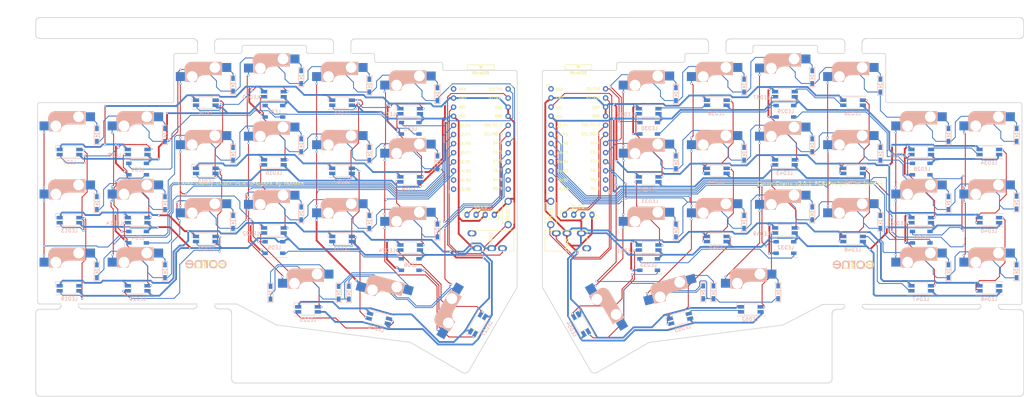
<source format=kicad_pcb>
(kicad_pcb (version 20211014) (generator pcbnew)
  (title_block (title "Corne Cherry") (date "2020-09-28") (rev "3.0.1") (company "foostan"))
  (layers (0 "F.Cu" signal) (31 "B.Cu" signal) (34 "B.Paste" user) (35 "F.Paste" user) (36 "B.SilkS" user "B.Silkscreen") (37 "F.SilkS" user "F.Silkscreen") (38 "B.Mask" user) (39 "F.Mask" user) (44 "Edge.Cuts" user))
  (net 0 "")
  (net 1 "row0")
  (net 2 "Net-(D1-Pad2)")
  (net 3 "row1")
  (net 4 "Net-(D2-Pad2)")
  (net 5 "row2")
  (net 6 "Net-(D3-Pad2)")
  (net 7 "row3")
  (net 8 "Net-(D4-Pad2)")
  (net 9 "Net-(D5-Pad2)")
  (net 10 "Net-(D6-Pad2)")
  (net 11 "Net-(D7-Pad2)")
  (net 12 "Net-(D8-Pad2)")
  (net 13 "Net-(D9-Pad2)")
  (net 14 "Net-(D10-Pad2)")
  (net 15 "Net-(D11-Pad2)")
  (net 16 "Net-(D12-Pad2)")
  (net 17 "Net-(D13-Pad2)")
  (net 18 "Net-(D14-Pad2)")
  (net 19 "Net-(D15-Pad2)")
  (net 20 "Net-(D16-Pad2)")
  (net 21 "Net-(D17-Pad2)")
  (net 22 "Net-(D18-Pad2)")
  (net 23 "Net-(D19-Pad2)")
  (net 24 "Net-(D20-Pad2)")
  (net 25 "Net-(D21-Pad2)")
  (net 26 "GND")
  (net 27 "VCC")
  (net 28 "col0")
  (net 29 "col1")
  (net 30 "col2")
  (net 31 "col3")
  (net 32 "col4")
  (net 33 "col5")
  (net 34 "LED")
  (net 35 "data")
  (net 36 "reset")
  (net 37 "SCL")
  (net 38 "SDA")
  (net 39 "Net-(U1-Pad14)")
  (net 40 "Net-(U1-Pad13)")
  (net 41 "Net-(U1-Pad12)")
  (net 42 "Net-(U1-Pad11)")
  (net 43 "Net-(U1-Pad24)")
  (net 44 "Net-(D22-Pad2)")
  (net 45 "row0_r")
  (net 46 "Net-(D23-Pad2)")
  (net 47 "Net-(D24-Pad2)")
  (net 48 "Net-(D25-Pad2)")
  (net 49 "Net-(D26-Pad2)")
  (net 50 "Net-(D27-Pad2)")
  (net 51 "row1_r")
  (net 52 "Net-(D28-Pad2)")
  (net 53 "Net-(D29-Pad2)")
  (net 54 "Net-(D30-Pad2)")
  (net 55 "Net-(D31-Pad2)")
  (net 56 "Net-(D32-Pad2)")
  (net 57 "Net-(D33-Pad2)")
  (net 58 "row2_r")
  (net 59 "Net-(D34-Pad2)")
  (net 60 "Net-(D35-Pad2)")
  (net 61 "Net-(D36-Pad2)")
  (net 62 "Net-(D37-Pad2)")
  (net 63 "Net-(D38-Pad2)")
  (net 64 "Net-(D39-Pad2)")
  (net 65 "Net-(D40-Pad2)")
  (net 66 "row3_r")
  (net 67 "Net-(D41-Pad2)")
  (net 68 "Net-(D42-Pad2)")
  (net 69 "data_r")
  (net 70 "SDA_r")
  (net 71 "SCL_r")
  (net 72 "LED_r")
  (net 73 "reset_r")
  (net 74 "col0_r")
  (net 75 "col1_r")
  (net 76 "col2_r")
  (net 77 "col3_r")
  (net 78 "col4_r")
  (net 79 "col5_r")
  (net 80 "VDD")
  (net 81 "GNDA")
  (net 82 "Net-(LED1-Pad2)")
  (net 83 "Net-(LED1-Pad4)")
  (net 84 "Net-(LED2-Pad4)")
  (net 85 "Net-(LED10-Pad2)")
  (net 86 "Net-(LED11-Pad4)")
  (net 87 "Net-(LED13-Pad4)")
  (net 88 "Net-(LED14-Pad2)")
  (net 89 "Net-(LED15-Pad4)")
  (net 90 "Net-(LED10-Pad4)")
  (net 91 "Net-(LED11-Pad2)")
  (net 92 "Net-(LED12-Pad4)")
  (net 93 "Net-(LED13-Pad2)")
  (net 94 "Net-(LED14-Pad4)")
  (net 95 "Net-(LED16-Pad4)")
  (net 96 "Net-(LED17-Pad2)")
  (net 97 "Net-(LED18-Pad4)")
  (net 98 "Net-(LED22-Pad4)")
  (net 99 "Net-(LED24-Pad4)")
  (net 100 "Net-(LED25-Pad4)")
  (net 101 "Net-(LED27-Pad4)")
  (net 102 "Net-(LED28-Pad2)")
  (net 103 "Net-(LED29-Pad4)")
  (net 104 "Net-(LED32-Pad2)")
  (net 105 "Net-(LED34-Pad2)")
  (net 106 "Net-(LED35-Pad4)")
  (net 107 "Net-(LED37-Pad4)")
  (net 108 "Net-(LED38-Pad2)")
  (net 109 "Net-(LED39-Pad4)")
  (net 110 "Net-(LED4-Pad2)")
  (net 111 "Net-(LED5-Pad2)")
  (net 112 "Net-(LED7-Pad4)")
  (net 113 "Net-(LED15-Pad2)")
  (net 114 "Net-(LED20-Pad4)")
  (net 115 "Net-(LED23-Pad2)")
  (net 116 "Net-(LED28-Pad4)")
  (net 117 "Net-(LED31-Pad2)")
  (net 118 "Net-(LED33-Pad2)")
  (net 119 "Net-(LED40-Pad2)")
  (net 120 "Net-(LED41-Pad4)")
  (net 121 "Net-(LED42-Pad2)")
  (net 122 "Net-(LED43-Pad4)")
  (net 123 "Net-(LED44-Pad2)")
  (net 124 "Net-(LED45-Pad4)")
  (net 125 "Net-(LED47-Pad4)")
  (net 126 "Net-(LED49-Pad4)")
  (net 127 "Net-(LED50-Pad2)")
  (net 128 "Net-(LED51-Pad4)")
  (net 129 "Net-(LED52-Pad4)")
  (net 130 "Net-(LED34-Pad4)")
  (net 131 "Net-(LED36-Pad4)")
  (net 132 "Net-(LED36-Pad2)")
  (net 133 "Net-(LED38-Pad4)")
  (net 134 "Net-(U2-Pad11)")
  (net 135 "Net-(U2-Pad12)")
  (net 136 "Net-(U2-Pad13)")
  (net 137 "Net-(U2-Pad14)")
  (net 138 "Net-(U2-Pad24)")
  (net 139 "Net-(J1-PadA)")
  (net 140 "Net-(J3-PadA)")
  (net 141 "Net-(LED19-Pad2)")
  (net 142 "Net-(LED46-Pad2)")
  (footprint "kbd:MJ-4PP-9_1side" (layer "F.Cu") (at 144.1345 74.292 -90)
    (fp_text reference "J1")
    (fp_text value "MJ-4PP-9" hide)
  )
  (footprint "kbd:OLED_1side" (layer "F.Cu") (at 130.9485 67.028)
    (fp_text reference "J2")
    (fp_text value "OLED" hide)
  )
  (footprint "kbd:ResetSW_1side" (layer "F.Cu") (at 142.4245 66.531 -90)
    (fp_text reference "RSW1" hide)
    (fp_text value "SW_PUSH")
  )
  (footprint "kbd:CherryMX_Hotswap" (layer "F.Cu") (at 39.1075 44.78)
    (fp_text reference "SW2" hide)
    (fp_text value "SW_PUSH" hide)
  )
  (footprint "kbd:CherryMX_Hotswap" (layer "F.Cu") (at 58.1075 31.03)
    (fp_text reference "SW3" hide)
    (fp_text value "SW_PUSH" hide)
  )
  (footprint "kbd:CherryMX_Hotswap" (layer "F.Cu") (at 77.1075 28.655)
    (fp_text reference "SW4" hide)
    (fp_text value "SW_PUSH" hide)
  )
  (footprint "kbd:CherryMX_Hotswap" (layer "F.Cu") (at 96.1075 31.03)
    (fp_text reference "SW5" hide)
    (fp_text value "SW_PUSH" hide)
  )
  (footprint "kbd:CherryMX_Hotswap" (layer "F.Cu") (at 20.1075 63.78)
    (fp_text reference "SW7" hide)
    (fp_text value "SW_PUSH" hide)
  )
  (footprint "kbd:CherryMX_Hotswap" (layer "F.Cu") (at 39.1075 63.78)
    (fp_text reference "SW8" hide)
    (fp_text value "SW_PUSH" hide)
  )
  (footprint "kbd:CherryMX_Hotswap" (layer "F.Cu") (at 58.1075 50.03)
    (fp_text reference "SW9" hide)
    (fp_text value "SW_PUSH" hide)
  )
  (footprint "kbd:CherryMX_Hotswap" (layer "F.Cu") (at 77.1075 47.655)
    (fp_text reference "SW10" hide)
    (fp_text value "SW_PUSH" hide)
  )
  (footprint "kbd:CherryMX_Hotswap" (layer "F.Cu") (at 96.1075 50.03)
    (fp_text reference "SW11" hide)
    (fp_text value "SW_PUSH" hide)
  )
  (footprint "kbd:CherryMX_Hotswap" (layer "F.Cu") (at 115.1075 52.405)
    (fp_text reference "SW12" hide)
    (fp_text value "SW_PUSH" hide)
  )
  (footprint "kbd:CherryMX_Hotswap" (layer "F.Cu") (at 20.1075 82.78)
    (fp_text reference "SW13" hide)
    (fp_text value "SW_PUSH" hide)
  )
  (footprint "kbd:CherryMX_Hotswap" (layer "F.Cu") (at 39.1075 82.78)
    (fp_text reference "SW14" hide)
    (fp_text value "SW_PUSH" hide)
  )
  (footprint "kbd:CherryMX_Hotswap" (layer "F.Cu") (at 58.1075 69.03)
    (fp_text reference "SW15" hide)
    (fp_text value "SW_PUSH" hide)
  )
  (footprint "kbd:CherryMX_Hotswap" (layer "F.Cu") (at 77.1075 66.655)
    (fp_text reference "SW16" hide)
    (fp_text value "SW_PUSH" hide)
  )
  (footprint "kbd:CherryMX_Hotswap" (layer "F.Cu") (at 96.1075 69.03)
    (fp_text reference "SW17" hide)
    (fp_text value "SW_PUSH" hide)
  )
  (footprint "kbd:CherryMX_Hotswap" (layer "F.Cu") (at 115.1075 71.405)
    (fp_text reference "SW18" hide)
    (fp_text value "SW_PUSH" hide)
  )
  (footprint "kbd:CherryMX_Hotswap" (layer "F.Cu") (at 86.6075 88.655)
    (fp_text reference "SW19" hide)
    (fp_text value "SW_PUSH" hide)
  )
  (footprint "kbd:CherryMX_Hotswap" (layer "F.Cu") (at 107.6075 91.405 -15)
    (fp_text reference "SW20" hide)
    (fp_text value "SW_PUSH" hide)
  )
  (footprint "kbd:CherryMX_Hotswap_1.5u" (layer "F.Cu") (at 129.8575 95.155 60)
    (fp_text reference "SW21" hide)
    (fp_text value "SW_PUSH" hide)
  )
  (footprint "kbd:CherryMX_Hotswap_1.5u" (layer "F.Cu") (at 166.8645 95.15 -60)
    (fp_text reference "SW42" hide)
    (fp_text value "SW_PUSH" hide)
  )
  (footprint "kbd:MJ-4PP-9_1side" (layer "F.Cu") (at 152.5375 74.27 90)
    (fp_text reference "J3")
    (fp_text value "MJ-4PP-9" hide)
  )
  (footprint "kbd:OLED_1side" (layer "F.Cu") (at 158.1775 67.02)
    (fp_text reference "J4")
    (fp_text value "OLED" hide)
  )
  (footprint "kbd:ResetSW_1side" (layer "F.Cu") (at 154.3045 66.522 -90)
    (fp_text reference "RSW2" hide)
    (fp_text value "SW_PUSH")
  )
  (footprint "kbd:CherryMX_Hotswap" (layer "F.Cu") (at 219.6145 66.65)
    (fp_text reference "SW37" hide)
    (fp_text value "SW_PUSH" hide)
  )
  (footprint "kbd:CherryMX_Hotswap" (layer "F.Cu") (at 200.6145 69.025)
    (fp_text reference "SW38" hide)
    (fp_text value "SW_PUSH" hide)
  )
  (footprint "kbd:CherryMX_Hotswap" (layer "F.Cu") (at 181.6145 71.4)
    (fp_text reference "SW39" hide)
    (fp_text value "SW_PUSH" hide)
  )
  (footprint "kbd:CherryMX_Hotswap" (layer "F.Cu") (at 210.1145 88.65)
    (fp_text reference "SW40" hide)
    (fp_text value "SW_PUSH" hide)
  )
  (footprint "kbd:CherryMX_Hotswap" (layer "F.Cu") (at 189.1145 91.4 15)
    (fp_text reference "SW41" hide)
    (fp_text value "SW_PUSH" hide)
  )
  (footprint "kbd:CherryMX_Hotswap" (layer "F.Cu") (at 219.6145 28.65)
    (fp_text reference "SW25" hide)
    (fp_text value "SW_PUSH" hide)
  )
  (footprint "kbd:CherryMX_Hotswap" (layer "F.Cu") (at 200.6145 31.025)
    (fp_text reference "SW26" hide)
    (fp_text value "SW_PUSH" hide)
  )
  (footprint "kbd:CherryMX_Hotswap" (layer "F.Cu") (at 276.6145 63.775)
    (fp_text reference "SW28" hide)
    (fp_text value "SW_PUSH" hide)
  )
  (footprint "kbd:CherryMX_Hotswap" (layer "F.Cu") (at 238.6145 31.025)
    (fp_text reference "SW24" hide)
    (fp_text value "SW_PUSH" hide)
  )
  (footprint "kbd:CherryMX_Hotswap" (layer "F.Cu") (at 257.6145 63.775)
    (fp_text reference "SW29" hide)
    (fp_text value "SW_PUSH" hide)
  )
  (footprint "kbd:CherryMX_Hotswap" (layer "F.Cu") (at 257.6145 82.775)
    (fp_text reference "SW35" hide)
    (fp_text value "SW_PUSH" hide)
  )
  (footprint "kbd:CherryMX_Hotswap" (layer "F.Cu") (at 238.6145 69.025)
    (fp_text reference "SW36" hide)
    (fp_text value "SW_PUSH" hide)
  )
  (footprint "kbd:CherryMX_Hotswap" (layer "F.Cu") (at 276.6145 44.775)
    (fp_text reference "SW22" hide)
    (fp_text value "SW_PUSH" hide)
  )
  (footprint "kbd:CherryMX_Hotswap" (layer "F.Cu") (at 257.6145 44.775)
    (fp_text reference "SW23" hide)
    (fp_text value "SW_PUSH" hide)
  )
  (footprint "kbd:CherryMX_Hotswap" (layer "F.Cu") (at 238.6145 50.025)
    (fp_text reference "SW30" hide)
    (fp_text value "SW_PUSH" hide)
  )
  (footprint "kbd:CherryMX_Hotswap" (layer "F.Cu") (at 219.6145 47.65)
    (fp_text reference "SW31" hide)
    (fp_text value "SW_PUSH" hide)
  )
  (footprint "kbd:CherryMX_Hotswap" (layer "F.Cu") (at 200.6145 50.025)
    (fp_text reference "SW32" hide)
    (fp_text value "SW_PUSH" hide)
  )
  (footprint "kbd:CherryMX_Hotswap" (layer "F.Cu") (at 181.6145 52.4)
    (fp_text reference "SW33" hide)
    (fp_text value "SW_PUSH" hide)
  )
  (footprint "kbd:CherryMX_Hotswap" (layer "F.Cu") (at 276.6145 82.775)
    (fp_text reference "SW34" hide)
    (fp_text value "SW_PUSH" hide)
  )
  (footprint "kbd:CherryMX_Hotswap" (layer "F.Cu") (at 20.1075 44.78)
    (fp_text reference "SW1" hide)
    (fp_text value "SW_PUSH" hide)
  )
  (footprint "kbd:M2_HOLE_v2" (layer "F.Cu") (at 105.5755 41.7655)
    (fp_text reference "Ref**" hide)
    (fp_text value "Val**" hide)
  )
  (footprint "kbd:M2_HOLE_v2" (layer "F.Cu") (at 72.7645 81.5205)
    (fp_text reference "Ref**" hide)
    (fp_text value "Val**" hide)
  )
  (footprint "kbd:M2_HOLE_v2" (layer "F.Cu") (at 119.3305 89.135)
    (fp_text reference "Ref**" hide)
    (fp_text value "Val**" hide)
  )
  (footprint "kbd:M2_HOLE_v2" (layer "F.Cu") (at 127.8695 74.254)
    (fp_text reference "Ref**" hide)
    (fp_text value "Val**" hide)
  )
  (footprint "kbd:M2_HOLE_v2" (layer "F.Cu") (at 142.3015 82.775)
    (fp_text reference "Ref**" hide)
    (fp_text value "Val**" hide)
  )
  (footprint "kbd:M2_HOLE_v2" (layer "F.Cu") (at 177.3895 89.145 180)
    (fp_text reference "Ref**" hide)
    (fp_text value "Val**" hide)
  )
  (footprint "kbd:M2_HOLE_v2" (layer "F.Cu") (at 223.9555 81.5305 180)
    (fp_text reference "Ref**" hide)
    (fp_text value "Val**" hide)
  )
  (footprint "kbd:M2_HOLE_v2" (layer "F.Cu") (at 267.0995 54.2655 180)
    (fp_text reference "Ref**" hide)
    (fp_text value "Val**" hide)
  )
  (footprint "kbd:M2_HOLE_v2" (layer "F.Cu") (at 191.1445 41.7755 180)
    (fp_text reference "Ref**" hide)
    (fp_text value "Val**" hide)
  )
  (footprint "kbd:CherryMX_Hotswap" (layer "F.Cu") (at 115.1075 33.405)
    (fp_text reference "SW6" hide)
    (fp_text value "SW_PUSH" hide)
  )
  (footprint "kbd:CherryMX_Hotswap" (layer "F.Cu") (at 181.6075 33.405)
    (fp_text reference "SW27" hide)
    (fp_text value "SW_PUSH" hide)
  )
  (footprint "kbd:M2_HOLE_v2" (layer "F.Cu") (at 27.5195 63.1395)
    (fp_text reference "Ref**" hide)
    (fp_text value "Val**" hide)
  )
  (footprint "kbd:ProMicro_v3" (layer "F.Cu") (at 134.8125 46.42)
    (fp_text reference "U1" hide)
    (fp_text value "ProMicro" hide)
  )
  (footprint "kbd:ProMicro_v3" (layer "F.Cu") (at 161.9875 46.39)
    (fp_text reference "U2" hide)
    (fp_text value "ProMicro" hide)
  )
  (footprint "kbd:M2_HOLE_v2" (layer "F.Cu") (at 29.6075 54.28)
    (fp_text reference "Ref**" hide)
    (fp_text value "Val**" hide)
  )
  (footprint "kbd:Breakaway_Tabs" (layer "F.Cu") (at 58.23675 21.869)
    (fp_text reference "REF**")
    (fp_text value "Breakaway_Tabs")
  )
  (footprint "kbd:Breakaway_Tabs" (layer "F.Cu") (at 96.2075 21.873)
    (fp_text reference "REF**")
    (fp_text value "Breakaway_Tabs")
  )
  (footprint "kbd:Breakaway_Tabs" (layer "F.Cu") (at 20.1625 92.066)
    (fp_text reference "REF**")
    (fp_text value "Breakaway_Tabs")
  )
  (footprint "kbd:Breakaway_Tabs" (layer "F.Cu") (at 58.1235 92.068)
    (fp_text reference "REF**")
    (fp_text value "Breakaway_Tabs")
  )
  (footprint "kbd:corne-logo-horizontal" (layer "F.Cu") (at 58.2675 80.89)
    (fp_text reference "G***" hide)
    (fp_text value "LOGO" hide)
  )
  (footprint "kbd:corne-logo-horizontal" (layer "F.Cu") (at 238.7775 81.04)
    (fp_text reference "G***" hide)
    (fp_text value "LOGO" hide)
  )
  (footprint "kbd:D3_SMD_v2" (layer "B.Cu") (at 27.7345 44.776875 90)
    (fp_text reference "D1" hide)
    (fp_text value "D" hide)
  )
  (footprint "kbd:D3_SMD_v2" (layer "B.Cu") (at 46.7345 44.78 90)
    (fp_text reference "D2" hide)
    (fp_text value "D" hide)
  )
  (footprint "kbd:D3_SMD_v2" (layer "B.Cu") (at 65.7075 30.78 90)
    (fp_text reference "D3" hide)
    (fp_text value "D" hide)
  )
  (footprint "kbd:D3_SMD_v2" (layer "B.Cu") (at 84.7075 28.655 90)
    (fp_text reference "D4" hide)
    (fp_text value "D" hide)
  )
  (footprint "kbd:D3_SMD_v2" (layer "B.Cu") (at 103.7075 31.03 90)
    (fp_text reference "D5" hide)
    (fp_text value "D" hide)
  )
  (footprint "kbd:D3_SMD_v2" (layer "B.Cu") (at 122.7075 33.405 90)
    (fp_text reference "D6" hide)
    (fp_text value "D" hide)
  )
  (footprint "kbd:D3_SMD_v2" (layer "B.Cu") (at 27.7345 63.776875 90)
    (fp_text reference "D7" hide)
    (fp_text value "D" hide)
  )
  (footprint "kbd:D3_SMD_v2" (layer "B.Cu") (at 46.7345 63.78 90)
    (fp_text reference "D8" hide)
    (fp_text value "D" hide)
  )
  (footprint "kbd:D3_SMD_v2" (layer "B.Cu") (at 65.7075 50.03 90)
    (fp_text reference "D9" hide)
    (fp_text value "D" hide)
  )
  (footprint "kbd:D3_SMD_v2" (layer "B.Cu") (at 84.7075 47.655 90)
    (fp_text reference "D10" hide)
    (fp_text value "D" hide)
  )
  (footprint "kbd:D3_SMD_v2" (layer "B.Cu") (at 103.7075 50.03 90)
    (fp_text reference "D11" hide)
    (fp_text value "D" hide)
  )
  (footprint "kbd:D3_SMD_v2" (layer "B.Cu") (at 122.7075 52.405 90)
    (fp_text reference "D12" hide)
    (fp_text value "D" hide)
  )
  (footprint "kbd:D3_SMD_v2" (layer "B.Cu") (at 27.7345 82.776875 90)
    (fp_text reference "D13" hide)
    (fp_text value "D" hide)
  )
  (footprint "kbd:D3_SMD_v2" (layer "B.Cu") (at 46.7345 82.78 90)
    (fp_text reference "D14" hide)
    (fp_text value "D" hide)
  )
  (footprint "kbd:D3_SMD_v2" (layer "B.Cu") (at 65.7075 69.03 90)
    (fp_text reference "D15" hide)
    (fp_text value "D" hide)
  )
  (footprint "kbd:D3_SMD_v2" (layer "B.Cu") (at 84.7075 66.655 90)
    (fp_text reference "D16" hide)
    (fp_text value "D" hide)
  )
  (footprint "kbd:D3_SMD_v2" (layer "B.Cu") (at 103.7075 69.03 90)
    (fp_text reference "D17" hide)
    (fp_text value "D" hide)
  )
  (footprint "kbd:D3_SMD_v2" (layer "B.Cu") (at 122.7075 71.405 90)
    (fp_text reference "D18" hide)
    (fp_text value "D" hide)
  )
  (footprint "kbd:D3_SMD_v2" (layer "B.Cu") (at 76.1575 88.77 90)
    (fp_text reference "D19" hide)
    (fp_text value "D" hide)
  )
  (footprint "kbd:D3_SMD_v2" (layer "B.Cu") (at 95.1645 88.765 90)
    (fp_text reference "D20" hide)
    (fp_text value "D" hide)
  )
  (footprint "kbd:D3_SMD_v2" (layer "B.Cu") (at 98.0075 88.765 90)
    (fp_text reference "D21" hide)
    (fp_text value "D" hide)
  )
  (footprint "kbd:YS-SK6812MINI-E" (layer "B.Cu") (at 20.1075 49.53)
    (fp_text reference "LED7")
    (fp_text value "YS-SK6812MINI-E")
    (fp_line (start -1.8 1.55) (end -1.8 -1.55) (layer "Edge.Cuts") (width 0.12))
    (fp_line (start 1.8 1.55) (end -1.8 1.55) (layer "Edge.Cuts") (width 0.12))
    (fp_line (start -1.8 -1.55) (end 1.8 -1.55) (layer "Edge.Cuts") (width 0.12))
    (fp_line (start 1.8 -1.55) (end 1.8 1.55) (layer "Edge.Cuts") (width 0.12))
  )
  (footprint "kbd:YS-SK6812MINI-E" (layer "B.Cu") (at 39.1075 49.53)
    (fp_text reference "LED8")
    (fp_text value "YS-SK6812MINI-E")
    (fp_line (start 1.8 1.55) (end -1.8 1.55) (layer "Edge.Cuts") (width 0.12))
    (fp_line (start -1.8 -1.55) (end 1.8 -1.55) (layer "Edge.Cuts") (width 0.12))
    (fp_line (start 1.8 -1.55) (end 1.8 1.55) (layer "Edge.Cuts") (width 0.12))
    (fp_line (start -1.8 1.55) (end -1.8 -1.55) (layer "Edge.Cuts") (width 0.12))
  )
  (footprint "kbd:YS-SK6812MINI-E" (layer "B.Cu") (at 58.1075 35.78)
    (fp_text reference "LED9")
    (fp_text value "YS-SK6812MINI-E")
    (fp_line (start -1.8 -1.55) (end 1.8 -1.55) (layer "Edge.Cuts") (width 0.12))
    (fp_line (start 1.8 1.55) (end -1.8 1.55) (layer "Edge.Cuts") (width 0.12))
    (fp_line (start 1.8 -1.55) (end 1.8 1.55) (layer "Edge.Cuts") (width 0.12))
    (fp_line (start -1.8 1.55) (end -1.8 -1.55) (layer "Edge.Cuts") (width 0.12))
  )
  (footprint "kbd:YS-SK6812MINI-E" (layer "B.Cu") (at 77.1075 33.405)
    (fp_text reference "LED10")
    (fp_text value "YS-SK6812MINI-E")
    (fp_line (start 1.8 1.55) (end -1.8 1.55) (layer "Edge.Cuts") (width 0.12))
    (fp_line (start -1.8 1.55) (end -1.8 -1.55) (layer "Edge.Cuts") (width 0.12))
    (fp_line (start 1.8 -1.55) (end 1.8 1.55) (layer "Edge.Cuts") (width 0.12))
    (fp_line (start -1.8 -1.55) (end 1.8 -1.55) (layer "Edge.Cuts") (width 0.12))
  )
  (footprint "kbd:YS-SK6812MINI-E" (layer "B.Cu") (at 96.1075 35.78)
    (fp_text reference "LED11")
    (fp_text value "YS-SK6812MINI-E")
    (fp_line (start 1.8 -1.55) (end 1.8 1.55) (layer "Edge.Cuts") (width 0.12))
    (fp_line (start -1.8 1.55) (end -1.8 -1.55) (layer "Edge.Cuts") (width 0.12))
    (fp_line (start 1.8 1.55) (end -1.8 1.55) (layer "Edge.Cuts") (width 0.12))
    (fp_line (start -1.8 -1.55) (end 1.8 -1.55) (layer "Edge.Cuts") (width 0.12))
  )
  (footprint "kbd:YS-SK6812MINI-E" (layer "B.Cu") (at 115.1075 38.155)
    (fp_text reference "LED12")
    (fp_text value "YS-SK6812MINI-E")
    (fp_line (start -1.8 1.55) (end -1.8 -1.55) (layer "Edge.Cuts") (width 0.12))
    (fp_line (start 1.8 -1.55) (end 1.8 1.55) (layer "Edge.Cuts") (width 0.12))
    (fp_line (start 1.8 1.55) (end -1.8 1.55) (layer "Edge.Cuts") (width 0.12))
    (fp_line (start -1.8 -1.55) (end 1.8 -1.55) (layer "Edge.Cuts") (width 0.12))
  )
  (footprint "kbd:YS-SK6812MINI-E" (layer "B.Cu") (at 20.1075 68.53)
    (fp_text reference "LED13")
    (fp_text value "YS-SK6812MINI-E")
    (fp_line (start -1.8 1.55) (end -1.8 -1.55) (layer "Edge.Cuts") (width 0.12))
    (fp_line (start 1.8 1.55) (end -1.8 1.55) (layer "Edge.Cuts") (width 0.12))
    (fp_line (start -1.8 -1.55) (end 1.8 -1.55) (layer "Edge.Cuts") (width 0.12))
    (fp_line (start 1.8 -1.55) (end 1.8 1.55) (layer "Edge.Cuts") (width 0.12))
  )
  (footprint "kbd:YS-SK6812MINI-E" (layer "B.Cu") (at 39.1075 68.53)
    (fp_text reference "LED14")
    (fp_text value "YS-SK6812MINI-E")
    (fp_line (start -1.8 -1.55) (end 1.8 -1.55) (layer "Edge.Cuts") (width 0.12))
    (fp_line (start -1.8 1.55) (end -1.8 -1.55) (layer "Edge.Cuts") (width 0.12))
    (fp_line (start 1.8 1.55) (end -1.8 1.55) (layer "Edge.Cuts") (width 0.12))
    (fp_line (start 1.8 -1.55) (end 1.8 1.55) (layer "Edge.Cuts") (width 0.12))
  )
  (footprint "kbd:YS-SK6812MINI-E" (layer "B.Cu") (at 58.1075 54.78)
    (fp_text reference "LED15")
    (fp_text value "YS-SK6812MINI-E")
    (fp_line (start -1.8 1.55) (end -1.8 -1.55) (layer "Edge.Cuts") (width 0.12))
    (fp_line (start 1.8 -1.55) (end 1.8 1.55) (layer "Edge.Cuts") (width 0.12))
    (fp_line (start -1.8 -1.55) (end 1.8 -1.55) (layer "Edge.Cuts") (width 0.12))
    (fp_line (start 1.8 1.55) (end -1.8 1.55) (layer "Edge.Cuts") (width 0.12))
  )
  (footprint "kbd:YS-SK6812MINI-E" (layer "B.Cu") (at 77.1075 52.405)
    (fp_text reference "LED16")
    (fp_text value "YS-SK6812MINI-E")
    (fp_line (start -1.8 -1.55) (end 1.8 -1.55) (layer "Edge.Cuts") (width 0.12))
    (fp_line (start 1.8 1.55) (end -1.8 1.55) (layer "Edge.Cuts") (width 0.12))
    (fp_line (start -1.8 1.55) (end -1.8 -1.55) (layer "Edge.Cuts") (width 0.12))
    (fp_line (start 1.8 -1.55) (end 1.8 1.55) (layer "Edge.Cuts") (width 0.12))
  )
  (footprint "kbd:YS-SK6812MINI-E" (layer "B.Cu") (at 96.1075 54.78)
    (fp_text reference "LED17")
    (fp_text value "YS-SK6812MINI-E")
    (fp_line (start 1.8 1.55) (end -1.8 1.55) (layer "Edge.Cuts") (width 0.12))
    (fp_line (start -1.8 -1.55) (end 1.8 -1.55) (layer "Edge.Cuts") (width 0.12))
    (fp_line (start 1.8 -1.55) (end 1.8 1.55) (layer "Edge.Cuts") (width 0.12))
    (fp_line (start -1.8 1.55) (end -1.8 -1.55) (layer "Edge.Cuts") (width 0.12))
  )
  (footprint "kbd:YS-SK6812MINI-E" (layer "B.Cu") (at 115.1075 57.155)
    (fp_text reference "LED18")
    (fp_text value "YS-SK6812MINI-E")
    (fp_line (start 1.8 -1.55) (end 1.8 1.55) (layer "Edge.Cuts") (width 0.12))
    (fp_line (start 1.8 1.55) (end -1.8 1.55) (layer "Edge.Cuts") (width 0.12))
    (fp_line (start -1.8 -1.55) (end 1.8 -1.55) (layer "Edge.Cuts") (width 0.12))
    (fp_line (start -1.8 1.55) (end -1.8 -1.55) (layer "Edge.Cuts") (width 0.12))
  )
  (footprint "kbd:YS-SK6812MINI-E" (layer "B.Cu") (at 20.1075 87.53)
    (fp_text reference "LED19")
    (fp_text value "YS-SK6812MINI-E")
    (fp_line (start -1.8 1.55) (end -1.8 -1.55) (layer "Edge.Cuts") (width 0.12))
    (fp_line (start 1.8 1.55) (end -1.8 1.55) (layer "Edge.Cuts") (width 0.12))
    (fp_line (start -1.8 -1.55) (end 1.8 -1.55) (layer "Edge.Cuts") (width 0.12))
    (fp_line (start 1.8 -1.55) (end 1.8 1.55) (layer "Edge.Cuts") (width 0.12))
  )
  (footprint "kbd:YS-SK6812MINI-E" (layer "B.Cu") (at 39.1075 87.53)
    (fp_text reference "LED20")
    (fp_text value "YS-SK6812MINI-E")
    (fp_line (start -1.8 1.55) (end -1.8 -1.55) (layer "Edge.Cuts") (width 0.12))
    (fp_line (start 1.8 1.55) (end -1.8 1.55) (layer "Edge.Cuts") (width 0.12))
    (fp_line (start -1.8 -1.55) (end 1.8 -1.55) (layer "Edge.Cuts") (width 0.12))
    (fp_line (start 1.8 -1.55) (end 1.8 1.55) (layer "Edge.Cuts") (width 0.12))
  )
  (footprint "kbd:YS-SK6812MINI-E" (layer "B.Cu") (at 58.1075 73.78)
    (fp_text reference "LED21")
    (fp_text value "YS-SK6812MINI-E")
    (fp_line (start 1.8 1.55) (end -1.8 1.55) (layer "Edge.Cuts") (width 0.12))
    (fp_line (start -1.8 -1.55) (end 1.8 -1.55) (layer "Edge.Cuts") (width 0.12))
    (fp_line (start 1.8 -1.55) (end 1.8 1.55) (layer "Edge.Cuts") (width 0.12))
    (fp_line (start -1.8 1.55) (end -1.8 -1.55) (layer "Edge.Cuts") (width 0.12))
  )
  (footprint "kbd:YS-SK6812MINI-E" (layer "B.Cu") (at 77.1075 71.405)
    (fp_text reference "LED22")
    (fp_text value "YS-SK6812MINI-E")
    (fp_line (start 1.8 1.55) (end -1.8 1.55) (layer "Edge.Cuts") (width 0.12))
    (fp_line (start -1.8 -1.55) (end 1.8 -1.55) (layer "Edge.Cuts") (width 0.12))
    (fp_line (start -1.8 1.55) (end -1.8 -1.55) (layer "Edge.Cuts") (width 0.12))
    (fp_line (start 1.8 -1.55) (end 1.8 1.55) (layer "Edge.Cuts") (width 0.12))
  )
  (footprint "kbd:YS-SK6812MINI-E" (layer "B.Cu") (at 115.1075 76.155)
    (fp_text reference "LED24")
    (fp_text value "YS-SK6812MINI-E")
    (fp_line (start 1.8 1.55) (end -1.8 1.55) (layer "Edge.Cuts") (width 0.12))
    (fp_line (start -1.8 1.55) (end -1.8 -1.55) (layer "Edge.Cuts") (width 0.12))
    (fp_line (start -1.8 -1.55) (end 1.8 -1.55) (layer "Edge.Cuts") (width 0.12))
    (fp_line (start 1.8 -1.55) (end 1.8 1.55) (layer "Edge.Cuts") (width 0.12))
  )
  (footprint "kbd:YS-SK6812MINI-E" (layer "B.Cu") (at 133.971121 97.53 60)
    (fp_text reference "LED27")
    (fp_text value "YS-SK6812MINI-E")
    (fp_line (start -1.8 1.55) (end -1.8 -1.55) (layer "Edge.Cuts") (width 0.12))
    (fp_line (start 1.8 -1.55) (end 1.8 1.55) (layer "Edge.Cuts") (width 0.12))
    (fp_line (start 1.8 1.55) (end -1.8 1.55) (layer "Edge.Cuts") (width 0.12))
    (fp_line (start -1.8 -1.55) (end 1.8 -1.55) (layer "Edge.Cuts") (width 0.12))
  )
  (footprint "LED_SMD:LED_WS2812B_PLCC4_5.0x5.0mm_P3.2mm" (layer "B.Cu") (at 39.1075 54.28 180)
    (fp_text reference "LED1")
    (fp_text value "WS2812B")
  )
  (footprint "LED_SMD:LED_WS2812B_PLCC4_5.0x5.0mm_P3.2mm" (layer "B.Cu") (at 77.1075 38.155 180)
    (fp_text reference "LED2")
    (fp_text value "WS2812B")
  )
  (footprint "LED_SMD:LED_WS2812B_PLCC4_5.0x5.0mm_P3.2mm" (layer "B.Cu") (at 115.1075 42.905 180)
    (fp_text reference "LED3")
    (fp_text value "WS2812B")
  )
  (footprint "LED_SMD:LED_WS2812B_PLCC4_5.0x5.0mm_P3.2mm" (layer "B.Cu") (at 77.1075 76.155 180)
    (fp_text reference "LED5")
    (fp_text value "WS2812B")
  )
  (footprint "LED_SMD:LED_WS2812B_PLCC4_5.0x5.0mm_P3.2mm" (layer "B.Cu") (at 115.1075 80.905 180)
    (fp_text reference "LED6")
    (fp_text value "WS2812B")
  )
  (footprint "LED_SMD:LED_WS2812B_PLCC4_5.0x5.0mm_P3.2mm" (layer "B.Cu") (at 257.6075 54.28 180)
    (fp_text reference "LED28")
    (fp_text value "WS2812B")
  )
  (footprint "LED_SMD:LED_WS2812B_PLCC4_5.0x5.0mm_P3.2mm" (layer "B.Cu") (at 219.6075 38.155 180)
    (fp_text reference "LED29")
    (fp_text value "WS2812B")
  )
  (footprint "LED_SMD:LED_WS2812B_PLCC4_5.0x5.0mm_P3.2mm" (layer "B.Cu") (at 181.6075 42.905 180)
    (fp_text reference "LED30")
    (fp_text value "WS2812B")
  )
  (footprint "LED_SMD:LED_WS2812B_PLCC4_5.0x5.0mm_P3.2mm" (layer "B.Cu") (at 257.6075 73.28 180)
    (fp_text reference "LED31")
    (fp_text value "WS2812B")
  )
  (footprint "LED_SMD:LED_WS2812B_PLCC4_5.0x5.0mm_P3.2mm" (layer "B.Cu") (at 219.6075 76.155 180)
    (fp_text reference "LED32")
    (fp_text value "WS2812B")
  )
  (footprint "LED_SMD:LED_WS2812B_PLCC4_5.0x5.0mm_P3.2mm" (layer "B.Cu") (at 181.6075 80.905 180)
    (fp_text reference "LED33")
    (fp_text value "WS2812B")
  )
  (footprint "kbd:YS-SK6812MINI-E" (layer "B.Cu") (at 219.6075 52.405)
    (fp_text reference "LED43")
    (fp_text value "YS-SK6812MINI-E")
    (fp_line (start -1.8 1.55) (end -1.8 -1.55) (layer "Edge.Cuts") (width 0.12))
    (fp_line (start 1.8 1.55) (end -1.8 1.55) (layer "Edge.Cuts") (width 0.12))
    (fp_line (start -1.8 -1.55) (end 1.8 -1.55) (layer "Edge.Cuts") (width 0.12))
    (fp_line (start 1.8 -1.55) (end 1.8 1.55) (layer "Edge.Cuts") (width 0.12))
  )
  (footprint "kbd:YS-SK6812MINI-E" (layer "B.Cu") (at 200.6075 54.78)
    (fp_text reference "LED44")
    (fp_text value "YS-SK6812MINI-E")
    (fp_line (start -1.8 1.55) (end -1.8 -1.55) (layer "Edge.Cuts") (width 0.12))
    (fp_line (start 1.8 -1.55) (end 1.8 1.55) (layer "Edge.Cuts") (width 0.12))
    (fp_line (start 1.8 1.55) (end -1.8 1.55) (layer "Edge.Cuts") (width 0.12))
    (fp_line (start -1.8 -1.55) (end 1.8 -1.55) (layer "Edge.Cuts") (width 0.12))
  )
  (footprint "kbd:YS-SK6812MINI-E" (layer "B.Cu") (at 181.6075 57.155)
    (fp_text reference "LED45")
    (fp_text value "YS-SK6812MINI-E")
    (fp_line (start -1.8 1.55) (end -1.8 -1.55) (layer "Edge.Cuts") (width 0.12))
    (fp_line (start 1.8 -1.55) (end 1.8 1.55) (layer "Edge.Cuts") (width 0.12))
    (fp_line (start -1.8 -1.55) (end 1.8 -1.55) (layer "Edge.Cuts") (width 0.12))
    (fp_line (start 1.8 1.55) (end -1.8 1.55) (layer "Edge.Cuts") (width 0.12))
  )
  (footprint "kbd:YS-SK6812MINI-E" (layer "B.Cu") (at 276.6075 87.53)
    (fp_text reference "LED46")
    (fp_text value "YS-SK6812MINI-E")
    (fp_line (start -1.8 -1.55) (end 1.8 -1.55) (layer "Edge.Cuts") (width 0.12))
    (fp_line (start -1.8 1.55) (end -1.8 -1.55) (layer "Edge.Cuts") (width 0.12))
    (fp_line (start 1.8 1.55) (end -1.8 1.55) (layer "Edge.Cuts") (width 0.12))
    (fp_line (start 1.8 -1.55) (end 1.8 1.55) (layer "Edge.Cuts") (width 0.12))
  )
  (footprint "kbd:YS-SK6812MINI-E" (layer "B.Cu") (at 257.6075 87.53)
    (fp_text reference "LED47")
    (fp_text value "YS-SK6812MINI-E")
    (fp_line (start 1.8 1.55) (end -1.8 1.55) (layer "Edge.Cuts") (width 0.12))
    (fp_line (start -1.8 -1.55) (end 1.8 -1.55) (layer "Edge.Cuts") (width 0.12))
    (fp_line (start -1.8 1.55) (end -1.8 -1.55) (layer "Edge.Cuts") (width 0.12))
    (fp_line (start 1.8 -1.55) (end 1.8 1.55) (layer "Edge.Cuts") (width 0.12))
  )
  (footprint "kbd:YS-SK6812MINI-E" (layer "B.Cu") (at 238.6075 73.78)
    (fp_text reference "LED48")
    (fp_text value "YS-SK6812MINI-E")
    (fp_line (start 1.8 1.55) (end -1.8 1.55) (layer "Edge.Cuts") (width 0.12))
    (fp_line (start 1.8 -1.55) (end 1.8 1.55) (layer "Edge.Cuts") (width 0.12))
    (fp_line (start -1.8 1.55) (end -1.8 -1.55) (layer "Edge.Cuts") (width 0.12))
    (fp_line (start -1.8 -1.55) (end 1.8 -1.55) (layer "Edge.Cuts") (width 0.12))
  )
  (footprint "kbd:YS-SK6812MINI-E" (layer "B.Cu") (at 219.6075 71.405)
    (fp_text reference "LED49")
    (fp_text value "YS-SK6812MINI-E")
    (fp_line (start 1.8 1.55) (end -1.8 1.55) (layer "Edge.Cuts") (width 0.12))
    (fp_line (start -1.8 -1.55) (end 1.8 -1.55) (layer "Edge.Cuts") (width 0.12))
    (fp_line (start -1.8 1.55) (end -1.8 -1.55) (layer "Edge.Cuts") (width 0.12))
    (fp_line (start 1.8 -1.55) (end 1.8 1.55) (layer "Edge.Cuts") (width 0.12))
  )
  (footprint "kbd:YS-SK6812MINI-E" (layer "B.Cu") (at 200.6075 73.78)
    (fp_text reference "LED50")
    (fp_text value "YS-SK6812MINI-E")
    (fp_line (start 1.8 -1.55) (end 1.8 1.55) (layer "Edge.Cuts") (width 0.12))
    (fp_line (start 1.8 1.55) (end -1.8 1.55) (layer "Edge.Cuts") (width 0.12))
    (fp_line (start -1.8 -1.55) (end 1.8 -1.55) (layer "Edge.Cuts") (width 0.12))
    (fp_line (start -1.8 1.55) (end -1.8 -1.55) (layer "Edge.Cuts") (width 0.12))
  )
  (footprint "kbd:YS-SK6812MINI-E" (layer "B.Cu") (at 181.6075 76.155)
    (fp_text reference "LED51")
    (fp_text value "YS-SK6812MINI-E")
    (fp_line (start 1.8 1.55) (end -1.8 1.55) (layer "Edge.Cuts") (width 0.12))
    (fp_line (start -1.8 1.55) (end -1.8 -1.55) (layer "Edge.Cuts") (width 0.12))
    (fp_line (start -1.8 -1.55) (end 1.8 -1.55) (layer "Edge.Cuts") (width 0.12))
    (fp_line (start 1.8 -1.55) (end 1.8 1.55) (layer "Edge.Cuts") (width 0.12))
  )
  (footprint "kbd:YS-SK6812MINI-E" (layer "B.Cu") (at 210.1075 93.405)
    (fp_text reference "LED52")
    (fp_text value "YS-SK6812MINI-E")
    (fp_line (start -1.8 1.55) (end -1.8 -1.55) (layer "Edge.Cuts") (width 0.12))
    (fp_line (start -1.8 -1.55) (end 1.8 -1.55) (layer "Edge.Cuts") (width 0.12))
    (fp_line (start 1.8 -1.55) (end 1.8 1.55) (layer "Edge.Cuts") (width 0.12))
    (fp_line (start 1.8 1.55) (end -1.8 1.55) (layer "Edge.Cuts") (width 0.12))
  )
  (footprint "kbd:YS-SK6812MINI-E" (layer "B.Cu") (at 190.34389 95.988148 15)
    (fp_text reference "LED53")
    (fp_text value "YS-SK6812MINI-E")
    (fp_line (start -1.8 -1.55) (end 1.8 -1.55) (layer "Edge.Cuts") (width 0.12))
    (fp_line (start -1.8 1.55) (end -1.8 -1.55) (layer "Edge.Cuts") (width 0.12))
    (fp_line (start 1.8 -1.55) (end 1.8 1.55) (layer "Edge.Cuts") (width 0.12))
    (fp_line (start 1.8 1.55) (end -1.8 1.55) (layer "Edge.Cuts") (width 0.12))
  )
  (footprint "kbd:D3_SMD_v2" (layer "B.Cu") (at 265.2145 44.775 90)
    (fp_text reference "D23" hide)
    (fp_text value "D" hide)
  )
  (footprint "kbd:D3_SMD_v2" (layer "B.Cu") (at 246.2145 31.025 90)
    (fp_text reference "D24" hide)
    (fp_text value "D" hide)
  )
  (footprint "kbd:D3_SMD_v2" (layer "B.Cu") (at 227.2145 28.65 90)
    (fp_text reference "D25" hide)
    (fp_text value "D" hide)
  )
  (footprint "kbd:D3_SMD_v2" (layer "B.Cu") (at 189.2075 33.405 90)
    (fp_text reference "D27" hide)
    (fp_text value "D" hide)
  )
  (footprint "kbd:D3_SMD_v2" (layer "B.Cu") (at 284.2145 63.625 90)
    (fp_text reference "D28" hide)
    (fp_text value "D" hide)
  )
  (footprint "kbd:D3_SMD_v2" (layer "B.Cu") (at 265.2145 63.775 90)
    (fp_text reference "D29" hide)
    (fp_text value "D" hide)
  )
  (footprint "kbd:D3_SMD_v2" (layer "B.Cu") (at 246.2145 50.025 90)
    (fp_text reference "D30" hide)
    (fp_text value "D" hide)
  )
  (footprint "kbd:D3_SMD_v2" (layer "B.Cu") (at 227.2145 47.65 90)
    (fp_text reference "D31" hide)
    (fp_text value "D" hide)
  )
  (footprint "kbd:D3_SMD_v2" (layer "B.Cu") (at 208.2145 50.025 90)
    (fp_text reference "D32" hide)
    (fp_text value "D" hide)
  )
  (footprint "kbd:D3_SMD_v2" (layer "B.Cu") (at 189.2075 52.405 90)
    (fp_text reference "D33" hide)
    (fp_text value "D" hide)
  )
  (footprint "kbd:D3_SMD_v2" (layer "B.Cu") (at 284.2145 82.775 90)
    (fp_text reference "D34" hide)
    (fp_text value "D" hide)
  )
  (footprint "kbd:D3_SMD_v2" (layer "B.Cu") (at 265.2145 82.775 90)
    (fp_text reference "D35" hide)
    (fp_text value "D" hide)
  )
  (footprint "kbd:D3_SMD_v2" (layer "B.Cu") (at 246.2145 69.025 90)
    (fp_text reference "D36" hide)
    (fp_text value "D" hide)
  )
  (footprint "kbd:D3_SMD_v2" (layer "B.Cu") (at 227.2145 66.65 90)
    (fp_text reference "D37" hide)
    (fp_text value "D" hide)
  )
  (footprint "kbd:D3_SMD_v2" (layer "B.Cu") (at 208.2145 69.025 90)
    (fp_text reference "D38" hide)
    (fp_text value "D" hide)
  )
  (footprint "kbd:D3_SMD_v2" (layer "B.Cu") (at 189.2075 71.405 90)
    (fp_text reference "D39" hide)
    (fp_text value "D" hide)
  )
  (footprint "kbd:D3_SMD_v2" (layer "B.Cu") (at 217.7145 88.635 90)
    (fp_text reference "D40" hide)
    (fp_text value "D" hide)
  )
  (footprint "kbd:D3_SMD_v2" (layer "B.Cu") (at 199.6645 88.65 90)
    (fp_text reference "D41" hide)
    (fp_text value "D" hide)
  )
  (footprint "kbd:D3_SMD_v2" (layer "B.Cu") (at 196.8145 88.65 90)
    (fp_text reference "D42" hide)
    (fp_text value "D" hide)
  )
  (footprint "kbd:D3_SMD_v2" (layer "B.Cu") (at 284.2145 44.775 90)
    (fp_text reference "D22" hide)
    (fp_text value "D" hide)
  )
  (footprint "kbd:D3_SMD_v2" (layer "B.Cu") (at 208.2145 31.025 90)
    (fp_text reference "D26" hide)
    (fp_text value "D" hide)
  )
  (footprint "kbd:YS-SK6812MINI-E" (layer "B.Cu") (at 86.6075 93.405)
    (fp_text reference "LED25")
    (fp_text value "YS-SK6812MINI-E")
    (fp_line (start 1.8 1.55) (end -1.8 1.55) (layer "Edge.Cuts") (width 0.12))
    (fp_line (start -1.8 1.55) (end -1.8 -1.55) (layer "Edge.Cuts") (width 0.12))
    (fp_line (start 1.8 -1.55) (end 1.8 1.55) (layer "Edge.Cuts") (width 0.12))
    (fp_line (start -1.8 -1.55) (end 1.8 -1.55) (layer "Edge.Cuts") (width 0.12))
  )
  (footprint "kbd:YS-SK6812MINI-E" (layer "B.Cu") (at 106.37811 95.993148 -15)
    (fp_text reference "LED26")
    (fp_text value "YS-SK6812MINI-E")
    (fp_line (start -1.8 1.55) (end -1.8 -1.55) (layer "Edge.Cuts") (width 0.12))
    (fp_line (start -1.8 -1.55) (end 1.8 -1.55) (layer "Edge.Cuts") (width 0.12))
    (fp_line (start 1.8 -1.55) (end 1.8 1.55) (layer "Edge.Cuts") (width 0.12))
    (fp_line (start 1.8 1.55) (end -1.8 1.55) (layer "Edge.Cuts") (width 0.12))
  )
  (footprint "LED_SMD:LED_WS2812B_PLCC4_5.0x5.0mm_P3.2mm" (layer "B.Cu") (at 39.1075 73.28 180)
    (fp_text reference "LED4")
    (fp_text value "WS2812B")
  )
  (footprint "kbd:YS-SK6812MINI-E" (layer "B.Cu") (at 96.1075 73.78)
    (fp_text reference "LED23")
    (fp_text value "YS-SK6812MINI-E")
    (fp_line (start -1.8 1.55) (end -1.8 -1.55) (layer "Edge.Cuts") (width 0.12))
    (fp_line (start -1.8 -1.55) (end 1.8 -1.55) (layer "Edge.Cuts") (width 0.12))
    (fp_line (start 1.8 1.55) (end -1.8 1.55) (layer "Edge.Cuts") (width 0.12))
    (fp_line (start 1.8 -1.55) (end 1.8 1.55) (layer "Edge.Cuts") (width 0.12))
  )
  (footprint "kbd:YS-SK6812MINI-E" (layer "B.Cu") (at 276.6075 49.53)
    (fp_text reference "LED34")
    (fp_text value "YS-SK6812MINI-E")
    (fp_line (start 1.8 -1.55) (end 1.8 1.55) (layer "Edge.Cuts") (width 0.12))
    (fp_line (start -1.8 -1.55) (end 1.8 -1.55) (layer "Edge.Cuts") (width 0.12))
    (fp_line (start -1.8 1.55) (end -1.8 -1.55) (layer "Edge.Cuts") (width 0.12))
    (fp_line (start 1.8 1.55) (end -1.8 1.55) (layer "Edge.Cuts") (width 0.12))
  )
  (footprint "kbd:YS-SK6812MINI-E" (layer "B.Cu") (at 257.6075 49.53)
    (fp_text reference "LED35")
    (fp_text value "YS-SK6812MINI-E")
    (fp_line (start -1.8 1.55) (end -1.8 -1.55) (layer "Edge.Cuts") (width 0.12))
    (fp_line (start 1.8 1.55) (end -1.8 1.55) (layer "Edge.Cuts") (width 0.12))
    (fp_line (start 1.8 -1.55) (end 1.8 1.55) (layer "Edge.Cuts") (width 0.12))
    (fp_line (start -1.8 -1.55) (end 1.8 -1.55) (layer "Edge.Cuts") (width 0.12))
  )
  (footprint "kbd:YS-SK6812MINI-E" (layer "B.Cu") (at 238.6075 35.78)
    (fp_text reference "LED36")
    (fp_text value "YS-SK6812MINI-E")
    (fp_line (start -1.8 1.55) (end -1.8 -1.55) (layer "Edge.Cuts") (width 0.12))
    (fp_line (start 1.8 1.55) (end -1.8 1.55) (layer "Edge.Cuts") (width 0.12))
    (fp_line (start -1.8 -1.55) (end 1.8 -1.55) (layer "Edge.Cuts") (width 0.12))
    (fp_line (start 1.8 -1.55) (end 1.8 1.55) (layer "Edge.Cuts") (width 0.12))
  )
  (footprint "kbd:YS-SK6812MINI-E" (layer "B.Cu") (at 219.6075 33.405)
    (fp_text reference "LED37")
    (fp_text value "YS-SK6812MINI-E")
    (fp_line (start -1.8 -1.55) (end 1.8 -1.55) (layer "Edge.Cuts") (width 0.12))
    (fp_line (start 1.8 1.55) (end -1.8 1.55) (layer "Edge.Cuts") (width 0.12))
    (fp_line (start -1.8 1.55) (end -1.8 -1.55) (layer "Edge.Cuts") (width 0.12))
    (fp_line (start 1.8 -1.55) (end 1.8 1.55) (layer "Edge.Cuts") (width 0.12))
  )
  (footprint "kbd:YS-SK6812MINI-E" (layer "B.Cu") (at 200.6075 35.78)
    (fp_text reference "LED38")
    (fp_text value "YS-SK6812MINI-E")
    (fp_line (start -1.8 -1.55) (end 1.8 -1.55) (layer "Edge.Cuts") (width 0.12))
    (fp_line (start 1.8 -1.55) (end 1.8 1.55) (layer "Edge.Cuts") (width 0.12))
    (fp_line (start 1.8 1.55) (end -1.8 1.55) (layer "Edge.Cuts") (width 0.12))
    (fp_line (start -1.8 1.55) (end -1.8 -1.55) (layer "Edge.Cuts") (width 0.12))
  )
  (footprint "kbd:YS-SK6812MINI-E" (layer "B.Cu") (at 181.6075 38.155)
    (fp_text reference "LED39")
    (fp_text value "YS-SK6812MINI-E")
    (fp_line (start 1.8 1.55) (end -1.8 1.55) (layer "Edge.Cuts") (width 0.12))
    (fp_line (start -1.8 1.55) (end -1.8 -1.55) (layer "Edge.Cuts") (width 0.12))
    (fp_line (start -1.8 -1.55) (end 1.8 -1.55) (layer "Edge.Cuts") (width 0.12))
    (fp_line (start 1.8 -1.55) (end 1.8 1.55) (layer "Edge.Cuts") (width 0.12))
  )
  (footprint "kbd:YS-SK6812MINI-E" (layer "B.Cu") (at 276.6075 68.53)
    (fp_text reference "LED40")
    (fp_text value "YS-SK6812MINI-E")
    (fp_line (start -1.8 -1.55) (end 1.8 -1.55) (layer "Edge.Cuts") (width 0.12))
    (fp_line (start 1.8 -1.55) (end 1.8 1.55) (layer "Edge.Cuts") (width 0.12))
    (fp_line (start 1.8 1.55) (end -1.8 1.55) (layer "Edge.Cuts") (width 0.12))
    (fp_line (start -1.8 1.55) (end -1.8 -1.55) (layer "Edge.Cuts") (width 0.12))
  )
  (footprint "kbd:YS-SK6812MINI-E" (layer "B.Cu") (at 257.6075 68.53)
    (fp_text reference "LED41")
    (fp_text value "YS-SK6812MINI-E")
    (fp_line (start -1.8 -1.55) (end 1.8 -1.55) (layer "Edge.Cuts") (width 0.12))
    (fp_line (start 1.8 1.55) (end -1.8 1.55) (layer "Edge.Cuts") (width 0.12))
    (fp_line (start -1.8 1.55) (end -1.8 -1.55) (layer "Edge.Cuts") (width 0.12))
    (fp_line (start 1.8 -1.55) (end 1.8 1.55) (layer "Edge.Cuts") (width 0.12))
  )
  (footprint "kbd:YS-SK6812MINI-E" (layer "B.Cu") (at 238.6075 54.78)
    (fp_text reference "LED42")
    (fp_text value "YS-SK6812MINI-E")
    (fp_line (start 1.8 -1.55) (end 1.8 1.55) (layer "Edge.Cuts") (width 0.12))
    (fp_line (start -1.8 1.55) (end -1.8 -1.55) (layer "Edge.Cuts") (width 0.12))
    (fp_line (start 1.8 1.55) (end -1.8 1.55) (layer "Edge.Cuts") (width 0.12))
    (fp_line (start -1.8 -1.55) (end 1.8 -1.55) (layer "Edge.Cuts") (width 0.12))
  )
  (footprint "kbd:M2_HOLE_v2" (layer "B.Cu") (at 154.4185 82.785 180)
    (fp_text reference "Ref**" hide)
    (fp_text value "Val**" hide)
  )
  (footprint "kbd:M2_HOLE_v2" (layer "B.Cu") (at 269.1875 63.125 180)
    (fp_text reference "Ref**" hide)
    (fp_text value "Val**" hide)
  )
  (footprint "kbd:M2_HOLE_v2" (layer "B.Cu") (at 168.8505 74.264 180)
    (fp_text reference "Ref**" hide)
    (fp_text value "Val**" hide)
  )
  (footprint "kbd:YS-SK6812MINI-E" (layer "B.Cu") (at 162.750879 97.525 -60)
    (fp_text reference "LED54")
    (fp_text value "YS-SK6812MINI-E")
    (fp_line (start -1.8 -1.55) (end 1.8 -1.55) (layer "Edge.Cuts") (width 0.12))
    (fp_line (start 1.8 1.55) (end -1.8 1.55) (layer "Edge.Cuts") (width 0.12))
    (fp_line (start -1.8 1.55) (end -1.8 -1.55) (layer "Edge.Cuts") (width 0.12))
    (fp_line (start 1.8 -1.55) (end 1.8 1.55) (layer "Edge.Cuts") (width 0.12))
  )
  (footprint "kbd:Breakaway_Tabs" (layer "B.Cu") (at 276.6555 92.183 180)
    (fp_text reference "REF**")
    (fp_text value "Breakaway_Tabs")
  )
  (footprint "kbd:Breakaway_Tabs" (layer "B.Cu") (at 200.7375 21.885 180)
    (fp_text reference "REF**")
    (fp_text value "Breakaway_Tabs")
  )
  (footprint "kbd:Breakaway_Tabs" (layer "B.Cu") (at 238.6495 21.87 180)
    (fp_text reference "REF**")
    (fp_text value "Breakaway_Tabs")
  )
  (footprint "kbd:Breakaway_Tabs" (layer "B.Cu") (at 238.7415 92.193 180)
    (fp_text reference "REF**")
    (fp_text value "Breakaway_Tabs")
  )
  (footprint "kbd:corne-logo-horizontal" (layer "B.Cu") (at 58.0375 80.89 180)
    (fp_text reference "G***" hide)
    (fp_text value "LOGO" hide)
  )
  (footprint "kbd:corne-logo-horizontal" (layer "B.Cu") (at 238.5675 81.04 180)
    (fp_text reference "G***" hide)
    (fp_text value "LOGO" hide)
  )
  (gr_line (start 17.8075 91.910309) (end 17.8125 92.14) (layer "Edge.Cuts") (width 0.2))
  (gr_line (start 17.8125 92.14) (end 17.8123 92.142) (layer "Edge.Cuts") (width 0.2))
  (gr_line (start 17.8123 92.142) (end 17.8123 92.142) (layer "Edge.Cuts") (width 0.2))
  (gr_line (start 17.8123 92.142) (end 17.7896 92.373) (layer "Edge.Cuts") (width 0.2))
  (gr_line (start 17.7896 92.373) (end 17.7896 92.373) (layer "Edge.Cuts") (width 0.2))
  (gr_line (start 17.7896 92.373) (end 17.7896 92.373) (layer "Edge.Cuts") (width 0.2))
  (gr_line (start 17.7896 92.373) (end 17.7896 92.374) (layer "Edge.Cuts") (width 0.2))
  (gr_line (start 17.7896 92.374) (end 17.7886 92.378) (layer "Edge.Cuts") (width 0.2))
  (gr_line (start 17.7886 92.378) (end 17.7877 92.383) (layer "Edge.Cuts") (width 0.2))
  (gr_line (start 17.7877 92.383) (end 17.7208 92.604) (layer "Edge.Cuts") (width 0.2))
  (gr_line (start 17.7208 92.604) (end 17.7206 92.605) (layer "Edge.Cuts") (width 0.2))
  (gr_line (start 17.7206 92.605) (end 17.7188 92.609) (layer "Edge.Cuts") (width 0.2))
  (gr_line (start 17.7188 92.609) (end 17.717 92.614) (layer "Edge.Cuts") (width 0.2))
  (gr_line (start 17.717 92.614) (end 17.6082 92.818) (layer "Edge.Cuts") (width 0.2))
  (gr_line (start 17.6082 92.818) (end 17.6079 92.819) (layer "Edge.Cuts") (width 0.2))
  (gr_line (start 17.6079 92.819) (end 17.6054 92.822) (layer "Edge.Cuts") (width 0.2))
  (gr_line (start 17.6054 92.822) (end 17.6028 92.826) (layer "Edge.Cuts") (width 0.2))
  (gr_line (start 17.6028 92.826) (end 17.4564 93.006) (layer "Edge.Cuts") (width 0.2))
  (gr_line (start 17.4564 93.006) (end 17.4564 93.006) (layer "Edge.Cuts") (width 0.2))
  (gr_line (start 17.4564 93.006) (end 17.4564 93.006) (layer "Edge.Cuts") (width 0.2))
  (gr_line (start 17.4564 93.006) (end 17.4559 93.006) (layer "Edge.Cuts") (width 0.2))
  (gr_line (start 17.4559 93.006) (end 17.4527 93.01) (layer "Edge.Cuts") (width 0.2))
  (gr_line (start 17.4527 93.01) (end 17.4495 93.013) (layer "Edge.Cuts") (width 0.2))
  (gr_line (start 17.4495 93.013) (end 17.2709 93.161) (layer "Edge.Cuts") (width 0.2))
  (gr_line (start 17.2709 93.161) (end 17.2704 93.161) (layer "Edge.Cuts") (width 0.2))
  (gr_line (start 17.2704 93.161) (end 17.2666 93.163) (layer "Edge.Cuts") (width 0.2))
  (gr_line (start 17.2666 93.163) (end 17.2628 93.166) (layer "Edge.Cuts") (width 0.2))
  (gr_line (start 17.2628 93.166) (end 17.059 93.276) (layer "Edge.Cuts") (width 0.2))
  (gr_line (start 17.059 93.276) (end 17.059 93.276) (layer "Edge.Cuts") (width 0.2))
  (gr_line (start 17.059 93.276) (end 17.059 93.276) (layer "Edge.Cuts") (width 0.2))
  (gr_line (start 17.059 93.276) (end 17.0583 93.277) (layer "Edge.Cuts") (width 0.2))
  (gr_line (start 17.0583 93.277) (end 17.0542 93.278) (layer "Edge.Cuts") (width 0.2))
  (gr_line (start 17.0542 93.278) (end 17.05 93.28) (layer "Edge.Cuts") (width 0.2))
  (gr_line (start 17.05 93.28) (end 16.8286 93.349) (layer "Edge.Cuts") (width 0.2))
  (gr_line (start 16.8286 93.349) (end 16.8279 93.349) (layer "Edge.Cuts") (width 0.2))
  (gr_line (start 16.8279 93.349) (end 16.8235 93.35) (layer "Edge.Cuts") (width 0.2))
  (gr_line (start 16.8235 93.35) (end 16.819 93.35) (layer "Edge.Cuts") (width 0.2))
  (gr_line (start 16.819 93.35) (end 16.5885 93.375) (layer "Edge.Cuts") (width 0.2))
  (gr_line (start 16.5885 93.375) (end 16.5878 93.375) (layer "Edge.Cuts") (width 0.2))
  (gr_line (start 16.5878 93.375) (end 16.5856 93.375) (layer "Edge.Cuts") (width 0.2))
  (gr_line (start 16.5856 93.375) (end 16.5835 93.375) (layer "Edge.Cuts") (width 0.2))
  (gr_line (start 16.5835 93.375) (end 16.5775 93.375) (layer "Edge.Cuts") (width 0.2))
  (gr_line (start 16.5775 93.375) (end 16.5774 93.375) (layer "Edge.Cuts") (width 0.2))
  (gr_line (start 16.5774 93.375) (end 11.8252 93.375) (layer "Edge.Cuts") (width 0.2))
  (gr_line (start 11.8252 93.375) (end 11.8194 93.375) (layer "Edge.Cuts") (width 0.2))
  (gr_line (start 11.8194 93.375) (end 11.5963 93.398) (layer "Edge.Cuts") (width 0.2))
  (gr_line (start 11.5963 93.398) (end 11.3843 93.464) (layer "Edge.Cuts") (width 0.2))
  (gr_line (start 11.3843 93.464) (end 11.1891 93.57) (layer "Edge.Cuts") (width 0.2))
  (gr_line (start 11.1891 93.57) (end 11.018 93.711) (layer "Edge.Cuts") (width 0.2))
  (gr_line (start 11.018 93.711) (end 10.8778 93.883) (layer "Edge.Cuts") (width 0.2))
  (gr_line (start 10.8778 93.883) (end 10.7736 94.079) (layer "Edge.Cuts") (width 0.2))
  (gr_line (start 10.7736 94.079) (end 10.7094 94.292) (layer "Edge.Cuts") (width 0.2))
  (gr_line (start 10.7094 94.292) (end 10.6875 94.515) (layer "Edge.Cuts") (width 0.2))
  (gr_line (start 10.6875 116.497) (end 10.6875 116.503) (layer "Edge.Cuts") (width 0.2))
  (gr_line (start 10.6875 116.503) (end 10.711 116.726) (layer "Edge.Cuts") (width 0.2))
  (gr_line (start 10.711 116.726) (end 10.7766 116.938) (layer "Edge.Cuts") (width 0.2))
  (gr_line (start 10.7766 116.938) (end 10.8822 117.133) (layer "Edge.Cuts") (width 0.2))
  (gr_line (start 10.8822 117.133) (end 11.0236 117.304) (layer "Edge.Cuts") (width 0.2))
  (gr_line (start 11.0236 117.304) (end 11.1957 117.445) (layer "Edge.Cuts") (width 0.2))
  (gr_line (start 11.1957 117.445) (end 11.3916 117.549) (layer "Edge.Cuts") (width 0.2))
  (gr_line (start 11.3916 117.549) (end 11.6041 117.613) (layer "Edge.Cuts") (width 0.2))
  (gr_line (start 11.6041 117.613) (end 11.8274 117.635) (layer "Edge.Cuts") (width 0.2))
  (gr_line (start 11.8274 117.635) (end 285.0575 117.626) (layer "Edge.Cuts") (width 0.2))
  (gr_line (start 285.0555 12.0385) (end 11.8252 12.0475) (layer "Edge.Cuts") (width 0.2))
  (gr_line (start 11.8252 12.0475) (end 11.8194 12.0475) (layer "Edge.Cuts") (width 0.2))
  (gr_line (start 11.8194 12.0475) (end 11.5963 12.071) (layer "Edge.Cuts") (width 0.2))
  (gr_line (start 11.5963 12.071) (end 11.3843 12.1366) (layer "Edge.Cuts") (width 0.2))
  (gr_line (start 11.3843 12.1366) (end 11.1891 12.2422) (layer "Edge.Cuts") (width 0.2))
  (gr_line (start 11.1891 12.2422) (end 11.018 12.3837) (layer "Edge.Cuts") (width 0.2))
  (gr_line (start 11.018 12.3837) (end 10.8778 12.5557) (layer "Edge.Cuts") (width 0.2))
  (gr_line (start 10.8778 12.5557) (end 10.7736 12.7516) (layer "Edge.Cuts") (width 0.2))
  (gr_line (start 10.7736 12.7516) (end 10.7094 12.9641) (layer "Edge.Cuts") (width 0.2))
  (gr_line (start 10.7094 12.9641) (end 10.6875 13.1875) (layer "Edge.Cuts") (width 0.2))
  (gr_line (start 10.6875 13.1875) (end 10.6875 16.7473) (layer "Edge.Cuts") (width 0.2))
  (gr_line (start 10.6875 16.7473) (end 10.6875 16.7531) (layer "Edge.Cuts") (width 0.2))
  (gr_line (start 10.6875 16.7531) (end 10.711 16.9762) (layer "Edge.Cuts") (width 0.2))
  (gr_line (start 10.711 16.9762) (end 10.7766 17.1882) (layer "Edge.Cuts") (width 0.2))
  (gr_line (start 10.7766 17.1882) (end 10.8822 17.3835) (layer "Edge.Cuts") (width 0.2))
  (gr_line (start 10.8822 17.3835) (end 11.0236 17.5545) (layer "Edge.Cuts") (width 0.2))
  (gr_line (start 11.0236 17.5545) (end 11.1957 17.6948) (layer "Edge.Cuts") (width 0.2))
  (gr_line (start 11.1957 17.6948) (end 11.3916 17.799) (layer "Edge.Cuts") (width 0.2))
  (gr_line (start 11.3916 17.799) (end 11.6041 17.8631) (layer "Edge.Cuts") (width 0.2))
  (gr_line (start 11.6041 17.8631) (end 11.8274 17.885) (layer "Edge.Cuts") (width 0.2))
  (gr_line (start 11.8274 17.885) (end 54.5774 17.885) (layer "Edge.Cuts") (width 0.2))
  (gr_line (start 54.5774 17.885) (end 54.5799 17.8853) (layer "Edge.Cuts") (width 0.2))
  (gr_line (start 54.5799 17.8853) (end 54.5799 17.8853) (layer "Edge.Cuts") (width 0.2))
  (gr_line (start 54.5799 17.8853) (end 54.8105 17.9079) (layer "Edge.Cuts") (width 0.2))
  (gr_line (start 54.8105 17.9079) (end 54.8105 17.9079) (layer "Edge.Cuts") (width 0.2))
  (gr_line (start 54.8105 17.9079) (end 54.8105 17.9079) (layer "Edge.Cuts") (width 0.2))
  (gr_line (start 54.8105 17.9079) (end 54.8112 17.9079) (layer "Edge.Cuts") (width 0.2))
  (gr_line (start 54.8112 17.9079) (end 54.8156 17.9089) (layer "Edge.Cuts") (width 0.2))
  (gr_line (start 54.8156 17.9089) (end 54.8201 17.9098) (layer "Edge.Cuts") (width 0.2))
  (gr_line (start 54.8201 17.9098) (end 55.042 17.9768) (layer "Edge.Cuts") (width 0.2))
  (gr_line (start 55.042 17.9768) (end 55.0426 17.977) (layer "Edge.Cuts") (width 0.2))
  (gr_line (start 55.0426 17.977) (end 55.0468 17.9787) (layer "Edge.Cuts") (width 0.2))
  (gr_line (start 55.0468 17.9787) (end 55.051 17.9805) (layer "Edge.Cuts") (width 0.2))
  (gr_line (start 55.051 17.9805) (end 55.2556 18.0893) (layer "Edge.Cuts") (width 0.2))
  (gr_line (start 55.2556 18.0893) (end 55.2556 18.0893) (layer "Edge.Cuts") (width 0.2))
  (gr_line (start 55.2556 18.0893) (end 55.2556 18.0893) (layer "Edge.Cuts") (width 0.2))
  (gr_line (start 55.2556 18.0893) (end 55.2562 18.0896) (layer "Edge.Cuts") (width 0.2))
  (gr_line (start 55.2562 18.0896) (end 55.26 18.0922) (layer "Edge.Cuts") (width 0.2))
  (gr_line (start 55.26 18.0922) (end 55.2638 18.0947) (layer "Edge.Cuts") (width 0.2))
  (gr_line (start 55.2638 18.0947) (end 55.4434 18.2412) (layer "Edge.Cuts") (width 0.2))
  (gr_line (start 55.4434 18.2412) (end 55.4439 18.2416) (layer "Edge.Cuts") (width 0.2))
  (gr_line (start 55.4439 18.2416) (end 55.447 18.2448) (layer "Edge.Cuts") (width 0.2))
  (gr_line (start 55.447 18.2448) (end 55.4503 18.248) (layer "Edge.Cuts") (width 0.2))
  (gr_line (start 55.4503 18.248) (end 55.598 18.4266) (layer "Edge.Cuts") (width 0.2))
  (gr_line (start 55.598 18.4266) (end 55.5984 18.4271) (layer "Edge.Cuts") (width 0.2))
  (gr_line (start 55.5984 18.4271) (end 55.6009 18.4309) (layer "Edge.Cuts") (width 0.2))
  (gr_line (start 55.6009 18.4309) (end 55.6035 18.4347) (layer "Edge.Cuts") (width 0.2))
  (gr_line (start 55.6035 18.4347) (end 55.7137 18.6386) (layer "Edge.Cuts") (width 0.2))
  (gr_line (start 55.7137 18.6386) (end 55.7137 18.6386) (layer "Edge.Cuts") (width 0.2))
  (gr_line (start 55.7137 18.6386) (end 55.7137 18.6386) (layer "Edge.Cuts") (width 0.2))
  (gr_line (start 55.7137 18.6386) (end 55.714 18.6392) (layer "Edge.Cuts") (width 0.2))
  (gr_line (start 55.714 18.6392) (end 55.7157 18.6434) (layer "Edge.Cuts") (width 0.2))
  (gr_line (start 55.7157 18.6434) (end 55.7175 18.6476) (layer "Edge.Cuts") (width 0.2))
  (gr_line (start 55.7175 18.6476) (end 55.786 18.869) (layer "Edge.Cuts") (width 0.2))
  (gr_line (start 55.786 18.869) (end 55.7862 18.8696) (layer "Edge.Cuts") (width 0.2))
  (gr_line (start 55.7862 18.8696) (end 55.7871 18.8741) (layer "Edge.Cuts") (width 0.2))
  (gr_line (start 55.7871 18.8741) (end 55.788 18.8785) (layer "Edge.Cuts") (width 0.2))
  (gr_line (start 55.788 18.8785) (end 55.8122 19.109) (layer "Edge.Cuts") (width 0.2))
  (gr_line (start 55.8122 19.109) (end 55.8123 19.1097) (layer "Edge.Cuts") (width 0.2))
  (gr_line (start 55.8123 19.1097) (end 55.8122 19.1119) (layer "Edge.Cuts") (width 0.2))
  (gr_line (start 55.8122 19.1119) (end 55.8125 19.1141) (layer "Edge.Cuts") (width 0.2))
  (gr_line (start 55.8125 19.1141) (end 55.8125 19.12) (layer "Edge.Cuts") (width 0.2))
  (gr_line (start 55.8125 19.12) (end 55.8125 19.1201) (layer "Edge.Cuts") (width 0.2))
  (gr_line (start 55.8125 19.1201) (end 55.8175 22.020252) (layer "Edge.Cuts") (width 0.2))
  (gr_line (start 60.5575 91.911073) (end 60.5625 92.137) (layer "Edge.Cuts") (width 0.2))
  (gr_line (start 60.5625 92.137) (end 60.5625 92.143) (layer "Edge.Cuts") (width 0.2))
  (gr_line (start 60.5625 92.143) (end 60.586 92.366) (layer "Edge.Cuts") (width 0.2))
  (gr_line (start 60.586 92.366) (end 60.6516 92.578) (layer "Edge.Cuts") (width 0.2))
  (gr_line (start 60.6516 92.578) (end 60.7572 92.773) (layer "Edge.Cuts") (width 0.2))
  (gr_line (start 60.7572 92.773) (end 60.8986 92.944) (layer "Edge.Cuts") (width 0.2))
  (gr_line (start 60.8986 92.944) (end 61.0707 93.085) (layer "Edge.Cuts") (width 0.2))
  (gr_line (start 61.0707 93.085) (end 61.2666 93.189) (layer "Edge.Cuts") (width 0.2))
  (gr_line (start 61.2666 93.189) (end 61.4791 93.253) (layer "Edge.Cuts") (width 0.2))
  (gr_line (start 61.4791 93.253) (end 61.7024 93.275) (layer "Edge.Cuts") (width 0.2))
  (gr_line (start 61.7024 93.275) (end 64.0774 93.275) (layer "Edge.Cuts") (width 0.2))
  (gr_line (start 64.0774 93.275) (end 64.0799 93.275) (layer "Edge.Cuts") (width 0.2))
  (gr_line (start 64.0799 93.275) (end 64.0799 93.275) (layer "Edge.Cuts") (width 0.2))
  (gr_line (start 64.0799 93.275) (end 64.3105 93.298) (layer "Edge.Cuts") (width 0.2))
  (gr_line (start 64.3105 93.298) (end 64.3105 93.298) (layer "Edge.Cuts") (width 0.2))
  (gr_line (start 64.3105 93.298) (end 64.3105 93.298) (layer "Edge.Cuts") (width 0.2))
  (gr_line (start 64.3105 93.298) (end 64.3112 93.298) (layer "Edge.Cuts") (width 0.2))
  (gr_line (start 64.3112 93.298) (end 64.3156 93.299) (layer "Edge.Cuts") (width 0.2))
  (gr_line (start 64.3156 93.299) (end 64.3201 93.3) (layer "Edge.Cuts") (width 0.2))
  (gr_line (start 64.3201 93.3) (end 64.542 93.367) (layer "Edge.Cuts") (width 0.2))
  (gr_line (start 64.542 93.367) (end 64.542599 93.367) (layer "Edge.Cuts") (width 0.2))
  (gr_line (start 64.542599 93.367) (end 64.5468 93.369) (layer "Edge.Cuts") (width 0.2))
  (gr_line (start 64.5468 93.369) (end 64.551 93.37) (layer "Edge.Cuts") (width 0.2))
  (gr_line (start 64.551 93.37) (end 64.7556 93.479) (layer "Edge.Cuts") (width 0.2))
  (gr_line (start 64.7556 93.479) (end 64.7556 93.479) (layer "Edge.Cuts") (width 0.2))
  (gr_line (start 64.7556 93.479) (end 64.7556 93.479) (layer "Edge.Cuts") (width 0.2))
  (gr_line (start 64.7556 93.479) (end 64.756199 93.48) (layer "Edge.Cuts") (width 0.2))
  (gr_line (start 64.756199 93.48) (end 64.759999 93.482) (layer "Edge.Cuts") (width 0.2))
  (gr_line (start 64.759999 93.482) (end 64.7638 93.485) (layer "Edge.Cuts") (width 0.2))
  (gr_line (start 64.7638 93.485) (end 64.9434 93.631) (layer "Edge.Cuts") (width 0.2))
  (gr_line (start 64.9434 93.631) (end 64.9439 93.632) (layer "Edge.Cuts") (width 0.2))
  (gr_line (start 64.9439 93.632) (end 64.947 93.635) (layer "Edge.Cuts") (width 0.2))
  (gr_line (start 64.947 93.635) (end 64.9503 93.638) (layer "Edge.Cuts") (width 0.2))
  (gr_line (start 64.9503 93.638) (end 65.098 93.817) (layer "Edge.Cuts") (width 0.2))
  (gr_line (start 65.098 93.817) (end 65.0984 93.817) (layer "Edge.Cuts") (width 0.2))
  (gr_line (start 65.0984 93.817) (end 65.1009 93.821) (layer "Edge.Cuts") (width 0.2))
  (gr_line (start 65.1009 93.821) (end 65.1035 93.825) (layer "Edge.Cuts") (width 0.2))
  (gr_line (start 65.1035 93.825) (end 65.2137 94.029) (layer "Edge.Cuts") (width 0.2))
  (gr_line (start 65.2137 94.029) (end 65.2137 94.029) (layer "Edge.Cuts") (width 0.2))
  (gr_line (start 65.2137 94.029) (end 65.2137 94.029) (layer "Edge.Cuts") (width 0.2))
  (gr_line (start 65.2137 94.029) (end 65.214 94.029) (layer "Edge.Cuts") (width 0.2))
  (gr_line (start 65.214 94.029) (end 65.2157 94.033) (layer "Edge.Cuts") (width 0.2))
  (gr_line (start 65.2157 94.033) (end 65.2175 94.038) (layer "Edge.Cuts") (width 0.2))
  (gr_line (start 65.2175 94.038) (end 65.286 94.259) (layer "Edge.Cuts") (width 0.2))
  (gr_line (start 65.286 94.259) (end 65.2862 94.26) (layer "Edge.Cuts") (width 0.2))
  (gr_line (start 65.2862 94.26) (end 65.2871 94.264) (layer "Edge.Cuts") (width 0.2))
  (gr_line (start 65.2871 94.264) (end 65.288 94.269) (layer "Edge.Cuts") (width 0.2))
  (gr_line (start 65.288 94.269) (end 65.3122 94.499) (layer "Edge.Cuts") (width 0.2))
  (gr_line (start 65.3122 94.499) (end 65.3123 94.5) (layer "Edge.Cuts") (width 0.2))
  (gr_line (start 65.3123 94.5) (end 65.3122 94.502) (layer "Edge.Cuts") (width 0.2))
  (gr_line (start 65.3122 94.502) (end 65.3125 94.504) (layer "Edge.Cuts") (width 0.2))
  (gr_line (start 65.3125 94.504) (end 65.3125 94.51) (layer "Edge.Cuts") (width 0.2))
  (gr_line (start 65.3125 94.51) (end 65.3125 94.51) (layer "Edge.Cuts") (width 0.2))
  (gr_line (start 65.3125 94.51) (end 65.3125 112.797) (layer "Edge.Cuts") (width 0.2))
  (gr_line (start 65.3125 112.797) (end 65.3125 112.803) (layer "Edge.Cuts") (width 0.2))
  (gr_line (start 65.3125 112.803) (end 65.336 113.026) (layer "Edge.Cuts") (width 0.2))
  (gr_line (start 65.336 113.026) (end 65.4016 113.238) (layer "Edge.Cuts") (width 0.2))
  (gr_line (start 65.4016 113.238) (end 65.5072 113.433) (layer "Edge.Cuts") (width 0.2))
  (gr_line (start 65.5072 113.433) (end 65.6486 113.604) (layer "Edge.Cuts") (width 0.2))
  (gr_line (start 65.6486 113.604) (end 65.8207 113.745) (layer "Edge.Cuts") (width 0.2))
  (gr_line (start 65.8207 113.745) (end 66.0166 113.849) (layer "Edge.Cuts") (width 0.2))
  (gr_line (start 66.0166 113.849) (end 66.2291 113.913) (layer "Edge.Cuts") (width 0.2))
  (gr_line (start 66.2291 113.913) (end 66.4524 113.935) (layer "Edge.Cuts") (width 0.2))
  (gr_line (start 66.4545 113.934) (end 231.6195 113.926) (layer "Edge.Cuts") (width 0.2))
  (gr_line (start 197.1805 17.976) (end 99.7005 17.985) (layer "Edge.Cuts") (width 0.2))
  (gr_line (start 99.7005 17.985) (end 99.6945 17.985) (layer "Edge.Cuts") (width 0.2))
  (gr_line (start 99.6945 17.985) (end 99.4715 18.0085) (layer "Edge.Cuts") (width 0.2))
  (gr_line (start 99.4715 18.0085) (end 99.2595 18.0741) (layer "Edge.Cuts") (width 0.2))
  (gr_line (start 99.2595 18.0741) (end 99.0645 18.1797) (layer "Edge.Cuts") (width 0.2))
  (gr_line (start 99.0645 18.1797) (end 98.8935 18.3212) (layer "Edge.Cuts") (width 0.2))
  (gr_line (start 98.8935 18.3212) (end 98.7525 18.4932) (layer "Edge.Cuts") (width 0.2))
  (gr_line (start 98.7525 18.4932) (end 98.6485 18.6891) (layer "Edge.Cuts") (width 0.2))
  (gr_line (start 98.6485 18.6891) (end 98.5845 18.9016) (layer "Edge.Cuts") (width 0.2))
  (gr_line (start 98.5845 18.9016) (end 98.5625 19.125) (layer "Edge.Cuts") (width 0.2))
  (gr_line (start 98.5625 19.125) (end 98.5675 22.018729) (layer "Edge.Cuts") (width 0.2))
  (gr_line (start 22.5675 91.910309) (end 22.5625 92.137) (layer "Edge.Cuts") (width 0.2))
  (gr_line (start 22.5625 92.137) (end 22.5625 92.143) (layer "Edge.Cuts") (width 0.2))
  (gr_line (start 22.5625 92.143) (end 22.586 92.366) (layer "Edge.Cuts") (width 0.2))
  (gr_line (start 22.586 92.366) (end 22.6516 92.578) (layer "Edge.Cuts") (width 0.2))
  (gr_line (start 22.6516 92.578) (end 22.7572 92.773) (layer "Edge.Cuts") (width 0.2))
  (gr_line (start 22.7572 92.773) (end 22.8986 92.944) (layer "Edge.Cuts") (width 0.2))
  (gr_line (start 22.8986 92.944) (end 23.0707 93.085) (layer "Edge.Cuts") (width 0.2))
  (gr_line (start 23.0707 93.085) (end 23.2666 93.189) (layer "Edge.Cuts") (width 0.2))
  (gr_line (start 23.2666 93.189) (end 23.4791 93.253) (layer "Edge.Cuts") (width 0.2))
  (gr_line (start 23.4791 93.253) (end 23.7024 93.275) (layer "Edge.Cuts") (width 0.2))
  (gr_line (start 23.7024 93.275) (end 54.5748 93.275) (layer "Edge.Cuts") (width 0.2))
  (gr_line (start 54.5748 93.275) (end 54.5806 93.275) (layer "Edge.Cuts") (width 0.2))
  (gr_line (start 54.5806 93.275) (end 54.8037 93.252) (layer "Edge.Cuts") (width 0.2))
  (gr_line (start 54.8037 93.252) (end 55.0157 93.186) (layer "Edge.Cuts") (width 0.2))
  (gr_line (start 55.0157 93.186) (end 55.2109 93.08) (layer "Edge.Cuts") (width 0.2))
  (gr_line (start 55.2109 93.08) (end 55.382 92.939) (layer "Edge.Cuts") (width 0.2))
  (gr_line (start 55.382 92.939) (end 55.5222 92.767) (layer "Edge.Cuts") (width 0.2))
  (gr_line (start 55.5222 92.767) (end 55.6264 92.571) (layer "Edge.Cuts") (width 0.2))
  (gr_line (start 55.6264 92.571) (end 55.6906 92.358) (layer "Edge.Cuts") (width 0.2))
  (gr_line (start 55.6906 92.358) (end 55.7125 92.135) (layer "Edge.Cuts") (width 0.2))
  (gr_line (start 55.7125 92.135) (end 55.7175 91.910309) (layer "Edge.Cuts") (width 0.2))
  (gr_line (start 93.7275 22.020252) (end 93.7125 19.1227) (layer "Edge.Cuts") (width 0.2))
  (gr_line (start 93.7125 19.1227) (end 93.7125 19.1169) (layer "Edge.Cuts") (width 0.2))
  (gr_line (start 93.7125 19.1169) (end 93.689 18.8938) (layer "Edge.Cuts") (width 0.2))
  (gr_line (start 93.689 18.8938) (end 93.6234 18.6818) (layer "Edge.Cuts") (width 0.2))
  (gr_line (start 93.6234 18.6818) (end 93.5178 18.4866) (layer "Edge.Cuts") (width 0.2))
  (gr_line (start 93.5178 18.4866) (end 93.3763 18.3156) (layer "Edge.Cuts") (width 0.2))
  (gr_line (start 93.3763 18.3156) (end 93.2043 18.1753) (layer "Edge.Cuts") (width 0.2))
  (gr_line (start 93.2043 18.1753) (end 93.0084 18.0711) (layer "Edge.Cuts") (width 0.2))
  (gr_line (start 93.0084 18.0711) (end 92.7959 18.0069) (layer "Edge.Cuts") (width 0.2))
  (gr_line (start 92.7959 18.0069) (end 92.5726 17.985) (layer "Edge.Cuts") (width 0.2))
  (gr_line (start 92.5726 17.985) (end 61.7002 17.985) (layer "Edge.Cuts") (width 0.2))
  (gr_line (start 61.7002 17.985) (end 61.6944 17.985) (layer "Edge.Cuts") (width 0.2))
  (gr_line (start 61.6944 17.985) (end 61.4713 18.0085) (layer "Edge.Cuts") (width 0.2))
  (gr_line (start 61.4713 18.0085) (end 61.2593 18.0741) (layer "Edge.Cuts") (width 0.2))
  (gr_line (start 61.2593 18.0741) (end 61.0641 18.1797) (layer "Edge.Cuts") (width 0.2))
  (gr_line (start 61.0641 18.1797) (end 60.893 18.3212) (layer "Edge.Cuts") (width 0.2))
  (gr_line (start 60.893 18.3212) (end 60.7528 18.4932) (layer "Edge.Cuts") (width 0.2))
  (gr_line (start 60.7528 18.4932) (end 60.6486 18.6891) (layer "Edge.Cuts") (width 0.2))
  (gr_line (start 60.6486 18.6891) (end 60.5844 18.9016) (layer "Edge.Cuts") (width 0.2))
  (gr_line (start 60.5844 18.9016) (end 60.5625 19.125) (layer "Edge.Cuts") (width 0.2))
  (gr_line (start 60.5625 19.125) (end 60.5775 22.018729) (layer "Edge.Cuts") (width 0.2))
  (gr_line (start 10.6875 94.515) (end 10.6875 116.497) (layer "Edge.Cuts") (width 0.2))
  (gr_line (start 236.3175 22.026729) (end 236.3195 19.1137) (layer "Edge.Cuts") (width 0.2))
  (gr_line (start 236.3195 19.1137) (end 236.3195 19.1079) (layer "Edge.Cuts") (width 0.2))
  (gr_line (start 236.3195 19.1079) (end 236.2965 18.8848) (layer "Edge.Cuts") (width 0.2))
  (gr_line (start 236.2965 18.8848) (end 236.2305 18.6728) (layer "Edge.Cuts") (width 0.2))
  (gr_line (start 236.2305 18.6728) (end 236.1255 18.4776) (layer "Edge.Cuts") (width 0.2))
  (gr_line (start 236.1255 18.4776) (end 235.9835 18.3066) (layer "Edge.Cuts") (width 0.2))
  (gr_line (start 235.9835 18.3066) (end 235.8115 18.1663) (layer "Edge.Cuts") (width 0.2))
  (gr_line (start 235.8115 18.1663) (end 235.6155 18.0621) (layer "Edge.Cuts") (width 0.2))
  (gr_line (start 235.6155 18.0621) (end 235.4035 17.9979) (layer "Edge.Cuts") (width 0.2))
  (gr_line (start 235.4035 17.9979) (end 235.1805 17.976) (layer "Edge.Cuts") (width 0.2))
  (gr_line (start 235.1805 17.976) (end 204.3075 17.976) (layer "Edge.Cuts") (width 0.2))
  (gr_line (start 204.3075 17.976) (end 204.3015 17.976) (layer "Edge.Cuts") (width 0.2))
  (gr_line (start 204.3015 17.976) (end 204.0785 17.9995) (layer "Edge.Cuts") (width 0.2))
  (gr_line (start 204.0785 17.9995) (end 203.8665 18.0651) (layer "Edge.Cuts") (width 0.2))
  (gr_line (start 203.8665 18.0651) (end 203.6715 18.1707) (layer "Edge.Cuts") (width 0.2))
  (gr_line (start 203.6715 18.1707) (end 203.5005 18.3122) (layer "Edge.Cuts") (width 0.2))
  (gr_line (start 203.5005 18.3122) (end 203.3605 18.4842) (layer "Edge.Cuts") (width 0.2))
  (gr_line (start 203.3605 18.4842) (end 203.2565 18.6801) (layer "Edge.Cuts") (width 0.2))
  (gr_line (start 203.2565 18.6801) (end 203.1915 18.8926) (layer "Edge.Cuts") (width 0.2))
  (gr_line (start 203.1915 18.8926) (end 203.1705 19.116) (layer "Edge.Cuts") (width 0.2))
  (gr_line (start 203.1705 19.116) (end 203.1675 22.028252) (layer "Edge.Cuts") (width 0.2))
  (gr_line (start 280.3025 93.476) (end 280.0715 93.453) (layer "Edge.Cuts") (width 0.2))
  (gr_line (start 285.8645 117.29) (end 286.0045 117.118) (layer "Edge.Cuts") (width 0.2))
  (gr_line (start 197.8115 18.1663) (end 197.6155 18.0621) (layer "Edge.Cuts") (width 0.2))
  (gr_line (start 197.9835 18.3066) (end 197.8115 18.1663) (layer "Edge.Cuts") (width 0.2))
  (gr_line (start 286.1945 94.608) (end 286.1955 116.486) (layer "Edge.Cuts") (width 0.2))
  (gr_line (start 198.3275 22.026729) (end 198.3195 19.1137) (layer "Edge.Cuts") (width 0.2))
  (gr_line (start 198.3195 19.1137) (end 198.3195 19.1079) (layer "Edge.Cuts") (width 0.2))
  (gr_line (start 198.3195 19.1079) (end 198.2965 18.8848) (layer "Edge.Cuts") (width 0.2))
  (gr_line (start 198.2965 18.8848) (end 198.2305 18.6728) (layer "Edge.Cuts") (width 0.2))
  (gr_line (start 198.2305 18.6728) (end 198.1255 18.4776) (layer "Edge.Cuts") (width 0.2))
  (gr_line (start 198.1255 18.4776) (end 197.9835 18.3066) (layer "Edge.Cuts") (width 0.2))
  (gr_line (start 197.6155 18.0621) (end 197.4035 17.9979) (layer "Edge.Cuts") (width 0.2))
  (gr_line (start 197.4035 17.9979) (end 197.1805 17.976) (layer "Edge.Cuts") (width 0.2))
  (gr_line (start 241.1775 92.027309) (end 241.1705 92.238) (layer "Edge.Cuts") (width 0.2))
  (gr_line (start 241.1705 92.238) (end 241.1705 92.244) (layer "Edge.Cuts") (width 0.2))
  (gr_line (start 241.1705 92.244) (end 241.1935 92.467) (layer "Edge.Cuts") (width 0.2))
  (gr_line (start 241.1935 92.467) (end 241.2595 92.679) (layer "Edge.Cuts") (width 0.2))
  (gr_line (start 241.2595 92.679) (end 241.3645 92.874) (layer "Edge.Cuts") (width 0.2))
  (gr_line (start 241.3645 92.874) (end 241.5065 93.045) (layer "Edge.Cuts") (width 0.2))
  (gr_line (start 241.5065 93.045) (end 241.6785 93.186) (layer "Edge.Cuts") (width 0.2))
  (gr_line (start 241.6785 93.186) (end 241.8745 93.29) (layer "Edge.Cuts") (width 0.2))
  (gr_line (start 241.8745 93.29) (end 242.0865 93.354) (layer "Edge.Cuts") (width 0.2))
  (gr_line (start 242.0865 93.354) (end 242.3095 93.376) (layer "Edge.Cuts") (width 0.2))
  (gr_line (start 242.3095 93.376) (end 273.1825 93.376) (layer "Edge.Cuts") (width 0.2))
  (gr_line (start 273.1825 93.376) (end 273.1885 93.376) (layer "Edge.Cuts") (width 0.2))
  (gr_line (start 273.1885 93.376) (end 273.4115 93.353) (layer "Edge.Cuts") (width 0.2))
  (gr_line (start 273.4115 93.353) (end 273.6235 93.287) (layer "Edge.Cuts") (width 0.2))
  (gr_line (start 273.6235 93.287) (end 273.8185 93.181) (layer "Edge.Cuts") (width 0.2))
  (gr_line (start 273.8185 93.181) (end 273.9895 93.04) (layer "Edge.Cuts") (width 0.2))
  (gr_line (start 273.9895 93.04) (end 274.1295 92.868) (layer "Edge.Cuts") (width 0.2))
  (gr_line (start 274.1295 92.868) (end 274.2335 92.672) (layer "Edge.Cuts") (width 0.2))
  (gr_line (start 274.2335 92.672) (end 274.2985 92.459) (layer "Edge.Cuts") (width 0.2))
  (gr_line (start 274.2985 92.459) (end 274.3195 92.236) (layer "Edge.Cuts") (width 0.2))
  (gr_line (start 274.3195 92.236) (end 274.3275 92.027309) (layer "Edge.Cuts") (width 0.2))
  (gr_line (start 231.6195 113.926) (end 231.6255 113.926) (layer "Edge.Cuts") (width 0.2))
  (gr_line (start 231.6255 113.926) (end 231.8485 113.903) (layer "Edge.Cuts") (width 0.2))
  (gr_line (start 231.8485 113.903) (end 232.0605 113.837) (layer "Edge.Cuts") (width 0.2))
  (gr_line (start 232.0605 113.837) (end 232.2555 113.731) (layer "Edge.Cuts") (width 0.2))
  (gr_line (start 232.2555 113.731) (end 232.4265 113.59) (layer "Edge.Cuts") (width 0.2))
  (gr_line (start 232.4265 113.59) (end 232.5675 113.418) (layer "Edge.Cuts") (width 0.2))
  (gr_line (start 232.5675 113.418) (end 232.6715 113.222) (layer "Edge.Cuts") (width 0.2))
  (gr_line (start 232.6715 113.222) (end 232.7355 113.009) (layer "Edge.Cuts") (width 0.2))
  (gr_line (start 232.7355 113.009) (end 232.7575 112.786) (layer "Edge.Cuts") (width 0.2))
  (gr_line (start 232.7575 112.786) (end 232.7575 94.611) (layer "Edge.Cuts") (width 0.2))
  (gr_line (start 232.7575 94.611) (end 232.7575 94.609) (layer "Edge.Cuts") (width 0.2))
  (gr_line (start 232.7575 94.609) (end 232.7575 94.609) (layer "Edge.Cuts") (width 0.2))
  (gr_line (start 232.7575 94.609) (end 232.7805 94.378) (layer "Edge.Cuts") (width 0.2))
  (gr_line (start 232.7805 94.378) (end 232.7805 94.378) (layer "Edge.Cuts") (width 0.2))
  (gr_line (start 232.7805 94.378) (end 232.7805 94.378) (layer "Edge.Cuts") (width 0.2))
  (gr_line (start 232.7805 94.378) (end 232.7805 94.377) (layer "Edge.Cuts") (width 0.2))
  (gr_line (start 232.7805 94.377) (end 232.7815 94.373) (layer "Edge.Cuts") (width 0.2))
  (gr_line (start 232.7815 94.373) (end 232.7825 94.368) (layer "Edge.Cuts") (width 0.2))
  (gr_line (start 232.7825 94.368) (end 232.8495 94.147) (layer "Edge.Cuts") (width 0.2))
  (gr_line (start 232.8495 94.147) (end 232.8495 94.146) (layer "Edge.Cuts") (width 0.2))
  (gr_line (start 232.8495 94.146) (end 232.8515 94.142) (layer "Edge.Cuts") (width 0.2))
  (gr_line (start 232.8515 94.142) (end 232.8525 94.138) (layer "Edge.Cuts") (width 0.2))
  (gr_line (start 232.8525 94.138) (end 232.9615 93.933) (layer "Edge.Cuts") (width 0.2))
  (gr_line (start 232.9615 93.933) (end 232.9615 93.933) (layer "Edge.Cuts") (width 0.2))
  (gr_line (start 232.9615 93.933) (end 232.9615 93.933) (layer "Edge.Cuts") (width 0.2))
  (gr_line (start 232.9615 93.933) (end 232.9625 93.932) (layer "Edge.Cuts") (width 0.2))
  (gr_line (start 232.9625 93.932) (end 232.9645 93.929) (layer "Edge.Cuts") (width 0.2))
  (gr_line (start 232.9645 93.929) (end 232.9675 93.925) (layer "Edge.Cuts") (width 0.2))
  (gr_line (start 232.9675 93.925) (end 233.1135 93.745) (layer "Edge.Cuts") (width 0.2))
  (gr_line (start 233.1135 93.745) (end 233.1145 93.745) (layer "Edge.Cuts") (width 0.2))
  (gr_line (start 233.1145 93.745) (end 233.1175 93.741) (layer "Edge.Cuts") (width 0.2))
  (gr_line (start 233.1175 93.741) (end 233.1205 93.738) (layer "Edge.Cuts") (width 0.2))
  (gr_line (start 233.1205 93.738) (end 233.2995 93.591) (layer "Edge.Cuts") (width 0.2))
  (gr_line (start 233.2995 93.591) (end 233.2995 93.59) (layer "Edge.Cuts") (width 0.2))
  (gr_line (start 233.2995 93.59) (end 233.3035 93.588) (layer "Edge.Cuts") (width 0.2))
  (gr_line (start 233.3035 93.588) (end 233.3075 93.585) (layer "Edge.Cuts") (width 0.2))
  (gr_line (start 233.3075 93.585) (end 233.5115 93.475) (layer "Edge.Cuts") (width 0.2))
  (gr_line (start 233.5115 93.475) (end 233.5115 93.475) (layer "Edge.Cuts") (width 0.2))
  (gr_line (start 233.5115 93.475) (end 233.5115 93.475) (layer "Edge.Cuts") (width 0.2))
  (gr_line (start 233.5115 93.475) (end 233.5115 93.474) (layer "Edge.Cuts") (width 0.2))
  (gr_line (start 233.5115 93.474) (end 233.5155 93.473) (layer "Edge.Cuts") (width 0.2))
  (gr_line (start 233.5155 93.473) (end 233.5205 93.471) (layer "Edge.Cuts") (width 0.2))
  (gr_line (start 233.5205 93.471) (end 233.7415 93.403) (layer "Edge.Cuts") (width 0.2))
  (gr_line (start 233.7415 93.403) (end 233.7415 93.403) (layer "Edge.Cuts") (width 0.2))
  (gr_line (start 233.7415 93.403) (end 233.7425 93.402) (layer "Edge.Cuts") (width 0.2))
  (gr_line (start 233.7425 93.402) (end 233.7465 93.401) (layer "Edge.Cuts") (width 0.2))
  (gr_line (start 233.7465 93.401) (end 233.7505 93.401) (layer "Edge.Cuts") (width 0.2))
  (gr_line (start 233.7505 93.401) (end 233.9815 93.376) (layer "Edge.Cuts") (width 0.2))
  (gr_line (start 233.9815 93.376) (end 233.9825 93.376) (layer "Edge.Cuts") (width 0.2))
  (gr_line (start 233.9825 93.376) (end 233.9845 93.376) (layer "Edge.Cuts") (width 0.2))
  (gr_line (start 233.9845 93.376) (end 233.9865 93.376) (layer "Edge.Cuts") (width 0.2))
  (gr_line (start 233.9865 93.376) (end 233.9925 93.376) (layer "Edge.Cuts") (width 0.2))
  (gr_line (start 233.9925 93.376) (end 233.9925 93.376) (layer "Edge.Cuts") (width 0.2))
  (gr_line (start 233.9925 93.376) (end 235.1825 93.376) (layer "Edge.Cuts") (width 0.2))
  (gr_line (start 235.1825 93.376) (end 235.1885 93.376) (layer "Edge.Cuts") (width 0.2))
  (gr_line (start 235.1885 93.376) (end 235.4115 93.353) (layer "Edge.Cuts") (width 0.2))
  (gr_line (start 235.4115 93.353) (end 235.6235 93.287) (layer "Edge.Cuts") (width 0.2))
  (gr_line (start 235.6235 93.287) (end 235.8185 93.181) (layer "Edge.Cuts") (width 0.2))
  (gr_line (start 235.8185 93.181) (end 235.9895 93.04) (layer "Edge.Cuts") (width 0.2))
  (gr_line (start 235.9895 93.04) (end 236.1295 92.868) (layer "Edge.Cuts") (width 0.2))
  (gr_line (start 236.1295 92.868) (end 236.2335 92.672) (layer "Edge.Cuts") (width 0.2))
  (gr_line (start 236.2335 92.672) (end 236.2985 92.459) (layer "Edge.Cuts") (width 0.2))
  (gr_line (start 236.2985 92.459) (end 236.3205 92.236) (layer "Edge.Cuts") (width 0.2))
  (gr_line (start 236.3205 92.236) (end 236.3275 92.028073) (layer "Edge.Cuts") (width 0.2))
  (gr_line (start 241.0925 18.8773) (end 241.0935 18.8729) (layer "Edge.Cuts") (width 0.2))
  (gr_line (start 241.0935 18.8729) (end 241.0945 18.8684) (layer "Edge.Cuts") (width 0.2))
  (gr_line (start 241.0945 18.8684) (end 241.1615 18.6465) (layer "Edge.Cuts") (width 0.2))
  (gr_line (start 241.1615 18.6465) (end 241.1615 18.6459) (layer "Edge.Cuts") (width 0.2))
  (gr_line (start 241.1615 18.6459) (end 241.1635 18.6417) (layer "Edge.Cuts") (width 0.2))
  (gr_line (start 241.1635 18.6417) (end 241.1655 18.6375) (layer "Edge.Cuts") (width 0.2))
  (gr_line (start 241.1655 18.6375) (end 241.2745 18.4329) (layer "Edge.Cuts") (width 0.2))
  (gr_line (start 241.2745 18.4329) (end 241.2745 18.4329) (layer "Edge.Cuts") (width 0.2))
  (gr_line (start 241.2745 18.4329) (end 241.2745 18.4329) (layer "Edge.Cuts") (width 0.2))
  (gr_line (start 241.2745 18.4329) (end 241.2745 18.4323) (layer "Edge.Cuts") (width 0.2))
  (gr_line (start 241.2745 18.4323) (end 241.2775 18.4285) (layer "Edge.Cuts") (width 0.2))
  (gr_line (start 241.2775 18.4285) (end 241.2795 18.4248) (layer "Edge.Cuts") (width 0.2))
  (gr_line (start 241.2795 18.4248) (end 241.4265 18.2452) (layer "Edge.Cuts") (width 0.2))
  (gr_line (start 241.4265 18.2452) (end 241.4265 18.2446) (layer "Edge.Cuts") (width 0.2))
  (gr_line (start 241.4265 18.2446) (end 241.4295 18.2415) (layer "Edge.Cuts") (width 0.2))
  (gr_line (start 241.4295 18.2415) (end 241.4335 18.2382) (layer "Edge.Cuts") (width 0.2))
  (gr_line (start 241.4335 18.2382) (end 241.6115 18.0905) (layer "Edge.Cuts") (width 0.2))
  (gr_line (start 241.6115 18.0905) (end 241.6125 18.0901) (layer "Edge.Cuts") (width 0.2))
  (gr_line (start 241.6125 18.0901) (end 241.6155 18.0876) (layer "Edge.Cuts") (width 0.2))
  (gr_line (start 241.6155 18.0876) (end 241.6195 18.0851) (layer "Edge.Cuts") (width 0.2))
  (gr_line (start 241.6195 18.0851) (end 241.8235 17.9748) (layer "Edge.Cuts") (width 0.2))
  (gr_line (start 241.8235 17.9748) (end 241.8235 17.9748) (layer "Edge.Cuts") (width 0.2))
  (gr_line (start 241.8235 17.9748) (end 241.8235 17.9748) (layer "Edge.Cuts") (width 0.2))
  (gr_line (start 241.8235 17.9748) (end 241.8245 17.9745) (layer "Edge.Cuts") (width 0.2))
  (gr_line (start 241.8245 17.9745) (end 241.8285 17.9728) (layer "Edge.Cuts") (width 0.2))
  (gr_line (start 241.8285 17.9728) (end 241.8325 17.971) (layer "Edge.Cuts") (width 0.2))
  (gr_line (start 241.8325 17.971) (end 242.0535 17.9025) (layer "Edge.Cuts") (width 0.2))
  (gr_line (start 242.0535 17.9025) (end 242.0535 17.9025) (layer "Edge.Cuts") (width 0.2))
  (gr_line (start 242.0535 17.9025) (end 242.0545 17.9023) (layer "Edge.Cuts") (width 0.2))
  (gr_line (start 242.0545 17.9023) (end 242.0595 17.9015) (layer "Edge.Cuts") (width 0.2))
  (gr_line (start 242.0595 17.9015) (end 242.0635 17.9005) (layer "Edge.Cuts") (width 0.2))
  (gr_line (start 242.0635 17.9005) (end 242.2935 17.8763) (layer "Edge.Cuts") (width 0.2))
  (gr_line (start 242.2935 17.8763) (end 242.2945 17.8763) (layer "Edge.Cuts") (width 0.2))
  (gr_line (start 242.2945 17.8763) (end 242.2965 17.8763) (layer "Edge.Cuts") (width 0.2))
  (gr_line (start 242.2965 17.8763) (end 242.2995 17.876) (layer "Edge.Cuts") (width 0.2))
  (gr_line (start 242.2995 17.876) (end 242.3045 17.876) (layer "Edge.Cuts") (width 0.2))
  (gr_line (start 242.3045 17.876) (end 242.3055 17.876) (layer "Edge.Cuts") (width 0.2))
  (gr_line (start 242.3055 17.876) (end 285.0575 17.876) (layer "Edge.Cuts") (width 0.2))
  (gr_line (start 285.0575 17.876) (end 285.0635 17.876) (layer "Edge.Cuts") (width 0.2))
  (gr_line (start 285.0635 17.876) (end 285.2865 17.8526) (layer "Edge.Cuts") (width 0.2))
  (gr_line (start 285.2865 17.8526) (end 285.4985 17.7869) (layer "Edge.Cuts") (width 0.2))
  (gr_line (start 285.4985 17.7869) (end 285.6935 17.6814) (layer "Edge.Cuts") (width 0.2))
  (gr_line (start 285.6935 17.6814) (end 285.8645 17.5399) (layer "Edge.Cuts") (width 0.2))
  (gr_line (start 285.8645 17.5399) (end 286.0045 17.3679) (layer "Edge.Cuts") (width 0.2))
  (gr_line (start 286.0045 17.3679) (end 286.1085 17.1719) (layer "Edge.Cuts") (width 0.2))
  (gr_line (start 286.1085 17.1719) (end 286.1735 16.9594) (layer "Edge.Cuts") (width 0.2))
  (gr_line (start 286.1735 16.9594) (end 286.1955 16.7361) (layer "Edge.Cuts") (width 0.2))
  (gr_line (start 286.1955 16.7361) (end 286.1945 13.1762) (layer "Edge.Cuts") (width 0.2))
  (gr_line (start 286.1945 13.1762) (end 286.1945 13.1704) (layer "Edge.Cuts") (width 0.2))
  (gr_line (start 286.1945 13.1704) (end 286.1715 12.9473) (layer "Edge.Cuts") (width 0.2))
  (gr_line (start 286.1715 12.9473) (end 286.1055 12.7353) (layer "Edge.Cuts") (width 0.2))
  (gr_line (start 286.1055 12.7353) (end 286.0005 12.5401) (layer "Edge.Cuts") (width 0.2))
  (gr_line (start 286.0005 12.5401) (end 285.8585 12.3691) (layer "Edge.Cuts") (width 0.2))
  (gr_line (start 285.8585 12.3691) (end 285.6865 12.2288) (layer "Edge.Cuts") (width 0.2))
  (gr_line (start 285.6865 12.2288) (end 285.4905 12.1246) (layer "Edge.Cuts") (width 0.2))
  (gr_line (start 285.4905 12.1246) (end 285.2785 12.0604) (layer "Edge.Cuts") (width 0.2))
  (gr_line (start 285.2785 12.0604) (end 285.0555 12.0385) (layer "Edge.Cuts") (width 0.2))
  (gr_line (start 241.0775 22.028252) (end 241.0695 19.1111) (layer "Edge.Cuts") (width 0.2))
  (gr_line (start 241.0695 19.1111) (end 241.0705 19.1086) (layer "Edge.Cuts") (width 0.2))
  (gr_line (start 241.0705 19.1086) (end 241.0925 18.878) (layer "Edge.Cuts") (width 0.2))
  (gr_line (start 241.0925 18.878) (end 241.0925 18.878) (layer "Edge.Cuts") (width 0.2))
  (gr_line (start 241.0925 18.878) (end 241.0925 18.878) (layer "Edge.Cuts") (width 0.2))
  (gr_line (start 241.0925 18.878) (end 241.0925 18.8773) (layer "Edge.Cuts") (width 0.2))
  (gr_line (start 279.0705 92.251) (end 279.0705 92.249) (layer "Edge.Cuts") (width 0.2))
  (gr_line (start 279.0705 92.249) (end 279.0705 92.247) (layer "Edge.Cuts") (width 0.2))
  (gr_line (start 279.0705 92.247) (end 279.0705 92.241) (layer "Edge.Cuts") (width 0.2))
  (gr_line (start 279.0705 92.241) (end 279.0695 92.241) (layer "Edge.Cuts") (width 0.2))
  (gr_line (start 279.0695 92.241) (end 279.0775 92.028073) (layer "Edge.Cuts") (width 0.2))
  (gr_line (start 279.1655 92.713) (end 279.0965 92.492) (layer "Edge.Cuts") (width 0.2))
  (gr_line (start 279.0965 92.492) (end 279.0965 92.491) (layer "Edge.Cuts") (width 0.2))
  (gr_line (start 279.0965 92.491) (end 279.0955 92.487) (layer "Edge.Cuts") (width 0.2))
  (gr_line (start 279.0955 92.487) (end 279.0945 92.483) (layer "Edge.Cuts") (width 0.2))
  (gr_line (start 279.0945 92.483) (end 279.0705 92.252) (layer "Edge.Cuts") (width 0.2))
  (gr_line (start 279.0705 92.252) (end 279.0705 92.251) (layer "Edge.Cuts") (width 0.2))
  (gr_line (start 285.0575 117.626) (end 285.0635 117.626) (layer "Edge.Cuts") (width 0.2))
  (gr_line (start 285.0635 117.626) (end 285.2865 117.603) (layer "Edge.Cuts") (width 0.2))
  (gr_line (start 285.2865 117.603) (end 285.4985 117.537) (layer "Edge.Cuts") (width 0.2))
  (gr_line (start 285.4985 117.537) (end 285.6935 117.431) (layer "Edge.Cuts") (width 0.2))
  (gr_line (start 285.6935 117.431) (end 285.8645 117.29) (layer "Edge.Cuts") (width 0.2))
  (gr_line (start 286.0045 117.118) (end 286.1085 116.922) (layer "Edge.Cuts") (width 0.2))
  (gr_line (start 286.1085 116.922) (end 286.1735 116.709) (layer "Edge.Cuts") (width 0.2))
  (gr_line (start 286.1735 116.709) (end 286.1955 116.486) (layer "Edge.Cuts") (width 0.2))
  (gr_line (start 286.1945 94.608) (end 286.1715 94.385) (layer "Edge.Cuts") (width 0.2))
  (gr_line (start 286.1715 94.385) (end 286.1055 94.173) (layer "Edge.Cuts") (width 0.2))
  (gr_line (start 286.1055 94.173) (end 286.0005 93.978) (layer "Edge.Cuts") (width 0.2))
  (gr_line (start 286.0005 93.978) (end 285.8585 93.807) (layer "Edge.Cuts") (width 0.2))
  (gr_line (start 285.8585 93.807) (end 285.6865 93.666) (layer "Edge.Cuts") (width 0.2))
  (gr_line (start 285.6865 93.666) (end 285.4905 93.562) (layer "Edge.Cuts") (width 0.2))
  (gr_line (start 285.4905 93.562) (end 285.2785 93.498) (layer "Edge.Cuts") (width 0.2))
  (gr_line (start 285.2785 93.498) (end 285.0555 93.476) (layer "Edge.Cuts") (width 0.2))
  (gr_line (start 285.0555 93.476) (end 280.3055 93.476) (layer "Edge.Cuts") (width 0.2))
  (gr_line (start 280.3055 93.476) (end 280.3025 93.476) (layer "Edge.Cuts") (width 0.2))
  (gr_line (start 280.3025 93.476) (end 280.3025 93.476) (layer "Edge.Cuts") (width 0.2))
  (gr_line (start 280.0715 93.453) (end 280.0715 93.453) (layer "Edge.Cuts") (width 0.2))
  (gr_line (start 280.0715 93.453) (end 280.0715 93.453) (layer "Edge.Cuts") (width 0.2))
  (gr_line (start 280.0715 93.453) (end 280.0715 93.453) (layer "Edge.Cuts") (width 0.2))
  (gr_line (start 280.0715 93.453) (end 280.0665 93.452) (layer "Edge.Cuts") (width 0.2))
  (gr_line (start 280.0665 93.452) (end 280.0625 93.451) (layer "Edge.Cuts") (width 0.2))
  (gr_line (start 280.0625 93.451) (end 279.8405 93.384) (layer "Edge.Cuts") (width 0.2))
  (gr_line (start 279.8405 93.384) (end 279.8395 93.384) (layer "Edge.Cuts") (width 0.2))
  (gr_line (start 279.8395 93.384) (end 279.8355 93.382) (layer "Edge.Cuts") (width 0.2))
  (gr_line (start 279.8355 93.382) (end 279.8315 93.381) (layer "Edge.Cuts") (width 0.2))
  (gr_line (start 279.8315 93.381) (end 279.6265 93.272) (layer "Edge.Cuts") (width 0.2))
  (gr_line (start 279.6265 93.272) (end 279.6265 93.272) (layer "Edge.Cuts") (width 0.2))
  (gr_line (start 279.6265 93.272) (end 279.6265 93.271) (layer "Edge.Cuts") (width 0.2))
  (gr_line (start 279.6265 93.271) (end 279.6225 93.269) (layer "Edge.Cuts") (width 0.2))
  (gr_line (start 279.6225 93.269) (end 279.6185 93.266) (layer "Edge.Cuts") (width 0.2))
  (gr_line (start 279.6185 93.266) (end 279.4395 93.12) (layer "Edge.Cuts") (width 0.2))
  (gr_line (start 279.4395 93.12) (end 279.4395 93.12) (layer "Edge.Cuts") (width 0.2))
  (gr_line (start 279.4395 93.12) (end 279.4395 93.12) (layer "Edge.Cuts") (width 0.2))
  (gr_line (start 279.4395 93.12) (end 279.4385 93.119) (layer "Edge.Cuts") (width 0.2))
  (gr_line (start 279.4385 93.119) (end 279.4355 93.116) (layer "Edge.Cuts") (width 0.2))
  (gr_line (start 279.4355 93.116) (end 279.4325 93.113) (layer "Edge.Cuts") (width 0.2))
  (gr_line (start 279.4325 93.113) (end 279.2845 92.934) (layer "Edge.Cuts") (width 0.2))
  (gr_line (start 279.2845 92.934) (end 279.2845 92.934) (layer "Edge.Cuts") (width 0.2))
  (gr_line (start 279.2845 92.934) (end 279.2815 92.93) (layer "Edge.Cuts") (width 0.2))
  (gr_line (start 279.2815 92.93) (end 279.2795 92.926) (layer "Edge.Cuts") (width 0.2))
  (gr_line (start 279.2795 92.926) (end 279.1685 92.722) (layer "Edge.Cuts") (width 0.2))
  (gr_line (start 279.1685 92.722) (end 279.1685 92.722) (layer "Edge.Cuts") (width 0.2))
  (gr_line (start 279.1685 92.722) (end 279.1685 92.722) (layer "Edge.Cuts") (width 0.2))
  (gr_line (start 279.1685 92.722) (end 279.1685 92.722) (layer "Edge.Cuts") (width 0.2))
  (gr_line (start 279.1685 92.722) (end 279.1665 92.718) (layer "Edge.Cuts") (width 0.2))
  (gr_line (start 279.1665 92.718) (end 279.1655 92.713) (layer "Edge.Cuts") (width 0.2))
  (gr_curve (pts (xy 181.6295 102.678) (xy 181.84293 102.613557) (xy 182.062163 102.570169) (xy 182.284056 102.54846)) (layer "Edge.Cuts") (width 0.2))
  (gr_curve (pts (xy 152.181791 87.625717) (xy 152.029054 87.360585) (xy 151.950612 87.059178) (xy 151.9547 86.753228)) (layer "Edge.Cuts") (width 0.2))
  (gr_line (start 191.706177 24.025707) (end 191.706177 22.527109) (layer "Edge.Cuts") (width 0.2))
  (gr_line (start 173.204835 24.526087) (end 191.205797 24.526087) (layer "Edge.Cuts") (width 0.2))
  (gr_curve (pts (xy 151.9547 27.278174) (xy 151.954759 27.002128) (xy 152.178537 26.778365) (xy 152.454583 26.778301)) (layer "Edge.Cuts") (width 0.2))
  (gr_line (start 151.955216 27.276904) (end 151.955216 86.750945) (layer "Edge.Cuts") (width 0.2))
  (gr_line (start 241.1775 92.027309) (end 274.3275 92.027309) (layer "Edge.Cuts") (width 0.2))
  (gr_line (start 285.704628 36.278169) (end 285.704628 91.5282) (layer "Edge.Cuts") (width 0.2))
  (gr_line (start 248.205881 35.776525) (end 285.204501 35.778301) (layer "Edge.Cuts") (width 0.2))
  (gr_line (start 211.205737 19.776292) (end 228.20594 19.776292) (layer "Edge.Cuts") (width 0.2))
  (gr_line (start 210.705358 21.52635) (end 210.705358 20.276671) (layer "Edge.Cuts") (width 0.2))
  (gr_line (start 192.206556 22.026729) (end 198.3275 22.026729) (layer "Edge.Cuts") (width 0.2))
  (gr_line (start 181.6295 102.678) (end 167.335417 110.939084) (layer "Edge.Cuts") (width 0.2))
  (gr_line (start 172.706995 25.026466) (end 172.704713 26.278179) (layer "Edge.Cuts") (width 0.2))
  (gr_curve (pts (xy 172.704713 25.028242) (xy 172.704654 24.752107) (xy 172.928431 24.528195) (xy 173.204577 24.528121)) (layer "Edge.Cuts") (width 0.2))
  (gr_line (start 247.704489 22.528126) (end 247.705501 35.276145) (layer "Edge.Cuts") (width 0.2))
  (gr_line (start 229.206699 22.026729) (end 236.3175 22.026729) (layer "Edge.Cuts") (width 0.2))
  (gr_line (start 228.70632 20.276671) (end 228.70632 21.52635) (layer "Edge.Cuts") (width 0.2))
  (gr_line (start 152.455595 26.776525) (end 172.204592 26.778301) (layer "Edge.Cuts") (width 0.2))
  (gr_curve (pts (xy 285.704628 91.5282) (xy 285.704558 91.804345) (xy 285.480647 92.028143) (xy 285.204506 92.028073)) (layer "Edge.Cuts") (width 0.2))
  (gr_curve (pts (xy 285.204506 92.028073) (xy 285.204501 92.028073) (xy 285.204501 92.028073) (xy 285.204501 92.028073)) (layer "Edge.Cuts") (width 0.2))
  (gr_curve (pts (xy 285.204501 35.778301) (xy 285.480642 35.778231) (xy 285.704558 36.002029) (xy 285.704628 36.278169)) (layer "Edge.Cuts") (width 0.2))
  (gr_curve (pts (xy 285.704628 36.278169) (xy 285.704628 36.278174) (xy 285.704628 36.278174) (xy 285.704628 36.278174)) (layer "Edge.Cuts") (width 0.2))
  (gr_curve (pts (xy 248.204611 35.778301) (xy 247.928465 35.77837) (xy 247.704559 35.554568) (xy 247.704489 35.278427)) (layer "Edge.Cuts") (width 0.2))
  (gr_curve (pts (xy 247.704489 35.278427) (xy 247.704489 35.278343) (xy 247.704489 35.278264) (xy 247.704489 35.278179)) (layer "Edge.Cuts") (width 0.2))
  (gr_curve (pts (xy 247.204616 22.028252) (xy 247.480662 22.028322) (xy 247.70442 22.25208) (xy 247.704489 22.528126)) (layer "Edge.Cuts") (width 0.2))
  (gr_curve (pts (xy 229.204665 22.028252) (xy 228.92852 22.028322) (xy 228.704613 21.804519) (xy 228.704544 21.528379)) (layer "Edge.Cuts") (width 0.2))
  (gr_curve (pts (xy 228.704544 21.528379) (xy 228.704544 21.528295) (xy 228.704544 21.52821) (xy 228.704544 21.528126)) (layer "Edge.Cuts") (width 0.2))
  (gr_curve (pts (xy 228.20467 19.778068) (xy 228.480816 19.778137) (xy 228.704613 20.002049) (xy 228.704544 20.278189)) (layer "Edge.Cuts") (width 0.2))
  (gr_curve (pts (xy 228.704544 20.278189) (xy 228.704544 20.278194) (xy 228.704544 20.278194) (xy 228.704544 20.278194)) (layer "Edge.Cuts") (width 0.2))
  (gr_curve (pts (xy 210.704594 20.278194) (xy 210.704524 20.002054) (xy 210.928322 19.778137) (xy 211.204467 19.778068)) (layer "Edge.Cuts") (width 0.2))
  (gr_curve (pts (xy 211.204467 19.778068) (xy 211.204467 19.778068) (xy 211.204467 19.778068) (xy 211.204467 19.778068)) (layer "Edge.Cuts") (width 0.2))
  (gr_curve (pts (xy 210.704594 21.528126) (xy 210.704663 21.804266) (xy 210.480866 22.028183) (xy 210.20472 22.028252)) (layer "Edge.Cuts") (width 0.2))
  (gr_curve (pts (xy 210.20472 22.028252) (xy 210.204641 22.028252) (xy 210.204552 22.028252) (xy 210.204472 22.028252)) (layer "Edge.Cuts") (width 0.2))
  (gr_curve (pts (xy 191.704649 22.528126) (xy 191.704718 22.25208) (xy 191.928476 22.028322) (xy 192.204522 22.028252)) (layer "Edge.Cuts") (width 0.2))
  (gr_curve (pts (xy 191.704649 24.028247) (xy 191.704579 24.304388) (xy 191.480672 24.52819) (xy 191.204527 24.528121)) (layer "Edge.Cuts") (width 0.2))
  (gr_line (start 165.4073 110.559612) (end 152.181276 87.627245) (layer "Edge.Cuts") (width 0.2))
  (gr_curve (pts (xy 165.410396 110.564226) (xy 165.409364 110.562688) (xy 165.408332 110.56115) (xy 165.4073 110.559612)) (layer "Edge.Cuts") (width 0.2))
  (gr_curve (pts (xy 167.335417 110.939084) (xy 166.700318 111.367153) (xy 165.838465 111.199314) (xy 165.410396 110.564226)) (layer "Edge.Cuts") (width 0.2))
  (gr_line (start 218.954506 97.778087) (end 182.284056 102.54846) (layer "Edge.Cuts") (width 0.2))
  (gr_curve (pts (xy 219.308071 97.631789) (xy 219.21428 97.725501) (xy 219.087101 97.778126) (xy 218.954506 97.778087)) (layer "Edge.Cuts") (width 0.2))
  (gr_line (start 229.851095 92.174629) (end 219.308071 97.631789) (layer "Edge.Cuts") (width 0.2))
  (gr_curve (pts (xy 172.704713 26.278179) (xy 172.704773 26.55432) (xy 172.480975 26.778231) (xy 172.20483 26.778301)) (layer "Edge.Cuts") (width 0.2))
  (gr_curve (pts (xy 172.20483 26.778301) (xy 172.20475 26.778301) (xy 172.204671 26.778301) (xy 172.204592 26.778301)) (layer "Edge.Cuts") (width 0.2))
  (gr_line (start 66.690339 91.910073) (end 60.5575 91.911073) (layer "Edge.Cuts") (width 0.2))
  (gr_line (start 11.690499 91.910073) (end 17.8075 91.910309) (layer "Edge.Cuts") (width 0.2))
  (gr_line (start 49.690384 22.020252) (end 55.8175 22.020252) (layer "Edge.Cuts") (width 0.2))
  (gr_line (start 86.690528 22.020252) (end 93.7275 22.020252) (layer "Edge.Cuts") (width 0.2))
  (gr_curve (pts (xy 124.69017 26.770301) (xy 124.69025 26.770301) (xy 124.690329 26.770301) (xy 124.690408 26.770301)) (layer "Edge.Cuts") (width 0.2))
  (gr_curve (pts (xy 124.190287 26.270179) (xy 124.190227 26.54632) (xy 124.414025 26.770231) (xy 124.69017 26.770301)) (layer "Edge.Cuts") (width 0.2))
  (gr_line (start 77.940494 97.770087) (end 114.610944 102.54046) (layer "Edge.Cuts") (width 0.2))
  (gr_curve (pts (xy 129.559583 110.931084) (xy 130.194682 111.359153) (xy 131.056535 111.191314) (xy 131.484604 110.556226)) (layer "Edge.Cuts") (width 0.2))
  (gr_curve (pts (xy 131.484604 110.556226) (xy 131.485636 110.554688) (xy 131.486668 110.55315) (xy 131.4877 110.551612)) (layer "Edge.Cuts") (width 0.2))
  (gr_line (start 131.4877 110.551612) (end 144.713724 87.619245) (layer "Edge.Cuts") (width 0.2))
  (gr_curve (pts (xy 105.190351 24.020247) (xy 105.190421 24.296388) (xy 105.414328 24.52019) (xy 105.690473 24.520121)) (layer "Edge.Cuts") (width 0.2))
  (gr_curve (pts (xy 105.190351 22.520126) (xy 105.190282 22.24408) (xy 104.966524 22.020322) (xy 104.690478 22.020252)) (layer "Edge.Cuts") (width 0.2))
  (gr_curve (pts (xy 86.69028 22.020252) (xy 86.690359 22.020252) (xy 86.690448 22.020252) (xy 86.690528 22.020252)) (layer "Edge.Cuts") (width 0.2))
  (gr_curve (pts (xy 86.190406 21.520126) (xy 86.190337 21.796266) (xy 86.414134 22.020183) (xy 86.69028 22.020252)) (layer "Edge.Cuts") (width 0.2))
  (gr_curve (pts (xy 85.690533 19.770068) (xy 85.690533 19.770068) (xy 85.690533 19.770068) (xy 85.690533 19.770068)) (layer "Edge.Cuts") (width 0.2))
  (gr_curve (pts (xy 86.190406 20.270194) (xy 86.190476 19.994054) (xy 85.966678 19.770137) (xy 85.690533 19.770068)) (layer "Edge.Cuts") (width 0.2))
  (gr_curve (pts (xy 68.190456 20.270189) (xy 68.190456 20.270194) (xy 68.190456 20.270194) (xy 68.190456 20.270194)) (layer "Edge.Cuts") (width 0.2))
  (gr_curve (pts (xy 68.69033 19.770068) (xy 68.414184 19.770137) (xy 68.190387 19.994049) (xy 68.190456 20.270189)) (layer "Edge.Cuts") (width 0.2))
  (gr_curve (pts (xy 68.190456 21.520379) (xy 68.190456 21.520295) (xy 68.190456 21.52021) (xy 68.190456 21.520126)) (layer "Edge.Cuts") (width 0.2))
  (gr_curve (pts (xy 67.690335 22.020252) (xy 67.96648 22.020322) (xy 68.190387 21.796519) (xy 68.190456 21.520379)) (layer "Edge.Cuts") (width 0.2))
  (gr_curve (pts (xy 49.690384 22.020252) (xy 49.414338 22.020322) (xy 49.19058 22.24408) (xy 49.190511 22.520126)) (layer "Edge.Cuts") (width 0.2))
  (gr_curve (pts (xy 49.190511 35.270427) (xy 49.190511 35.270343) (xy 49.190511 35.270264) (xy 49.190511 35.270179)) (layer "Edge.Cuts") (width 0.2))
  (gr_curve (pts (xy 48.690389 35.770301) (xy 48.966535 35.77037) (xy 49.190441 35.546568) (xy 49.190511 35.270427)) (layer "Edge.Cuts") (width 0.2))
  (gr_curve (pts (xy 11.190372 36.270169) (xy 11.190372 36.270174) (xy 11.190372 36.270174) (xy 11.190372 36.270174)) (layer "Edge.Cuts") (width 0.2))
  (gr_curve (pts (xy 11.690499 35.770301) (xy 11.414358 35.770231) (xy 11.190442 35.994029) (xy 11.190372 36.270169)) (layer "Edge.Cuts") (width 0.2))
  (gr_curve (pts (xy 11.690494 91.910073) (xy 11.690499 91.910073) (xy 11.690499 91.910073) (xy 11.690499 91.910073)) (layer "Edge.Cuts") (width 0.2))
  (gr_curve (pts (xy 11.190372 91.4102) (xy 11.190442 91.686345) (xy 11.414353 91.910143) (xy 11.690494 91.910073)) (layer "Edge.Cuts") (width 0.2))
  (gr_line (start 144.439405 26.768525) (end 124.690408 26.770301) (layer "Edge.Cuts") (width 0.2))
  (gr_line (start 68.190456 20.270194) (end 68.18868 21.51835) (layer "Edge.Cuts") (width 0.2))
  (gr_line (start 67.688301 22.018729) (end 60.5775 22.018729) (layer "Edge.Cuts") (width 0.2))
  (gr_line (start 49.189499 22.519109) (end 49.190511 35.270179) (layer "Edge.Cuts") (width 0.2))
  (gr_curve (pts (xy 124.190287 25.020242) (xy 124.190346 24.744107) (xy 123.966569 24.520195) (xy 123.690423 24.520121)) (layer "Edge.Cuts") (width 0.2))
  (gr_line (start 124.188005 25.018466) (end 124.190287 26.270179) (layer "Edge.Cuts") (width 0.2))
  (gr_line (start 115.2655 102.67) (end 129.559583 110.931084) (layer "Edge.Cuts") (width 0.2))
  (gr_line (start 104.688444 22.018729) (end 98.5675 22.018729) (layer "Edge.Cuts") (width 0.2))
  (gr_line (start 86.189642 21.51835) (end 86.189642 20.268671) (layer "Edge.Cuts") (width 0.2))
  (gr_line (start 85.689263 19.768292) (end 68.68906 19.768292) (layer "Edge.Cuts") (width 0.2))
  (gr_line (start 48.689119 35.768525) (end 11.690499 35.770301) (layer "Edge.Cuts") (width 0.2))
  (gr_line (start 11.190372 36.270169) (end 11.190372 91.4102) (layer "Edge.Cuts") (width 0.2))
  (gr_line (start 55.7175 91.910309) (end 22.5675 91.910309) (layer "Edge.Cuts") (width 0.2))
  (gr_line (start 144.939784 27.268904) (end 144.939784 86.742945) (layer "Edge.Cuts") (width 0.2))
  (gr_curve (pts (xy 144.9403 27.270174) (xy 144.940241 26.994128) (xy 144.716463 26.770365) (xy 144.440417 26.770301)) (layer "Edge.Cuts") (width 0.2))
  (gr_line (start 123.690165 24.518087) (end 105.689203 24.518087) (layer "Edge.Cuts") (width 0.2))
  (gr_line (start 105.188823 24.017707) (end 105.188823 22.519109) (layer "Edge.Cuts") (width 0.2))
  (gr_curve (pts (xy 144.713209 87.617717) (xy 144.865946 87.352585) (xy 144.944388 87.051178) (xy 144.9403 86.745228)) (layer "Edge.Cuts") (width 0.2))
  (gr_curve (pts (xy 229.851095 92.174629) (xy 229.944847 92.080818) (xy 230.072035 92.028103) (xy 230.204661 92.028073)) (layer "Edge.Cuts") (width 0.2))
  (gr_curve (pts (xy 77.586929 97.623789) (xy 77.68072 97.717501) (xy 77.807899 97.770126) (xy 77.940494 97.770087)) (layer "Edge.Cuts") (width 0.2))
  (gr_curve (pts (xy 77.586929 97.623789) (xy 66.950153 91.962818) (xy 66.822965 91.910103) (xy 66.690339 91.910073)) (layer "Edge.Cuts") (width 0.2))
  (gr_curve (pts (xy 115.2655 102.67) (xy 115.05207 102.605557) (xy 114.832837 102.562169) (xy 114.610944 102.54046)) (layer "Edge.Cuts") (width 0.2))
  (gr_line (start 247.204616 22.028252) (end 241.0775 22.028252) (layer "Edge.Cuts") (width 0.2))
  (gr_line (start 210.204472 22.028252) (end 203.1675 22.028252) (layer "Edge.Cuts") (width 0.2))
  (gr_line (start 285.204501 92.028073) (end 279.0775 92.028073) (layer "Edge.Cuts") (width 0.2))
  (gr_line (start 230.204661 92.028073) (end 236.3275 92.028073) (layer "Edge.Cuts") (width 0.2))
  (gr_text "Corne Cherry v3.0.1 PCB Designed by foostan" (at 50.2825 58.33) (layer "F.SilkS") (effects (font (size 1 1) (thickness 0.125)) (justify left)))
  (gr_text "Corne Cherry v3.0.1 PCB Designed by foostan" (at 211.8325 58.33) (layer "F.SilkS") (effects (font (size 1 1) (thickness 0.125)) (justify left)))
  (segment (start 50.3075 27.305) (end 50.3075 43.834) (width 0.25) (layer "F.Cu") (net 1))
  (segment (start 50.3075 43.834) (end 48.0475 46.094) (width 0.25) (layer "F.Cu") (net 1))
  (segment (start 51.1075 26.505) (end 50.3075 27.305) (width 0.25) (layer "F.Cu") (net 1))
  (via (at 51.1075 26.505) (size 0.6) (drill 0.4) (layers "F.Cu" "B.Cu") (net 1))
  (via (at 48.0475 46.094) (size 0.6) (drill 0.4) (layers "F.Cu" "B.Cu") (net 1))
  (segment (start 122.7075 34.667319) (end 122.7075 35.18) (width 0.25) (layer "B.Cu") (net 1))
  (segment (start 84.7075 30.43) (end 85.4575 30.43) (width 0.25) (layer "B.Cu") (net 1))
  (segment (start 104.4075 32.805) (end 105.7075 31.505) (width 0.25) (layer "B.Cu") (net 1))
  (segment (start 107.4075 28.105) (end 114.1075 28.105) (width 0.25) (layer "B.Cu") (net 1))
  (segment (start 142.4239 47.182) (end 144.2075 45.3984) (width 0.25) (layer "B.Cu") (net 1))
  (segment (start 51.531764 26.505) (end 51.1075 26.505) (width 0.25) (layer "B.Cu") (net 1))
  (segment (start 99.3075 31.605) (end 100.5075 32.805) (width 0.25) (layer "B.Cu") (net 1))
  (segment (start 144.2075 31.805) (end 142.9075 30.505) (width 0.25) (layer "B.Cu") (net 1))
  (segment (start 65.7075 32.555) (end 62.2575 32.555) (width 0.25) (layer "B.Cu") (net 1))
  (segment (start 118.4075 34.105) (end 119.4825 35.18) (width 0.25) (layer "B.Cu") (net 1))
  (segment (start 75.9075 23.305) (end 80.2075 27.605) (width 0.25) (layer "B.Cu") (net 1))
  (segment (start 121.9575 35.18) (end 122.7075 35.18) (width 0.25) (layer "B.Cu") (net 1))
  (segment (start 105.7075 31.505) (end 105.7075 29.805) (width 0.25) (layer "B.Cu") (net 1))
  (segment (start 67.7075 24.705) (end 69.1075 23.305) (width 0.25) (layer "B.Cu") (net 1))
  (segment (start 114.1075 28.105) (end 118.4075 32.405) (width 0.25) (layer "B.Cu") (net 1))
  (segment (start 69.1075 23.305) (end 75.9075 23.305) (width 0.25) (layer "B.Cu") (net 1))
  (segment (start 126.869819 30.505) (end 122.7075 34.667319) (width 0.25) (layer "B.Cu") (net 1))
  (segment (start 100.5075 32.805) (end 103.7075 32.805) (width 0.25) (layer "B.Cu") (net 1))
  (segment (start 83.9575 30.43) (end 84.7075 30.43) (width 0.25) (layer "B.Cu") (net 1))
  (segment (start 29.6075 40.905) (end 31.0075 39.505) (width 0.25) (layer "B.Cu") (net 1))
  (segment (start 42.3075 45.505) (end 43.3575 46.555) (width 0.25) (layer "B.Cu") (net 1))
  (segment (start 67.7075 31.305) (end 67.7075 24.705) (width 0.25) (layer "B.Cu") (net 1))
  (segment (start 29.6075 45.428875) (end 29.6075 40.905) (width 0.25) (layer "B.Cu") (net 1))
  (segment (start 62.2575 32.555) (end 61.1075 31.405) (width 0.25) (layer "B.Cu") (net 1))
  (segment (start 57.9075 26.505) (end 51.531764 26.505) (width 0.25) (layer "B.Cu") (net 1))
  (segment (start 46.7345 46.555) (end 47.8575 46.555) (width 0.25) (layer "B.Cu") (net 1))
  (segment (start 31.0075 39.505) (end 38.0075 39.505) (width 0.25) (layer "B.Cu") (net 1))
  (segment (start 118.4075 32.405) (end 118.4075 34.105) (width 0.25) (layer "B.Cu") (net 1))
  (segment (start 80.2075 29.205) (end 80.220686 29.205) (width 0.25) (layer "B.Cu") (net 1))
  (segment (start 66.4575 32.555) (end 67.7075 31.305) (width 0.25) (layer "B.Cu") (net 1))
  (segment (start 81.445686 30.43) (end 83.9575 30.43) (width 0.25) (layer "B.Cu") (net 1))
  (segment (start 142.9075 30.505) (end 126.869819 30.505) (width 0.25) (layer "B.Cu") (net 1))
  (segment (start 27.7345 46.551875) (end 28.4845 46.551875) (width 0.25) (layer "B.Cu") (net 1))
  (segment (start 105.7075 29.805) (end 107.4075 28.105) (width 0.25) (layer "B.Cu") (net 1))
  (segment (start 94.9075 25.705) (end 99.3075 30.105) (width 0.25) (layer "B.Cu") (net 1))
  (segment (start 61.1075 31.405) (end 61.1075 29.705) (width 0.25) (layer "B.Cu") (net 1))
  (segment (start 103.7075 32.805) (end 104.4075 32.805) (width 0.25) (layer "B.Cu") (net 1))
  (segment (start 99.3075 30.105) (end 99.3075 31.605) (width 0.25) (layer "B.Cu") (net 1))
  (segment (start 61.1075 29.705) (end 57.9075 26.505) (width 0.25) (layer "B.Cu") (net 1))
  (segment (start 28.4845 46.551875) (end 29.6075 45.428875) (width 0.25) (layer "B.Cu") (net 1))
  (segment (start 65.7075 32.555) (end 66.4575 32.555) (width 0.25) (layer "B.Cu") (net 1))
  (segment (start 87.7075 25.705) (end 94.9075 25.705) (width 0.25) (layer "B.Cu") (net 1))
  (segment (start 86.6075 29.28) (end 86.6075 26.805) (width 0.25) (layer "B.Cu") (net 1))
  (segment (start 42.3075 43.805) (end 42.3075 45.505) (width 0.25) (layer "B.Cu") (net 1))
  (segment (start 47.8575 46.284) (end 48.0475 46.094) (width 0.25) (layer "B.Cu") (net 1))
  (segment (start 47.8575 46.555) (end 47.8575 46.284) (width 0.25) (layer "B.Cu") (net 1))
  (segment (start 38.0075 39.505) (end 42.3075 43.805) (width 0.25) (layer "B.Cu") (net 1))
  (segment (start 86.6075 26.805) (end 87.7075 25.705) (width 0.25) (layer "B.Cu") (net 1))
  (segment (start 80.220686 29.205) (end 81.445686 30.43) (width 0.25) (layer "B.Cu") (net 1))
  (segment (start 43.3575 46.555) (end 46.7345 46.555) (width 0.25) (layer "B.Cu") (net 1))
  (segment (start 119.4825 35.18) (end 121.9575 35.18) (width 0.25) (layer "B.Cu") (net 1))
  (segment (start 144.2075 45.3984) (end 144.2075 31.805) (width 0.25) (layer "B.Cu") (net 1))
  (segment (start 80.2075 27.605) (end 80.2075 29.205) (width 0.25) (layer "B.Cu") (net 1))
  (segment (start 85.4575 30.43) (end 86.6075 29.28) (width 0.25) (layer "B.Cu") (net 1))
  (segment (start 27.7345 41.51) (end 27.7345 41.751875) (width 0.25) (layer "B.Cu") (net 2))
  (segment (start 25.9495 39.725) (end 27.7345 41.51) (width 0.25) (layer "B.Cu") (net 2))
  (segment (start 27.7345 41.751875) (end 27.7345 43.001875) (width 0.25) (layer "B.Cu") (net 2))
  (segment (start 25.9495 39.7) (end 25.9495 39.725) (width 0.25) (layer "B.Cu") (net 2))
  (segment (start 123.6075 54.205) (end 124.6075 55.205) (width 0.25) (layer "F.Cu") (net 3))
  (segment (start 124.6075 55.205) (end 124.6075 69.005) (width 0.25) (layer "F.Cu") (net 3))
  (via (at 123.6075 54.205) (size 0.6) (drill 0.4) (layers "F.Cu" "B.Cu") (net 3))
  (via (at 124.6075 69.005) (size 0.6) (drill 0.4) (layers "F.Cu" "B.Cu") (net 3))
  (segment (start 65.7075 51.805) (end 66.4575 51.805) (width 0.25) (layer "B.Cu") (net 3))
  (segment (start 60.8075 48.354998) (end 60.8075 50.305) (width 0.25) (layer "B.Cu") (net 3))
  (segment (start 99.9075 51.805) (end 103.7075 51.805) (width 0.25) (layer "B.Cu") (net 3))
  (segment (start 84.7075 49.43) (end 85.4575 49.43) (width 0.25) (layer "B.Cu") (net 3))
  (segment (start 57.332501 44.879999) (end 60.8075 48.354998) (width 0.25) (layer "B.Cu") (net 3))
  (segment (start 99.0075 50.905) (end 99.9075 51.805) (width 0.25) (layer "B.Cu") (net 3))
  (segment (start 49.4225 45.39) (end 49.932501 44.879999) (width 0.25) (layer "B.Cu") (net 3))
  (segment (start 137.9075 64.005) (end 130.0075 64.005) (width 0.25) (layer "B.Cu") (net 3))
  (segment (start 66.4575 51.805) (end 67.6075 50.655) (width 0.25) (layer "B.Cu") (net 3))
  (segment (start 45.9845 65.555) (end 46.7345 65.555) (width 0.25) (layer "B.Cu") (net 3))
  (segment (start 105.6075 50.655) (end 105.6075 48.605) (width 0.25) (layer "B.Cu") (net 3))
  (segment (start 118.2075 51.505) (end 118.2075 53.205) (width 0.25) (layer "B.Cu") (net 3))
  (segment (start 49.4225 55.641) (end 49.4225 45.39) (width 0.25) (layer "B.Cu") (net 3))
  (segment (start 140.4075 61.505) (end 137.9075 64.005) (width 0.25) (layer "B.Cu") (net 3))
  (segment (start 103.7075 51.805) (end 104.4575 51.805) (width 0.25) (layer "B.Cu") (net 3))
  (segment (start 123.5825 54.18) (end 123.6075 54.205) (width 0.25) (layer "B.Cu") (net 3))
  (segment (start 80.2075 48.205) (end 81.4325 49.43) (width 0.25) (layer "B.Cu") (net 3))
  (segment (start 130.0075 64.005) (end 125.0075 69.005) (width 0.25) (layer "B.Cu") (net 3))
  (segment (start 142.4239 49.722) (end 142.4239 49.7886) (width 0.25) (layer "B.Cu") (net 3))
  (segment (start 142.4239 49.7886) (end 140.4075 51.805) (width 0.25) (layer "B.Cu") (net 3))
  (segment (start 67.6075 44.005) (end 69.3075 42.305) (width 0.25) (layer "B.Cu") (net 3))
  (segment (start 67.6075 50.655) (end 67.6075 44.005) (width 0.25) (layer "B.Cu") (net 3))
  (segment (start 87.7075 44.505) (end 94.9075 44.505) (width 0.25) (layer "B.Cu") (net 3))
  (segment (start 62.3075 51.805) (end 65.7075 51.805) (width 0.25) (layer "B.Cu") (net 3))
  (segment (start 69.3075 42.305) (end 76.2075 42.305) (width 0.25) (layer "B.Cu") (net 3))
  (segment (start 140.4075 51.805) (end 140.4075 61.505) (width 0.25) (layer "B.Cu") (net 3))
  (segment (start 85.4575 49.43) (end 86.5075 48.38) (width 0.25) (layer "B.Cu") (net 3))
  (segment (start 86.5075 48.38) (end 86.5075 45.705) (width 0.25) (layer "B.Cu") (net 3))
  (segment (start 125.0075 69.005) (end 124.6075 69.005) (width 0.25) (layer "B.Cu") (net 3))
  (segment (start 104.4575 51.805) (end 105.6075 50.655) (width 0.25) (layer "B.Cu") (net 3))
  (segment (start 60.8075 50.305) (end 62.3075 51.805) (width 0.25) (layer "B.Cu") (net 3))
  (segment (start 29.6075 64.428875) (end 29.6075 60.005) (width 0.25) (layer "B.Cu") (net 3))
  (segment (start 81.4325 49.43) (end 84.7075 49.43) (width 0.25) (layer "B.Cu") (net 3))
  (segment (start 47.6365 57.427) (end 49.4225 55.641) (width 0.25) (layer "B.Cu") (net 3))
  (segment (start 29.6075 60.005) (end 31.282499 58.330001) (width 0.25) (layer "B.Cu") (net 3))
  (segment (start 99.0075 48.605) (end 99.0075 50.905) (width 0.25) (layer "B.Cu") (net 3))
  (segment (start 118.2075 53.205) (end 119.1825 54.18) (width 0.25) (layer "B.Cu") (net 3))
  (segment (start 119.1825 54.18) (end 122.7075 54.18) (width 0.25) (layer "B.Cu") (net 3))
  (segment (start 107.0075 47.205) (end 113.9075 47.205) (width 0.25) (layer "B.Cu") (net 3))
  (segment (start 31.282499 58.330001) (end 37.732501 58.330001) (width 0.25) (layer "B.Cu") (net 3))
  (segment (start 43.4575 65.555) (end 45.9845 65.555) (width 0.25) (layer "B.Cu") (net 3))
  (segment (start 86.5075 45.705) (end 87.7075 44.505) (width 0.25) (layer "B.Cu") (net 3))
  (segment (start 47.6365 65.555) (end 47.6365 57.427) (width 0.25) (layer "B.Cu") (net 3))
  (segment (start 46.7345 65.555) (end 47.6365 65.555) (width 0.25) (layer "B.Cu") (net 3))
  (segment (start 42.2075 62.805) (end 42.2075 64.305) (width 0.25) (layer "B.Cu") (net 3))
  (segment (start 28.4845 65.551875) (end 29.6075 64.428875) (width 0.25) (layer "B.Cu") (net 3))
  (segment (start 27.7345 65.551875) (end 28.4845 65.551875) (width 0.25) (layer "B.Cu") (net 3))
  (segment (start 94.9075 44.505) (end 99.0075 48.605) (width 0.25) (layer "B.Cu") (net 3))
  (segment (start 122.7075 54.18) (end 123.5825 54.18) (width 0.25) (layer "B.Cu") (net 3))
  (segment (start 49.932501 44.879999) (end 57.332501 44.879999) (width 0.25) (layer "B.Cu") (net 3))
  (segment (start 76.2075 42.305) (end 80.2075 46.305) (width 0.25) (layer "B.Cu") (net 3))
  (segment (start 37.732501 58.330001) (end 42.2075 62.805) (width 0.25) (layer "B.Cu") (net 3))
  (segment (start 113.9075 47.205) (end 118.2075 51.505) (width 0.25) (layer "B.Cu") (net 3))
  (segment (start 122.7075 54.18) (end 122.8325 54.18) (width 0.25) (layer "B.Cu") (net 3))
  (segment (start 42.2075 64.305) (end 43.4575 65.555) (width 0.25) (layer "B.Cu") (net 3))
  (segment (start 80.2075 46.305) (end 80.2075 48.205) (width 0.25) (layer "B.Cu") (net 3))
  (segment (start 105.6075 48.605) (end 107.0075 47.205) (width 0.25) (layer "B.Cu") (net 3))
  (segment (start 46.7345 41.52) (end 46.7345 43.005) (width 0.25) (layer "B.Cu") (net 4))
  (segment (start 44.9495 39.735) (end 46.7345 41.52) (width 0.25) (layer "B.Cu") (net 4))
  (segment (start 44.9495 39.7) (end 44.9495 39.735) (width 0.25) (layer "B.Cu") (net 4))
  (segment (start 50.0795 67.938) (end 50.8415 68.7) (width 0.25) (layer "F.Cu") (net 5))
  (segment (start 69.3825 61.305) (end 69.3825 68.405) (width 0.25) (layer "F.Cu") (net 5))
  (segment (start 50.0795 63.62) (end 50.0795 67.938) (width 0.25) (layer "F.Cu") (net 5))
  (via (at 50.8415 68.7) (size 0.6) (drill 0.4) (layers "F.Cu" "B.Cu") (net 5))
  (via (at 69.3825 61.305) (size 0.6) (drill 0.4) (layers "F.Cu" "B.Cu") (net 5))
  (via (at 50.0795 63.62) (size 0.6) (drill 0.4) (layers "F.Cu" "B.Cu") (net 5))
  (via (at 69.3825 68.405) (size 0.6) (drill 0.4) (layers "F.Cu" "B.Cu") (net 5))
  (segment (start 50.5945 63.105) (end 50.0795 63.62) (width 0.25) (layer "B.Cu") (net 5))
  (segment (start 81.6325 68.43) (end 80.1075 66.905) (width 0.25) (layer "B.Cu") (net 5))
  (segment (start 67.0075 70.805) (end 65.7075 70.805) (width 0.25) (layer "B.Cu") (net 5))
  (segment (start 141.661901 53.023999) (end 142.4239 52.262) (width 0.254) (layer "B.Cu") (net 5))
  (segment (start 37.8075 77.205) (end 41.9075 81.305) (width 0.25) (layer "B.Cu") (net 5))
  (segment (start 69.3825 68.43) (end 67.0075 70.805) (width 0.25) (layer "B.Cu") (net 5))
  (segment (start 140.859511 53.826389) (end 141.661901 53.023999) (width 0.254) (layer "B.Cu") (net 5))
  (segment (start 31.7075 77.205) (end 37.8075 77.205) (width 0.25) (layer "B.Cu") (net 5))
  (segment (start 27.7345 84.551875) (end 27.7345 84.178) (width 0.25) (layer "B.Cu") (net 5))
  (segment (start 103.7075 70.805) (end 104.4575 70.805) (width 0.25) (layer "B.Cu") (net 5))
  (segment (start 86.6075 67.105) (end 86.6075 64.405) (width 0.25) (layer "B.Cu") (net 5))
  (segment (start 122.7075 71.9784) (end 130.1809 64.505) (width 0.254) (layer "B.Cu") (net 5))
  (segment (start 50.8415 72.51) (end 50.8415 68.7) (width 0.25) (layer "B.Cu") (net 5))
  (segment (start 130.1809 64.505) (end 138.1735 64.505) (width 0.254) (layer "B.Cu") (net 5))
  (segment (start 56.1075 63.105) (end 61.0075 68.005) (width 0.25) (layer "B.Cu") (net 5))
  (segment (start 118.3075 70.705) (end 118.3075 72.305) (width 0.25) (layer "B.Cu") (net 5))
  (segment (start 41.9075 83.105) (end 43.3575 84.555) (width 0.25) (layer "B.Cu") (net 5))
  (segment (start 27.7345 84.178) (end 29.7075 82.205) (width 0.25) (layer "B.Cu") (net 5))
  (segment (start 80.1075 66.905) (end 80.1075 65.405) (width 0.25) (layer "B.Cu") (net 5))
  (segment (start 75.4075 60.705) (end 69.9825 60.705) (width 0.25) (layer "B.Cu") (net 5))
  (segment (start 80.1075 65.405) (end 75.4075 60.705) (width 0.25) (layer "B.Cu") (net 5))
  (segment (start 62.0075 70.805) (end 64.9575 70.805) (width 0.25) (layer "B.Cu") (net 5))
  (segment (start 105.7075 69.555) (end 105.7075 67.105) (width 0.25) (layer "B.Cu") (net 5))
  (segment (start 113.1075 65.505) (end 118.3075 70.705) (width 0.25) (layer "B.Cu") (net 5))
  (segment (start 88.2075 62.805) (end 94.2075 62.805) (width 0.25) (layer "B.Cu") (net 5))
  (segment (start 119.1825 73.18) (end 122.7075 73.18) (width 0.25) (layer "B.Cu") (net 5))
  (segment (start 29.7075 79.205) (end 31.7075 77.205) (width 0.25) (layer "B.Cu") (net 5))
  (segment (start 140.859511 61.818989) (end 140.859511 53.826389) (width 0.254) (layer "B.Cu") (net 5))
  (segment (start 86.6075 64.405) (end 88.2075 62.805) (width 0.25) (layer "B.Cu") (net 5))
  (segment (start 51.035578 63.105) (end 51.8645 63.105) (width 0.25) (layer "B.Cu") (net 5))
  (segment (start 85.2825 68.43) (end 86.6075 67.105) (width 0.25) (layer "B.Cu") (net 5))
  (segment (start 48.5505 74.801) (end 50.8415 72.51) (width 0.25) (layer "B.Cu") (net 5))
  (segment (start 64.9575 70.805) (end 65.7075 70.805) (width 0.25) (layer "B.Cu") (net 5))
  (segment (start 99.2075 69.305) (end 100.7075 70.805) (width 0.25) (layer "B.Cu") (net 5))
  (segment (start 105.7075 67.105) (end 107.3075 65.505) (width 0.25) (layer "B.Cu") (net 5))
  (segment (start 46.7345 84.555) (end 47.4845 84.555) (width 0.25) (layer "B.Cu") (net 5))
  (segment (start 104.4575 70.805) (end 105.7075 69.555) (width 0.25) (layer "B.Cu") (net 5))
  (segment (start 69.9825 60.705) (end 69.3825 61.305) (width 0.25) (layer "B.Cu") (net 5))
  (segment (start 122.7075 73.105) (end 122.7075 71.9784) (width 0.254) (layer "B.Cu") (net 5))
  (segment (start 69.3825 68.405) (end 69.3825 68.43) (width 0.25) (layer "B.Cu") (net 5))
  (segment (start 29.7075 82.205) (end 29.7075 79.205) (width 0.25) (layer "B.Cu") (net 5))
  (segment (start 48.5505 83.489) (end 48.5505 74.801) (width 0.25) (layer "B.Cu") (net 5))
  (segment (start 118.3075 72.305) (end 119.1825 73.18) (width 0.25) (layer "B.Cu") (net 5))
  (segment (start 99.2075 67.805) (end 99.2075 69.305) (width 0.25) (layer "B.Cu") (net 5))
  (segment (start 84.7075 68.43) (end 85.2825 68.43) (width 0.25) (layer "B.Cu") (net 5))
  (segment (start 51.8645 63.105) (end 50.5945 63.105) (width 0.25) (layer "B.Cu") (net 5))
  (segment (start 61.0075 68.005) (end 61.0075 69.805) (width 0.25) (layer "B.Cu") (net 5))
  (segment (start 51.8645 63.105) (end 56.1075 63.105) (width 0.25) (layer "B.Cu") (net 5))
  (segment (start 100.7075 70.805) (end 103.7075 70.805) (width 0.25) (layer "B.Cu") (net 5))
  (segment (start 107.3075 65.505) (end 113.1075 65.505) (width 0.25) (layer "B.Cu") (net 5))
  (segment (start 61.0075 69.805) (end 62.0075 70.805) (width 0.25) (layer "B.Cu") (net 5))
  (segment (start 41.9075 81.305) (end 41.9075 83.105) (width 0.25) (layer "B.Cu") (net 5))
  (segment (start 84.7075 68.43) (end 81.6325 68.43) (width 0.25) (layer "B.Cu") (net 5))
  (segment (start 46.0575 84.555) (end 46.7345 84.555) (width 0.25) (layer "B.Cu") (net 5))
  (segment (start 43.3575 84.555) (end 46.0575 84.555) (width 0.25) (layer "B.Cu") (net 5))
  (segment (start 47.4845 84.555) (end 48.5505 83.489) (width 0.25) (layer "B.Cu") (net 5))
  (segment (start 94.2075 62.805) (end 99.2075 67.805) (width 0.25) (layer "B.Cu") (net 5))
  (segment (start 138.1735 64.505) (end 140.859511 61.818989) (width 0.254) (layer "B.Cu") (net 5))
  (segment (start 65.7075 27.623) (end 65.7075 29.005) (width 0.25) (layer "B.Cu") (net 6))
  (segment (start 63.9495 25.95) (end 64.0345 25.95) (width 0.25) (layer "B.Cu") (net 6))
  (segment (start 64.0345 25.95) (end 65.7075 27.623) (width 0.25) (layer "B.Cu") (net 6))
  (segment (start 126.493737 86.382353) (end 126.193738 86.082354) (width 0.25) (layer "F.Cu") (net 7))
  (segment (start 126.193738 86.082354) (end 125.984854 86.082354) (width 0.25) (layer "F.Cu") (net 7))
  (segment (start 124.782499 84.879999) (end 124.782499 70.830001) (width 0.25) (layer "F.Cu") (net 7))
  (segment (start 124.782499 70.830001) (end 124.8075 70.805) (width 0.25) (layer "F.Cu") (net 7))
  (segment (start 125.984854 86.082354) (end 124.782499 84.879999) (width 0.25) (layer "F.Cu") (net 7))
  (via (at 126.493737 86.382353) (size 0.6) (drill 0.4) (layers "F.Cu" "B.Cu") (net 7))
  (via (at 124.8075 70.805) (size 0.6) (drill 0.4) (layers "F.Cu" "B.Cu") (net 7))
  (segment (start 98.0075 90.54) (end 97.2575 90.54) (width 0.25) (layer "B.Cu") (net 7))
  (segment (start 114.55749 90.15499) (end 116.857489 92.454989) (width 0.25) (layer "B.Cu") (net 7))
  (segment (start 96.8075 85.94141) (end 98.99392 83.754989) (width 0.25) (layer "B.Cu") (net 7))
  (segment (start 95.2075 90.54) (end 95.1645 90.54) (width 0.25) (layer "B.Cu") (net 7))
  (segment (start 89.7075 89.405) (end 90.8425 90.54) (width 0.25) (layer "B.Cu") (net 7))
  (segment (start 77.4075 88.045) (end 77.4075 82.405) (width 0.25) (layer "B.Cu") (net 7))
  (segment (start 130.3575 65.005) (end 130.6075 65.005) (width 0.25) (layer "B.Cu") (net 7))
  (segment (start 120.957511 92.454989) (end 126.193738 87.218762) (width 0.25) (layer "B.Cu") (net 7))
  (segment (start 97.2575 90.54) (end 96.8075 90.09) (width 0.25) (layer "B.Cu") (net 7))
  (segment (start 76.1575 90.545) (end 76.1575 89.295) (width 0.25) (layer "B.Cu") (net 7))
  (segment (start 78.4075 81.405) (end 83.7075 81.405) (width 0.25) (layer "B.Cu") (net 7))
  (segment (start 105.0939 83.754989) (end 111.4939 90.15499) (width 0.25) (layer "B.Cu") (net 7))
  (segment (start 124.8075 70.555) (end 130.3575 65.005) (width 0.25) (layer "B.Cu") (net 7))
  (segment (start 111.4939 90.15499) (end 114.55749 90.15499) (width 0.25) (layer "B.Cu") (net 7))
  (segment (start 141.313522 62.007046) (end 138.315568 65.005) (width 0.254) (layer "B.Cu") (net 7))
  (segment (start 138.315568 65.005) (end 130.6075 65.005) (width 0.254) (layer "B.Cu") (net 7))
  (segment (start 77.4075 82.405) (end 78.4075 81.405) (width 0.25) (layer "B.Cu") (net 7))
  (segment (start 126.193738 87.218762) (end 126.193738 86.682352) (width 0.25) (layer "B.Cu") (net 7))
  (segment (start 124.8075 70.805) (end 124.8075 70.555) (width 0.25) (layer "B.Cu") (net 7))
  (segment (start 126.193738 86.682352) (end 126.493737 86.382353) (width 0.25) (layer "B.Cu") (net 7))
  (segment (start 76.1575 89.295) (end 77.4075 88.045) (width 0.25) (layer "B.Cu") (net 7))
  (segment (start 116.857489 92.454989) (end 120.957511 92.454989) (width 0.25) (layer "B.Cu") (net 7))
  (segment (start 90.8425 90.54) (end 95.2075 90.54) (width 0.25) (layer "B.Cu") (net 7))
  (segment (start 142.4239 54.802) (end 141.313522 55.912378) (width 0.254) (layer "B.Cu") (net 7))
  (segment (start 98.99392 83.754989) (end 105.0939 83.754989) (width 0.25) (layer "B.Cu") (net 7))
  (segment (start 89.7075 87.405) (end 89.7075 89.405) (width 0.25) (layer "B.Cu") (net 7))
  (segment (start 83.7075 81.405) (end 89.7075 87.405) (width 0.25) (layer "B.Cu") (net 7))
  (segment (start 95.1645 90.54) (end 98.0075 90.54) (width 0.25) (layer "B.Cu") (net 7))
  (segment (start 141.313522 55.912378) (end 141.313522 62.007046) (width 0.254) (layer "B.Cu") (net 7))
  (segment (start 96.8075 90.09) (end 96.8075 85.94141) (width 0.25) (layer "B.Cu") (net 7))
  (segment (start 82.9795 23.575) (end 84.7075 25.303) (width 0.25) (layer "B.Cu") (net 8))
  (segment (start 84.7075 25.303) (end 84.7075 26.88) (width 0.25) (layer "B.Cu") (net 8))
  (segment (start 82.9495 23.575) (end 82.9795 23.575) (width 0.25) (layer "B.Cu") (net 8))
  (segment (start 101.9495 25.995) (end 103.7075 27.753) (width 0.25) (layer "B.Cu") (net 9))
  (segment (start 101.9495 25.95) (end 101.9495 25.995) (width 0.25) (layer "B.Cu") (net 9))
  (segment (start 103.7075 27.753) (end 103.7075 29.255) (width 0.25) (layer "B.Cu") (net 9))
  (segment (start 120.9495 28.345) (end 122.7075 30.103) (width 0.25) (layer "B.Cu") (net 10))
  (segment (start 120.9495 28.325) (end 120.9495 28.345) (width 0.25) (layer "B.Cu") (net 10))
  (segment (start 122.7075 30.103) (end 122.7075 31.63) (width 0.25) (layer "B.Cu") (net 10))
  (segment (start 25.9495 58.7) (end 25.9945 58.7) (width 0.25) (layer "B.Cu") (net 11))
  (segment (start 27.7345 60.44) (end 27.7345 62.001875) (width 0.25) (layer "B.Cu") (net 11))
  (segment (start 25.9945 58.7) (end 27.7345 60.44) (width 0.25) (layer "B.Cu") (net 11))
  (segment (start 44.9845 58.7) (end 46.7345 60.45) (width 0.25) (layer "B.Cu") (net 12))
  (segment (start 46.7345 60.45) (end 46.7345 62.005) (width 0.25) (layer "B.Cu") (net 12))
  (segment (start 44.9495 58.7) (end 44.9845 58.7) (width 0.25) (layer "B.Cu") (net 12))
  (segment (start 65.7075 46.613) (end 65.7075 48.255) (width 0.25) (layer "B.Cu") (net 13))
  (segment (start 63.9495 44.95) (end 64.0445 44.95) (width 0.25) (layer "B.Cu") (net 13))
  (segment (start 64.0445 44.95) (end 65.7075 46.613) (width 0.25) (layer "B.Cu") (net 13))
  (segment (start 82.9995 42.575) (end 84.7075 44.283) (width 0.25) (layer "B.Cu") (net 14))
  (segment (start 82.9495 42.575) (end 82.9995 42.575) (width 0.25) (layer "B.Cu") (net 14))
  (segment (start 84.7075 44.283) (end 84.7075 45.88) (width 0.25) (layer "B.Cu") (net 14))
  (segment (start 101.9495 44.95) (end 101.9495 45.045) (width 0.25) (layer "B.Cu") (net 15))
  (segment (start 101.9495 45.045) (end 103.7075 46.803) (width 0.25) (layer "B.Cu") (net 15))
  (segment (start 103.7075 46.803) (end 103.7075 48.255) (width 0.25) (layer "B.Cu") (net 15))
  (segment (start 120.9495 47.325) (end 120.9495 47.447) (width 0.25) (layer "B.Cu") (net 16))
  (segment (start 120.9495 47.447) (end 122.7075 49.205) (width 0.25) (layer "B.Cu") (net 16))
  (segment (start 122.7075 49.205) (end 122.7075 50.63) (width 0.25) (layer "B.Cu") (net 16))
  (segment (start 25.9495 77.715) (end 27.7345 79.5) (width 0.25) (layer "B.Cu") (net 17))
  (segment (start 27.7345 79.5) (end 27.7345 81.001875) (width 0.25) (layer "B.Cu") (net 17))
  (segment (start 25.9495 77.7) (end 25.9495 77.715) (width 0.25) (layer "B.Cu") (net 17))
  (segment (start 44.9495 77.7) (end 45.0145 77.7) (width 0.25) (layer "B.Cu") (net 18))
  (segment (start 45.0145 77.7) (end 46.7345 79.42) (width 0.25) (layer "B.Cu") (net 18))
  (segment (start 46.7345 79.42) (end 46.7345 81.005) (width 0.25) (layer "B.Cu") (net 18))
  (segment (start 65.7075 65.713) (end 65.7075 67.255) (width 0.25) (layer "B.Cu") (net 19))
  (segment (start 63.9495 63.95) (end 63.9495 63.955) (width 0.25) (layer "B.Cu") (net 19))
  (segment (start 63.9495 63.955) (end 65.7075 65.713) (width 0.25) (layer "B.Cu") (net 19))
  (segment (start 82.9695 61.575) (end 84.7075 63.313) (width 0.25) (layer "B.Cu") (net 20))
  (segment (start 82.9495 61.575) (end 82.9695 61.575) (width 0.25) (layer "B.Cu") (net 20))
  (segment (start 84.7075 63.313) (end 84.7075 64.88) (width 0.25) (layer "B.Cu") (net 20))
  (segment (start 101.9495 63.95) (end 101.9495 63.995) (width 0.25) (layer "B.Cu") (net 21))
  (segment (start 103.7075 65.753) (end 103.7075 67.255) (width 0.25) (layer "B.Cu") (net 21))
  (segment (start 101.9495 63.995) (end 103.7075 65.753) (width 0.25) (layer "B.Cu") (net 21))
  (segment (start 120.9495 66.325) (end 120.9495 66.375) (width 0.25) (layer "B.Cu") (net 22))
  (segment (start 122.7075 68.133) (end 122.7075 69.63) (width 0.25) (layer "B.Cu") (net 22))
  (segment (start 120.9495 66.375) (end 122.7075 68.133) (width 0.25) (layer "B.Cu") (net 22))
  (segment (start 76.1575 86.995) (end 76.1575 82.955) (width 0.25) (layer "B.Cu") (net 23))
  (segment (start 89.85749 80.95499) (end 92.4495 83.547) (width 0.25) (layer "B.Cu") (net 23))
  (segment (start 76.1575 82.955) (end 78.15751 80.95499) (width 0.25) (layer "B.Cu") (net 23))
  (segment (start 92.4495 83.547) (end 92.4495 83.575) (width 0.25) (layer "B.Cu") (net 23))
  (segment (start 78.15751 80.95499) (end 89.85749 80.95499) (width 0.25) (layer "B.Cu") (net 23))
  (segment (start 111.054216 83.205) (end 114.565239 86.716023) (width 0.25) (layer "B.Cu") (net 24))
  (segment (start 95.1645 86.948) (end 98.9075 83.205) (width 0.25) (layer "B.Cu") (net 24))
  (segment (start 114.565239 86.716023) (end 114.565239 88.010118) (width 0.25) (layer "B.Cu") (net 24))
  (segment (start 98.9075 83.205) (end 111.054216 83.205) (width 0.25) (layer "B.Cu") (net 24))
  (segment (start 95.1645 86.99) (end 95.1645 86.948) (width 0.25) (layer "B.Cu") (net 24))
  (segment (start 98.0075 85.37782) (end 99.18032 84.205) (width 0.25) (layer "B.Cu") (net 25))
  (segment (start 114.307501 90.605001) (end 116.6075 92.905) (width 0.25) (layer "B.Cu") (net 25))
  (segment (start 104.9075 84.205) (end 111.3075 90.605001) (width 0.25) (layer "B.Cu") (net 25))
  (segment (start 111.3075 90.605001) (end 114.307501 90.605001) (width 0.25) (layer "B.Cu") (net 25))
  (segment (start 121.2075 92.905) (end 126.55682 87.55568) (width 0.25) (layer "B.Cu") (net 25))
  (segment (start 126.55682 87.55568) (end 128.379091 87.55568) (width 0.25) (layer "B.Cu") (net 25))
  (segment (start 98.0075 86.99) (end 98.0075 85.37782) (width 0.25) (layer "B.Cu") (net 25))
  (segment (start 116.6075 92.905) (end 121.2075 92.905) (width 0.25) (layer "B.Cu") (net 25))
  (segment (start 99.18032 84.205) (end 104.9075 84.205) (width 0.25) (layer "B.Cu") (net 25))
  (segment (start 70.257498 35.654998) (end 73.207501 38.605001) (width 0.5) (layer "F.Cu") (net 26))
  (segment (start 127.9525 78.96) (end 135.123236 78.96) (width 0.5) (layer "F.Cu") (net 26))
  (segment (start 144.1345 62.571) (end 144.1345 70.514) (width 0.508) (layer "F.Cu") (net 26))
  (segment (start 30.0135 47.364) (end 30.0135 36.95) (width 0.25) (layer "F.Cu") (net 26))
  (segment (start 120.4075 55.105) (end 119.331764 55.105) (width 0.5) (layer "F.Cu") (net 26))
  (segment (start 144.1345 62.571) (end 143.1345 62.571) (width 0.508) (layer "F.Cu") (net 26))
  (segment (start 142.4239 37.022) (end 142.4239 39.562) (width 0.508) (layer "F.Cu") (net 26))
  (segment (start 73.207498 76.804998) (end 73.5075 76.804998) (width 0.5) (layer "F.Cu") (net 26))
  (segment (start 138.6775 67.028) (end 138.5685 67.028) (width 0.508) (layer "F.Cu") (net 26))
  (segment (start 108.812511 36.443715) (end 108.86251 36.393716) (width 0.5) (layer "F.Cu") (net 26))
  (segment (start 126.2975 77.305) (end 127.9525 78.96) (width 0.5) (layer "F.Cu") (net 26))
  (segment (start 30.0135 36.95) (end 30.2675 36.696) (width 0.25) (layer "F.Cu") (net 26))
  (segment (start 124.2075 40.405) (end 124.2075 51.305) (width 0.5) (layer "F.Cu") (net 26))
  (segment (start 138.3025 76.392) (end 138.5685 76.658) (width 0.508) (layer "F.Cu") (net 26))
  (segment (start 108.812511 41.010011) (end 108.812511 36.443715) (width 0.5) (layer "F.Cu") (net 26))
  (segment (start 53.2075 71.605) (end 52.2225 71.605) (width 0.5) (layer "F.Cu") (net 26))
  (segment (start 124.8075 36.305) (end 124.8075 39.805) (width 0.5) (layer "F.Cu") (net 26))
  (segment (start 70.6075 69.73) (end 70.6075 74.205) (width 0.5) (layer "F.Cu") (net 26))
  (segment (start 33.0325 47.605) (end 33.0325 52.63) (width 0.5) (layer "F.Cu") (net 26))
  (segment (start 142.4245 63.281) (end 138.6775 67.028) (width 0.508) (layer "F.Cu") (net 26))
  (segment (start 124.8075 39.805) (end 124.2075 40.405) (width 0.5) (layer "F.Cu") (net 26))
  (segment (start 52.2225 71.605) (end 47.7935 67.176) (width 0.5) (layer "F.Cu") (net 26))
  (segment (start 108.6325 74.405) (end 108.6325 79.53) (width 0.5) (layer "F.Cu") (net 26))
  (segment (start 70.6325 31.605) (end 70.257498 31.980002) (width 0.5) (layer "F.Cu") (net 26))
  (segment (start 144.1345 70.514) (end 138.2565 76.392) (width 0.508) (layer "F.Cu") (net 26))
  (segment (start 144.1345 41.2726) (end 144.1345 62.571) (width 0.508) (layer "F.Cu") (net 26))
  (segment (start 70.6325 69.705) (end 70.6075 69.73) (width 0.5) (layer "F.Cu") (net 26))
  (segment (start 32.9325 71.53) (end 34.0075 72.605) (width 0.5) (layer "F.Cu") (net 26))
  (segment (start 73.207501 38.605001) (end 73.5075 38.905) (width 0.5) (layer "F.Cu") (net 26))
  (segment (start 32.9325 66.805) (end 32.9325 71.53) (width 0.5) (layer "F.Cu") (net 26))
  (segment (start 111.5075 43.705) (end 108.812511 41.010011) (width 0.5) (layer "F.Cu") (net 26))
  (segment (start 70.257498 31.980002) (end 70.257498 35.654998) (width 0.5) (layer "F.Cu") (net 26))
  (segment (start 33.0325 52.63) (end 35.4075 55.005) (width 0.5) (layer "F.Cu") (net 26))
  (segment (start 142.4239 39.562) (end 144.1345 41.2726) (width 0.508) (layer "F.Cu") (net 26))
  (segment (start 34.0075 72.605) (end 35.5075 74.105) (width 0.5) (layer "F.Cu") (net 26))
  (segment (start 135.123236 78.96) (end 135.5475 78.96) (width 0.5) (layer "F.Cu") (net 26))
  (segment (start 143.1345 62.571) (end 142.4245 63.281) (width 0.508) (layer "F.Cu") (net 26))
  (segment (start 138.2565 76.392) (end 138.3025 76.392) (width 0.508) (layer "F.Cu") (net 26))
  (segment (start 108.6325 79.53) (end 110.9075 81.805) (width 0.5) (layer "F.Cu") (net 26))
  (segment (start 70.6075 74.205) (end 73.207498 76.804998) (width 0.5) (layer "F.Cu") (net 26))
  (segment (start 47.7935 67.176) (end 44.9995 67.176) (width 0.5) (layer "F.Cu") (net 26))
  (segment (start 110.9075 81.805) (end 111.4075 81.805) (width 0.5) (layer "F.Cu") (net 26))
  (segment (start 119.331764 55.105) (end 118.9075 55.105) (width 0.5) (layer "F.Cu") (net 26))
  (segment (start 124.2075 51.305) (end 120.4075 55.105) (width 0.5) (layer "F.Cu") (net 26))
  (via (at 111.4075 81.805) (size 0.6) (drill 0.4) (layers "F.Cu" "B.Cu") (net 26))
  (via (at 111.5075 43.705) (size 0.6) (drill 0.4) (layers "F.Cu" "B.Cu") (net 26))
  (via (at 70.6325 31.605) (size 0.6) (drill 0.4) (layers "F.Cu" "B.Cu") (net 26))
  (via (at 108.86251 36.393716) (size 0.6) (drill 0.4) (layers "F.Cu" "B.Cu") (net 26))
  (via (at 118.9075 55.105) (size 0.6) (drill 0.4) (layers "F.Cu" "B.Cu") (net 26))
  (via (at 73.5075 38.905) (size 0.6) (drill 0.4) (layers "F.Cu" "B.Cu") (net 26))
  (via (at 135.5475 78.96) (size 0.6) (drill 0.4) (layers "F.Cu" "B.Cu") (net 26))
  (via (at 108.6325 74.405) (size 0.6) (drill 0.4) (layers "F.Cu" "B.Cu") (net 26))
  (via (at 30.0135 36.696) (size 0.6) (drill 0.4) (layers "F.Cu" "B.Cu") (net 26))
  (via (at 124.8075 36.305) (size 0.6) (drill 0.4) (layers "F.Cu" "B.Cu") (net 26))
  (via (at 35.4075 55.005) (size 0.6) (drill 0.4) (layers "F.Cu" "B.Cu") (net 26))
  (via (at 30.0135 47.364) (size 0.6) (drill 0.4) (layers "F.Cu" "B.Cu") (net 26))
  (via (at 33.0325 47.605) (size 0.6) (drill 0.4) (layers "F.Cu" "B.Cu") (net 26))
  (via (at 53.2075 71.605) (size 0.6) (drill 0.4) (layers "F.Cu" "B.Cu") (net 26))
  (via (at 126.2975 77.305) (size 0.6) (drill 0.4) (layers "F.Cu" "B.Cu") (net 26))
  (via (at 73.5075 76.804998) (size 0.6) (drill 0.4) (layers "F.Cu" "B.Cu") (net 26))
  (via (at 35.5075 74.105) (size 0.6) (drill 0.4) (layers "F.Cu" "B.Cu") (net 26))
  (via (at 70.6325 69.705) (size 0.6) (drill 0.4) (layers "F.Cu" "B.Cu") (net 26))
  (via (at 44.9995 67.176) (size 0.6) (drill 0.4) (layers "F.Cu" "B.Cu") (net 26))
  (via (at 32.9325 66.805) (size 0.6) (drill 0.4) (layers "F.Cu" "B.Cu") (net 26))
  (segment (start 74.4075 51.705) (end 74.6575 51.705) (width 0.5) (layer "B.Cu") (net 26))
  (segment (start 53.9075 33.705) (end 52.894502 33.705) (width 0.5) (layer "B.Cu") (net 26))
  (segment (start 61.7025 33.705) (end 53.9075 33.705) (width 0.5) (layer "B.Cu") (net 26))
  (segment (start 33.0075 66.405) (end 29.191377 66.405) (width 0.5) (layer "B.Cu") (net 26))
  (segment (start 112.3075 44.505) (end 112.6575 44.505) (width 0.5) (layer "B.Cu") (net 26))
  (segment (start 108.9075 74.13) (end 108.6325 74.405) (width 0.5) (layer "B.Cu") (net 26))
  (segment (start 135.5875 78.96) (end 135.5475 78.96) (width 0.5) (layer "B.Cu") (net 26))
  (segment (start 111.0075 36.005) (end 109.3075 36.005) (width 0.5) (layer "B.Cu") (net 26))
  (segment (start 23.8325 47.405) (end 18.0825 47.405) (width 0.5) (layer "B.Cu") (net 26))
  (segment (start 73.0075 31.305) (end 74.4075 32.705) (width 0.5) (layer "B.Cu") (net 26))
  (segment (start 104.1075 93.105) (end 110.0075 94.805) (width 0.5) (layer "B.Cu") (net 26))
  (segment (start 70.9075 69.305) (end 70.9075 69.43) (width 0.5) (layer "B.Cu") (net 26))
  (segment (start 90.9075 33.605) (end 91.9075 33.605) (width 0.5) (layer "B.Cu") (net 26))
  (segment (start 124.805385 35.802885) (end 123.80327 36.805) (width 0.5) (layer "B.Cu") (net 26))
  (segment (start 111.5075 55.105) (end 111.4075 55.205) (width 0.5) (layer "B.Cu") (net 26))
  (segment (start 36.3825 55.88) (end 36.6575 55.88) (width 0.5) (layer "B.Cu") (net 26))
  (segment (start 53.2075 74.255) (end 53.2075 71.605) (width 0.5) (layer "B.Cu") (net 26))
  (segment (start 110.0075 94.805) (end 115.5075 94.805) (width 0.5) (layer "B.Cu") (net 26))
  (segment (start 33.0075 66.73) (end 32.9325 66.805) (width 0.5) (layer "B.Cu") (net 26))
  (segment (start 134.6975 75.005) (end 132.3075 75.005) (width 0.5) (layer "B.Cu") (net 26))
  (segment (start 93.3825 35.08) (end 93.6575 35.08) (width 0.5) (layer "B.Cu") (net 26))
  (segment (start 83.2325 31.305) (end 72.1075 31.305) (width 0.5) (layer "B.Cu") (net 26))
  (segment (start 110.6075 74.005) (end 108.9075 74.005) (width 0.5) (layer "B.Cu") (net 26))
  (segment (start 130.5075 99.205) (end 134.064257 93.361757) (width 0.5) (layer "B.Cu") (net 26))
  (segment (start 109.3075 36.005) (end 107.6075 34.305) (width 0.5) (layer "B.Cu") (net 26))
  (segment (start 137.1375 90.288514) (end 137.1375 80.51) (width 0.5) (layer "B.Cu") (net 26))
  (segment (start 33.2075 47.43) (end 33.0325 47.605) (width 0.5) (layer "B.Cu") (net 26))
  (segment (start 18.2075 85.405) (end 17.6575 85.955) (width 0.5) (layer "B.Cu") (net 26))
  (segment (start 137.8345 76.392) (end 136.0845 76.392) (width 0.5) (layer "B.Cu") (net 26))
  (segment (start 139.8839 34.482) (end 142.4239 37.022) (width 0.508) (layer "B.Cu") (net 26))
  (segment (start 123.80327 36.805) (end 121.6075 36.805) (width 0.5) (layer "B.Cu") (net 26))
  (segment (start 127.2039 34.482) (end 139.8839 34.482) (width 0.508) (layer "B.Cu") (net 26))
  (segment (start 55.3575 53.685025) (end 55.3575 54.08) (width 0.5) (layer "B.Cu") (net 26))
  (segment (start 63.4575 53.305) (end 62.8575 52.705) (width 0.5) (layer "B.Cu") (net 26))
  (segment (start 29.399439 47.405) (end 28.699439 48.105) (width 0.5) (layer "B.Cu") (net 26))
  (segment (start 111.6075 81.805) (end 112.4075 82.605) (width 0.5) (layer "B.Cu") (net 26))
  (segment (start 74.3075 70.605) (end 74.3075 70.705) (width 0.5) (layer "B.Cu") (net 26))
  (segment (start 92.4075 71.705) (end 102.0075 71.705) (width 0.5) (layer "B.Cu") (net 26))
  (segment (start 70.9075 69.305) (end 69.5075 69.305) (width 0.5) (layer "B.Cu") (net 26))
  (segment (start 109.3075 36.005) (end 109.251226 36.005) (width 0.5) (layer "B.Cu") (net 26))
  (segment (start 30.0135 36.696) (end 30.2675 36.696) (width 0.25) (layer "B.Cu") (net 26))
  (segment (start 84.66375 91.305) (end 93.5075 91.305) (width 0.5) (layer "B.Cu") (net 26))
  (segment (start 102.8075 34.305) (end 102.1075 33.605) (width 0.5) (layer "B.Cu") (net 26))
  (segment (start 70.8075 31.305) (end 69.267502 31.305) (width 0.5) (layer "B.Cu") (net 26))
  (segment (start 120.8075 36.005) (end 111.0075 36.005) (width 0.5) (layer "B.Cu") (net 26))
  (segment (start 56.337525 52.705) (end 55.3575 53.685025) (width 0.5) (layer "B.Cu") (net 26))
  (segment (start 74.4575 39.755) (end 74.6575 39.755) (width 0.5) (layer "B.Cu") (net 26))
  (segment (start 72.1075 31.305) (end 73.0075 31.305) (width 0.5) (layer "B.Cu") (net 26))
  (segment (start 92.1075 52.705) (end 93.4825 54.08) (width 0.5) (layer "B.Cu") (net 26))
  (segment (start 84.1575 91.81125) (end 84.29749 91.67126) (width 0.5) (layer "B.Cu") (net 26))
  (segment (start 29.191377 66.405) (end 28.491377 67.105) (width 0.5) (layer "B.Cu") (net 26))
  (segment (start 112.6575 37.455) (end 112.4575 37.455) (width 0.5) (layer "B.Cu") (net 26))
  (segment (start 35.1075 47.405) (end 35.1075 47.605) (width 0.5) (layer "B.Cu") (net 26))
  (segment (start 134.064257 93.361757) (end 137.1375 90.288514) (width 0.5) (layer "B.Cu") (net 26))
  (segment (start 17.6575 47.83) (end 17.6575 48.83) (width 0.5) (layer "B.Cu") (net 26))
  (segment (start 49.903502 36.696) (end 30.2675 36.696) (width 0.5) (layer "B.Cu") (net 26))
  (segment (start 17.6575 66.83) (end 17.6575 67.83) (width 0.5) (layer "B.Cu") (net 26))
  (segment (start 112.4575 75.455) (end 112.6575 75.455) (width 0.5) (layer "B.Cu") (net 26))
  (segment (start 125.873236 77.305) (end 126.2975 77.305) (width 0.5) (layer "B.Cu") (net 26))
  (segment (start 130.5075 99.205) (end 130.604262 99.301762) (width 0.5) (layer "B.Cu") (net 26))
  (segment (start 43.342501 86.005001) (end 42.7425 85.405) (width 0.5) (layer "B.Cu") (net 26))
  (segment (start 124.805385 36.302885) (end 124.8075 36.305) (width 0.5) (layer "B.Cu") (net 26))
  (segment (start 29.4075 85.405) (end 28.8075 86.005) (width 0.5) (layer "B.Cu") (net 26))
  (segment (start 18.0825 47.405) (end 17.6575 47.83) (width 0.5) (layer "B.Cu") (net 26))
  (segment (start 102.48911 93.12339) (end 104.1075 93.105) (width 0.5) (layer "B.Cu") (net 26))
  (segment (start 35.7075 66.405) (end 35.2075 66.405) (width 0.5) (layer "B.Cu") (net 26))
  (segment (start 24.5825 67.105) (end 23.8825 66.405) (width 0.5) (layer "B.Cu") (net 26))
  (segment (start 135.5875 78.96) (end 137.1375 80.51) (width 0.5) (layer "B.Cu") (net 26))
  (segment (start 82.9075 50.305) (end 72.7075 50.305) (width 0.5) (layer "B.Cu") (net 26))
  (segment (start 49.1255 77.30005) (end 50.82055 75.605) (width 0.5) (layer "B.Cu") (net 26))
  (segment (start 55.4825 35.08) (end 55.6575 35.08) (width 0.5) (layer "B.Cu") (net 26))
  (segment (start 49.1255 84.687) (end 49.1255 77.30005) (width 0.5) (layer "B.Cu") (net 26))
  (segment (start 121.0575 74.005) (end 124.3575 77.305) (width 0.5) (layer "B.Cu") (net 26))
  (segment (start 66.482501 34.129999) (end 62.127499 34.129999) (width 0.5) (layer "B.Cu") (net 26))
  (segment (start 102.48911 93.12339) (end 102.633262 93.12339) (width 0.5) (layer "B.Cu") (net 26))
  (segment (start 66.557499 72.255001) (end 62.402501 72.255001) (width 0.5) (layer "B.Cu") (net 26))
  (segment (start 72.7075 50.305) (end 69.7075 50.305) (width 0.5) (layer "B.Cu") (net 26))
  (segment (start 55.3825 73.08) (end 55.6575 73.08) (width 0.5) (layer "B.Cu") (net 26))
  (segment (start 102.1075 33.605) (end 90.9075 33.605) (width 0.5) (layer "B.Cu") (net 26))
  (segment (start 53.9075 33.705) (end 54.1075 33.705) (width 0.5) (layer "B.Cu") (net 26))
  (segment (start 70.8075 31.43) (end 70.6325 31.605) (width 0.5) (layer "B.Cu") (net 26))
  (segment (start 85.5325 33.605) (end 83.2325 31.305) (width 0.5) (layer "B.Cu") (net 26))
  (segment (start 136.0845 76.392) (end 134.6975 75.005) (width 0.5) (layer "B.Cu") (net 26))
  (segment (start 36.4325 86.83) (end 36.6575 86.83) (width 0.5) (layer "B.Cu") (net 26))
  (segment (start 110.6075 74.005) (end 111.0075 74.005) (width 0.5) (layer "B.Cu") (net 26))
  (segment (start 130.5075 99.3) (end 130.5075 99.205) (width 0.5) (layer "B.Cu") (net 26))
  (segment (start 23.7225 85.405) (end 18.2075 85.405) (width 0.5) (layer "B.Cu") (net 26))
  (segment (start 17.3245 68.274) (end 17.2745 68.224) (width 0.25) (layer "B.Cu") (net 26))
  (segment (start 111.5075 43.705) (end 112.3075 44.505) (width 0.5) (layer "B.Cu") (net 26))
  (segment (start 95.32589 93.12339) (end 102.48911 93.12339) (width 0.5) (layer "B.Cu") (net 26))
  (segment (start 33.2075 47.405) (end 35.1075 47.405) (width 0.5) (layer "B.Cu") (net 26))
  (segment (start 90.9075 33.605) (end 85.5325 33.605) (width 0.5) (layer "B.Cu") (net 26))
  (segment (start 109.162509 36.093717) (end 108.86251 36.393716) (width 0.5) (layer "B.Cu") (net 26))
  (segment (start 127.302511 102.504989) (end 130.5075 99.3) (width 0.5) (layer "B.Cu") (net 26))
  (segment (start 35.5075 74.105) (end 36.4075 75.005) (width 0.5) (layer "B.Cu") (net 26))
  (segment (start 50.82055 75.605) (end 51.8575 75.605) (width 0.5) (layer "B.Cu") (net 26))
  (segment (start 69.267502 31.305) (end 67.9075 32.665002) (width 0.5) (layer "B.Cu") (net 26))
  (segment (start 73.5075 38.905) (end 73.6075 38.905) (width 0.5) (layer "B.Cu") (net 26))
  (segment (start 53.6075 71.605) (end 53.2075 71.605) (width 0.5) (layer "B.Cu") (net 26))
  (segment (start 73.6075 38.905) (end 74.4575 39.755) (width 0.5) (layer "B.Cu") (net 26))
  (segment (start 115.5075 94.805) (end 123.207489 102.504989) (width 0.5) (layer "B.Cu") (net 26))
  (segment (start 93.5075 91.305) (end 95.32589 93.12339) (width 0.5) (layer "B.Cu") (net 26))
  (segment (start 104.3075 74.005) (end 102.0075 71.705) (width 0.5) (layer "B.Cu") (net 26))
  (segment (start 85.5075 71.705) (end 83.1075 69.305) (width 0.5) (layer "B.Cu") (net 26))
  (segment (start 43.3325 67.105) (end 42.6325 66.405) (width 0.5) (layer "B.Cu") (net 26))
  (segment (start 33.2075 47.405) (end 33.2075 47.43) (width 0.5) (layer "B.Cu") (net 26))
  (segment (start 102.633262 93.12339) (end 104.192765 94.682893) (width 0.5) (layer "B.Cu") (net 26))
  (segment (start 35.1075 85.405) (end 29.4075 85.405) (width 0.5) (layer "B.Cu") (net 26))
  (segment (start 28.491377 67.105) (end 24.5825 67.105) (width 0.5) (layer "B.Cu") (net 26))
  (segment (start 111.5075 55.105) (end 104.757499 55.105) (width 0.5) (layer "B.Cu") (net 26))
  (segment (start 24.5325 48.105) (end 23.8325 47.405) (width 0.5) (layer "B.Cu") (net 26))
  (segment (start 66.7075 53.305) (end 63.4575 53.305) (width 0.5) (layer "B.Cu") (net 26))
  (segment (start 52.894502 33.705) (end 49.903502 36.696) (width 0.5) (layer "B.Cu") (net 26))
  (segment (start 83.1075 69.305) (end 73.0075 69.305) (width 0.5) (layer "B.Cu") (net 26))
  (segment (start 112.6575 56.455) (end 112.4575 56.455) (width 0.5) (layer "B.Cu") (net 26))
  (segment (start 126.721764 77.305) (end 126.2975 77.305) (width 0.5) (layer "B.Cu") (net 26))
  (segment (start 24.3225 86.005) (end 23.7225 85.405) (width 0.5) (layer "B.Cu") (net 26))
  (segment (start 67.9075 32.665002) (end 67.9075 32.705) (width 0.5) (layer "B.Cu") (net 26))
  (segment (start 74.4075 32.705) (end 74.6575 32.705) (width 0.5) (layer "B.Cu") (net 26))
  (segment (start 67.9075 32.705) (end 66.482501 34.129999) (width 0.5) (layer "B.Cu") (net 26))
  (segment (start 72.1075 31.305) (end 70.8075 31.305) (width 0.5) (layer "B.Cu") (net 26))
  (segment (start 111.4075 81.805) (end 111.6075 81.805) (width 0.5) (layer "B.Cu") (net 26))
  (segment (start 33.0075 66.405) (end 33.0075 66.73) (width 0.5) (layer "B.Cu") (net 26))
  (segment (start 62.8575 52.705) (end 56.337525 52.705) (width 0.5) (layer "B.Cu") (net 26))
  (segment (start 53.6075 71.605) (end 53.9075 71.605) (width 0.5) (layer "B.Cu") (net 26))
  (segment (start 84.29749 91.643747) (end 84.596247 91.34499) (width 0.5) (layer "B.Cu") (net 26))
  (segment (start 109.251226 36.005) (end 109.162509 36.093717) (width 0.5) (layer "B.Cu") (net 26))
  (segment (start 118.9075 55.105) (end 111.5075 55.105) (width 0.5) (layer "B.Cu") (net 26))
  (segment (start 93.4825 73.08) (end 93.6575 73.08) (width 0.5) (layer "B.Cu") (net 26))
  (segment (start 92.4075 72.005) (end 93.4825 73.08) (width 0.5) (layer "B.Cu") (net 26))
  (segment (start 35.1075 85.505) (end 36.4325 86.83) (width 0.5) (layer "B.Cu") (net 26))
  (segment (start 35.2075 66.405) (end 36.6325 67.83) (width 0.5) (layer "B.Cu") (net 26))
  (segment (start 110.6075 74.005) (end 121.0575 74.005) (width 0.5) (layer "B.Cu") (net 26))
  (segment (start 104.757499 55.105) (end 102.357499 52.705) (width 0.5) (layer "B.Cu") (net 26))
  (segment (start 28.699439 48.105) (end 24.5325 48.105) (width 0.5) (layer "B.Cu") (net 26))
  (segment (start 84.29749 91.67126) (end 84.29749 91.643747) (width 0.5) (layer "B.Cu") (net 26))
  (segment (start 17.6575 85.955) (end 17.6575 86.83) (width 0.5) (layer "B.Cu") (net 26))
  (segment (start 69.5075 69.305) (end 66.557499 72.255001) (width 0.5) (layer "B.Cu") (net 26))
  (segment (start 91.9075 52.705) (end 92.1075 52.705) (width 0.5) (layer "B.Cu") (net 26))
  (segment (start 35.1075 85.405) (end 35.1075 85.505) (width 0.5) (layer "B.Cu") (net 26))
  (segment (start 91.9075 33.605) (end 93.3825 35.08) (width 0.5) (layer "B.Cu") (net 26))
  (segment (start 112.4575 56.455) (end 111.4075 55.205) (width 0.5) (layer "B.Cu") (net 26))
  (segment (start 35.4075 55.005) (end 35.5075 55.005) (width 0.5) (layer "B.Cu") (net 26))
  (segment (start 93.4825 54.08) (end 93.6575 54.08) (width 0.5) (layer "B.Cu") (net 26))
  (segment (start 130.0075 77.305) (end 126.721764 77.305) (width 0.5) (layer "B.Cu") (net 26))
  (segment (start 43.3325 67.105) (end 44.9285 67.105) (width 0.5) (layer "B.Cu") (net 26))
  (segment (start 44.9285 67.105) (end 44.9995 67.176) (width 0.5) (layer "B.Cu") (net 26))
  (segment (start 35.7075 66.405) (end 33.0075 66.405) (width 0.5) (layer "B.Cu") (net 26))
  (segment (start 47.807499 86.005001) (end 43.342501 86.005001) (width 0.5) (layer "B.Cu") (net 26))
  (segment (start 36.6325 67.83) (end 36.6575 67.83) (width 0.5) (layer "B.Cu") (net 26))
  (segment (start 73.807499 77.104997) (end 73.5075 76.804998) (width 0.5) (layer "B.Cu") (net 26))
  (segment (start 42.7425 85.405) (end 35.1075 85.405) (width 0.5) (layer "B.Cu") (net 26))
  (segment (start 126.12627 34.482) (end 124.805385 35.802885) (width 0.5) (layer "B.Cu") (net 26))
  (segment (start 92.4075 71.705) (end 85.5075 71.705) (width 0.5) (layer "B.Cu") (net 26))
  (segment (start 51.8575 75.605) (end 53.2075 74.255) (width 0.5) (layer "B.Cu") (net 26))
  (segment (start 130.604262 99.301762) (end 132.139903 99.301762) (width 0.5) (layer "B.Cu") (net 26))
  (segment (start 61.7525 71.605) (end 53.6075 71.605) (width 0.5) (layer "B.Cu") (net 26))
  (segment (start 112.4575 37.455) (end 111.0075 36.005) (width 0.5) (layer "B.Cu") (net 26))
  (segment (start 73.0075 50.305) (end 74.4075 51.705) (width 0.5) (layer "B.Cu") (net 26))
  (segment (start 18.0825 66.405) (end 17.6575 66.83) (width 0.5) (layer "B.Cu") (net 26))
  (segment (start 84.1575 92.705) (end 84.1575 91.81125) (width 0.5) (layer "B.Cu") (net 26))
  (segment (start 28.8075 86.005) (end 24.3225 86.005) (width 0.5) (layer "B.Cu") (net 26))
  (segment (start 108.9075 74.005) (end 104.3075 74.005) (width 0.5) (layer "B.Cu") (net 26))
  (segment (start 35.1075 47.605) (end 36.3325 48.83) (width 0.5) (layer "B.Cu") (net 26))
  (segment (start 102.357499 52.705) (end 91.9075 52.705) (width 0.5) (layer "B.Cu") (net 26))
  (segment (start 62.402501 72.255001) (end 61.7525 71.605) (width 0.5) (layer "B.Cu") (net 26))
  (segment (start 33.2075 47.405) (end 29.399439 47.405) (width 0.5) (layer "B.Cu") (net 26))
  (segment (start 132.3075 75.005) (end 130.0075 77.305) (width 0.5) (layer "B.Cu") (net 26))
  (segment (start 69.7075 50.305) (end 66.7075 53.305) (width 0.5) (layer "B.Cu") (net 26))
  (segment (start 53.9075 71.605) (end 55.3825 73.08) (width 0.5) (layer "B.Cu") (net 26))
  (segment (start 55.2825 54.08) (end 55.6575 54.08) (width 0.5) (layer "B.Cu") (net 26))
  (segment (start 124.805385 35.802885) (end 124.805385 36.302885) (width 0.5) (layer "B.Cu") (net 26))
  (segment (start 36.238511 68.019989) (end 36.204499 68.054001) (width 0.254) (layer "B.Cu") (net 26))
  (segment (start 124.3575 77.305) (end 125.873236 77.305) (width 0.5) (layer "B.Cu") (net 26))
  (segment (start 23.8825 66.405) (end 18.0825 66.405) (width 0.5) (layer "B.Cu") (net 26))
  (segment (start 72.7075 50.305) (end 73.0075 50.305) (width 0.5) (layer "B.Cu") (net 26))
  (segment (start 91.9075 52.705) (end 85.3075 52.705) (width 0.5) (layer "B.Cu") (net 26))
  (segment (start 127.2039 34.482) (end 126.12627 34.482) (width 0.5) (layer "B.Cu") (net 26))
  (segment (start 84.62376 91.34499) (end 84.66375 91.305) (width 0.5) (layer "B.Cu") (net 26))
  (segment (start 73.0075 69.305) (end 70.9075 69.305) (width 0.5) (layer "B.Cu") (net 26))
  (segment (start 70.9075 69.43) (end 70.6325 69.705) (width 0.5) (layer "B.Cu") (net 26))
  (segment (start 92.4075 71.705) (end 92.4075 72.005) (width 0.5) (layer "B.Cu") (net 26))
  (segment (start 70.8075 31.305) (end 70.8075 31.43) (width 0.5) (layer "B.Cu") (net 26))
  (segment (start 54.1075 33.705) (end 55.4825 35.08) (width 0.5) (layer "B.Cu") (net 26))
  (segment (start 73.0075 69.305) (end 74.3075 70.605) (width 0.5) (layer "B.Cu") (net 26))
  (segment (start 74.5075 77.905) (end 74.5075 77.804998) (width 0.5) (layer "B.Cu") (net 26))
  (segment (start 85.3075 52.705) (end 82.9075 50.305) (width 0.5) (layer "B.Cu") (net 26))
  (segment (start 62.127499 34.129999) (end 61.7025 33.705) (width 0.5) (layer "B.Cu") (net 26))
  (segment (start 121.6075 36.805) (end 120.8075 36.005) (width 0.5) (layer "B.Cu") (net 26))
  (segment (start 36.3325 48.83) (end 36.6575 48.83) (width 0.5) (layer "B.Cu") (net 26))
  (segment (start 108.9075 74.005) (end 108.9075 74.13) (width 0.5) (layer "B.Cu") (net 26))
  (segment (start 35.5075 55.005) (end 36.3825 55.88) (width 0.5) (layer "B.Cu") (net 26))
  (segment (start 107.6075 34.305) (end 102.8075 34.305) (width 0.5) (layer "B.Cu") (net 26))
  (segment (start 123.207489 102.504989) (end 127.302511 102.504989) (width 0.5) (layer "B.Cu") (net 26))
  (segment (start 74.5075 77.804998) (end 73.807499 77.104997) (width 0.5) (layer "B.Cu") (net 26))
  (segment (start 111.0075 74.005) (end 112.4575 75.455) (width 0.5) (layer "B.Cu") (net 26))
  (segment (start 42.6325 66.405) (end 35.7075 66.405) (width 0.5) (layer "B.Cu") (net 26))
  (segment (start 47.807499 86.005001) (end 49.1255 84.687) (width 0.5) (layer "B.Cu") (net 26))
  (segment (start 84.596247 91.34499) (end 84.62376 91.34499) (width 0.5) (layer "B.Cu") (net 26))
  (segment (start 47.3085 45.817) (end 44.9995 48.126) (width 0.5) (layer "F.Cu") (net 27))
  (segment (start 124.9075 40.95501) (end 124.95751 40.905) (width 0.5) (layer "F.Cu") (net 27))
  (segment (start 53.6355 76.066) (end 53.6355 76.32) (width 0.5) (layer "F.Cu") (net 27))
  (segment (start 48.0475 70.478) (end 53.6355 76.066) (width 0.5) (layer "F.Cu") (net 27))
  (segment (start 134.3265 68.73) (end 136.0285 67.028) (width 0.508) (layer "F.Cu") (net 27))
  (segment (start 124.9075 51.605) (end 124.9075 40.95501) (width 0.5) (layer "F.Cu") (net 27))
  (segment (start 132.6825 76.392) (end 128.6275 72.337) (width 0.508) (layer "F.Cu") (net 27))
  (segment (start 128.419901 40.778001) (end 128.468501 40.778001) (width 0.508) (layer "F.Cu") (net 27))
  (segment (start 128.468501 40.778001) (end 128.6275 40.937) (width 0.508) (layer "F.Cu") (net 27))
  (segment (start 48.0475 70.478) (end 44.7455 70.478) (width 0.5) (layer "F.Cu") (net 27))
  (segment (start 117.9075 59.105) (end 117.9075 58.605) (width 0.5) (layer "F.Cu") (net 27))
  (segment (start 128.6275 40.937) (end 128.6275 67.737) (width 0.508) (layer "F.Cu") (net 27))
  (segment (start 127.2039 39.562) (end 128.419901 40.778001) (width 0.508) (layer "F.Cu") (net 27))
  (segment (start 117.9075 58.605) (end 124.9075 51.605) (width 0.5) (layer "F.Cu") (net 27))
  (segment (start 44.9995 48.126) (end 44.9995 51.428) (width 0.5) (layer "F.Cu") (net 27))
  (segment (start 129.6205 68.73) (end 134.3265 68.73) (width 0.508) (layer "F.Cu") (net 27))
  (segment (start 128.6275 67.737) (end 129.6205 68.73) (width 0.508) (layer "F.Cu") (net 27))
  (segment (start 47.3085 38.705) (end 47.3085 45.817) (width 0.5) (layer "F.Cu") (net 27))
  (segment (start 128.6275 72.337) (end 128.6275 67.737) (width 0.508) (layer "F.Cu") (net 27))
  (segment (start 133.8345 76.392) (end 132.6825 76.392) (width 0.508) (layer "F.Cu") (net 27))
  (via (at 44.9995 51.428) (size 0.6) (drill 0.4) (layers "F.Cu" "B.Cu") (net 27))
  (via (at 47.3085 38.705) (size 0.6) (drill 0.4) (layers "F.Cu" "B.Cu") (net 27))
  (via (at 53.6355 76.32) (size 0.6) (drill 0.4) (layers "F.Cu" "B.Cu") (net 27))
  (via (at 124.95751 40.905) (size 0.6) (drill 0.4) (layers "F.Cu" "B.Cu") (net 27))
  (via (at 117.9075 59.105) (size 0.6) (drill 0.4) (layers "F.Cu" "B.Cu") (net 27))
  (via (at 44.7455 70.478) (size 0.6) (drill 0.4) (layers "F.Cu" "B.Cu") (net 27))
  (segment (start 108.563455 97.860955) (end 108.563455 97.303403) (width 0.5) (layer "B.Cu") (net 27))
  (segment (start 64.1075 38.594996) (end 62.667502 37.154998) (width 0.5) (layer "B.Cu") (net 27))
  (segment (start 79.5575 53.105) (end 79.7075 53.105) (width 0.5) (layer "B.Cu") (net 27))
  (segment (start 22.7075 50.23) (end 22.5575 50.23) (width 0.5) (layer "B.Cu") (net 27))
  (segment (start 125.48327 40.205) (end 126.12627 39.562) (width 0.5) (layer "B.Cu") (net 27))
  (segment (start 80.7075 35.405) (end 80.6075 35.505) (width 0.5) (layer "B.Cu") (net 27))
  (segment (start 60.5575 55.48) (end 60.6825 55.48) (width 0.5) (layer "B.Cu") (net 27))
  (segment (start 77.3075 73.555) (end 78.3075 74.555) (width 0.5) (layer "B.Cu") (net 27))
  (segment (start 81.4075 73.905) (end 84.1075 76.605) (width 0.5) (layer "B.Cu") (net 27))
  (segment (start 42.6075 51.905) (end 43.0075 51.505) (width 0.5) (layer "B.Cu") (net 27))
  (segment (start 134.110277 101.607777) (end 134.104723 101.607777) (width 0.5) (layer "B.Cu") (net 27))
  (segment (start 117.6575 79.205) (end 117.5575 79.305) (width 0.5) (layer "B.Cu") (net 27))
  (segment (start 41.7325 50.23) (end 42.4075 50.905) (width 0.5) (layer "B.Cu") (net 27))
  (segment (start 43.4075 89.605) (end 24.0075 89.605) (width 0.5) (layer "B.Cu") (net 27))
  (segment (start 36.896237 70.39) (end 23.8925 70.39) (width 0.5) (layer "B.Cu") (net 27))
  (segment (start 100.9075 76.605) (end 100.6075 76.605) (width 0.5) (layer "B.Cu") (net 27))
  (segment (start 79.6325 34.105) (end 80.8075 35.28) (width 0.5) (layer "B.Cu") (net 27))
  (segment (start 62.1075 76.305) (end 69.822496 76.305) (width 0.5) (layer "B.Cu") (net 27))
  (segment (start 117.8075 41.305) (end 118.9075 40.205) (width 0.5) (layer "B.Cu") (net 27))
  (segment (start 98.5575 55.555) (end 100.5075 57.505) (width 0.5) (layer "B.Cu") (net 27))
  (segment (start 126.12627 39.562) (end 127.2039 39.562) (width 0.5) (layer "B.Cu") (net 27))
  (segment (start 62.667502 37.154998) (end 61.232498 37.154998) (width 0.5) (layer "B.Cu") (net 27))
  (segment (start 80.8075 35.305) (end 80.7075 35.405) (width 0.5) (layer "B.Cu") (net 27))
  (segment (start 51.1105 76.305) (end 62.5075 76.305) (width 0.5) (layer "B.Cu") (net 27))
  (segment (start 80.9075 35.505) (end 80.9075 35.405) (width 0.5) (layer "B.Cu") (net 27))
  (segment (start 108.9075 98.905) (end 109.565052 98.905) (width 0.5) (layer "B.Cu") (net 27))
  (segment (start 42.9075 70.605) (end 42.9075 70.405) (width 0.5) (layer "B.Cu") (net 27))
  (segment (start 22.6325 88.23) (end 22.5575 88.23) (width 0.5) (layer "B.Cu") (net 27))
  (segment (start 41.7325 88.23) (end 43.1075 89.605) (width 0.5) (layer "B.Cu") (net 27))
  (segment (start 43.1075 51.605) (end 43.0075 51.505) (width 0.5) (layer "B.Cu") (net 27))
  (segment (start 43.7075 70.605) (end 43.69251 70.59001) (width 0.5) (layer "B.Cu") (net 27))
  (segment (start 102.5075 78.205) (end 100.9075 76.605) (width 0.5) (layer "B.Cu") (net 27))
  (segment (start 79.8575 36.555) (end 80.9075 35.505) (width 0.5) (layer "B.Cu") (net 27))
  (segment (start 43.1075 89.605) (end 43.4075 89.605) (width 0.5) (layer "B.Cu") (net 27))
  (segment (start 43.69251 70.59001) (end 37.096247 70.59001) (width 0.5) (layer "B.Cu") (net 27))
  (segment (start 132.0845 76.392) (end 130.2715 78.205) (width 0.5) (layer "B.Cu") (net 27))
  (segment (start 102.0825 38.38) (end 107.0825 38.38) (width 0.5) (layer "B.Cu") (net 27))
  (segment (start 70.7075 57.405) (end 62.6075 57.405) (width 0.5) (layer "B.Cu") (net 27))
  (segment (start 60.6825 74.48) (end 60.5575 74.48) (width 0.5) (layer "B.Cu") (net 27))
  (segment (start 43.7075 70.605) (end 44.6185 70.605) (width 0.5) (layer "B.Cu") (net 27))
  (segment (start 101.0075 57.505) (end 100.3075 57.505) (width 0.5) (layer "B.Cu") (net 27))
  (segment (start 119.4075 78.205) (end 119.1075 78.205) (width 0.5) (layer "B.Cu") (net 27))
  (segment (start 100.5075 57.505) (end 100.1075 57.105) (width 0.5) (layer "B.Cu") (net 27))
  (segment (start 117.4075 58.605) (end 117.4075 58.405) (width 0.5) (layer "B.Cu") (net 27))
  (segment (start 117.8075 59.205) (end 111.6075 59.205) (width 0.5) (layer "B.Cu") (net 27))
  (segment (start 136.155577 95.405) (end 135.802339 95.758238) (width 0.5) (layer "B.Cu") (net 27))
  (segment (start 91.4075 94.105) (end 94.2075 96.905) (width 0.5) (layer "B.Cu") (net 27))
  (segment (start 49.8255 77.59) (end 51.1105 76.305) (width 0.5) (layer "B.Cu") (net 27))
  (segment (start 43.1075 51.605) (end 44.8225 51.605) (width 0.5) (layer "B.Cu") (net 27))
  (segment (start 117.9075 59.105) (end 117.4075 58.605) (width 0.5) (layer "B.Cu") (net 27))
  (segment (start 132.5075 103.205) (end 122.9075 103.205) (width 0.5) (layer "B.Cu") (net 27))
  (segment (start 69.822496 76.305) (end 72.572496 73.555) (width 0.5) (layer "B.Cu") (net 27))
  (segment (start 81.0075 54.405) (end 81.8075 55.205) (width 0.5) (layer "B.Cu") (net 27))
  (segment (start 22.7325 69.23) (end 22.5575 69.23) (width 0.5) (layer "B.Cu") (net 27))
  (segment (start 41.5575 88.23) (end 41.7325 88.23) (width 0.5) (layer "B.Cu") (net 27))
  (segment (start 80.9075 35.405) (end 80.7075 35.405) (width 0.5) (layer "B.Cu") (net 27))
  (segment (start 133.8345 76.392) (end 132.0845 76.392) (width 0.5) (layer "B.Cu") (net 27))
  (segment (start 42.9075 70.405) (end 41.7325 69.23) (width 0.5) (layer "B.Cu") (net 27))
  (segment (start 137.8875 94.925) (end 137.4075 95.405) (width 0.5) (layer "B.Cu") (net 27))
  (segment (start 100.8075 76.405) (end 98.8825 74.48) (width 0.5) (layer "B.Cu") (net 27))
  (segment (start 122.9075 103.205) (end 118.6075 98.905) (width 0.5) (layer "B.Cu") (net 27))
  (segment (start 81.4075 73.905) (end 79.6075 72.105) (width 0.5) (layer "B.Cu") (net 27))
  (segment (start 23.8875 51.41) (end 22.7075 50.23) (width 0.5) (layer "B.Cu") (net 27))
  (segment (start 124.657511 40.605001) (end 124.95751 40.905) (width 0.5) (layer "B.Cu") (net 27))
  (segment (start 98.708598 36.631098) (end 100.333598 36.631098) (width 0.5) (layer "B.Cu") (net 27))
  (segment (start 72.572496 73.555) (end 77.3075 73.555) (width 0.5) (layer "B.Cu") (net 27))
  (segment (start 119.1075 78.205) (end 117.7575 76.855) (width 0.5) (layer "B.Cu") (net 27))
  (segment (start 47.3085 38.705) (end 47.2855 38.728) (width 0.5) (layer "B.Cu") (net 27))
  (segment (start 137.4075 95.405) (end 136.155577 95.405) (width 0.5) (layer "B.Cu") (net 27))
  (segment (start 81.1075 54.505) (end 73.6075 54.505) (width 0.5) (layer "B.Cu") (net 27))
  (segment (start 62.4075 38.705) (end 54.0075 38.705) (width 0.5) (layer "B.Cu") (net 27))
  (segment (start 23.8925 70.39) (end 22.7325 69.23) (width 0.5) (layer "B.Cu") (net 27))
  (segment (start 117.118753 40.21501) (end 117.128763 40.205) (width 0.5) (layer "B.Cu") (net 27))
  (segment (start 84.1075 57.505) (end 81.0075 54.405) (width 0.5) (layer "B.Cu") (net 27))
  (segment (start 98.8825 74.48) (end 98.5575 74.48) (width 0.5) (layer "B.Cu") (net 27))
  (segment (start 43.4075 89.605) (end 45.197449 89.605) (width 0.5) (layer "B.Cu") (net 27))
  (segment (start 94.2075 96.905) (end 101.7075 96.905) (width 0.5) (layer "B.Cu") (net 27))
  (segment (start 36.916237 51.41) (end 23.8875 51.41) (width 0.5) (layer "B.Cu") (net 27))
  (segment (start 79.7075 53.105) (end 81.8075 55.205) (width 0.5) (layer "B.Cu") (net 27))
  (segment (start 117.128763 40.205) (end 124.6075 40.205) (width 0.5) (layer "B.Cu") (net 27))
  (segment (start 73.6075 54.505) (end 70.7075 57.405) (width 0.5) (layer "B.Cu") (net 27))
  (segment (start 37.096247 51.59001) (end 36.916237 51.41) (width 0.5) (layer "B.Cu") (net 27))
  (segment (start 117.5575 41.305) (end 117.6075 41.305) (width 0.5) (layer "B.Cu") (net 27))
  (segment (start 119.7075 78.205) (end 102.5075 78.205) (width 0.5) (layer "B.Cu") (net 27))
  (segment (start 137.8875 80.045) (end 137.8875 94.925) (width 0.5) (layer "B.Cu") (net 27))
  (segment (start 78.3075 74.555) (end 79.5575 74.555) (width 0.5) (layer "B.Cu") (net 27))
  (segment (start 42.92249 51.59001) (end 37.096247 51.59001) (width 0.5) (layer "B.Cu") (net 27))
  (segment (start 81.8075 55.205) (end 81.1075 54.505) (width 0.5) (layer "B.Cu") (net 27))
  (segment (start 100.333598 36.631098) (end 102.0825 38.38) (width 0.5) (layer "B.Cu") (net 27))
  (segment (start 81.2075 54.605) (end 81.8075 55.205) (width 0.5) (layer "B.Cu") (net 27))
  (segment (start 118.6075 98.905) (end 109.1075 98.905) (width 0.5) (layer "B.Cu") (net 27))
  (segment (start 37.096247 70.59001) (end 36.896237 70.39) (width 0.5) (layer "B.Cu") (net 27))
  (segment (start 80.6075 35.505) (end 73.5075 35.505) (width 0.5) (layer "B.Cu") (net 27))
  (segment (start 43.0075 51.505) (end 42.92249 51.59001) (width 0.5) (layer "B.Cu") (net 27))
  (segment (start 133.8345 76.392) (end 134.2345 76.392) (width 0.5) (layer "B.Cu") (net 27))
  (segment (start 117.5575 41.305) (end 117.8075 41.305) (width 0.5) (layer "B.Cu") (net 27))
  (segment (start 62.5075 76.305) (end 60.6825 74.48) (width 0.5) (layer "B.Cu") (net 27))
  (segment (start 124.6075 40.205) (end 125.48327 40.205) (width 0.5) (layer "B.Cu") (net 27))
  (segment (start 108.9075 40.205) (end 113.086237 40.205) (width 0.5) (layer "B.Cu") (net 27))
  (segment (start 109.9075 57.505) (end 101.0075 57.505) (width 0.5) (layer "B.Cu") (net 27))
  (segment (start 134.2345 76.392) (end 137.8875 80.045) (width 0.5) (layer "B.Cu") (net 27))
  (segment (start 118.9075 40.105) (end 117.6575 38.855) (width 0.5) (layer "B.Cu") (net 27))
  (segment (start 89.0575 94.105) (end 91.4075 94.105) (width 0.5) (layer "B.Cu") (net 27))
  (segment (start 113.096247 40.21501) (end 117.118753 40.21501) (width 0.5) (layer "B.Cu") (net 27))
  (segment (start 42.9075 70.605) (end 41.8325 71.68) (width 0.5) (layer "B.Cu") (net 27))
  (segment (start 79.9125 74.555) (end 79.5575 74.555) (width 0.5) (layer "B.Cu") (net 27))
  (segment (start 24.0075 89.605) (end 22.6325 88.23) (width 0.5) (layer "B.Cu") (net 27))
  (segment (start 119.1075 78.205) (end 118.1075 79.205) (width 0.5) (layer "B.Cu") (net 27))
  (segment (start 118.9075 40.205) (end 118.9075 40.105) (width 0.5) (layer "B.Cu") (net 27))
  (segment (start 117.7575 76.855) (end 117.5575 76.855) (width 0.5) (layer "B.Cu") (net 27))
  (segment (start 119.7075 78.205) (end 119.4075 78.205) (width 0.5) (layer "B.Cu") (net 27))
  (segment (start 73.5075 35.505) (end 70.3075 38.705) (width 0.5) (layer "B.Cu") (net 27))
  (segment (start 41.5575 50.23) (end 41.7325 50.23) (width 0.5) (layer "B.Cu") (net 27))
  (segment (start 101.0075 57.505) (end 84.1075 57.505) (width 0.5) (layer "B.Cu") (net 27))
  (segment (start 54.0075 38.705) (end 47.3085 38.705) (width 0.5) (layer "B.Cu") (net 27))
  (segment (start 41.5575 52.68) (end 41.8325 52.68) (width 0.5) (layer "B.Cu") (net 27))
  (segment (start 101.7075 96.905) (end 108.9075 98.905) (width 0.5) (layer "B.Cu") (net 27))
  (segment (start 41.8325 71.68) (end 41.5575 71.68) (width 0.5) (layer "B.Cu") (net 27))
  (segment (start 49.8255 84.976949) (end 49.8255 77.59) (width 0.5) (layer "B.Cu") (net 27))
  (segment (start 124.6075 40.55499) (end 124.657511 40.605001) (width 0.5) (layer "B.Cu") (net 27))
  (segment (start 41.7325 69.23) (end 41.5575 69.23) (width 0.5) (layer "B.Cu") (net 27))
  (segment (start 124.6075 40.205) (end 124.6075 40.55499) (width 0.5) (layer "B.Cu") (net 27))
  (segment (start 60.6825 55.48) (end 62.6075 57.405) (width 0.5) (layer "B.Cu") (net 27))
  (segment (start 100.8075 76.605) (end 100.8075 76.405) (width 0.5) (layer "B.Cu") (net 27))
  (segment (start 42.4075 50.905) (end 43.0075 51.505) (width 0.5) (layer "B.Cu") (net 27))
  (segment (start 109.586276 98.883776) (end 108.563455 97.860955) (width 0.5) (layer "B.Cu") (net 27))
  (segment (start 101.6075 57.505) (end 101.0075 57.505) (width 0.5) (layer "B.Cu") (net 27))
  (segment (start 79.6075 72.105) (end 79.5575 72.105) (width 0.5) (layer "B.Cu") (net 27))
  (segment (start 64.1075 38.705) (end 64.1075 38.594996) (width 0.5) (layer "B.Cu") (net 27))
  (segment (start 117.5575 57.855) (end 117.4075 58.405) (width 0.5) (layer "B.Cu") (net 27))
  (segment (start 137.8875 94.925) (end 134.110277 101.607777) (width 0.5) (layer "B.Cu") (net 27))
  (segment (start 41.8325 52.68) (end 42.6075 51.905) (width 0.5) (layer "B.Cu") (net 27))
  (segment (start 117.6575 38.855) (end 117.5575 38.855) (width 0.5) (layer "B.Cu") (net 27))
  (segment (start 80.8075 35.28) (end 80.8075 35.305) (width 0.5) (layer "B.Cu") (net 27))
  (segment (start 62.4075 38.705) (end 64.1075 38.705) (width 0.5) (layer "B.Cu") (net 27))
  (segment (start 105.2275 38.38) (end 83.8825 38.38) (width 0.5) (layer "B.Cu") (net 27))
  (segment (start 79.5575 34.105) (end 79.6325 34.105) (width 0.5) (layer "B.Cu") (net 27))
  (segment (start 113.086237 40.205) (end 113.096247 40.21501) (width 0.5) (layer "B.Cu") (net 27))
  (segment (start 79.5575 36.555) (end 79.8575 36.555) (width 0.5) (layer "B.Cu") (net 27))
  (segment (start 61.232498 37.154998) (end 60.5575 36.48) (width 0.5) (layer "B.Cu") (net 27))
  (segment (start 84.1075 76.605) (end 100.8075 76.605) (width 0.5) (layer "B.Cu") (net 27))
  (segment (start 130.2715 78.205) (end 119.7075 78.205) (width 0.5) (layer "B.Cu") (net 27))
  (segment (start 43.7075 70.605) (end 42.9075 70.605) (width 0.5) (layer "B.Cu") (net 27))
  (segment (start 80.5625 73.905) (end 79.9125 74.555) (width 0.5) (layer "B.Cu") (net 27))
  (segment (start 70.3075 38.705) (end 62.4075 38.705) (width 0.5) (layer "B.Cu") (net 27))
  (segment (start 81.4075 73.905) (end 80.5625 73.905) (width 0.5) (layer "B.Cu") (net 27))
  (segment (start 44.6185 70.605) (end 44.7455 70.478) (width 0.5) (layer "B.Cu") (net 27))
  (segment (start 83.8825 38.38) (end 80.9075 35.405) (width 0.5) (layer "B.Cu") (net 27))
  (segment (start 111.6075 59.205) (end 109.9075 57.505) (width 0.5) (layer "B.Cu") (net 27))
  (segment (start 98.5575 55.48) (end 98.5575 55.555) (width 0.5) (layer "B.Cu") (net 27))
  (segment (start 107.0825 38.38) (end 108.9075 40.205) (width 0.5) (layer "B.Cu") (net 27))
  (segment (start 134.104723 101.607777) (end 132.5075 103.205) (width 0.5) (layer "B.Cu") (net 27))
  (segment (start 45.197449 89.605) (end 49.8255 84.976949) (width 0.5) (layer "B.Cu") (net 27))
  (segment (start 118.1075 79.205) (end 117.6575 79.205) (width 0.5) (layer "B.Cu") (net 27))
  (segment (start 98.5575 36.48) (end 98.708598 36.631098) (width 0.5) (layer "B.Cu") (net 27))
  (segment (start 109.565052 98.905) (end 109.586276 98.883776) (width 0.5) (layer "B.Cu") (net 27))
  (segment (start 117.9075 59.105) (end 117.8075 59.205) (width 0.5) (layer "B.Cu") (net 27))
  (segment (start 44.8225 51.605) (end 44.9995 51.428) (width 0.5) (layer "B.Cu") (net 27))
  (segment (start 13.0075 75.705) (end 13.0075 78.205) (width 0.25) (layer "F.Cu") (net 28))
  (segment (start 13.0075 63.205) (end 13.0075 66.305) (width 0.25) (layer "F.Cu") (net 28))
  (segment (start 13.0075 66.305) (end 13.0075 75.705) (width 0.25) (layer "F.Cu") (net 28))
  (segment (start 13.0075 44.205) (end 13.0075 59.205) (width 0.25) (layer "F.Cu") (net 28))
  (via (at 13.0075 63.205) (size 0.6) (drill 0.4) (layers "F.Cu" "B.Cu") (net 28))
  (via (at 13.0075 44.205) (size 0.6) (drill 0.4) (layers "F.Cu" "B.Cu") (net 28))
  (via (at 13.0075 59.205) (size 0.6) (drill 0.4) (layers "F.Cu" "B.Cu") (net 28))
  (via (at 13.0075 75.705) (size 0.6) (drill 0.4) (layers "F.Cu" "B.Cu") (net 28))
  (via (at 13.0075 78.205) (size 0.6) (drill 0.4) (layers "F.Cu" "B.Cu") (net 28))
  (segment (start 48.0865 65.867) (end 48.0865 62.096) (width 0.25) (layer "B.Cu") (net 28))
  (segment (start 13.0225 61.24) (end 13.0225 63.19) (width 0.25) (layer "B.Cu") (net 28))
  (segment (start 13.0075 80.225) (end 13.0225 80.24) (width 0.25) (layer "B.Cu") (net 28))
  (segment (start 13.0075 78.205) (end 13.0075 80.225) (width 0.25) (layer "B.Cu") (net 28))
  (segment (start 13.0225 42.24) (end 13.0225 44.19) (width 0.25) (layer "B.Cu") (net 28))
  (segment (start 28.0225 76.02) (end 27.7075 75.705) (width 0.25) (layer "B.Cu") (net 28))
  (segment (start 47.5395 72.002) (end 46.7775 72.764) (width 0.25) (layer "B.Cu") (net 28))
  (segment (start 13.0225 44.19) (end 13.0075 44.205) (width 0.25) (layer "B.Cu") (net 28))
  (segment (start 13.0075 59.205) (end 13.0075 61.225) (width 0.25) (layer "B.Cu") (net 28))
  (segment (start 111.689829 60.263953) (end 109.570843 58.144967) (width 0.25) (layer "B.Cu") (net 28))
  (segment (start 47.5395 66.414) (end 47.5395 72.002) (width 0.25) (layer "B.Cu") (net 28))
  (segment (start 48.0865 62.096) (end 48.0865 59.009) (width 0.25) (layer "B.Cu") (net 28))
  (segment (start 109.570843 58.144967) (end 54.08072 58.144968) (width 0.25) (layer "B.Cu") (net 28))
  (segment (start 34.0025 72.805) (end 30.7875 76.02) (width 0.25) (layer "B.Cu") (net 28))
  (segment (start 27.7075 75.705) (end 13.0075 75.705) (width 0.25) (layer "B.Cu") (net 28))
  (segment (start 13.0075 61.225) (end 13.0225 61.24) (width 0.25) (layer "B.Cu") (net 28))
  (segment (start 46.6335 72.764) (end 46.5925 72.805) (width 0.25) (layer "B.Cu") (net 28))
  (segment (start 120.9075 58.605) (end 119.248547 60.263953) (width 0.25) (layer "B.Cu") (net 28))
  (segment (start 124.234502 55.267658) (end 120.948173 58.553987) (width 0.254) (layer "B.Cu") (net 28))
  (segment (start 46.7775 72.764) (end 46.6335 72.764) (width 0.25) (layer "B.Cu") (net 28))
  (segment (start 48.950522 58.144978) (end 54.3975 58.144978) (width 0.25) (layer "B.Cu") (net 28))
  (segment (start 48.5555 58.54) (end 48.950522 58.144978) (width 0.25) (layer "B.Cu") (net 28))
  (segment (start 13.0225 63.19) (end 13.0075 63.205) (width 0.25) (layer "B.Cu") (net 28))
  (segment (start 46.5925 72.805) (end 34.0025 72.805) (width 0.25) (layer "B.Cu") (net 28))
  (segment (start 30.7875 76.02) (end 28.0225 76.02) (width 0.25) (layer "B.Cu") (net 28))
  (segment (start 127.2039 42.102) (end 124.234502 45.071398) (width 0.254) (layer "B.Cu") (net 28))
  (segment (start 124.234502 45.071398) (end 124.234502 55.267658) (width 0.254) (layer "B.Cu") (net 28))
  (segment (start 119.248547 60.263953) (end 111.689829 60.263953) (width 0.25) (layer "B.Cu") (net 28))
  (segment (start 47.5395 66.414) (end 48.0865 65.867) (width 0.25) (layer "B.Cu") (net 28))
  (segment (start 48.0865 59.009) (end 48.5555 58.54) (width 0.25) (layer "B.Cu") (net 28))
  (segment (start 32.0075 44.205) (end 32.4075 44.605) (width 0.25) (layer "F.Cu") (net 29))
  (segment (start 32.3075 75.205) (end 32.486398 75.205) (width 0.25) (layer "F.Cu") (net 29))
  (segment (start 32.3075 75.205) (end 32.3075 78.005) (width 0.25) (layer "F.Cu") (net 29))
  (segment (start 32.4075 58.752247) (end 32.264839 58.894908) (width 0.25) (layer "F.Cu") (net 29))
  (segment (start 32.3075 65.405) (end 32.3075 75.205) (width 0.25) (layer "F.Cu") (net 29))
  (segment (start 31.7075 63.405) (end 31.7075 64.805) (width 0.25) (layer "F.Cu") (net 29))
  (segment (start 32.49695 75.194448) (end 32.796949 74.894449) (width 0.25) (layer "F.Cu") (net 29))
  (segment (start 32.3075 78.005) (end 32.1075 78.205) (width 0.25) (layer "F.Cu") (net 29))
  (segment (start 32.264839 58.894908) (end 31.96484 59.194907) (width 0.25) (layer "F.Cu") (net 29))
  (segment (start 31.7075 64.805) (end 32.3075 65.405) (width 0.25) (layer "F.Cu") (net 29))
  (segment (start 32.486398 75.205) (end 32.49695 75.194448) (width 0.25) (layer "F.Cu") (net 29))
  (segment (start 32.4075 44.605) (end 32.4075 58.752247) (width 0.25) (layer "F.Cu") (net 29))
  (via (at 31.7075 63.405) (size 0.6) (drill 0.4) (layers "F.Cu" "B.Cu") (net 29))
  (via (at 32.796949 74.894449) (size 0.6) (drill 0.4) (layers "F.Cu" "B.Cu") (net 29))
  (via (at 31.96484 59.194907) (size 0.6) (drill 0.4) (layers "F.Cu" "B.Cu") (net 29))
  (via (at 32.1075 78.205) (size 0.6) (drill 0.4) (layers "F.Cu" "B.Cu") (net 29))
  (via (at 32.0075 44.205) (size 0.6) (drill 0.4) (layers "F.Cu" "B.Cu") (net 29))
  (segment (start 34.386398 73.305) (end 33.096948 74.59445) (width 0.25) (layer "B.Cu") (net 29))
  (segment (start 45.8075 73.305) (end 47.1085 73.305) (width 0.25) (layer "B.Cu") (net 29))
  (segment (start 31.7075 63.405) (end 32.0225 63.19) (width 0.25) (layer "B.Cu") (net 29))
  (segment (start 45.8075 73.305) (end 34.386398 73.305) (width 0.25) (layer "B.Cu") (net 29))
  (segment (start 32.0225 44.19) (end 32.0075 44.205) (width 0.25) (layer "B.Cu") (net 29))
  (segment (start 32.0225 59.252567) (end 31.96484 59.194907) (width 0.25) (layer "B.Cu") (net 29))
  (segment (start 32.1075 78.205) (end 32.1075 80.155) (width 0.25) (layer "B.Cu") (net 29))
  (segment (start 111.502599 60.715963) (end 109.383614 58.596978) (width 0.254) (layer "B.Cu") (net 29))
  (segment (start 33.096948 74.59445) (end 32.796949 74.894449) (width 0.25) (layer "B.Cu") (net 29))
  (segment (start 49.137746 58.596978) (end 48.5385 59.196224) (width 0.254) (layer "B.Cu") (net 29))
  (segment (start 48.0475 72.366) (end 47.2855 73.128) (width 0.254) (layer "B.Cu") (net 29))
  (segment (start 32.0225 63.19) (end 32.0225 61.24) (width 0.25) (layer "B.Cu") (net 29))
  (segment (start 48.5385 59.196224) (end 48.5385 66.177) (width 0.254) (layer "B.Cu") (net 29))
  (segment (start 124.68851 55.515201) (end 119.487747 60.715964) (width 0.254) (layer "B.Cu") (net 29))
  (segment (start 124.68851 47.15739) (end 124.68851 55.515201) (width 0.254) (layer "B.Cu") (net 29))
  (segment (start 119.487747 60.715964) (end 111.502599 60.715963) (width 0.254) (layer "B.Cu") (net 29))
  (segment (start 48.5385 66.177) (end 48.0475 66.668) (width 0.254) (layer "B.Cu") (net 29))
  (segment (start 32.0225 42.24) (end 32.0225 44.19) (width 0.25) (layer "B.Cu") (net 29))
  (segment (start 109.383614 58.596978) (end 49.137746 58.596978) (width 0.254) (layer "B.Cu") (net 29))
  (segment (start 47.1085 73.305) (end 47.2855 73.128) (width 0.25) (layer "B.Cu") (net 29))
  (segment (start 32.1075 80.155) (end 32.0225 80.24) (width 0.25) (layer "B.Cu") (net 29))
  (segment (start 32.0225 61.24) (end 32.0225 59.252567) (width 0.25) (layer "B.Cu") (net 29))
  (segment (start 48.0475 66.668) (end 48.0475 72.366) (width 0.254) (layer "B.Cu") (net 29))
  (segment (start 127.2039 44.642) (end 124.68851 47.15739) (width 0.254) (layer "B.Cu") (net 29))
  (segment (start 51.0075 60.505) (end 51.677078 61.174578) (width 0.25) (layer "F.Cu") (net 30))
  (segment (start 52.152814 61.174578) (end 52.577078 61.174578) (width 0.25) (layer "F.Cu") (net 30))
  (segment (start 51.0075 30.505) (end 51.0075 45.505) (width 0.25) (layer "F.Cu") (net 30))
  (segment (start 51.0075 60.505) (end 51.0075 64.505) (width 0.25) (layer "F.Cu") (net 30))
  (segment (start 51.677078 61.174578) (end 52.152814 61.174578) (width 0.25) (layer "F.Cu") (net 30))
  (segment (start 51.0075 49.505) (end 51.0075 60.505) (width 0.25) (layer "F.Cu") (net 30))
  (via (at 51.0075 45.505) (size 0.6) (drill 0.4) (layers "F.Cu" "B.Cu") (net 30))
  (via (at 51.0075 49.505) (size 0.6) (drill 0.4) (layers "F.Cu" "B.Cu") (net 30))
  (via (at 51.0075 64.505) (size 0.6) (drill 0.4) (layers "F.Cu" "B.Cu") (net 30))
  (via (at 52.577078 61.174578) (size 0.6) (drill 0.4) (layers "F.Cu" "B.Cu") (net 30))
  (via (at 51.0075 30.505) (size 0.6) (drill 0.4) (layers "F.Cu" "B.Cu") (net 30))
  (segment (start 109.195557 59.050989) (end 54.700667 59.050989) (width 0.254) (layer "B.Cu") (net 30))
  (segment (start 125.142521 55.703259) (end 119.675805 61.169975) (width 0.254) (layer "B.Cu") (net 30))
  (segment (start 125.142521 49.243379) (end 125.142521 55.703259) (width 0.254) (layer "B.Cu") (net 30))
  (segment (start 111.314543 61.169975) (end 109.195557 59.050989) (width 0.254) (layer "B.Cu") (net 30))
  (segment (start 51.0075 64.505) (end 51.0075 66.475) (width 0.25) (layer "B.Cu") (net 30))
  (segment (start 127.2039 47.182) (end 125.142521 49.243379) (width 0.254) (layer "B.Cu") (net 30))
  (segment (start 51.0225 49.49) (end 51.0075 49.505) (width 0.25) (layer "B.Cu") (net 30))
  (segment (start 54.700667 59.050989) (end 52.877077 60.874579) (width 0.254) (layer "B.Cu") (net 30))
  (segment (start 51.0225 30.49) (end 51.0075 30.505) (width 0.25) (layer "B.Cu") (net 30))
  (segment (start 51.0075 47.475) (end 51.0225 47.49) (width 0.25) (layer "B.Cu") (net 30))
  (segment (start 119.675805 61.169975) (end 111.314543 61.169975) (width 0.254) (layer "B.Cu") (net 30))
  (segment (start 51.0075 45.505) (end 51.0075 47.475) (width 0.25) (layer "B.Cu") (net 30))
  (segment (start 51.0075 66.475) (end 51.0225 66.49) (width 0.25) (layer "B.Cu") (net 30))
  (segment (start 52.877077 60.874579) (end 52.577078 61.174578) (width 0.254) (layer "B.Cu") (net 30))
  (segment (start 51.0225 47.49) (end 51.0225 49.49) (width 0.25) (layer "B.Cu") (net 30))
  (segment (start 51.0225 28.49) (end 51.0225 30.49) (width 0.25) (layer "B.Cu") (net 30))
  (segment (start 70.0075 28.105) (end 69.682488 28.430012) (width 0.25) (layer "F.Cu") (net 31))
  (segment (start 70.0075 60.005) (end 70.107501 60.004999) (width 0.25) (layer "F.Cu") (net 31))
  (segment (start 70.0075 74.505) (end 79.5075 84.005) (width 0.25) (layer "F.Cu") (net 31))
  (segment (start 69.682488 42.779988) (end 69.707501 42.805001) (width 0.25) (layer "F.Cu") (net 31))
  (segment (start 69.707501 42.805001) (end 70.0075 43.105) (width 0.25) (layer "F.Cu") (net 31))
  (segment (start 69.682488 28.430012) (end 69.682488 42.779988) (width 0.25) (layer "F.Cu") (net 31))
  (segment (start 70.0075 47.105) (end 70.0075 60.005) (width 0.25) (layer "F.Cu") (net 31))
  (segment (start 70.0075 60.005) (end 70.0075 62.105) (width 0.25) (layer "F.Cu") (net 31))
  (segment (start 79.5075 84.005) (end 79.5075 84.305) (width 0.25) (layer "F.Cu") (net 31))
  (segment (start 70.0075 65.705) (end 70.0075 74.505) (width 0.25) (layer "F.Cu") (net 31))
  (segment (start 70.107501 60.004999) (end 70.4075 59.705) (width 0.25) (layer "F.Cu") (net 31))
  (via (at 79.5075 84.305) (size 0.6) (drill 0.4) (layers "F.Cu" "B.Cu") (net 31))
  (via (at 70.0075 62.105) (size 0.6) (drill 0.4) (layers "F.Cu" "B.Cu") (net 31))
  (via (at 70.0075 28.105) (size 0.6) (drill 0.4) (layers "F.Cu" "B.Cu") (net 31))
  (via (at 70.0075 47.105) (size 0.6) (drill 0.4) (layers "F.Cu" "B.Cu") (net 31))
  (via (at 70.4075 59.705) (size 0.6) (drill 0.4) (layers "F.Cu" "B.Cu") (net 31))
  (via (at 70.0075 43.105) (size 0.6) (drill 0.4) (layers "F.Cu" "B.Cu") (net 31))
  (via (at 70.0075 65.705) (size 0.6) (drill 0.4) (layers "F.Cu" "B.Cu") (net 31))
  (segment (start 71.031764 59.505) (end 70.831764 59.705) (width 0.254) (layer "B.Cu") (net 31))
  (segment (start 79.5075 86.1) (end 79.5225 86.115) (width 0.25) (layer "B.Cu") (net 31))
  (segment (start 70.831764 59.705) (end 70.4075 59.705) (width 0.254) (layer "B.Cu") (net 31))
  (segment (start 70.0225 65.69) (end 70.0075 65.705) (width 0.25) (layer "B.Cu") (net 31))
  (segment (start 70.0225 47.09) (end 70.0075 47.105) (width 0.25) (layer "B.Cu") (net 31))
  (segment (start 70.0075 62.105) (end 70.0075 64.1) (width 0.25) (layer "B.Cu") (net 31))
  (segment (start 79.5075 84.305) (end 79.5075 86.1) (width 0.25) (layer "B.Cu") (net 31))
  (segment (start 125.596532 55.891316) (end 119.863862 61.623986) (width 0.254) (layer "B.Cu") (net 31))
  (segment (start 70.0225 28.09) (end 70.0075 28.105) (width 0.25) (layer "B.Cu") (net 31))
  (segment (start 109.0075 59.505) (end 71.031764 59.505) (width 0.254) (layer "B.Cu") (net 31))
  (segment (start 70.0075 43.105) (end 70.0075 45.1) (width 0.25) (layer "B.Cu") (net 31))
  (segment (start 70.0225 45.115) (end 70.0225 47.09) (width 0.25) (layer "B.Cu") (net 31))
  (segment (start 70.0075 64.1) (end 70.0225 64.115) (width 0.25) (layer "B.Cu") (net 31))
  (segment (start 119.863862 61.623986) (end 111.126486 61.623986) (width 0.254) (layer "B.Cu") (net 31))
  (segment (start 127.2039 49.722) (end 125.596532 51.329368) (width 0.254) (layer "B.Cu") (net 31))
  (segment (start 111.126486 61.623986) (end 109.0075 59.505) (width 0.254) (layer "B.Cu") (net 31))
  (segment (start 70.0225 64.115) (end 70.0225 65.69) (width 0.25) (layer "B.Cu") (net 31))
  (segment (start 70.0225 26.115) (end 70.0225 28.09) (width 0.25) (layer "B.Cu") (net 31))
  (segment (start 125.596532 51.329368) (end 125.596532 55.891316) (width 0.254) (layer "B.Cu") (net 31))
  (segment (start 70.0075 45.1) (end 70.0225 45.115) (width 0.25) (layer "B.Cu") (net 31))
  (segment (start 89.0075 61.105) (end 89.0075 62.305) (width 0.25) (layer "F.Cu") (net 32))
  (segment (start 89.0075 49.505) (end 89.0075 62.305) (width 0.25) (layer "F.Cu") (net 32))
  (segment (start 89.4075 60.305) (end 89.0075 61.105) (width 0.25) (layer "F.Cu") (net 32))
  (segment (start 99.707501 84.905001) (end 100.0075 85.205) (width 0.5) (layer "F.Cu") (net 32))
  (segment (start 89.0075 68.505) (end 89.0075 74.205) (width 0.5) (layer "F.Cu") (net 32))
  (segment (start 89.0075 74.205) (end 99.707501 84.905001) (width 0.5) (layer "F.Cu") (net 32))
  (segment (start 89.0075 30.505) (end 89.0075 45.505) (width 0.25) (layer "F.Cu") (net 32))
  (segment (start 89.0075 62.305) (end 89.0075 64.505) (width 0.25) (layer "F.Cu") (net 32))
  (via (at 89.0075 49.505) (size 0.6) (drill 0.4) (layers "F.Cu" "B.Cu") (net 32))
  (via (at 89.0075 64.505) (size 0.6) (drill 0.4) (layers "F.Cu" "B.Cu") (net 32))
  (via (at 100.0075 85.205) (size 0.6) (drill 0.4) (layers "F.Cu" "B.Cu") (net 32))
  (via (at 89.0075 68.505) (size 0.6) (drill 0.4) (layers "F.Cu" "B.Cu") (net 32))
  (via (at 89.4075 60.305) (size 0.6) (drill 0.4) (layers "F.Cu" "B.Cu") (net 32))
  (via (at 89.0075 30.505) (size 0.6) (drill 0.4) (layers "F.Cu" "B.Cu") (net 32))
  (via (at 89.0075 45.505) (size 0.6) (drill 0.4) (layers "F.Cu" "B.Cu") (net 32))
  (segment (start 89.0075 66.475) (end 89.0225 66.49) (width 0.25) (layer "B.Cu") (net 32))
  (segment (start 89.0225 30.49) (end 89.0075 30.505) (width 0.25) (layer "B.Cu") (net 32))
  (segment (start 120.024919 62.105) (end 126.050543 56.079376) (width 0.254) (layer "B.Cu") (net 32))
  (segment (start 89.4075 60.305) (end 89.7075 60.005) (width 0.254) (layer "B.Cu") (net 32))
  (segment (start 110.9075 62.105) (end 108.8075 60.005) (width 0.254) (layer "B.Cu") (net 32))
  (segment (start 89.0225 28.49) (end 89.0225 30.49) (width 0.25) (layer "B.Cu") (net 32))
  (segment (start 89.0225 68.49) (end 89.0075 68.505) (width 0.5) (layer "B.Cu") (net 32))
  (segment (start 89.0075 47.475) (end 89.0225 47.49) (width 0.25) (layer "B.Cu") (net 32))
  (segment (start 100.307499 85.504999) (end 100.0075 85.205) (width 0.5) (layer "B.Cu") (net 32))
  (segment (start 89.0225 47.49) (end 89.0225 49.49) (width 0.25) (layer "B.Cu") (net 32))
  (segment (start 101.8075 87.005) (end 100.307499 85.504999) (width 0.5) (layer "B.Cu") (net 32))
  (segment (start 89.0075 64.505) (end 89.0075 66.475) (width 0.25) (layer "B.Cu") (net 32))
  (segment (start 126.050543 56.079376) (end 126.050543 53.415357) (width 0.254) (layer "B.Cu") (net 32))
  (segment (start 89.7075 60.005) (end 108.8075 60.005) (width 0.254) (layer "B.Cu") (net 32))
  (segment (start 89.0075 45.505) (end 89.0075 47.475) (width 0.25) (layer "B.Cu") (net 32))
  (segment (start 126.050543 53.415357) (end 126.441901 53.023999) (width 0.254) (layer "B.Cu") (net 32))
  (segment (start 126.441901 53.023999) (end 127.2039 52.262) (width 0.254) (layer "B.Cu") (net 32))
  (segment (start 89.0225 66.49) (end 89.0225 68.49) (width 0.5) (layer "B.Cu") (net 32))
  (segment (start 110.9075 62.105) (end 120.024919 62.105) (width 0.254) (layer "B.Cu") (net 32))
  (segment (start 89.0225 49.49) (end 89.0075 49.505) (width 0.25) (layer "B.Cu") (net 32))
  (segment (start 122.6075 87.005) (end 122.6075 99.005) (width 0.25) (layer "F.Cu") (net 33))
  (segment (start 108.2375 47.250736) (end 108.0075 47.480736) (width 0.25) (layer "F.Cu") (net 33))
  (segment (start 108.0075 51.805) (end 108.0075 66.805) (width 0.25) (layer "F.Cu") (net 33))
  (segment (start 108.0075 63.105) (end 108.107505 63.104999) (width 0.254) (layer "F.Cu") (net 33))
  (segment (start 108.0075 47.480736) (end 108.0075 47.905) (width 0.25) (layer "F.Cu") (net 33))
  (segment (start 119.4075 83.805) (end 122.6075 87.005) (width 0.25) (layer "F.Cu") (net 33))
  (segment (start 108.2375 33.035) (end 108.2375 47.250736) (width 0.25) (layer "F.Cu") (net 33))
  (segment (start 108.0075 32.805) (end 108.2375 33.035) (width 0.25) (layer "F.Cu") (net 33))
  (segment (start 108.0075 70.805) (end 108.0075 80.005) (width 0.25) (layer "F.Cu") (net 33))
  (segment (start 108.0075 80.005) (end 111.8075 83.805) (width 0.25) (layer "F.Cu") (net 33))
  (segment (start 108.107505 63.104999) (end 108.407504 62.805) (width 0.254) (layer "F.Cu") (net 33))
  (segment (start 111.8075 83.805) (end 119.4075 83.805) (width 0.25) (layer "F.Cu") (net 33))
  (via (at 108.0075 66.805) (size 0.6) (drill 0.4) (layers "F.Cu" "B.Cu") (net 33))
  (via (at 108.0075 47.905) (size 0.6) (drill 0.4) (layers "F.Cu" "B.Cu") (net 33))
  (via (at 108.0075 32.805) (size 0.6) (drill 0.4) (layers "F.Cu" "B.Cu") (net 33))
  (via (at 108.0075 70.805) (size 0.6) (drill 0.4) (layers "F.Cu" "B.Cu") (net 33))
  (via (at 122.6075 99.005) (size 0.6) (drill 0.4) (layers "F.Cu" "B.Cu") (net 33))
  (via (at 108.0075 51.805) (size 0.6) (drill 0.4) (layers "F.Cu" "B.Cu") (net 33))
  (via (at 108.407504 62.805) (size 0.6) (drill 0.4) (layers "F.Cu" "B.Cu") (net 33))
  (segment (start 127.2039 54.802) (end 127.2039 55.597053) (width 0.254) (layer "B.Cu") (net 33))
  (segment (start 122.6075 99.005) (end 122.6075 99.105) (width 0.25) (layer "B.Cu") (net 33))
  (segment (start 108.0075 49.85) (end 108.0225 49.865) (width 0.25) (layer "B.Cu") (net 33))
  (segment (start 108.0225 70.79) (end 108.0075 70.805) (width 0.25) (layer "B.Cu") (net 33))
  (segment (start 123.931085 100.205) (end 124.115295 100.02079) (width 0.25) (layer "B.Cu") (net 33))
  (segment (start 108.0075 68.85) (end 108.0225 68.865) (width 0.25) (layer "B.Cu") (net 33))
  (segment (start 108.0225 30.865) (end 108.0225 32.79) (width 0.25) (layer "B.Cu") (net 33))
  (segment (start 108.0225 51.79) (end 108.0075 51.805) (width 0.25) (layer "B.Cu") (net 33))
  (segment (start 120.195953 62.605) (end 108.607504 62.605) (width 0.254) (layer "B.Cu") (net 33))
  (segment (start 127.2039 55.597053) (end 120.195953 62.605) (width 0.254) (layer "B.Cu") (net 33))
  (segment (start 108.0225 32.79) (end 108.0075 32.805) (width 0.25) (layer "B.Cu") (net 33))
  (segment (start 108.0225 68.865) (end 108.0225 70.79) (width 0.25) (layer "B.Cu") (net 33))
  (segment (start 108.0075 47.905) (end 108.0075 49.85) (width 0.25) (layer "B.Cu") (net 33))
  (segment (start 108.0075 66.805) (end 108.0075 68.85) (width 0.25) (layer "B.Cu") (net 33))
  (segment (start 123.7075 100.205) (end 123.931085 100.205) (width 0.25) (layer "B.Cu") (net 33))
  (segment (start 108.0225 49.865) (end 108.0225 51.79) (width 0.25) (layer "B.Cu") (net 33))
  (segment (start 122.6075 99.105) (end 123.7075 100.205) (width 0.25) (layer "B.Cu") (net 33))
  (segment (start 108.607504 62.605) (end 108.407504 62.805) (width 0.254) (layer "B.Cu") (net 33))
  (segment (start 143.7075 33.2256) (end 143.7075 40.005) (width 0.25) (layer "B.Cu") (net 34))
  (segment (start 113.2075 42.205) (end 112.6575 41.655) (width 0.25) (layer "B.Cu") (net 34))
  (segment (start 124.582512 42.205) (end 113.2075 42.205) (width 0.25) (layer "B.Cu") (net 34))
  (segment (start 125.982512 40.805) (end 124.582512 42.205) (width 0.25) (layer "B.Cu") (net 34))
  (segment (start 143.7075 40.005) (end 142.9075 40.805) (width 0.25) (layer "B.Cu") (net 34))
  (segment (start 142.9075 40.805) (end 125.982512 40.805) (width 0.25) (layer "B.Cu") (net 34))
  (segment (start 112.6575 41.655) (end 112.6575 41.305) (width 0.25) (layer "B.Cu") (net 34))
  (segment (start 142.4239 31.942) (end 143.7075 33.2256) (width 0.25) (layer "B.Cu") (net 34))
  (segment (start 125.534502 34.193998) (end 125.534502 40.554028) (width 0.254) (layer "F.Cu") (net 35))
  (segment (start 134.986538 78.282998) (end 140.047502 78.282998) (width 0.254) (layer "F.Cu") (net 35))
  (segment (start 128.463516 78.3) (end 134.969536 78.3) (width 0.254) (layer "F.Cu") (net 35))
  (segment (start 141.1559 33.214) (end 126.5145 33.214) (width 0.254) (layer "F.Cu") (net 35))
  (segment (start 142.4239 34.482) (end 141.1559 33.214) (width 0.254) (layer "F.Cu") (net 35))
  (segment (start 126.5145 33.214) (end 125.534502 34.193998) (width 0.254) (layer "F.Cu") (net 35))
  (segment (start 140.8345 77.496) (end 140.8345 76.392) (width 0.254) (layer "F.Cu") (net 35))
  (segment (start 134.969536 78.3) (end 134.986538 78.282998) (width 0.254) (layer "F.Cu") (net 35))
  (segment (start 125.534502 40.554028) (end 125.584512 40.604038) (width 0.254) (layer "F.Cu") (net 35))
  (segment (start 125.584512 41.205962) (end 125.534502 41.255972) (width 0.254) (layer "F.Cu") (net 35))
  (segment (start 125.584512 40.604038) (end 125.584512 41.205962) (width 0.254) (layer "F.Cu") (net 35))
  (segment (start 125.534502 41.255972) (end 125.534502 75.370986) (width 0.254) (layer "F.Cu") (net 35))
  (segment (start 125.534502 75.370986) (end 128.463516 78.3) (width 0.254) (layer "F.Cu") (net 35))
  (segment (start 140.047502 78.282998) (end 140.8345 77.496) (width 0.254) (layer "F.Cu") (net 35))
  (segment (start 128.645584 77.84) (end 134.787468 77.84) (width 0.254) (layer "F.Cu") (net 36))
  (segment (start 127.2039 37.022) (end 126.038522 38.187378) (width 0.254) (layer "F.Cu") (net 36))
  (segment (start 125.988513 75.182929) (end 128.645584 77.84) (width 0.254) (layer "F.Cu") (net 36))
  (segment (start 142.0665 69.781) (end 142.4245 69.781) (width 0.254) (layer "F.Cu") (net 36))
  (segment (start 126.038522 38.187378) (end 126.038522 41.39402) (width 0.254) (layer "F.Cu") (net 36))
  (segment (start 135.8075 76.04) (end 142.0665 69.781) (width 0.254) (layer "F.Cu") (net 36))
  (segment (start 135.8075 76.819968) (end 135.8075 76.04) (width 0.254) (layer "F.Cu") (net 36))
  (segment (start 125.988513 41.444029) (end 125.988513 75.182929) (width 0.254) (layer "F.Cu") (net 36))
  (segment (start 134.787468 77.84) (end 135.8075 76.819968) (width 0.254) (layer "F.Cu") (net 36))
  (segment (start 126.038522 41.39402) (end 125.988513 41.444029) (width 0.254) (layer "F.Cu") (net 36))
  (segment (start 134.186999 66.329501) (end 133.4885 67.028) (width 0.254) (layer "F.Cu") (net 37))
  (segment (start 140.55851 62.742058) (end 137.592557 65.708011) (width 0.254) (layer "F.Cu") (net 37))
  (segment (start 137.592557 65.708011) (end 134.808489 65.708011) (width 0.254) (layer "F.Cu") (net 37))
  (segment (start 134.808489 65.708011) (end 134.186999 66.329501) (width 0.254) (layer "F.Cu") (net 37))
  (segment (start 142.4239 44.642) (end 140.558511 46.507389) (width 0.254) (layer "F.Cu") (net 37))
  (segment (start 140.558511 46.507389) (end 140.55851 62.742058) (width 0.254) (layer "F.Cu") (net 37))
  (segment (start 137.4045 65.254) (end 132.7045 65.254) (width 0.254) (layer "F.Cu") (net 38))
  (segment (start 132.7045 65.254) (end 130.9485 67.01) (width 0.254) (layer "F.Cu") (net 38))
  (segment (start 140.1045 62.554) (end 137.4045 65.254) (width 0.254) (layer "F.Cu") (net 38))
  (segment (start 142.4239 42.102) (end 140.1045 44.4214) (width 0.254) (layer "F.Cu") (net 38))
  (segment (start 130.9485 67.01) (end 130.9485 67.028) (width 0.254) (layer "F.Cu") (net 38))
  (segment (start 140.1045 44.4214) (end 140.1045 62.554) (width 0.254) (layer "F.Cu") (net 38))
  (segment (start 284.2145 41.42) (end 284.2145 43) (width 0.25) (layer "B.Cu") (net 44))
  (segment (start 282.4895 39.695) (end 284.2145 41.42) (width 0.25) (layer "B.Cu") (net 44))
  (segment (start 282.4565 39.695) (end 282.4895 39.695) (width 0.25) (layer "B.Cu") (net 44))
  (segment (start 173.3575 46.265) (end 173.982501 45.639999) (width 0.25) (layer "F.Cu") (net 45))
  (segment (start 173.982501 34.307763) (end 171.063762 31.389024) (width 0.25) (layer "F.Cu") (net 45))
  (segment (start 173.982501 45.639999) (end 173.982501 34.307763) (width 0.25) (layer "F.Cu") (net 45))
  (via (at 173.3575 46.265) (size 0.6) (drill 0.4) (layers "F.Cu" "B.Cu") (net 45))
  (via (at 171.063762 31.389024) (size 0.6) (drill 0.4) (layers "F.Cu" "B.Cu") (net 45))
  (segment (start 280.6825 46.55) (end 284.2145 46.55) (width 0.25) (layer "B.Cu") (net 45))
  (segment (start 180.4875 27.965) (end 184.8975 32.375) (width 0.25) (layer "B.Cu") (net 45))
  (segment (start 174.063522 27.965) (end 180.4875 27.965) (width 0.25) (layer "B.Cu") (net 45))
  (segment (start 208.9645 32.8) (end 210.0675 31.697) (width 0.25) (layer "B.Cu") (net 45))
  (segment (start 170.4859 46.265) (end 173.3575 46.265) (width 0.25) (layer "B.Cu") (net 45))
  (segment (start 184.8975 32.375) (end 184.8975 34.035) (width 0.25) (layer "B.Cu") (net 45))
  (segment (start 210.0675 31.697) (end 210.0675 28.205) (width 0.25) (layer "B.Cu") (net 45))
  (segment (start 248.0875 39.825) (end 256.9175 39.825) (width 0.25) (layer "B.Cu") (net 45))
  (segment (start 264.4645 46.55) (end 265.2145 46.55) (width 0.25) (layer "B.Cu") (net 45))
  (segment (start 241.7475 29.239002) (end 241.7475 31.915) (width 0.25) (layer "B.Cu") (net 45))
  (segment (start 267.1175 41.155) (end 268.6975 39.575) (width 0.25) (layer "B.Cu") (net 45))
  (segment (start 208.2145 32.8) (end 208.9645 32.8) (width 0.25) (layer "B.Cu") (net 45))
  (segment (start 184.8975 34.035) (end 186.0425 35.18) (width 0.25) (layer "B.Cu") (net 45))
  (segment (start 230.959498 25.945) (end 238.453498 25.945) (width 0.25) (layer "B.Cu") (net 45))
  (segment (start 171.063762 30.96476) (end 174.063522 27.965) (width 0.25) (layer "B.Cu") (net 45))
  (segment (start 222.4875 28.715) (end 224.1975 30.425) (width 0.25) (layer "B.Cu") (net 45))
  (segment (start 205.0825 32.8) (end 208.2145 32.8) (width 0.25) (layer "B.Cu") (net 45))
  (segment (start 260.7575 43.665) (end 260.7575 45.545) (width 0.25) (layer "B.Cu") (net 45))
  (segment (start 171.063762 31.389024) (end 171.063762 30.96476) (width 0.25) (layer "B.Cu") (net 45))
  (segment (start 268.6975 39.575) (end 275.5575 39.575) (width 0.25) (layer "B.Cu") (net 45))
  (segment (start 238.453498 25.945) (end 241.7475 29.239002) (width 0.25) (layer "B.Cu") (net 45))
  (segment (start 199.6475 25.665) (end 203.6975 29.715) (width 0.25) (layer "B.Cu") (net 45))
  (segment (start 192.7675 25.665) (end 199.6475 25.665) (width 0.25) (layer "B.Cu") (net 45))
  (segment (start 210.0975 24.435) (end 211.3975 23.135) (width 0.25) (layer "B.Cu") (net 45))
  (segment (start 265.2145 46.55) (end 265.9645 46.55) (width 0.25) (layer "B.Cu") (net 45))
  (segment (start 226.4645 30.425) (end 227.2145 30.425) (width 0.25) (layer "B.Cu") (net 45))
  (segment (start 189.2075 35.18) (end 189.9575 35.18) (width 0.25) (layer "B.Cu") (net 45))
  (segment (start 248.0875 39.825) (end 246.2145 37.952) (width 0.25) (layer "B.Cu") (net 45))
  (segment (start 169.5989 47.152) (end 170.4859 46.265) (width 0.25) (layer "B.Cu") (net 45))
  (segment (start 246.2145 37.952) (end 246.2145 32.8) (width 0.25) (layer "B.Cu") (net 45))
  (segment (start 261.7625 46.55) (end 264.4645 46.55) (width 0.25) (layer "B.Cu") (net 45))
  (segment (start 242.6325 32.8) (end 246.1125 32.8) (width 0.25) (layer "B.Cu") (net 45))
  (segment (start 256.9175 39.825) (end 259.9475 42.855) (width 0.25) (layer "B.Cu") (net 45))
  (segment (start 191.0875 27.345) (end 192.7675 25.665) (width 0.25) (layer "B.Cu") (net 45))
  (segment (start 218.3475 23.135) (end 222.4875 27.275) (width 0.25) (layer "B.Cu") (net 45))
  (segment (start 260.7575 45.545) (end 261.7625 46.55) (width 0.25) (layer "B.Cu") (net 45))
  (segment (start 259.9475 42.855) (end 260.7575 43.665) (width 0.25) (layer "B.Cu") (net 45))
  (segment (start 265.9645 46.55) (end 267.1175 45.397) (width 0.25) (layer "B.Cu") (net 45))
  (segment (start 229.1975 29.192) (end 229.1975 27.706998) (width 0.25) (layer "B.Cu") (net 45))
  (segment (start 189.9575 35.18) (end 191.0875 34.05) (width 0.25) (layer "B.Cu") (net 45))
  (segment (start 210.0675 28.205) (end 210.0975 28.175) (width 0.25) (layer "B.Cu") (net 45))
  (segment (start 211.3975 23.135) (end 218.3475 23.135) (width 0.25) (layer "B.Cu") (net 45))
  (segment (start 227.9645 30.425) (end 229.1975 29.192) (width 0.25) (layer "B.Cu") (net 45))
  (segment (start 241.7475 31.915) (end 242.6325 32.8) (width 0.25) (layer "B.Cu") (net 45))
  (segment (start 279.7975 45.665) (end 280.6825 46.55) (width 0.25) (layer "B.Cu") (net 45))
  (segment (start 275.5575 39.575) (end 279.7975 43.815) (width 0.25) (layer "B.Cu") (net 45))
  (segment (start 279.7975 43.815) (end 279.7975 45.665) (width 0.25) (layer "B.Cu") (net 45))
  (segment (start 224.1975 30.425) (end 226.4645 30.425) (width 0.25) (layer "B.Cu") (net 45))
  (segment (start 267.1175 45.397) (end 267.1175 41.155) (width 0.25) (layer "B.Cu") (net 45))
  (segment (start 203.6975 29.715) (end 203.6975 31.415) (width 0.25) (layer "B.Cu") (net 45))
  (segment (start 229.1975 27.706998) (end 230.959498 25.945) (width 0.25) (layer "B.Cu") (net 45))
  (segment (start 259.9475 42.855) (end 259.9475 42.915) (width 0.25) (layer "B.Cu") (net 45))
  (segment (start 191.0875 34.05) (end 191.0875 27.345) (width 0.25) (layer "B.Cu") (net 45))
  (segment (start 227.2145 30.425) (end 227.9645 30.425) (width 0.25) (layer "B.Cu") (net 45))
  (segment (start 203.6975 31.415) (end 205.0825 32.8) (width 0.25) (layer "B.Cu") (net 45))
  (segment (start 222.4875 27.275) (end 222.4875 28.715) (width 0.25) (layer "B.Cu") (net 45))
  (segment (start 210.0975 28.175) (end 210.0975 24.435) (width 0.25) (layer "B.Cu") (net 45))
  (segment (start 186.0425 35.18) (end 189.2075 35.18) (width 0.25) (layer "B.Cu") (net 45))
  (segment (start 265.2145 41.49) (end 265.2145 43) (width 0.25) (layer "B.Cu") (net 46))
  (segment (start 263.4565 39.695) (end 263.4565 39.732) (width 0.25) (layer "B.Cu") (net 46))
  (segment (start 263.4565 39.732) (end 265.2145 41.49) (width 0.25) (layer "B.Cu") (net 46))
  (segment (start 244.4565 26.012) (end 246.2145 27.77) (width 0.25) (layer "B.Cu") (net 47))
  (segment (start 244.4565 25.945) (end 244.4565 26.012) (width 0.25) (layer "B.Cu") (net 47))
  (segment (start 246.2145 27.77) (end 246.2145 29.25) (width 0.25) (layer "B.Cu") (net 47))
  (segment (start 227.2145 25.33) (end 227.2145 26.875) (width 0.25) (layer "B.Cu") (net 48))
  (segment (start 225.4565 23.572) (end 227.2145 25.33) (width 0.25) (layer "B.Cu") (net 48))
  (segment (start 225.4565 23.57) (end 225.4565 23.572) (width 0.25) (layer "B.Cu") (net 48))
  (segment (start 206.4565 25.945) (end 206.4695 25.945) (width 0.25) (layer "B.Cu") (net 49))
  (segment (start 208.2145 27.69) (end 208.2145 29.25) (width 0.25) (layer "B.Cu") (net 49))
  (segment (start 206.4695 25.945) (end 208.2145 27.69) (width 0.25) (layer "B.Cu") (net 49))
  (segment (start 187.4565 28.392) (end 189.2075 30.143) (width 0.25) (layer "B.Cu") (net 50))
  (segment (start 187.4565 28.32) (end 187.4565 28.392) (width 0.25) (layer "B.Cu") (net 50))
  (segment (start 189.2075 30.143) (end 189.2075 31.63) (width 0.25) (layer "B.Cu") (net 50))
  (segment (start 279.4575 61.699002) (end 279.4575 64.265) (width 0.25) (layer "B.Cu") (net 51))
  (segment (start 204.6425 51.8) (end 208.2145 51.8) (width 0.25) (layer "B.Cu") (net 51))
  (segment (start 237.0675 44.165) (end 241.6475 48.745) (width 0.25) (layer "B.Cu") (net 51))
  (segment (start 189.9575 54.18) (end 191.1275 53.01) (width 0.25) (layer "B.Cu") (net 51))
  (segment (start 280.5925 65.4) (end 284.2145 65.4) (width 0.25) (layer "B.Cu") (net 51))
  (segment (start 279.4575 64.265) (end 280.5925 65.4) (width 0.25) (layer "B.Cu") (net 51))
  (segment (start 267.0275 60.095) (end 268.6675 58.455) (width 0.25) (layer "B.Cu") (net 51))
  (segment (start 172.5275 47.155) (end 180.4575 47.155) (width 0.25) (layer "B.Cu") (net 51))
  (segment (start 229.1675 45.095) (end 230.0975 44.165) (width 0.25) (layer "B.Cu") (net 51))
  (segment (start 260.9875 62.985) (end 260.9875 64.415) (width 0.25) (layer "B.Cu") (net 51))
  (segment (start 211.3675 42.065) (end 217.7675 42.065) (width 0.25) (layer "B.Cu") (net 51))
  (segment (start 208.2145 51.8) (end 208.9645 51.8) (width 0.25) (layer "B.Cu") (net 51))
  (segment (start 241.6475 48.745) (end 241.6475 50.505) (width 0.25) (layer "B.Cu") (net 51))
  (segment (start 265.2145 65.248) (end 267.0275 63.435) (width 0.25) (layer "B.Cu") (net 51))
  (segment (start 255.079456 58.605) (end 252.5175 56.043044) (width 0.25) (layer "B.Cu") (net 51))
  (segment (start 210.0475 50.717) (end 210.0475 43.385) (width 0.25) (layer "B.Cu") (net 51))
  (segment (start 191.1275 53.01) (end 191.1275 46.22) (width 0.25) (layer "B.Cu") (net 51))
  (segment (start 262.1225 65.55) (end 265.2145 65.55) (width 0.25) (layer "B.Cu") (net 51))
  (segment (start 276.213498 58.455) (end 279.4575 61.699002) (width 0.25) (layer "B.Cu") (net 51))
  (segment (start 189.2075 54.18) (end 189.9575 54.18) (width 0.25) (layer "B.Cu") (net 51))
  (segment (start 186.0825 54.18) (end 189.2075 54.18) (width 0.25) (layer "B.Cu") (net 51))
  (segment (start 241.6475 50.505) (end 242.9425 51.8) (width 0.25) (layer "B.Cu") (net 51))
  (segment (start 169.5989 49.692) (end 169.9905 49.692) (width 0.25) (layer "B.Cu") (net 51))
  (segment (start 208.9645 51.8) (end 210.0475 50.717) (width 0.25) (layer "B.Cu") (net 51))
  (segment (start 203.7575 48.555) (end 203.7575 50.915) (width 0.25) (layer "B.Cu") (net 51))
  (segment (start 184.9575 51.655) (end 184.9575 53.055) (width 0.25) (layer "B.Cu") (net 51))
  (segment (start 222.7575 47.055) (end 222.7575 48.065) (width 0.25) (layer "B.Cu") (net 51))
  (segment (start 180.4575 47.155) (end 184.9575 51.655) (width 0.25) (layer "B.Cu") (net 51))
  (segment (start 265.2145 65.55) (end 265.2145 65.248) (width 0.25) (layer "B.Cu") (net 51))
  (segment (start 217.7675 42.065) (end 222.7575 47.055) (width 0.25) (layer "B.Cu") (net 51))
  (segment (start 256.6075 58.605) (end 260.9875 62.985) (width 0.25) (layer "B.Cu") (net 51))
  (segment (start 169.9905 49.692) (end 172.5275 47.155) (width 0.25) (layer "B.Cu") (net 51))
  (segment (start 224.1175 49.425) (end 227.2145 49.425) (width 0.25) (layer "B.Cu") (net 51))
  (segment (start 251.3655 51.8) (end 246.9645 51.8) (width 0.25) (layer "B.Cu") (net 51))
  (segment (start 227.2145 49.425) (end 227.9645 49.425) (width 0.25) (layer "B.Cu") (net 51))
  (segment (start 229.1675 48.222) (end 229.1675 45.095) (width 0.25) (layer "B.Cu") (net 51))
  (segment (start 198.6975 43.495) (end 203.7575 48.555) (width 0.25) (layer "B.Cu") (net 51))
  (segment (start 227.9645 49.425) (end 229.1675 48.222) (width 0.25) (layer "B.Cu") (net 51))
  (segment (start 252.5175 56.043044) (end 252.5175 52.952) (width 0.25) (layer "B.Cu") (net 51))
  (segment (start 242.9425 51.8) (end 246.2145 51.8) (width 0.25) (layer "B.Cu") (net 51))
  (segment (start 252.5175 52.952) (end 251.3655 51.8) (width 0.25) (layer "B.Cu") (net 51))
  (segment (start 256.6075 58.605) (end 255.079456 58.605) (width 0.25) (layer "B.Cu") (net 51))
  (segment (start 191.1275 46.22) (end 193.8525 43.495) (width 0.25) (layer "B.Cu") (net 51))
  (segment (start 230.0975 44.165) (end 237.0675 44.165) (width 0.25) (layer "B.Cu") (net 51))
  (segment (start 268.6675 58.455) (end 276.213498 58.455) (width 0.25) (layer "B.Cu") (net 51))
  (segment (start 210.0475 43.385) (end 211.3675 42.065) (width 0.25) (layer "B.Cu") (net 51))
  (segment (start 203.7575 50.915) (end 204.6425 51.8) (width 0.25) (layer "B.Cu") (net 51))
  (segment (start 246.2145 51.8) (end 246.9645 51.8) (width 0.25) (layer "B.Cu") (net 51))
  (segment (start 222.7575 48.065) (end 224.1175 49.425) (width 0.25) (layer "B.Cu") (net 51))
  (segment (start 260.9875 64.415) (end 262.1225 65.55) (width 0.25) (layer "B.Cu") (net 51))
  (segment (start 193.8525 43.495) (end 198.6975 43.495) (width 0.25) (layer "B.Cu") (net 51))
  (segment (start 267.0275 63.435) (end 267.0275 60.095) (width 0.25) (layer "B.Cu") (net 51))
  (segment (start 184.9575 53.055) (end 186.0825 54.18) (width 0.25) (layer "B.Cu") (net 51))
  (segment (start 282.5195 58.695) (end 284.2145 60.39) (width 0.25) (layer "B.Cu") (net 52))
  (segment (start 284.2145 60.6) (end 284.2145 61.85) (width 0.25) (layer "B.Cu") (net 52))
  (segment (start 282.4565 58.695) (end 282.5195 58.695) (width 0.25) (layer "B.Cu") (net 52))
  (segment (start 284.2145 60.39) (end 284.2145 60.6) (width 0.25) (layer "B.Cu") (net 52))
  (segment (start 263.4565 58.695) (end 263.4565 58.772) (width 0.25) (layer "B.Cu") (net 53))
  (segment (start 265.2145 60.53) (end 265.2145 62) (width 0.25) (layer "B.Cu") (net 53))
  (segment (start 263.4565 58.772) (end 265.2145 60.53) (width 0.25) (layer "B.Cu") (net 53))
  (segment (start 244.5495 44.945) (end 246.2145 46.61) (width 0.25) (layer "B.Cu") (net 54))
  (segment (start 244.4565 44.945) (end 244.5495 44.945) (width 0.25) (layer "B.Cu") (net 54))
  (segment (start 246.2145 46.61) (end 246.2145 48.25) (width 0.25) (layer "B.Cu") (net 54))
  (segment (start 227.2145 44.4) (end 227.2145 45.875) (width 0.25) (layer "B.Cu") (net 55))
  (segment (start 225.4565 42.57) (end 225.4565 42.642) (width 0.25) (layer "B.Cu") (net 55))
  (segment (start 225.4565 42.642) (end 227.2145 44.4) (width 0.25) (layer "B.Cu") (net 55))
  (segment (start 208.2145 46.73) (end 208.2145 48.25) (width 0.25) (layer "B.Cu") (net 56))
  (segment (start 206.4565 44.972) (end 208.2145 46.73) (width 0.25) (layer "B.Cu") (net 56))
  (segment (start 206.4565 44.945) (end 206.4565 44.972) (width 0.25) (layer "B.Cu") (net 56))
  (segment (start 187.5245 47.32) (end 189.2075 49.003) (width 0.25) (layer "B.Cu") (net 57))
  (segment (start 187.4565 47.32) (end 187.5245 47.32) (width 0.25) (layer "B.Cu") (net 57))
  (segment (start 189.2075 49.003) (end 189.2075 50.63) (width 0.25) (layer "B.Cu") (net 57))
  (segment (start 175.2325 58.41501) (end 175.2325 62.5) (width 0.25) (layer "F.Cu") (net 58))
  (via (at 175.2325 58.41501) (size 0.6) (drill 0.4) (layers "F.Cu" "B.Cu") (net 58))
  (via (at 175.2325 62.5) (size 0.6) (drill 0.4) (layers "F.Cu" "B.Cu") (net 58))
  (segment (start 169.9945 52.232) (end 170.7475 52.985) (width 0.25) (layer "B.Cu") (net 58))
  (segment (start 218.9675 61.505) (end 222.5775 65.115) (width 0.25) (layer "B.Cu") (net 58))
  (segment (start 267.0275 78.675) (end 267.0275 82.475) (width 0.25) (layer "B.Cu") (net 58))
  (segment (start 175.4275 62.305) (end 191.2475 62.305) (width 0.25) (layer "B.Cu") (net 58))
  (segment (start 229.1375 67.252) (end 229.1375 64.155) (width 0.25) (layer "B.Cu") (net 58))
  (segment (start 203.7575 69.395) (end 205.1625 70.8) (width 0.25) (layer "B.Cu") (net 58))
  (segment (start 283.4645 84.55) (end 283.4095 84.605) (width 0.25) (layer "B.Cu") (net 58))
  (segment (start 210.1675 69.597) (end 210.1675 63.155) (width 0.25) (layer "B.Cu") (net 58))
  (segment (start 211.8175 61.505) (end 218.9675 61.505) (width 0.25) (layer "B.Cu") (net 58))
  (segment (start 247.296 77.557) (end 256.5495 77.557) (width 0.25) (layer "B.Cu") (net 58))
  (segment (start 222.5775 67.915) (end 223.0875 68.425) (width 0.25) (layer "B.Cu") (net 58))
  (segment (start 246.2145 73.951328) (end 246.955 74.691828) (width 0.25) (layer "B.Cu") (net 58))
  (segment (start 275.1575 77.345) (end 268.3575 77.345) (width 0.25) (layer "B.Cu") (net 58))
  (segment (start 170.7475 52.985) (end 170.7475 53.93001) (width 0.25) (layer "B.Cu") (net 58))
  (segment (start 203.7575 67.945) (end 203.7575 69.395) (width 0.25) (layer "B.Cu") (net 58))
  (segment (start 260.9575 81.965) (end 260.9575 83.575) (width 0.25) (layer "B.Cu") (net 58))
  (segment (start 210.1675 63.155) (end 211.8175 61.505) (width 0.25) (layer "B.Cu") (net 58))
  (segment (start 256.5495 77.557) (end 260.9575 81.965) (width 0.25) (layer "B.Cu") (net 58))
  (segment (start 227.6875 68.425) (end 227.2145 68.425) (width 0.25) (layer "B.Cu") (net 58))
  (segment (start 191.1475 64.785) (end 192.4375 63.495) (width 0.25) (layer "B.Cu") (net 58))
  (segment (start 268.3575 77.345) (end 267.0275 78.675) (width 0.25) (layer "B.Cu") (net 58))
  (segment (start 169.5989 52.232) (end 169.9945 52.232) (width 0.25) (layer "B.Cu") (net 58))
  (segment (start 227.9645 68.425) (end 229.1375 67.252) (width 0.25) (layer "B.Cu") (net 58))
  (segment (start 175.2325 62.5) (end 175.4275 62.305) (width 0.25) (layer "B.Cu") (net 58))
  (segment (start 243.0525 70.8) (end 246.2145 70.8) (width 0.25) (layer "B.Cu") (net 58))
  (segment (start 237.0975 63.385) (end 241.5275 67.815) (width 0.25) (layer "B.Cu") (net 58))
  (segment (start 241.5275 67.815) (end 241.5275 69.275) (width 0.25) (layer "B.Cu") (net 58))
  (segment (start 260.9575 83.575) (end 261.9325 84.55) (width 0.25) (layer "B.Cu") (net 58))
  (segment (start 189.2075 73.18) (end 189.9575 73.18) (width 0.25) (layer "B.Cu") (net 58))
  (segment (start 281.0275 84.605) (end 279.6975 83.275) (width 0.25) (layer "B.Cu") (net 58))
  (segment (start 229.9075 63.385) (end 237.0975 63.385) (width 0.25) (layer "B.Cu") (net 58))
  (segment (start 205.1625 70.8) (end 208.2145 70.8) (width 0.25) (layer "B.Cu") (net 58))
  (segment (start 191.1475 71.99) (end 191.1475 64.785) (width 0.25) (layer "B.Cu") (net 58))
  (segment (start 241.5275 69.275) (end 243.0525 70.8) (width 0.25) (layer "B.Cu") (net 58))
  (segment (start 284.2145 84.55) (end 283.4645 84.55) (width 0.25) (layer "B.Cu") (net 58))
  (segment (start 229.1375 64.155) (end 229.9075 63.385) (width 0.25) (layer "B.Cu") (net 58))
  (segment (start 192.4375 63.495) (end 199.3075 63.495) (width 0.25) (layer "B.Cu") (net 58))
  (segment (start 265.2145 84.288) (end 265.2145 84.55) (width 0.25) (layer "B.Cu") (net 58))
  (segment (start 246.2145 70.8) (end 246.2145 73.951328) (width 0.25) (layer "B.Cu") (net 58))
  (segment (start 208.9645 70.8) (end 210.1675 69.597) (width 0.25) (layer "B.Cu") (net 58))
  (segment (start 246.955 74.691828) (end 246.955 77.216) (width 0.25) (layer "B.Cu") (net 58))
  (segment (start 279.6975 83.275) (end 279.6975 81.885) (width 0.25) (layer "B.Cu") (net 58))
  (segment (start 199.3075 63.495) (end 203.7575 67.945) (width 0.25) (layer "B.Cu") (net 58))
  (segment (start 189.9575 73.18) (end 191.1475 71.99) (width 0.25) (layer "B.Cu") (net 58))
  (segment (start 170.7475 53.93001) (end 175.2325 58.41501) (width 0.25) (layer "B.Cu") (net 58))
  (segment (start 279.6975 81.885) (end 275.1575 77.345) (width 0.25) (layer "B.Cu") (net 58))
  (segment (start 227.2145 68.425) (end 227.9645 68.425) (width 0.25) (layer "B.Cu") (net 58))
  (segment (start 191.2475 62.305) (end 192.4375 63.495) (width 0.25) (layer "B.Cu") (net 58))
  (segment (start 283.4095 84.605) (end 281.0275 84.605) (width 0.25) (layer "B.Cu") (net 58))
  (segment (start 208.2145 70.8) (end 208.9645 70.8) (width 0.25) (layer "B.Cu") (net 58))
  (segment (start 223.0875 68.425) (end 227.6875 68.425) (width 0.25) (layer "B.Cu") (net 58))
  (segment (start 267.0275 82.475) (end 265.2145 84.288) (width 0.25) (layer "B.Cu") (net 58))
  (segment (start 222.5775 65.115) (end 222.5775 67.915) (width 0.25) (layer "B.Cu") (net 58))
  (segment (start 246.955 77.216) (end 247.296 77.557) (width 0.25) (layer "B.Cu") (net 58))
  (segment (start 261.9325 84.55) (end 265.2145 84.55) (width 0.25) (layer "B.Cu") (net 58))
  (segment (start 282.4795 77.695) (end 284.2145 79.43) (width 0.25) (layer "B.Cu") (net 59))
  (segment (start 282.4565 77.695) (end 282.4795 77.695) (width 0.25) (layer "B.Cu") (net 59))
  (segment (start 284.2145 79.43) (end 284.2145 81) (width 0.25) (layer "B.Cu") (net 59))
  (segment (start 263.4695 77.695) (end 265.2145 79.44) (width 0.25) (layer "B.Cu") (net 60))
  (segment (start 265.2145 79.44) (end 265.2145 81) (width 0.25) (layer "B.Cu") (net 60))
  (segment (start 263.4565 77.695) (end 263.4695 77.695) (width 0.25) (layer "B.Cu") (net 60))
  (segment (start 244.4565 63.945) (end 244.4695 63.945) (width 0.25) (layer "B.Cu") (net 61))
  (segment (start 244.4695 63.945) (end 246.2145 65.69) (width 0.25) (layer "B.Cu") (net 61))
  (segment (start 246.2145 65.69) (end 246.2145 67.25) (width 0.25) (layer "B.Cu") (net 61))
  (segment (start 225.4565 61.592) (end 227.2145 63.35) (width 0.25) (layer "B.Cu") (net 62))
  (segment (start 227.2145 63.35) (end 227.2145 64.875) (width 0.25) (layer "B.Cu") (net 62))
  (segment (start 225.4565 61.57) (end 225.4565 61.592) (width 0.25) (layer "B.Cu") (net 62))
  (segment (start 206.4565 63.945) (end 206.4895 63.945) (width 0.25) (layer "B.Cu") (net 63))
  (segment (start 208.2145 65.67) (end 208.2145 67.25) (width 0.25) (layer "B.Cu") (net 63))
  (segment (start 206.4895 63.945) (end 208.2145 65.67) (width 0.25) (layer "B.Cu") (net 63))
  (segment (start 189.6145 70.482) (end 188.7775 69.645) (width 0.254) (layer "B.Cu") (net 64))
  (segment (start 187.4565 66.362) (end 188.964728 67.870228) (width 0.25) (layer "B.Cu") (net 64))
  (segment (start 188.964728 67.870228) (end 188.964728 69.19299) (width 0.25) (layer "B.Cu") (net 64))
  (segment (start 188.964728 69.19299) (end 188.964729 69.192991) (width 0.25) (layer "B.Cu") (net 64))
  (segment (start 187.4565 66.32) (end 187.4565 66.362) (width 0.25) (layer "B.Cu") (net 64))
  (segment (start 217.7145 85.212) (end 217.7145 86.86) (width 0.25) (layer "B.Cu") (net 65))
  (segment (start 216.0725 83.57) (end 217.7145 85.212) (width 0.25) (layer "B.Cu") (net 65))
  (segment (start 215.9565 83.57) (end 216.0725 83.57) (width 0.25) (layer "B.Cu") (net 65))
  (segment (start 172.5375 80.201116) (end 167.110558 85.628058) (width 0.25) (layer "F.Cu") (net 66))
  (segment (start 172.5375 58.715) (end 172.5375 80.201116) (width 0.25) (layer "F.Cu") (net 66))
  (via (at 172.5375 58.715) (size 0.6) (drill 0.4) (layers "F.Cu" "B.Cu") (net 66))
  (via (at 167.110558 85.628058) (size 0.6) (drill 0.4) (layers "F.Cu" "B.Cu") (net 66))
  (segment (start 199.6645 90.425) (end 198.9145 90.425) (width 0.25) (layer "B.Cu") (net 66))
  (segment (start 169.5989 54.772) (end 170.9345 54.772) (width 0.25) (layer "B.Cu") (net 66))
  (segment (start 167.110558 85.628058) (end 184.420558 85.628058) (width 0.25) (layer "B.Cu") (net 66))
  (segment (start 217.7145 90.41) (end 216.9645 90.41) (width 0.25) (layer "B.Cu") (net 66))
  (segment (start 198.1675 90.405) (end 196.8145 90.425) (width 0.25) (layer "B.Cu") (net 66))
  (segment (start 172.5375 56.375) (end 172.5375 58.715) (width 0.25) (layer "B.Cu") (net 66))
  (segment (start 215.9695 91.405) (end 201.3945 91.405) (width 0.25) (layer "B.Cu") (net 66))
  (segment (start 170.9345 54.772) (end 172.5375 56.375) (width 0.25) (layer "B.Cu") (net 66))
  (segment (start 195.8075 85.796998) (end 196.139498 85.465) (width 0.25) (layer "B.Cu") (net 66))
  (segment (start 197.7975 90.035) (end 198.1675 90.405) (width 0.25) (layer "B.Cu") (net 66))
  (segment (start 186.9775 88.185) (end 194.6475 88.185) (width 0.25) (layer "B.Cu") (net 66))
  (segment (start 201.3945 91.405) (end 200.4145 90.425) (width 0.25) (layer "B.Cu") (net 66))
  (segment (start 197.7975 85.772998) (end 197.7975 90.035) (width 0.25) (layer "B.Cu") (net 66))
  (segment (start 194.6475 88.185) (end 195.8075 87.025) (width 0.25) (layer "B.Cu") (net 66))
  (segment (start 197.489502 85.465) (end 197.7975 85.772998) (width 0.25) (layer "B.Cu") (net 66))
  (segment (start 195.8075 87.025) (end 195.8075 85.796998) (width 0.25) (layer "B.Cu") (net 66))
  (segment (start 200.4145 90.425) (end 199.6645 90.425) (width 0.25) (layer "B.Cu") (net 66))
  (segment (start 198.9145 90.425) (end 198.1675 90.405) (width 0.25) (layer "B.Cu") (net 66))
  (segment (start 196.139498 85.465) (end 197.489502 85.465) (width 0.25) (layer "B.Cu") (net 66))
  (segment (start 216.9645 90.41) (end 215.9695 91.405) (width 0.25) (layer "B.Cu") (net 66))
  (segment (start 184.420558 85.628058) (end 186.9775 88.185) (width 0.25) (layer "B.Cu") (net 66))
  (segment (start 199.6645 85.625) (end 199.6645 86.875) (width 0.25) (layer "B.Cu") (net 67))
  (segment (start 197.979543 83.940043) (end 199.6645 85.625) (width 0.25) (layer "B.Cu") (net 67))
  (segment (start 194.483671 83.940043) (end 197.979543 83.940043) (width 0.25) (layer "B.Cu") (net 67))
  (segment (start 193.442638 84.981076) (end 194.483671 83.940043) (width 0.25) (layer "B.Cu") (net 67))
  (segment (start 174.6475 88.02) (end 174.6475 97.206729) (width 0.25) (layer "B.Cu") (net 68))
  (segment (start 176.4975 86.17) (end 174.6475 88.02) (width 0.25) (layer "B.Cu") (net 68))
  (segment (start 184.326089 86.17) (end 176.4975 86.17) (width 0.25) (layer "B.Cu") (net 68))
  (segment (start 186.7911 88.635011) (end 184.326089 86.17) (width 0.25) (layer "B.Cu") (net 68))
  (segment (start 174.6475 97.206729) (end 174.184909 97.66932) (width 0.25) (layer "B.Cu") (net 68))
  (segment (start 196.6275 86.875) (end 194.867489 88.635011) (width 0.25) (layer "B.Cu") (net 68))
  (segment (start 196.8145 86.875) (end 196.6275 86.875) (width 0.25) (layer "B.Cu") (net 68))
  (segment (start 194.867489 88.635011) (end 186.7911 88.635011) (width 0.25) (layer "B.Cu") (net 68))
  (segment (start 155.8375 72.17) (end 155.8375 73.17) (width 0.254) (layer "F.Cu") (net 69))
  (segment (start 170.687901 35.537001) (end 170.687901 60.114569) (width 0.254) (layer "F.Cu") (net 69))
  (segment (start 170.646488 60.155982) (end 170.646488 76.198944) (width 0.254) (layer "F.Cu") (net 69))
  (segment (start 160.968489 78.890989) (end 155.8375 73.76) (width 0.254) (layer "F.Cu") (net 69))
  (segment (start 155.8375 73.76) (end 155.8375 72.17) (width 0.254) (layer "F.Cu") (net 69))
  (segment (start 170.687901 60.114569) (end 170.646488 60.155982) (width 0.254) (layer "F.Cu") (net 69))
  (segment (start 170.646488 76.198944) (end 167.954443 78.890989) (width 0.254) (layer "F.Cu") (net 69))
  (segment (start 167.954443 78.890989) (end 160.968489 78.890989) (width 0.254) (layer "F.Cu") (net 69))
  (segment (start 169.6039 34.453) (end 170.687901 35.537001) (width 0.254) (layer "F.Cu") (net 69))
  (segment (start 167.6745 62.145) (end 164.648511 65.170989) (width 0.254) (layer "F.Cu") (net 70))
  (segment (start 159.548511 65.170989) (end 158.0395 66.68) (width 0.254) (layer "F.Cu") (net 70))
  (segment (start 167.6745 44.0024) (end 167.6745 62.145) (width 0.254) (layer "F.Cu") (net 70))
  (segment (start 164.648511 65.170989) (end 159.548511 65.170989) (width 0.254) (layer "F.Cu") (net 70))
  (segment (start 158.0395 66.68) (end 158.0395 67.015) (width 0.254) (layer "F.Cu") (net 70))
  (segment (start 169.6039 42.073) (end 167.6745 44.0024) (width 0.254) (layer "F.Cu") (net 70))
  (segment (start 168.128511 62.390989) (end 164.8945 65.625) (width 0.254) (layer "F.Cu") (net 71))
  (segment (start 169.6039 44.613) (end 168.128511 46.088389) (width 0.254) (layer "F.Cu") (net 71))
  (segment (start 164.8945 65.625) (end 161.9695 65.625) (width 0.254) (layer "F.Cu") (net 71))
  (segment (start 168.128511 46.088389) (end 168.128511 62.390989) (width 0.254) (layer "F.Cu") (net 71))
  (segment (start 161.9695 65.625) (end 160.5795 67.015) (width 0.254) (layer "F.Cu") (net 71))
  (segment (start 170.72153 31.912) (end 173.3575 34.54797) (width 0.25) (layer "F.Cu") (net 72))
  (segment (start 173.3575 34.54797) (end 173.3575 41.015) (width 0.25) (layer "F.Cu") (net 72))
  (segment (start 169.6439 31.912) (end 170.72153 31.912) (width 0.25) (layer "F.Cu") (net 72))
  (via (at 173.3575 41.015) (size 0.6) (drill 0.4) (layers "F.Cu" "B.Cu") (net 72))
  (segment (start 178.8675 41.015) (end 179.1575 41.305) (width 0.25) (layer "B.Cu") (net 72))
  (segment (start 173.3575 41.015) (end 178.8675 41.015) (width 0.25) (layer "B.Cu") (net 72))
  (segment (start 171.100499 60.344039) (end 171.100499 76.387001) (width 0.254) (layer "F.Cu") (net 73))
  (segment (start 154.0575 72.63) (end 154.0575 70.019) (width 0.254) (layer "F.Cu") (net 73))
  (segment (start 154.0575 70.019) (end 154.3045 69.772) (width 0.254) (layer "F.Cu") (net 73))
  (segment (start 158.2019 33.175) (end 170.6345 33.175) (width 0.254) (layer "F.Cu") (net 73))
  (segment (start 170.6345 33.175) (end 171.3075 33.848) (width 0.254) (layer "F.Cu") (net 73))
  (segment (start 168.1425 79.345) (end 160.7725 79.345) (width 0.254) (layer "F.Cu") (net 73))
  (segment (start 171.100499 76.387001) (end 168.1425 79.345) (width 0.254) (layer "F.Cu") (net 73))
  (segment (start 171.141912 40.092614) (end 171.141911 60.302627) (width 0.254) (layer "F.Cu") (net 73))
  (segment (start 171.3075 39.927026) (end 171.141912 40.092614) (width 0.254) (layer "F.Cu") (net 73))
  (segment (start 171.141911 60.302627) (end 171.100499 60.344039) (width 0.254) (layer "F.Cu") (net 73))
  (segment (start 160.7725 79.345) (end 154.0575 72.63) (width 0.254) (layer "F.Cu") (net 73))
  (segment (start 171.3075 33.848) (end 171.3075 39.927026) (width 0.254) (layer "F.Cu") (net 73))
  (segment (start 154.3839 36.993) (end 158.2019 33.175) (width 0.254) (layer "F.Cu") (net 73))
  (segment (start 269.917499 63.854999) (end 269.6175 63.555) (width 0.25) (layer "F.Cu") (net 74))
  (segment (start 269.8975 73.485) (end 269.917499 73.465001) (width 0.25) (layer "F.Cu") (net 74))
  (segment (start 269.9075 77.905) (end 269.5075 78.305) (width 0.25) (layer "F.Cu") (net 74))
  (segment (start 269.917499 73.465001) (end 269.917499 63.854999) (width 0.25) (layer "F.Cu") (net 74))
  (segment (start 269.892509 58.905001) (end 269.59251 59.205) (width 0.25) (layer "F.Cu") (net 74))
  (segment (start 269.8975 73.485) (end 269.899204 73.486704) (width 0.25) (layer "F.Cu") (net 74))
  (segment (start 269.9075 44.505) (end 269.9075 58.89001) (width 0.25) (layer "F.Cu") (net 74))
  (segment (start 269.899204 73.486704) (end 269.899204 75.198296) (width 0.25) (layer "F.Cu") (net 74))
  (segment (start 269.9075 58.89001) (end 269.892509 58.905001) (width 0.25) (layer "F.Cu") (net 74))
  (segment (start 269.899204 75.198296) (end 269.5475 75.55) (width 0.25) (layer "F.Cu") (net 74))
  (segment (start 269.6075 44.205) (end 269.9075 44.505) (width 0.25) (layer "F.Cu") (net 74))
  (segment (start 269.8975 73.485) (end 269.9075 77.905) (width 0.25) (layer "F.Cu") (net 74))
  (segment (start 249.428 71.628) (end 249.428 67.818) (width 0.25) (layer "F.Cu") (net 74))
  (via (at 269.6075 44.205) (size 0.6) (drill 0.4) (layers "F.Cu" "B.Cu") (net 74))
  (via (at 269.5075 78.305) (size 0.6) (drill 0.4) (layers "F.Cu" "B.Cu") (net 74))
  (via (at 269.59251 59.205) (size 0.6) (drill 0.4) (layers "F.Cu" "B.Cu") (net 74))
  (via (at 269.6175 63.555) (size 0.6) (drill 0.4) (layers "F.Cu" "B.Cu") (net 74))
  (via (at 269.5475 75.55) (size 0.6) (drill 0.4) (layers "F.Cu" "B.Cu") (net 74))
  (via (at 249.428 71.628) (size 0.6) (drill 0.4) (layers "F.Cu" "B.Cu") (net 74))
  (via (at 249.428 67.818) (size 0.6) (drill 0.4) (layers "F.Cu" "B.Cu") (net 74))
  (segment (start 242.591489 57.383989) (end 243.606011 57.383989) (width 0.254) (layer "B.Cu") (net 74))
  (segment (start 269.5075 80.213) (end 269.5295 80.235) (width 0.25) (layer "B.Cu") (net 74))
  (segment (start 250.297501 72.475009) (end 251.097492 73.275) (width 0.25) (layer "B.Cu") (net 74))
  (segment (start 269.5295 61.235) (end 269.5295 63.467) (width 0.25) (layer "B.Cu") (net 74))
  (segment (start 269.5295 59.26801) (end 269.59251 59.205) (width 0.25) (layer "B.Cu") (net 74))
  (segment (start 265.8175 75.95) (end 269.1475 75.95) (width 0.25) (layer "B.Cu") (net 74))
  (segment (start 154.4505 42.073) (end 157.567501 45.190001) (width 0.254) (layer "B.Cu") (net 74))
  (segment (start 250.297501 72.475009) (end 250.275009 72.475009) (width 0.25) (layer "B.Cu") (net 74))
  (segment (start 251.097492 73.275) (end 263.1425 73.275) (width 0.25) (layer "B.Cu") (net 74))
  (segment (start 157.567501 45.190001) (end 157.567501 55.070001) (width 0.254) (layer "B.Cu") (net 74))
  (segment (start 243.606011 57.383989) (end 244.348 56.642) (width 0.254) (layer "B.Cu") (net 74))
  (segment (start 250.275009 72.475009) (end 249.428 71.628) (width 0.25) (layer "B.Cu") (net 74))
  (segment (start 172.17711 61.674944) (end 173.976088 59.875966) (width 0.254) (layer "B.Cu") (net 74))
  (segment (start 269.5295 44.127) (end 269.6075 44.205) (width 0.25) (layer "B.Cu") (net 74))
  (segment (start 197.085145 57.383979) (end 242.591479 57.383979) (width 0.254) (layer "B.Cu") (net 74))
  (segment (start 249.428 67.266501) (end 249.428 67.818) (width 0.254) (layer "B.Cu") (net 74))
  (segment (start 269.5295 63.467) (end 269.6175 63.555) (width 0.25) (layer "B.Cu") (net 74))
  (segment (start 247.904 56.642) (end 247.904 65.742501) (width 0.254) (layer "B.Cu") (net 74))
  (segment (start 157.567501 55.070001) (end 164.172444 61.674944) (width 0.254) (layer "B.Cu") (net 74))
  (segment (start 247.904 65.742501) (end 249.428 67.266501) (width 0.254) (layer "B.Cu") (net 74))
  (segment (start 173.976088 59.875966) (end 194.593158 59.875966) (width 0.254) (layer "B.Cu") (net 74))
  (segment (start 244.348 56.642) (end 247.904 56.642) (width 0.254) (layer "B.Cu") (net 74))
  (segment (start 164.172444 61.674944) (end 172.17711 61.674944) (width 0.254) (layer "B.Cu") (net 74))
  (segment (start 269.5075 78.305) (end 269.5075 80.213) (width 0.25) (layer "B.Cu") (net 74))
  (segment (start 269.5295 61.235) (end 269.5295 59.26801) (width 0.25) (layer "B.Cu") (net 74))
  (segment (start 269.5295 42.235) (end 269.5295 44.127) (width 0.25) (layer "B.Cu") (net 74))
  (segment (start 269.1475 75.95) (end 269.5475 75.55) (width 0.25) (layer "B.Cu") (net 74))
  (segment (start 242.591479 57.383979) (end 242.591489 57.383989) (width 0.254) (layer "B.Cu") (net 74))
  (segment (start 194.593158 59.875966) (end 197.085145 57.383979) (width 0.254) (layer "B.Cu") (net 74))
  (segment (start 263.1425 73.275) (end 265.8175 75.95) (width 0.25) (layer "B.Cu") (net 74))
  (segment (start 154.3839 42.073) (end 154.4505 42.073) (width 0.254) (layer "B.Cu") (net 74))
  (segment (start 250.5075 63.205) (end 250.5075 73.335) (width 0.25) (layer "F.Cu") (net 75))
  (segment (start 244.856 57.912) (end 248.666 61.722) (width 0.254) (layer "F.Cu") (net 75))
  (segment (start 248.666 71.882) (end 250.5075 73.7235) (width 0.254) (layer "F.Cu") (net 75))
  (segment (start 248.666 61.722) (end 248.666 71.882) (width 0.254) (layer "F.Cu") (net 75))
  (segment (start 250.5075 57.9755) (end 250.5075 59.305) (width 0.25) (layer "F.Cu") (net 75))
  (segment (start 250.5075 73.335) (end 250.5075 73.185746) (width 0.25) (layer "F.Cu") (net 75))
  (segment (start 250.5075 44.105) (end 250.5075 57.9755) (width 0.25) (layer "F.Cu") (net 75))
  (segment (start 250.444 57.912) (end 250.5075 57.9755) (width 0.254) (layer "F.Cu") (net 75))
  (segment (start 250.5075 73.335) (end 250.5075 73.7235) (width 0.25) (layer "F.Cu") (net 75))
  (segment (start 250.5075 73.7235) (end 250.5075 78.205) (width 0.25) (layer "F.Cu") (net 75))
  (via (at 250.5075 44.105) (size 0.6) (drill 0.4) (layers "F.Cu" "B.Cu") (net 75))
  (via (at 244.856 57.912) (size 0.6) (drill 0.4) (layers "F.Cu" "B.Cu") (net 75))
  (via (at 250.5075 59.305) (size 0.6) (drill 0.4) (layers "F.Cu" "B.Cu") (net 75))
  (via (at 250.5075 63.205) (size 0.6) (drill 0.4) (layers "F.Cu" "B.Cu") (net 75))
  (via (at 250.5075 78.205) (size 0.6) (drill 0.4) (layers "F.Cu" "B.Cu") (net 75))
  (segment (start 250.5075 59.305) (end 250.5075 61.213) (width 0.25) (layer "B.Cu") (net 75))
  (segment (start 244.781989 57.837989) (end 244.856 57.912) (width 0.254) (layer "B.Cu") (net 75))
  (segment (start 154.3839 44.613) (end 157.113491 47.342591) (width 0.254) (layer "B.Cu") (net 75))
  (segment (start 242.364729 57.837989) (end 244.781989 57.837989) (width 0.254) (layer "B.Cu") (net 75))
  (segment (start 163.954387 62.128955) (end 172.365167 62.128955) (width 0.254) (layer "B.Cu") (net 75))
  (segment (start 172.365167 62.128955) (end 174.164145 60.329977) (width 0.254) (layer "B.Cu") (net 75))
  (segment (start 250.5075 61.213) (end 250.5295 61.235) (width 0.25) (layer "B.Cu") (net 75))
  (segment (start 174.164145 60.329977) (end 194.781216 60.329976) (width 0.254) (layer "B.Cu") (net 75))
  (segment (start 250.5075 80.213) (end 250.5295 80.235) (width 0.25) (layer "B.Cu") (net 75))
  (segment (start 250.5295 42.235) (end 250.5295 44.083) (width 0.25) (layer "B.Cu") (net 75))
  (segment (start 194.781216 60.329976) (end 197.273203 57.837989) (width 0.254) (layer "B.Cu") (net 75))
  (segment (start 197.273203 57.837989) (end 242.364729 57.837989) (width 0.254) (layer "B.Cu") (net 75))
  (segment (start 250.5075 78.205) (end 250.5075 80.213) (width 0.25) (layer "B.Cu") (net 75))
  (segment (start 250.5295 44.083) (end 250.5075 44.105) (width 0.25) (layer "B.Cu") (net 75))
  (segment (start 157.113491 55.288059) (end 163.954387 62.128955) (width 0.254) (layer "B.Cu") (net 75))
  (segment (start 250.5295 61.235) (end 250.5295 63.183) (width 0.25) (layer "B.Cu") (net 75))
  (segment (start 157.113491 47.342591) (end 157.113491 55.288059) (width 0.254) (layer "B.Cu") (net 75))
  (segment (start 250.5295 63.183) (end 250.5075 63.205) (width 0.25) (layer "B.Cu") (net 75))
  (segment (start 231.6075 59.795) (end 231.6075 58.886102) (width 0.25) (layer "F.Cu") (net 76))
  (segment (start 231.5075 30.305) (end 231.5075 45.505) (width 0.25) (layer "F.Cu") (net 76))
  (segment (start 231.6075 59.795) (end 231.6075 64.505) (width 0.25) (layer "F.Cu") (net 76))
  (segment (start 231.6075 49.505) (end 231.6075 59.795) (width 0.25) (layer "F.Cu") (net 76))
  (segment (start 231.534448 58.81305) (end 231.234449 58.513051) (width 0.25) (layer "F.Cu") (net 76))
  (segment (start 231.6075 58.886102) (end 231.534448 58.81305) (width 0.25) (layer "F.Cu") (net 76))
  (via (at 231.6075 64.505) (size 0.6) (drill 0.4) (layers "F.Cu" "B.Cu") (net 76))
  (via (at 231.234449 58.513051) (size 0.6) (drill 0.4) (layers "F.Cu" "B.Cu") (net 76))
  (via (at 231.6075 49.505) (size 0.6) (drill 0.4) (layers "F.Cu" "B.Cu") (net 76))
  (via (at 231.5075 45.505) (size 0.6) (drill 0.4) (layers "F.Cu" "B.Cu") (net 76))
  (via (at 231.5075 30.305) (size 0.6) (drill 0.4) (layers "F.Cu" "B.Cu") (net 76))
  (segment (start 156.65948 49.42858) (end 156.65948 55.476116) (width 0.254) (layer "B.Cu") (net 76))
  (segment (start 194.969272 60.783988) (end 197.45326 58.3) (width 0.254) (layer "B.Cu") (net 76))
  (segment (start 231.6075 66.407) (end 231.5295 66.485) (width 0.25) (layer "B.Cu") (net 76))
  (segment (start 154.3839 47.153) (end 156.65948 49.42858) (width 0.254) (layer "B.Cu") (net 76))
  (segment (start 172.553225 62.582965) (end 174.352202 60.783988) (width 0.254) (layer "B.Cu") (net 76))
  (segment (start 231.5075 45.505) (end 231.5075 47.463) (width 0.25) (layer "B.Cu") (net 76))
  (segment (start 231.5075 47.463) (end 231.5295 47.485) (width 0.25) (layer "B.Cu") (net 76))
  (segment (start 231.021398 58.3) (end 231.234449 58.513051) (width 0.254) (layer "B.Cu") (net 76))
  (segment (start 174.352202 60.783988) (end 194.969272 60.783988) (width 0.254) (layer "B.Cu") (net 76))
  (segment (start 231.5295 30.283) (end 231.5075 30.305) (width 0.25) (layer "B.Cu") (net 76))
  (segment (start 231.6075 64.505) (end 231.6075 66.407) (width 0.25) (layer "B.Cu") (net 76))
  (segment (start 231.5295 49.427) (end 231.6075 49.505) (width 0.25) (layer "B.Cu") (net 76))
  (segment (start 156.65948 55.476116) (end 163.76633 62.582966) (width 0.254) (layer "B.Cu") (net 76))
  (segment (start 231.5295 28.485) (end 231.5295 30.283) (width 0.25) (layer "B.Cu") (net 76))
  (segment (start 163.76633 62.582966) (end 172.553225 62.582965) (width 0.254) (layer "B.Cu") (net 76))
  (segment (start 231.5295 47.485) (end 231.5295 49.427) (width 0.25) (layer "B.Cu") (net 76))
  (segment (start 197.45326 58.3) (end 231.021398 58.3) (width 0.254) (layer "B.Cu") (net 76))
  (segment (start 212.5075 47.105) (end 212.5075 60.295) (width 0.25) (layer "F.Cu") (net 77))
  (segment (start 212.5075 59.64) (end 212.1075 59.24) (width 0.25) (layer "F.Cu") (net 77))
  (segment (start 212.1075 59.24) (end 212.1075 59.02) (width 0.25) (layer "F.Cu") (net 77))
  (segment (start 212.5075 60.295) (end 212.5075 59.64) (width 0.25) (layer "F.Cu") (net 77))
  (segment (start 212.5075 60.295) (end 212.5075 62.005) (width 0.25) (layer "F.Cu") (net 77))
  (segment (start 203.0875 84.335) (end 212.5575 74.865) (width 0.25) (layer "F.Cu") (net 77))
  (segment (start 212.5575 74.865) (end 212.5575 65.985) (width 0.25) (layer "F.Cu") (net 77))
  (segment (start 212.5075 28.005) (end 212.5075 43.105) (width 0.25) (layer "F.Cu") (net 77))
  (segment (start 212.5075 62.005) (end 212.5075 62.205) (width 0.25) (layer "F.Cu") (net 77))
  (via (at 212.5075 28.005) (size 0.6) (drill 0.4) (layers "F.Cu" "B.Cu") (net 77))
  (via (at 203.0875 84.335) (size 0.6) (drill 0.4) (layers "F.Cu" "B.Cu") (net 77))
  (via (at 212.5075 43.105) (size 0.6) (drill 0.4) (layers "F.Cu" "B.Cu") (net 77))
  (via (at 212.5075 62.205) (size 0.6) (drill 0.4) (layers "F.Cu" "B.Cu") (net 77))
  (via (at 212.1075 59.02) (size 0.6) (drill 0.4) (layers "F.Cu" "B.Cu") (net 77))
  (via (at 212.5075 47.105) (size 0.6) (drill 0.4) (layers "F.Cu" "B.Cu") (net 77))
  (via (at 212.5575 65.985) (size 0.6) (drill 0.4) (layers "F.Cu" "B.Cu") (net 77))
  (segment (start 172.741281 63.036977) (end 174.540259 61.237999) (width 0.254) (layer "B.Cu") (net 77))
  (segment (start 197.628704 58.81) (end 211.8975 58.81) (width 0.25) (layer "B.Cu") (net 77))
  (segment (start 156.205469 51.514569) (end 156.205469 55.664173) (width 0.254) (layer "B.Cu") (net 77))
  (segment (start 195.200705 61.237999) (end 196.432683 60.006021) (width 0.254) (layer "B.Cu") (net 77))
  (segment (start 212.5075 43.105) (end 212.5075 45.088) (width 0.25) (layer "B.Cu") (net 77))
  (segment (start 212.5295 45.11) (end 212.5295 47.083) (width 0.25) (layer "B.Cu") (net 77))
  (segment (start 163.578273 63.036977) (end 172.741281 63.036977) (width 0.254) (layer "B.Cu") (net 77))
  (segment (start 212.5075 45.088) (end 212.5295 45.11) (width 0.25) (layer "B.Cu") (net 77))
  (segment (start 154.3839 49.693) (end 156.205469 51.514569) (width 0.254) (layer "B.Cu") (net 77))
  (segment (start 212.5075 64.088) (end 212.5295 64.11) (width 0.25) (layer "B.Cu") (net 77))
  (segment (start 212.5295 27.983) (end 212.5075 28.005) (width 0.25) (layer "B.Cu") (net 77))
  (segment (start 212.5575 64.138) (end 212.5295 64.11) (width 0.25) (layer "B.Cu") (net 77))
  (segment (start 174.540259 61.237999) (end 195.200705 61.237999) (width 0.254) (layer "B.Cu") (net 77))
  (segment (start 212.5295 26.11) (end 212.5295 27.983) (width 0.25) (layer "B.Cu") (net 77))
  (segment (start 212.5575 65.985) (end 212.5575 64.138) (width 0.25) (layer "B.Cu") (net 77))
  (segment (start 211.8975 58.81) (end 212.1075 59.02) (width 0.25) (layer "B.Cu") (net 77))
  (segment (start 196.432683 60.006021) (end 197.628704 58.81) (width 0.25) (layer "B.Cu") (net 77))
  (segment (start 156.205469 55.664173) (end 163.578273 63.036977) (width 0.254) (layer "B.Cu") (net 77))
  (segment (start 212.5075 62.205) (end 212.5075 64.088) (width 0.25) (layer "B.Cu") (net 77))
  (segment (start 203.0295 84.393) (end 203.0875 84.335) (width 0.25) (layer "B.Cu") (net 77))
  (segment (start 212.5295 47.083) (end 212.5075 47.105) (width 0.25) (layer "B.Cu") (net 77))
  (segment (start 203.0295 86.11) (end 203.0295 84.393) (width 0.25) (layer "B.Cu") (net 77))
  (segment (start 193.5075 63.715) (end 193.5075 64.505) (width 0.25) (layer "F.Cu") (net 78))
  (segment (start 193.5075 63.715) (end 193.1375 63.345) (width 0.25) (layer "F.Cu") (net 78))
  (segment (start 193.5175 68.325) (end 193.5175 76.665) (width 0.25) (layer "F.Cu") (net 78))
  (segment (start 193.1375 63.345) (end 193.1375 62.299264) (width 0.25) (layer "F.Cu") (net 78))
  (segment (start 193.5175 76.665) (end 181.2875 88.895) (width 0.25) (layer "F.Cu") (net 78))
  (segment (start 194.0075 30.905) (end 194.0075 45.005) (width 0.25) (layer "F.Cu") (net 78))
  (segment (start 193.5075 49.305) (end 193.5075 63.715) (width 0.25) (layer "F.Cu") (net 78))
  (segment (start 193.1375 62.299264) (end 193.1375 61.875) (width 0.25) (layer "F.Cu") (net 78))
  (segment (start 181.2875 88.895) (end 181.1875 88.895) (width 0.25) (layer "F.Cu") (net 78))
  (segment (start 194.0075 45.005) (end 193.5075 45.505) (width 0.25) (layer "F.Cu") (net 78))
  (segment (start 193.5075 30.405) (end 194.0075 30.905) (width 0.25) (layer "F.Cu") (net 78))
  (via (at 181.1875 88.895) (size 0.6) (drill 0.4) (layers "F.Cu" "B.Cu") (net 78))
  (via (at 193.5175 68.325) (size 0.6) (drill 0.4) (layers "F.Cu" "B.Cu") (net 78))
  (via (at 193.1375 61.875) (size 0.6) (drill 0.4) (layers "F.Cu" "B.Cu") (net 78))
  (via (at 193.5075 49.305) (size 0.6) (drill 0.4) (layers "F.Cu" "B.Cu") (net 78))
  (via (at 193.5075 30.405) (size 0.6) (drill 0.4) (layers "F.Cu" "B.Cu") (net 78))
  (via (at 193.5075 64.505) (size 0.6) (drill 0.4) (layers "F.Cu" "B.Cu") (net 78))
  (via (at 193.5075 45.505) (size 0.6) (drill 0.4) (layers "F.Cu" "B.Cu") (net 78))
  (segment (start 193.5295 68.313) (end 193.5175 68.325) (width 0.25) (layer "B.Cu") (net 78))
  (segment (start 193.5295 28.485) (end 193.5295 30.383) (width 0.25) (layer "B.Cu") (net 78))
  (segment (start 181.1875 88.895) (end 181.1875 90.354266) (width 0.25) (layer "B.Cu") (net 78))
  (segment (start 163.390217 63.490989) (end 172.974749 63.490989) (width 0.254) (layer "B.Cu") (net 78))
  (segment (start 193.5075 64.505) (end 193.5075 66.463) (width 0.25) (layer "B.Cu") (net 78))
  (segment (start 192.693225 61.854989) (end 192.713236 61.875) (width 0.25) (layer "B.Cu") (net 78))
  (segment (start 172.974749 63.442749) (end 174.562509 61.854989) (width 0.25) (layer "B.Cu") (net 78))
  (segment (start 193.5295 30.383) (end 193.5075 30.405) (width 0.25) (layer "B.Cu") (net 78))
  (segment (start 181.1875 90.354266) (end 181.613515 90.780281) (width 0.25) (layer "B.Cu") (net 78))
  (segment (start 193.5295 66.485) (end 193.5295 68.313) (width 0.25) (layer "B.Cu") (net 78))
  (segment (start 154.3839 52.233) (end 155.75146 53.60056) (width 0.254) (layer "B.Cu") (net 78))
  (segment (start 193.5295 47.485) (end 193.5295 49.283) (width 0.25) (layer "B.Cu") (net 78))
  (segment (start 174.562509 61.854989) (end 192.693225 61.854989) (width 0.25) (layer "B.Cu") (net 78))
  (segment (start 192.713236 61.875) (end 193.1375 61.875) (width 0.25) (layer "B.Cu") (net 78))
  (segment (start 193.5075 47.463) (end 193.5295 47.485) (width 0.25) (layer "B.Cu") (net 78))
  (segment (start 193.5075 45.505) (end 193.5075 47.463) (width 0.25) (layer "B.Cu") (net 78))
  (segment (start 193.5075 66.463) (end 193.5295 66.485) (width 0.25) (layer "B.Cu") (net 78))
  (segment (start 155.75146 55.852232) (end 163.390217 63.490989) (width 0.254) (layer "B.Cu") (net 78))
  (segment (start 193.5295 49.283) (end 193.5075 49.305) (width 0.25) (layer "B.Cu") (net 78))
  (segment (start 155.75146 53.60056) (end 155.75146 55.852232) (width 0.254) (layer "B.Cu") (net 78))
  (segment (start 172.974749 63.490989) (end 172.974749 63.442749) (width 0.25) (layer "B.Cu") (net 78))
  (segment (start 174.6075 66.805) (end 174.5075 66.905) (width 0.25) (layer "F.Cu") (net 79))
  (segment (start 174.6075 64.475) (end 174.6075 63.295) (width 0.25) (layer "F.Cu") (net 79))
  (segment (start 174.3275 63.015) (end 174.2975 63.015) (width 0.25) (layer "F.Cu") (net 79))
  (segment (start 174.5075 32.805) (end 174.5075 47.805) (width 0.25) (layer "F.Cu") (net 79))
  (segment (start 174.6075 64.475) (end 174.6075 66.805) (width 0.25) (layer "F.Cu") (net 79))
  (segment (start 166.9475 86.675) (end 166.8875 86.675) (width 0.25) (layer "F.Cu") (net 79))
  (segment (start 174.4175 70.675) (end 174.4175 79.205) (width 0.25) (layer "F.Cu") (net 79))
  (segment (start 174.6075 63.295) (end 174.3275 63.015) (width 0.25) (layer "F.Cu") (net 79))
  (segment (start 174.6075 51.905) (end 174.6075 64.475) (width 0.25) (layer "F.Cu") (net 79))
  (segment (start 174.4175 79.205) (end 166.9475 86.675) (width 0.25) (layer "F.Cu") (net 79))
  (via (at 174.6075 51.905) (size 0.6) (drill 0.4) (layers "F.Cu" "B.Cu") (net 79))
  (via (at 174.5075 66.905) (size 0.6) (drill 0.4) (layers "F.Cu" "B.Cu") (net 79))
  (via (at 174.5075 47.805) (size 0.6) (drill 0.4) (layers "F.Cu" "B.Cu") (net 79))
  (via (at 166.8875 86.675) (size 0.6) (drill 0.4) (layers "F.Cu" "B.Cu") (net 79))
  (via (at 174.2975 63.015) (size 0.6) (drill 0.4) (layers "F.Cu" "B.Cu") (net 79))
  (via (at 174.5075 32.805) (size 0.6) (drill 0.4) (layers "F.Cu" "B.Cu") (net 79))
  (via (at 174.4175 70.675) (size 0.6) (drill 0.4) (layers "F.Cu" "B.Cu") (net 79))
  (segment (start 174.5295 68.86) (end 174.5295 70.563) (width 0.25) (layer "B.Cu") (net 79))
  (segment (start 174.5295 30.86) (end 174.5295 32.783) (width 0.25) (layer "B.Cu") (net 79))
  (segment (start 154.3839 54.773) (end 154.3839 55.12674) (width 0.254) (layer "B.Cu") (net 79))
  (segment (start 174.5295 51.827) (end 174.6075 51.905) (width 0.25) (layer "B.Cu") (net 79))
  (segment (start 166.8875 86.675) (end 166.590915 86.675) (width 0.25) (layer "B.Cu") (net 79))
  (segment (start 174.5075 47.805) (end 174.5075 49.838) (width 0.25) (layer "B.Cu") (net 79))
  (segment (start 166.590915 86.675) (end 165.521705 87.74421) (width 0.25) (layer "B.Cu") (net 79))
  (segment (start 174.5295 70.563) (end 174.4175 70.675) (width 0.25) (layer "B.Cu") (net 79))
  (segment (start 154.3839 55.12674) (end 163.20216 63.945) (width 0.254) (layer "B.Cu") (net 79))
  (segment (start 173.3675 63.945) (end 174.2975 63.015) (width 0.25) (layer "B.Cu") (net 79))
  (segment (start 174.5075 66.905) (end 174.5075 68.838) (width 0.25) (layer "B.Cu") (net 79))
  (segment (start 174.5075 68.838) (end 174.5295 68.86) (width 0.25) (layer "B.Cu") (net 79))
  (segment (start 163.20216 63.945) (end 173.162804 63.945) (width 0.254) (layer "B.Cu") (net 79))
  (segment (start 174.5295 49.86) (end 174.5295 51.827) (width 0.25) (layer "B.Cu") (net 79))
  (segment (start 174.5295 32.783) (end 174.5075 32.805) (width 0.25) (layer "B.Cu") (net 79))
  (segment (start 174.5075 49.838) (end 174.5295 49.86) (width 0.25) (layer "B.Cu") (net 79))
  (segment (start 173.162804 63.945) (end 173.3675 63.945) (width 0.25) (layer "B.Cu") (net 79))
  (segment (start 163.2145 67.015) (end 163.1195 67.015) (width 0.5) (layer "F.Cu") (net 80))
  (segment (start 163.2445 67.045) (end 163.2145 67.015) (width 0.5) (layer "F.Cu") (net 80))
  (segment (start 248.0205 70.612) (end 248.0205 72.0195) (width 0.5) (layer "F.Cu") (net 80))
  (segment (start 171.7875 60.470736) (end 171.7875 60.895) (width 0.5) (layer "F.Cu") (net 80))
  (segment (start 154.3839 39.533) (end 155.9175 41.0666) (width 0.5) (layer "F.Cu") (net 80))
  (segment (start 162.4695 68.6) (end 162.8375 68.968) (width 0.5) (layer "F.Cu") (net 80))
  (segment (start 159.0475 68.61) (end 159.0575 68.6) (width 0.5) (layer "F.Cu") (net 80))
  (segment (start 159.0575 68.6) (end 161.5345 68.6) (width 0.5) (layer "F.Cu") (net 80))
  (segment (start 171.85749 40.305) (end 171.85749 51.685008) (width 0.5) (layer "F.Cu") (net 80))
  (segment (start 162.4695 68.6) (end 163.2445 67.825) (width 0.5) (layer "F.Cu") (net 80))
  (segment (start 161.5345 68.6) (end 162.4695 68.6) (width 0.5) (layer "F.Cu") (net 80))
  (segment (start 162.8375 68.968) (end 162.8375 72.17) (width 0.5) (layer "F.Cu") (net 80))
  (segment (start 248.0205 72.0195) (end 243.32125 76.71875) (width 0.5) (layer "F.Cu") (net 80))
  (segment (start 171.85749 51.685008) (end 171.7875 51.754998) (width 0.5) (layer "F.Cu") (net 80))
  (segment (start 157.0975 68.61) (end 159.0475 68.61) (width 0.5) (layer "F.Cu") (net 80))
  (segment (start 171.7875 51.754998) (end 171.7875 60.470736) (width 0.5) (layer "F.Cu") (net 80))
  (segment (start 155.9175 67.43) (end 157.0975 68.61) (width 0.5) (layer "F.Cu") (net 80))
  (segment (start 163.2445 67.825) (end 163.2445 67.045) (width 0.5) (layer "F.Cu") (net 80))
  (segment (start 155.9175 41.0666) (end 155.9175 67.43) (width 0.5) (layer "F.Cu") (net 80))
  (via (at 171.85749 40.305) (size 0.6) (drill 0.4) (layers "F.Cu" "B.Cu") (net 80))
  (via (at 248.0205 70.612) (size 0.6) (drill 0.4) (layers "F.Cu" "B.Cu") (net 80))
  (via (at 171.7875 60.895) (size 0.6) (drill 0.4) (layers "F.Cu" "B.Cu") (net 80))
  (via (at 243.32125 76.71875) (size 0.6) (drill 0.4) (layers "F.Cu" "B.Cu") (net 80))
  (segment (start 183.4075 40.205) (end 185.5075 40.205) (width 0.5) (layer "B.Cu") (net 80))
  (segment (start 244.78401 89.59001) (end 262.19999 89.59001) (width 0.5) (layer "B.Cu") (net 80))
  (segment (start 186.04749 59.14499) (end 185.44749 59.14499) (width 0.5) (layer "B.Cu") (net 80))
  (segment (start 261.97249 51.54001) (end 261.57249 51.54001) (width 0.5) (layer "B.Cu") (net 80))
  (segment (start 182.1075 40.205) (end 183.4075 40.205) (width 0.5) (layer "B.Cu") (net 80))
  (segment (start 169.9725 72.17) (end 175.96751 78.16501) (width 0.5) (layer "B.Cu") (net 80))
  (segment (start 222.8075 73.905) (end 222.7075 73.905) (width 0.5) (layer "B.Cu") (net 80))
  (segment (start 279.0575 51.23) (end 279.0575 50.23) (width 0.5) (layer "B.Cu") (net 80))
  (segment (start 223.41751 35.41501) (end 222.1075 34.105) (width 0.5) (layer "B.Cu") (net 80))
  (segment (start 241.8925 56.015) (end 241.3575 55.48) (width 0.5) (layer "B.Cu") (net 80))
  (segment (start 261.54251 70.54001) (end 262.07753 70.00499) (width 0.5) (layer "B.Cu") (net 80))
  (segment (start 222.8075 54.41501) (end 223.31751 54.41501) (width 0.5) (layer "B.Cu") (net 80))
  (segment (start 213.042496 75.98) (end 215.607486 73.41501) (width 0.5) (layer "B.Cu") (net 80))
  (segment (start 278.618753 51.59001) (end 278.738763 51.47) (width 0.5) (layer "B.Cu") (net 80))
  (segment (start 241.1825 36.48) (end 241.0575 36.48) (width 0.5) (layer "B.Cu") (net 80))
  (segment (start 223.39749 35.41501) (end 222.2575 36.555) (width 0.5) (layer "B.Cu") (net 80))
  (segment (start 225.79251 37.79001) (end 242.49251 37.79001) (width 0.5) (layer "B.Cu") (net 80))
  (segment (start 217.546247 73.41501) (end 217.596247 73.46501) (width 0.5) (layer "B.Cu") (net 80))
  (segment (start 174.8075 102.105) (end 163.16725 102.105) (width 0.5) (layer "B.Cu") (net 80))
  (segment (start 260.4325 52.68) (end 260.0575 52.68) (width 0.5) (layer "B.Cu") (net 80))
  (segment (start 184.3075 41.305) (end 184.0575 41.305) (width 0.5) (layer "B.Cu") (net 80))
  (segment (start 261.97249 51.54001) (end 261.54251 51.54001) (width 0.5) (layer "B.Cu") (net 80))
  (segment (start 223.2075 35.305) (end 223.3075 35.305) (width 0.5) (layer "B.Cu") (net 80))
  (segment (start 261.54251 70.54001) (end 261.47249 70.54001) (width 0.5) (layer "B.Cu") (net 80))
  (segment (start 255.18448 51.525) (end 255.19949 51.54001) (width 0.5) (layer "B.Cu") (net 80))
  (segment (start 184.0575 76.855) (end 184.2575 76.855) (width 0.5) (layer "B.Cu") (net 80))
  (segment (start 241.2825 55.48) (end 241.0575 55.48) (width 0.5) (layer "B.Cu") (net 80))
  (segment (start 279.6575 88.59) (end 279.2975 88.23) (width 0.5) (layer "B.Cu") (net 80))
  (segment (start 223.31751 73.39499) (end 222.8075 73.905) (width 0.5) (layer "B.Cu") (net 80))
  (segment (start 278.8175 51.47) (end 279.0575 51.23) (width 0.5) (layer "B.Cu") (net 80))
  (segment (start 159.1075 79.305) (end 162.7025 75.51) (width 0.5) (layer "B.Cu") (net 80))
  (segment (start 154.3789 39.532) (end 155.6519 40.805) (width 0.5) (layer "B.Cu") (net 80))
  (segment (start 278.668753 89.54001) (end 278.70749 89.54001) (width 0.5) (layer "B.Cu") (net 80))
  (segment (start 222.2575 36.555) (end 222.0575 36.555) (width 0.5) (layer "B.Cu") (net 80))
  (segment (start 223.2075 54.305) (end 222.0575 53.155) (width 0.5) (layer "B.Cu") (net 80))
  (segment (start 159.1075 95.205) (end 159.1075 79.305) (width 0.5) (layer "B.Cu") (net 80))
  (segment (start 261.77249 89.54001) (end 261.77249 89.46999) (width 0.5) (layer "B.Cu") (net 80))
  (segment (start 250.0445 50.225) (end 252.6025 50.225) (width 0.5) (layer "B.Cu") (net 80))
  (segment (start 222.0575 53.155) (end 222.0575 53.105) (width 0.5) (layer "B.Cu") (net 80))
  (segment (start 205.0775 75.98) (end 204.81248 75.98) (width 0.5) (layer "B.Cu") (net 80))
  (segment (start 261.77249 89.46999) (end 260.5325 88.23) (width 0.5) (layer "B.Cu") (net 80))
  (segment (start 215.607486 73.41501) (end 217.546247 73.41501) (width 0.5) (layer "B.Cu") (net 80))
  (segment (start 196.1075 76.01) (end 205.0475 76.01) (width 0.5) (layer "B.Cu") (net 80))
  (segment (start 262.34251 51.54001) (end 261.97249 51.54001) (width 0.5) (layer "B.Cu") (net 80))
  (segment (start 221.668753 73.41501) (end 223.49749 73.41501) (width 0.5) (layer "B.Cu") (net 80))
  (segment (start 195.944312 76.173188) (end 196.1075 76.01) (width 0.5) (layer "B.Cu") (net 80))
  (segment (start 170.4075 40.805) (end 171.0075 40.205) (width 0.5) (layer "B.Cu") (net 80))
  (segment (start 204.59251 37.79001) (end 203.2825 36.48) (width 0.5) (layer "B.Cu") (net 80))
  (segment (start 196.85749 56.79001) (end 194.48249 59.16501) (width 0.5) (layer "B.Cu") (net 80))
  (segment (start 261.54251 70.54001) (end 260.2325 69.23) (width 0.5) (layer "B.Cu") (net 80))
  (segment (start 171.1075 40.305) (end 171.433226 40.305) (width 0.5) (layer "B.Cu") (net 80))
  (segment (start 223.3075 35.305) (end 225.79251 37.79001) (width 0.5) (layer "B.Cu") (net 80))
  (segment (start 213.4025 94.425) (end 210.7225 97.105) (width 0.5) (layer "B.Cu") (net 80))
  (segment (start 242.29251 75.69001) (end 241.0825 74.48) (width 0.5) (layer "B.Cu") (net 80))
  (segment (start 260.3325 71.68) (end 260.0575 71.68) (width 0.5) (layer "B.Cu") (net 80))
  (segment (start 194.4075 97.105) (end 186.9075 99.205) (width 0.5) (layer "B.Cu") (net 80))
  (segment (start 248.7075 48.888) (end 250.0445 50.225) (width 0.5) (layer "B.Cu") (net 80))
  (segment (start 163.369661 100.942839) (end 163.369661 100.005) (width 0.5) (layer "B.Cu") (net 80))
  (segment (start 215.9075 54.405) (end 217.686237 54.405) (width 0.5) (layer "B.Cu") (net 80))
  (segment (start 184.2575 76.855) (end 185.5075 78.105) (width 0.5) (layer "B.Cu") (net 80))
  (segment (start 278.738763 51.47) (end 278.8175 51.47) (width 0.5) (layer "B.Cu") (net 80))
  (segment (start 155.6519 40.805) (end 170.4075 40.805) (width 0.5) (layer "B.Cu") (net 80))
  (segment (start 185.44749 59.14499) (end 184.1575 57.855) (width 0.5) (layer "B.Cu") (net 80))
  (segment (start 185.5075 40.205) (end 185.4075 40.205) (width 0.5) (layer "B.Cu") (net 80))
  (segment (start 186.04749 59.16501) (end 173.51749 59.16501) (width 0.5) (layer "B.Cu") (net 80))
  (segment (start 195.944312 76.19) (end 195.944312 76.173188) (width 0.5) (layer "B.Cu") (net 80))
  (segment (start 254.815678 51.52499) (end 254.830698 51.54001) (width 0.5) (layer "B.Cu") (net 80))
  (segment (start 213.92249 37.79001) (end 216.29749 35.41501) (width 0.5) (layer "B.Cu") (net 80))
  (segment (start 247.97599 70.54001) (end 247.971 70.545) (width 0.5) (layer "B.Cu") (net 80))
  (segment (start 225.7075 56.805) (end 241.8925 56.805) (width 0.5) (layer "B.Cu") (net 80))
  (segment (start 262.19999 89.59001) (end 278.618753 89.59001) (width 0.5) (layer "B.Cu") (net 80))
  (segment (start 162.7025 72.305) (end 162.8375 72.17) (width 0.5) (layer "B.Cu") (net 80))
  (segment (start 203.2575 74.48) (end 203.3675 74.59) (width 0.5) (layer "B.Cu") (net 80))
  (segment (start 162.687375 101.625125) (end 163.369661 100.942839) (width 0.5) (layer "B.Cu") (net 80))
  (segment (start 244.348 89.154) (end 244.78401 89.59001) (width 0.5) (layer "B.Cu") (net 80))
  (segment (start 203.0575 74.48) (end 203.2575 74.48) (width 0.5) (layer "B.Cu") (net 80))
  (segment (start 221.618753 73.46501) (end 221.668753 73.41501) (width 0.5) (layer "B.Cu") (net 80))
  (segment (start 252.6025 50.225) (end 253.9025 51.525) (width 0.5) (layer "B.Cu") (net 80))
  (segment (start 204.81248 75.98) (end 213.042496 75.98) (width 0.5) (layer "B.Cu") (net 80))
  (segment (start 278.618753 89.59001) (end 278.668753 89.54001) (width 0.5) (layer "B.Cu") (net 80))
  (segment (start 205.09251 56.79001) (end 205.1075 56.805) (width 0.5) (layer "B.Cu") (net 80))
  (segment (start 260.2325 50.23) (end 260.0575 50.23) (width 0.5) (layer "B.Cu") (net 80))
  (segment (start 185.5075 40.205) (end 184.1575 38.855) (width 0.5) (layer "B.Cu") (net 80))
  (segment (start 254.830698 51.54001) (end 262.34251 51.54001) (width 0.5) (layer "B.Cu") (net 80))
  (segment (start 261.77249 89.54001) (end 261.82249 89.59001) (width 0.5) (layer "B.Cu") (net 80))
  (segment (start 204.62249 56.79001) (end 204.49251 56.79001) (width 0.5) (layer "B.Cu") (net 80))
  (segment (start 223.11751 54.41501) (end 223.2075 54.32502) (width 0.5) (layer "B.Cu") (net 80))
  (segment (start 185.5075 40.205) (end 188.069312 40.205) (width 0.5) (layer "B.Cu") (net 80))
  (segment (start 185.5075 78.105) (end 185.44749 78.16501) (width 0.5) (layer "B.Cu") (net 80))
  (segment (start 171.0075 40.205) (end 183.478763 40.205) (width 0.5) (layer "B.Cu") (net 80))
  (segment (start 186.9075 99.205) (end 177.7075 99.205) (width 0.5) (layer "B.Cu") (net 80))
  (segment (start 162.7025 75.51) (end 162.7025 72.305) (width 0.5) (layer "B.Cu") (net 80))
  (segment (start 241.8925 56.805) (end 241.8925 56.015) (width 0.5) (layer "B.Cu") (net 80))
  (segment (start 185.4075 40.205) (end 184.3075 41.305) (width 0.5) (layer "B.Cu") (net 80))
  (segment (start 216.29749 35.41501) (end 223.09749 35.41501) (width 0.5) (layer "B.Cu") (net 80))
  (segment (start 247.971 70.612) (end 248.0205 70.612) (width 0.5) (layer "B.Cu") (net 80))
  (segment (start 163.16725 102.105) (end 162.687375 101.625125) (width 0.5) (layer "B.Cu") (net 80))
  (segment (start 261.82249 89.59001) (end 262.19999 89.59001) (width 0.5) (layer "B.Cu") (net 80))
  (segment (start 262.34251 51.54001) (end 262.41252 51.47) (width 0.5) (layer "B.Cu") (net 80))
  (segment (start 188.069312 40.205) (end 190.484303 37.790009) (width 0.5) (layer "B.Cu") (net 80))
  (segment (start 205.0475 76.01) (end 205.0775 75.98) (width 0.5) (layer "B.Cu") (net 80))
  (segment (start 223.31751 54.41501) (end 225.7075 56.805) (width 0.5) (layer "B.Cu") (net 80))
  (segment (start 261.47249 70.54001) (end 247.97599 70.54001) (width 0.5) (layer "B.Cu") (net 80))
  (segment (start 203.3675 74.59) (end 203.42248 74.59) (width 0.5) (layer "B.Cu") (net 80))
  (segment (start 212.5575 94.105) (end 213.0825 94.105) (width 0.5) (layer "B.Cu") (net 80))
  (segment (start 222.2075 72.105) (end 222.0575 72.105) (width 0.5) (layer "B.Cu") (net 80))
  (segment (start 217.596247 73.46501) (end 221.618753 73.46501) (width 0.5) (layer "B.Cu") (net 80))
  (segment (start 269.420678 70.65) (end 278.7175 70.65) (width 0.5) (layer "B.Cu") (net 80))
  (segment (start 190.484303 37.790009) (end 204.59251 37.79001) (width 0.5) (layer "B.Cu") (net 80))
  (segment (start 242.49251 37.79001) (end 242.6075 37.905) (width 0.5) (layer "B.Cu") (net 80))
  (segment (start 184.1575 38.855) (end 184.0575 38.855) (width 0.5) (layer "B.Cu") (net 80))
  (segment (start 242.29251 75.79001) (end 242.29251 75.69001) (width 0.5) (layer "B.Cu") (net 80))
  (segment (start 172.087499 60.595001) (end 173.51749 59.16501) (width 0.5) (layer "B.Cu") (net 80))
  (segment (start 210.7225 97.105) (end 194.4075 97.105) (width 0.5) (layer "B.Cu") (net 80))
  (segment (start 223.2075 54.32502) (end 223.2075 54.305) (width 0.5) (layer "B.Cu") (net 80))
  (segment (start 193.966393 97.105) (end 192.891582 96.030189) (width 0.5) (layer "B.Cu") (net 80))
  (segment (start 217.686237 54.405) (end 217.696247 54.41501) (width 0.5) (layer "B.Cu") (net 80))
  (segment (start 163.369661 100.005) (end 163.369661 99.996762) (width 0.5) (layer "B.Cu") (net 80))
  (segment (start 248.7075 44.004999) (end 248.7075 48.888) (width 0.5) (layer "B.Cu") (net 80))
  (segment (start 184.3075 79.305) (end 184.0575 79.305) (width 0.5) (layer "B.Cu") (net 80))
  (segment (start 203.1825 55.48) (end 203.0575 55.48) (width 0.5) (layer "B.Cu") (net 80))
  (segment (start 222.7075 73.905) (end 222.0575 74.555) (width 0.5) (layer "B.Cu") (net 80))
  (segment (start 278.70749 89.54001) (end 279.6575 88.59) (width 0.5) (layer "B.Cu") (net 80))
  (segment (start 194.4075 97.105) (end 193.966393 97.105) (width 0.5) (layer "B.Cu") (net 80))
  (segment (start 261.47249 70.54001) (end 260.3325 71.68) (width 0.5) (layer "B.Cu") (net 80))
  (segment (start 171.0075 40.205) (end 171.1075 40.305) (width 0.5) (layer "B.Cu") (net 80))
  (segment (start 274.596247 51.59001) (end 278.618753 51.59001) (width 0.5) (layer "B.Cu") (net 80))
  (segment (start 222.1075 34.105) (end 222.0575 34.105) (width 0.5) (layer "B.Cu") (net 80))
  (segment (start 217.696247 54.41501) (end 223.11751 54.41501) (width 0.5) (layer "B.Cu") (net 80))
  (segment (start 244.348 77.7455) (end 244.348 89.154) (width 0.5) (layer "B.Cu") (net 80))
  (segment (start 194.48249 59.16501) (end 186.04749 59.16501) (width 0.5) (layer "B.Cu") (net 80))
  (segment (start 223.49749 73.39499) (end 222.2075 72.105) (width 0.5) (layer "B.Cu") (net 80))
  (segment (start 241.4075 36.705) (end 242.6075 37.905) (width 0.5) (layer "B.Cu") (net 80))
  (segment (start 186.04749 59.16501) (end 186.04749 59.14499) (width 0.5) (layer "B.Cu") (net 80))
  (segment (start 223.49749 73.41501) (end 223.49749 73.39499) (width 0.5) (layer "B.Cu") (net 80))
  (segment (start 241.0825 74.48) (end 241.0575 74.48) (width 0.5) (layer "B.Cu") (net 80))
  (segment (start 205.108632 56.803868) (end 213.508632 56.803868) (width 0.5) (layer "B.Cu") (net 80))
  (segment (start 185.44749 78.16501) (end 184.69749 78.16501) (width 0.5) (layer "B.Cu") (net 80))
  (segment (start 279.3675 69.23) (end 279.0575 69.23) (width 0.5) (layer "B.Cu") (net 80))
  (segment (start 253.9025 51.525) (end 255.18448 51.525) (width 0.5) (layer "B.Cu") (net 80))
  (segment (start 184.1575 57.855) (end 184.0575 57.855) (width 0.5) (layer "B.Cu") (net 80))
  (segment (start 185.5075 78.105) (end 184.3075 79.305) (width 0.5) (layer "B.Cu") (net 80))
  (segment (start 260.5325 88.23) (end 260.0575 88.23) (width 0.5) (layer "B.Cu") (net 80))
  (segment (start 242.6075 37.905) (end 248.7075 44.004999) (width 0.5) (layer "B.Cu") (net 80))
  (segment (start 162.8375 72.17) (end 169.9725 72.17) (width 0.5) (layer "B.Cu") (net 80))
  (segment (start 223.49749 73.41501) (end 225.87249 75.79001) (width 0.5) (layer "B.Cu") (net 80))
  (segment (start 268.775668 70.00499) (end 269.420678 70.65) (width 0.5) (layer "B.Cu") (net 80))
  (segment (start 162.687375 101.625125) (end 159.1075 95.205) (width 0.5) (layer "B.Cu") (net 80))
  (segment (start 247.971 70.545) (end 247.971 70.612) (width 0.5) (layer "B.Cu") (net 80))
  (segment (start 223.49749 73.39499) (end 223.31751 73.39499) (width 0.5) (layer "B.Cu") (net 80))
  (segment (start 171.433226 40.305) (end 171.85749 40.305) (width 0.5) (layer "B.Cu") (net 80))
  (segment (start 241.1075 36.705) (end 241.4075 36.705) (width 0.5) (layer "B.Cu") (net 80))
  (segment (start 172.087499 60.595001) (end 171.7875 60.895) (width 0.5) (layer "B.Cu") (net 80))
  (segment (start 175.96751 78.16501) (end 184.69749 78.16501) (width 0.5) (layer "B.Cu") (net 80))
  (segment (start 213.508632 56.803868) (end 215.9075 54.405) (width 0.5) (layer "B.Cu") (net 80))
  (segment (start 204.59251 37.79001) (end 213.92249 37.79001) (width 0.5) (layer "B.Cu") (net 80))
  (segment (start 204.62249 56.79001) (end 205.09251 56.79001) (width 0.5) (layer "B.Cu") (net 80))
  (segment (start 242.29251 75.69001) (end 244.348 77.7455) (width 0.5) (layer "B.Cu") (net 80))
  (segment (start 261.54251 51.54001) (end 260.2325 50.23) (width 0.5) (layer "B.Cu") (net 80))
  (segment (start 204.62249 56.79001) (end 196.85749 56.79001) (width 0.5) (layer "B.Cu") (net 80))
  (segment (start 193.969302 78.16501) (end 195.944312 76.19) (width 0.5) (layer "B.Cu") (net 80))
  (segment (start 203.2825 36.48) (end 203.0575 36.48) (width 0.5) (layer "B.Cu") (net 80))
  (segment (start 262.07753 70.00499) (end 268.775668 70.00499) (width 0.5) (layer "B.Cu") (net 80))
  (segment (start 203.42248 74.59) (end 204.81248 75.98) (width 0.5) (layer "B.Cu") (net 80))
  (segment (start 225.87249 75.79001) (end 242.29251 75.79001) (width 0.5) (layer "B.Cu") (net 80))
  (segment (start 204.49251 56.79001) (end 203.1825 55.48) (width 0.5) (layer "B.Cu") (net 80))
  (segment (start 242.29251 75.79001) (end 242.39251 75.79001) (width 0.5) (layer "B.Cu") (net 80))
  (segment (start 261.57249 51.54001) (end 260.4325 52.68) (width 0.5) (layer "B.Cu") (net 80))
  (segment (start 184.0575 57.855) (end 184.2575 57.855) (width 0.5) (layer "B.Cu") (net 80))
  (segment (start 279.7525 69.615) (end 279.3675 69.23) (width 0.5) (layer "B.Cu") (net 80))
  (segment (start 274.476237 51.47) (end 274.596247 51.59001) (width 0.5) (layer "B.Cu") (net 80))
  (segment (start 262.41252 51.47) (end 274.476237 51.47) (width 0.5) (layer "B.Cu") (net 80))
  (segment (start 241.1075 55.605) (end 241.635688 55.605) (width 0.5) (layer "B.Cu") (net 80))
  (segment (start 177.7075 99.205) (end 174.8075 102.105) (width 0.5) (layer "B.Cu") (net 80))
  (segment (start 260.2325 69.23) (end 260.0575 69.23) (width 0.5) (layer "B.Cu") (net 80))
  (segment (start 278.7175 70.65) (end 279.7525 69.615) (width 0.5) (layer "B.Cu") (net 80))
  (segment (start 279.2975 88.23) (end 279.0575 88.23) (width 0.5) (layer "B.Cu") (net 80))
  (segment (start 213.0825 94.105) (end 213.4025 94.425) (width 0.5) (layer "B.Cu") (net 80))
  (segment (start 223.09749 35.41501) (end 223.2075 35.305) (width 0.5) (layer "B.Cu") (net 80))
  (segment (start 184.69749 78.16501) (end 193.969302 78.16501) (width 0.5) (layer "B.Cu") (net 80))
  (segment (start 152.7845 65.895) (end 158.8375 71.948) (width 0.508) (layer "F.Cu") (net 81))
  (segment (start 169.6039 36.993) (end 169.6039 39.533) (width 0.5) (layer "F.Cu") (net 81))
  (segment (start 153.414501 35.214999) (end 152.7845 35.845) (width 0.508) (layer "F.Cu") (net 81))
  (segment (start 165.6895 67.045) (end 165.7845 67.045) (width 0.5) (layer "F.Cu") (net 81))
  (segment (start 154.3839 34.453) (end 153.621901 35.214999) (width 0.508) (layer "F.Cu") (net 81))
  (segment (start 165.6595 67.015) (end 165.6895 67.045) (width 0.5) (layer "F.Cu") (net 81))
  (segment (start 153.3045 63.272) (end 154.3045 63.272) (width 0.508) (layer "F.Cu") (net 81))
  (segment (start 152.7845 35.845) (end 152.7845 62.752) (width 0.508) (layer "F.Cu") (net 81))
  (segment (start 153.621901 35.214999) (end 153.414501 35.214999) (width 0.508) (layer "F.Cu") (net 81))
  (segment (start 165.7845 67.045) (end 165.7845 72.295) (width 0.5) (layer "F.Cu") (net 81))
  (segment (start 158.8375 71.948) (end 158.8375 72.17) (width 0.508) (layer "F.Cu") (net 81))
  (segment (start 158.8375 74.52) (end 158.8375 73.17) (width 0.5) (layer "F.Cu") (net 81))
  (segment (start 152.7845 62.752) (end 152.7845 65.895) (width 0.508) (layer "F.Cu") (net 81))
  (segment (start 158.8375 74.538) (end 158.8375 74.52) (width 0.5) (layer "F.Cu") (net 81))
  (segment (start 159.9245 75.625) (end 158.8375 74.538) (width 0.5) (layer "F.Cu") (net 81))
  (segment (start 152.7845 62.752) (end 153.3045 63.272) (width 0.508) (layer "F.Cu") (net 81))
  (segment (start 158.8375 72.17) (end 158.8375 73.17) (width 0.508) (layer "F.Cu") (net 81))
  (segment (start 165.7845 72.295) (end 162.4545 75.625) (width 0.5) (layer "F.Cu") (net 81))
  (segment (start 162.4545 75.625) (end 159.9245 75.625) (width 0.5) (layer "F.Cu") (net 81))
  (segment (start 215.2575 69.915) (end 215.2575 77.735002) (width 0.5) (layer "F.Cu") (net 81))
  (segment (start 171.9345 36.205) (end 172.6075 36.878) (width 0.5) (layer "F.Cu") (net 81))
  (segment (start 176.737501 74.934999) (end 176.9875 74.685) (width 0.5) (layer "F.Cu") (net 81))
  (segment (start 253.17249 67.41001) (end 253.17249 74.309753) (width 0.5) (layer "F.Cu") (net 81))
  (segment (start 214.997501 39.553872) (end 215.15249 39.708861) (width 0.5) (layer "F.Cu") (net 81))
  (segment (start 215.2575 77.735002) (end 215.217502 77.775) (width 0.5) (layer "F.Cu") (net 81))
  (segment (start 253.5775 67.005) (end 253.17249 67.41001) (width 0.5) (layer "F.Cu") (net 81))
  (segment (start 177.7775 36.645) (end 177.2875 37.135) (width 0.5) (layer "F.Cu") (net 81))
  (segment (start 172.6075 36.878) (end 172.6075 51.520736) (width 0.5) (layer "F.Cu") (net 81))
  (segment (start 177.0375 82.385) (end 176.737501 82.085001) (width 0.5) (layer "F.Cu") (net 81))
  (segment (start 177.2875 44.435325) (end 177.253436 44.469389) (width 0.5) (layer "F.Cu") (net 81))
  (segment (start 161.8075 77.508) (end 158.8375 74.538) (width 0.5) (layer "F.Cu") (net 81))
  (segment (start 176.737501 82.085001) (end 176.737501 74.934999) (width 0.5) (layer "F.Cu") (net 81))
  (segment (start 177.2875 37.135) (end 177.2875 44.435325) (width 0.5) (layer "F.Cu") (net 81))
  (segment (start 161.8075 77.705) (end 161.8075 77.508) (width 0.5) (layer "F.Cu") (net 81))
  (segment (start 253.014994 48.687506) (end 253.014994 55.656654) (width 0.5) (layer "F.Cu") (net 81))
  (segment (start 253.17249 74.309753) (end 253.17249 74.734017) (width 0.5) (layer "F.Cu") (net 81))
  (segment (start 172.6075 51.520736) (end 172.7075 51.620736) (width 0.5) (layer "F.Cu") (net 81))
  (segment (start 249.4695 47.872) (end 249.4695 52.444) (width 0.5) (layer "F.Cu") (net 81))
  (segment (start 253.014994 55.656654) (end 253.314993 55.956653) (width 0.5) (layer "F.Cu") (net 81))
  (segment (start 172.7075 51.620736) (end 172.7075 52.045) (width 0.5) (layer "F.Cu") (net 81))
  (segment (start 249.4695 52.444) (end 248.7075 53.206) (width 0.5) (layer "F.Cu") (net 81))
  (segment (start 253.7575 47.945) (end 253.014994 48.687506) (width 0.5) (layer "F.Cu") (net 81))
  (segment (start 214.997501 32.354999) (end 214.997501 39.553872) (width 0.5) (layer "F.Cu") (net 81))
  (segment (start 215.2975 32.055) (end 214.997501 32.354999) (width 0.5) (layer "F.Cu") (net 81))
  (via (at 253.7575 47.945) (size 0.6) (drill 0.4) (layers "F.Cu" "B.Cu") (net 81))
  (via (at 172.7075 52.045) (size 0.6) (drill 0.4) (layers "F.Cu" "B.Cu") (net 81))
  (via (at 177.7775 36.645) (size 0.6) (drill 0.4) (layers "F.Cu" "B.Cu") (net 81))
  (via (at 177.253436 44.469389) (size 0.6) (drill 0.4) (layers "F.Cu" "B.Cu") (net 81))
  (via (at 161.8075 77.705) (size 0.6) (drill 0.4) (layers "F.Cu" "B.Cu") (net 81))
  (via (at 171.9345 36.205) (size 0.6) (drill 0.4) (layers "F.Cu" "B.Cu") (net 81))
  (via (at 215.217502 77.775) (size 0.6) (drill 0.4) (layers "F.Cu" "B.Cu") (net 81))
  (via (at 253.314993 55.956653) (size 0.6) (drill 0.4) (layers "F.Cu" "B.Cu") (net 81))
  (via (at 176.9875 74.685) (size 0.6) (drill 0.4) (layers "F.Cu" "B.Cu") (net 81))
  (via (at 253.5775 67.005) (size 0.6) (drill 0.4) (layers "F.Cu" "B.Cu") (net 81))
  (via (at 215.15249 39.708861) (size 0.6) (drill 0.4) (layers "F.Cu" "B.Cu") (net 81))
  (via (at 215.2975 32.055) (size 0.6) (drill 0.4) (layers "F.Cu" "B.Cu") (net 81))
  (via (at 249.4695 47.872) (size 0.6) (drill 0.4) (layers "F.Cu" "B.Cu") (net 81))
  (via (at 248.7075 53.206) (size 0.6) (drill 0.4) (layers "F.Cu" "B.Cu") (net 81))
  (via (at 177.0375 82.385) (size 0.6) (drill 0.4) (layers "F.Cu" "B.Cu") (net 81))
  (via (at 215.2575 69.915) (size 0.6) (drill 0.4) (layers "F.Cu" "B.Cu") (net 81))
  (via (at 253.17249 74.734017) (size 0.6) (drill 0.4) (layers "F.Cu" "B.Cu") (net 81))
  (segment (start 154.3839 34.453) (end 167.0639 34.453) (width 0.508) (layer "B.Cu") (net 81))
  (segment (start 167.0639 34.453) (end 169.6039 36.993) (width 0.508) (layer "B.Cu") (net 81))
  (segment (start 197.8825 35.08) (end 198.1575 35.08) (width 0.5) (layer "B.Cu") (net 81))
  (segment (start 171.64749 36.14499) (end 171.87449 36.14499) (width 0.5) (layer "B.Cu") (net 81))
  (segment (start 215.59751 31.39499) (end 225.874488 31.39499) (width 0.5) (layer "B.Cu") (net 81))
  (segment (start 234.5075 71.705) (end 234.6825 71.88) (width 0.5) (layer "B.Cu") (net 81))
  (segment (start 207.6575 92.705) (end 207.4575 92.505) (width 0.5) (layer "B.Cu") (net 81))
  (segment (start 215.7675 77.755) (end 215.237502 77.755) (width 0.5) (layer "B.Cu") (net 81))
  (segment (start 228.249488 33.76999) (end 234.23249 33.76999) (width 0.5) (layer "B.Cu") (net 81))
  (segment (start 160.0025 71.005) (end 158.8375 72.17) (width 0.5) (layer "B.Cu") (net 81))
  (segment (start 193.23751 52.76999) (end 190.377499 55.630001) (width 0.5) (layer "B.Cu") (net 81))
  (segment (start 197.5075 72.705) (end 197.8825 73.08) (width 0.5) (layer "B.Cu") (net 81))
  (segment (start 204.947501 34.250001) (end 209.162499 34.250001) (width 0.5) (layer "B.Cu") (net 81))
  (segment (start 204.41749 33.71999) (end 204.947501 34.250001) (width 0.5) (layer "B.Cu") (net 81))
  (segment (start 170.30452 71.382) (end 164.5845 71.382) (width 0.5) (layer "B.Cu") (net 81))
  (segment (start 177.16751 36.14499) (end 177.4975 36.265) (width 0.5) (layer "B.Cu") (net 81))
  (segment (start 192.895 33.805) (end 190.069999 36.630001) (width 0.5) (layer "B.Cu") (net 81))
  (segment (start 252.32249 85.51999) (end 261.42749 85.51999) (width 0.5) (layer "B.Cu") (net 81))
  (segment (start 179.596247 36.09499) (end 179.546247 36.14499) (width 0.5) (layer "B.Cu") (net 81))
  (segment (start 177.4975 36.265) (end 177.84749 36.14499) (width 0.5) (layer "B.Cu") (net 81))
  (segment (start 274.1325 67.805) (end 274.1575 67.83) (width 0.5) (layer "B.Cu") (net 81))
  (segment (start 179.1575 56.455) (end 179.0575 56.455) (width 0.5) (layer "B.Cu") (net 81))
  (segment (start 198.596247 71.71999) (end 202.618753 71.71999) (width 0.5) (layer "B.Cu") (net 81))
  (segment (start 234.37249 52.76999) (end 244.74749 52.76999) (width 0.5) (layer "B.Cu") (net 81))
  (segment (start 189.982499 74.630001) (end 192.84251 71.76999) (width 0.5) (layer "B.Cu") (net 81))
  (segment (start 159.9075 90.505) (end 159.9075 79.605) (width 0.5) (layer "B.Cu") (net 81))
  (segment (start 274.0075 48.83) (end 274.1575 48.83) (width 0.5) (layer "B.Cu") (net 81))
  (segment (start 216.1075 31.90498) (end 216.1075 31.915) (width 0.5) (layer "B.Cu") (net 81))
  (segment (start 202.668753 71.76999) (end 204.99749 71.76999) (width 0.5) (layer "B.Cu") (net 81))
  (segment (start 253.5775 67.005) (end 253.5775 66.745) (width 0.5) (layer "B.Cu") (net 81))
  (segment (start 215.2975 32.055) (end 215.59751 31.75499) (width 0.5) (layer "B.Cu") (net 81))
  (segment (start 162.259262 95.053238) (end 162.132097 95.053238) (width 0.5) (layer "B.Cu") (net 81))
  (segment (start 225.85249 50.39499) (end 228.22749 52.76999) (width 0.5) (layer "B.Cu") (net 81))
  (segment (start 205.5325 72.305) (end 209.0075 72.305) (width 0.5) (layer "B.Cu") (net 81))
  (segment (start 215.11751 69.39499) (end 215.12752 69.405) (width 0.5) (layer "B.Cu") (net 81))
  (segment (start 260.912961 47.495461) (end 261.2475 47.83) (width 0.5) (layer "B.Cu") (net 81))
  (segment (start 215.79749 50.49499) (end 217.0075 51.705) (width 0.5) (layer "B.Cu") (net 81))
  (segment (start 198.546247 33.76999) (end 198.596247 33.71999) (width 0.5) (layer "B.Cu") (net 81))
  (segment (start 253.7575 47.945) (end 253.457501 47.645001) (width 0.5) (layer "B.Cu") (net 81))
  (segment (start 273.0075 47.83) (end 274.0075 48.83) (width 0.5) (layer "B.Cu") (net 81))
  (segment (start 159.9075 79.605) (end 161.8075 77.705) (width 0.5) (layer "B.Cu") (net 81))
  (segment (start 253.84749 66.51999) (end 255.1575 67.83) (width 0.5) (layer "B.Cu") (net 81))
  (segment (start 234.23249 33.76999) (end 234.63249 33.76999) (width 0.5) (layer "B.Cu") (net 81))
  (segment (start 217.1575 77.755) (end 215.7675 77.755) (width 0.5) (layer "B.Cu") (net 81))
  (segment (start 162.6075 94.705) (end 162.259262 95.053238) (width 0.5) (layer "B.Cu") (net 81))
  (segment (start 185.73249 36.09499) (end 179.596247 36.09499) (width 0.5) (layer "B.Cu") (net 81))
  (segment (start 253.4475 47.495) (end 253.927961 47.495461) (width 0.5) (layer "B.Cu") (net 81))
  (segment (start 234.67249 52.76999) (end 235.9825 54.08) (width 0.5) (layer "B.Cu") (net 81))
  (segment (start 162.6075 93.205) (end 159.9075 90.505) (width 0.5) (layer "B.Cu") (net 81))
  (segment (start 253.19251 66.51999) (end 253.4275 66.595) (width 0.5) (layer "B.Cu") (net 81))
  (segment (start 190.069999 36.630001) (end 186.267501 36.630001) (width 0.5) (layer "B.Cu") (net 81))
  (segment (start 177.84749 36.14499) (end 178.3075 36.605) (width 0.5) (layer "B.Cu") (net 81))
  (segment (start 197.8825 73.08) (end 198.1575 73.08) (width 0.5) (layer "B.Cu") (net 81))
  (segment (start 177.289047 44.505) (end 177.253436 44.469389) (width 0.5) (layer "B.Cu") (net 81))
  (segment (start 234.5075 71.705) (end 235.8825 73.08) (width 0.5) (layer "B.Cu") (net 81))
  (segment (start 253.927961 47.795461) (end 254.9625 48.83) (width 0.5) (layer "B.Cu") (net 81))
  (segment (start 233.0075 71.705) (end 234.5075 71.705) (width 0.5) (layer "B.Cu") (net 81))
  (segment (start 204.22749 52.76999) (end 204.707501 53.250001) (width 0.5) (layer "B.Cu") (net 81))
  (segment (start 261.2475 47.83) (end 273.0075 47.83) (width 0.5) (layer "B.Cu") (net 81))
  (segment (start 192.9075 33.805) (end 192.94251 33.76999) (width 0.5) (layer "B.Cu") (net 81))
  (segment (start 261.907501 86.000001) (end 273.327501 86.000001) (width 0.5) (layer "B.Cu") (net 81))
  (segment (start 215.7075 69.505) (end 216.9075 70.705) (width 0.5) (layer "B.Cu") (net 81))
  (segment (start 185.27249 74.14499) (end 185.757501 74.630001) (width 0.5) (layer "B.Cu") (net 81))
  (segment (start 193.5075 93.005) (end 185.9075 95.005) (width 0.5) (layer "B.Cu") (net 81))
  (segment (start 173.06751 74.14499) (end 170.30452 71.382) (width 0.5) (layer "B.Cu") (net 81))
  (segment (start 254.9625 48.83) (end 255.1575 48.83) (width 0.5) (layer "B.Cu") (net 81))
  (segment (start 215.79749 50.39499) (end 225.85249 50.39499) (width 0.5) (layer "B.Cu") (net 81))
  (segment (start 252.32249 85.51999) (end 253.67249 85.51999) (width 0.5) (layer "B.Cu") (net 81))
  (segment (start 197.47752 72.705) (end 197.5075 72.705) (width 0.5) (layer "B.Cu") (net 81))
  (segment (start 211.91751 69.39499) (end 215.11751 69.39499) (width 0.5) (layer "B.Cu") (net 81))
  (segment (start 198.596247 33.71999) (end 204.41749 33.71999) (width 0.5) (layer "B.Cu") (net 81))
  (segment (start 249.6075 47.505) (end 249.5825 47.505) (width 0.5) (layer "B.Cu") (net 81))
  (segment (start 185.877501 55.630001) (end 185.3525 55.105) (width 0.5) (layer "B.Cu") (net 81))
  (segment (start 167.3075 101.305) (end 162.6075 93.205) (width 0.5) (layer "B.Cu") (net 81))
  (segment (start 196.54251 71.76999) (end 198.546247 71.76999) (width 0.5) (layer "B.Cu") (net 81))
  (segment (start 253.19251 66.51999) (end 253.84749 66.51999) (width 0.5) (layer "B.Cu") (net 81))
  (segment (start 177.287499 74.245001) (end 177.3975 74.135) (width 0.5) (layer "B.Cu") (net 81))
  (segment (start 171.87449 36.14499) (end 171.9345 36.205) (width 0.5) (layer "B.Cu") (net 81))
  (segment (start 216.8975 32.705) (end 217.1575 32.705) (width 0.5) (layer "B.Cu") (net 81))
  (segment (start 170.44591 36.14499) (end 171.64749 36.14499) (width 0.5) (layer "B.Cu") (net 81))
  (segment (start 182.5075 98.405) (end 177.4075 98.405) (width 0.5) (layer "B.Cu") (net 81))
  (segment (start 160.2075 70.805) (end 160.0075 71.005) (width 0.5) (layer "B.Cu") (net 81))
  (segment (start 215.59751 31.75499) (end 215.59751 31.39499) (width 0.5) (layer "B.Cu") (net 81))
  (segment (start 216.1075 31.915) (end 216.8975 32.705) (width 0.5) (layer "B.Cu") (net 81))
  (segment (start 196.57249 33.76999) (end 197.8825 35.08) (width 0.5) (layer "B.Cu") (net 81))
  (segment (start 196.07249 33.76999) (end 198.546247 33.76999) (width 0.5) (layer "B.Cu") (net 81))
  (segment (start 192.94251 33.76999) (end 196.07249 33.76999) (width 0.5) (layer "B.Cu") (net 81))
  (segment (start 209.0075 72.305) (end 211.91751 69.39499) (width 0.5) (layer "B.Cu") (net 81))
  (segment (start 186.9075 95.005) (end 187.796198 95.893698) (width 0.5) (layer "B.Cu") (net 81))
  (segment (start 196.57249 52.76999) (end 204.22749 52.76999) (width 0.5) (layer "B.Cu") (net 81))
  (segment (start 177.477501 36.284999) (end 177.4975 36.265) (width 0.5) (layer "B.Cu") (net 81))
  (segment (start 215.79749 50.39499) (end 215.79749 50.49499) (width 0.5) (layer "B.Cu") (net 81))
  (segment (start 175.7675 55.105) (end 173.007499 52.344999) (width 0.5) (layer "B.Cu") (net 81))
  (segment (start 253.5775 66.745) (end 253.4275 66.595) (width 0.5) (layer "B.Cu") (net 81))
  (segment (start 185.9075 95.005) (end 186.9075 95.005) (width 0.5) (layer "B.Cu") (net 81))
  (segment (start 185.3525 55.105) (end 175.7675 55.105) (width 0.5) (layer "B.Cu") (net 81))
  (segment (start 227.8925 71.705) (end 233.0075 71.705) (width 0.5) (layer "B.Cu") (net 81))
  (segment (start 273.327501 86.000001) (end 274.1575 86.83) (width 0.5) (layer "B.Cu") (net 81))
  (segment (start 179.546247 36.14499) (end 177.16751 36.14499) (width 0.5) (layer "B.Cu") (net 81))
  (segment (start 215.198629 39.755) (end 215.15249 39.708861) (width 0.5) (layer "B.Cu") (net 81))
  (segment (start 249.6075 47.505) (end 253.4475 47.495) (width 0.5) (layer "B.Cu") (net 81))
  (segment (start 204.707501 53.250001) (end 208.962499 53.250001) (width 0.5) (layer "B.Cu") (net 81))
  (segment (start 206.0075 93.005) (end 193.5075 93.005) (width 0.5) (layer "B.Cu") (net 81))
  (segment (start 253.391646 55.88) (end 253.314993 55.956653) (width 0.5) (layer "B.Cu") (net 81))
  (segment (start 208.962499 53.250001) (end 211.81751 50.39499) (width 0.5) (layer "B.Cu") (net 81))
  (segment (start 273.327501 67.000001) (end 274.1325 67.805) (width 0.5) (layer "B.Cu") (net 81))
  (segment (start 261.42749 85.51999) (end 261.907501 86.000001) (width 0.5) (layer "B.Cu") (net 81))
  (segment (start 177.74749 74.14499) (end 177.74749 74.34499) (width 0.5) (layer "B.Cu") (net 81))
  (segment (start 261.867501 67.000001) (end 273.327501 67.000001) (width 0.5) (layer "B.Cu") (net 81))
  (segment (start 177.74749 74.14499) (end 177.3975 74.135) (width 0.5) (layer "B.Cu") (net 81))
  (segment (start 235.9425 35.08) (end 236.1575 35.08) (width 0.5) (layer "B.Cu") (net 81))
  (segment (start 215.237502 77.755) (end 215.217502 77.775) (width 0.5) (layer "B.Cu") (net 81))
  (segment (start 228.22749 52.76999) (end 234.37249 52.76999) (width 0.5) (layer "B.Cu") (net 81))
  (segment (start 216.9075 70.705) (end 217.1575 70.705) (width 0.5) (layer "B.Cu") (net 81))
  (segment (start 177.74749 74.34499) (end 178.8575 75.455) (width 0.5) (layer "B.Cu") (net 81))
  (segment (start 244.74749 52.76999) (end 245.1835 53.206) (width 0.5) (layer "B.Cu") (net 81))
  (segment (start 214.957501 69.615001) (end 214.957501 69.554999) (width 0.5) (layer "B.Cu") (net 81))
  (segment (start 253.457501 47.505001) (end 253.4475 47.495) (width 0.5) (layer "B.Cu") (net 81))
  (segment (start 175.96751 36.14499) (end 177.16751 36.14499) (width 0.5) (layer "B.Cu") (net 81))
  (segment (start 253.5175 66.505) (end 261.3725 66.505) (width 0.5) (layer "B.Cu") (net 81))
  (segment (start 186.267501 36.630001) (end 185.73249 36.09499) (width 0.5) (layer "B.Cu") (net 81))
  (segment (start 215.11751 69.39499) (end 225.58249 69.39499) (width 0.5) (layer "B.Cu") (net 81))
  (segment (start 176.9875 74.685) (end 177.287499 74.385001) (width 0.5) (layer "B.Cu") (net 81))
  (segment (start 196.54251 71.76999) (end 197.47752 72.705) (width 0.5) (layer "B.Cu") (net 81))
  (segment (start 249.49749 66.51999) (end 253.19251 66.51999) (width 0.5) (layer "B.Cu") (net 81))
  (segment (start 173.007499 52.344999) (end 172.7075 52.045) (width 0.5) (layer "B.Cu") (net 81))
  (segment (start 253.927961 47.495461) (end 253.927961 47.795461) (width 0.5) (layer "B.Cu") (net 81))
  (segment (start 187.796198 95.893698) (end 187.796198 95.946107) (width 0.5) (layer "B.Cu") (net 81))
  (segment (start 185.9075 95.005) (end 182.5075 98.405) (width 0.5) (layer "B.Cu") (net 81))
  (segment (start 164.5845 71.382) (end 164.0075 70.805) (width 0.5) (layer "B.Cu") (net 81))
  (segment (start 177.477501 36.345001) (end 177.477501 36.284999) (width 0.5) (layer "B.Cu") (net 81))
  (segment (start 177.4075 98.405) (end 174.5075 101.305) (width 0.5) (layer "B.Cu") (net 81))
  (segment (start 209.162499 34.250001) (end 212.01751 31.39499) (width 0.5) (layer "B.Cu") (net 81))
  (segment (start 215.59751 31.39499) (end 216.1075 31.90498) (width 0.5) (layer "B.Cu") (net 81))
  (segment (start 253.4275 66.595) (end 253.5175 66.505) (width 0.5) (layer "B.Cu") (net 81))
  (segment (start 253.67249 85.51999) (end 254.9825 86.83) (width 0.5) (layer "B.Cu") (net 81))
  (segment (start 177.7775 36.645) (end 177.477501 36.345001) (width 0.5) (layer "B.Cu") (net 81))
  (segment (start 190.377499 55.630001) (end 185.877501 55.630001) (width 0.5) (layer "B.Cu") (net 81))
  (segment (start 178.3075 36.605) (end 179.1575 37.455) (width 0.5) (layer "B.Cu") (net 81))
  (segment (start 253.927961 47.495461) (end 260.912961 47.495461) (width 0.5) (layer "B.Cu") (net 81))
  (segment (start 197.8825 54.08) (end 198.1575 54.08) (width 0.5) (layer "B.Cu") (net 81))
  (segment (start 253.457501 47.645001) (end 253.457501 47.505001) (width 0.5) (layer "B.Cu") (net 81))
  (segment (start 246.38 84.836) (end 247.06399 85.51999) (width 0.5) (layer "B.Cu") (net 81))
  (segment (start 204.99749 71.76999) (end 205.5325 72.305) (width 0.5) (layer "B.Cu") (net 81))
  (segment (start 234.63249 33.76999) (end 235.9425 35.08) (width 0.5) (layer "B.Cu") (net 81))
  (segment (start 177.287499 74.385001) (end 177.287499 74.245001) (width 0.5) (layer "B.Cu") (net 81))
  (segment (start 254.9825 86.83) (end 255.1575 86.83) (width 0.5) (layer "B.Cu") (net 81))
  (segment (start 249.4695 47.618) (end 249.4695 47.872) (width 0.5) (layer "B.Cu") (net 81))
  (segment (start 215.7075 69.405) (end 215.7075 69.505) (width 0.5) (layer "B.Cu") (net 81))
  (segment (start 247.06399 85.51999) (end 252.32249 85.51999) (width 0.5) (layer "B.Cu") (net 81))
  (segment (start 245.1835 53.206) (end 248.7075 53.206) (width 0.5) (layer "B.Cu") (net 81))
  (segment (start 174.5075 101.305) (end 167.3075 101.305) (width 0.5) (layer "B.Cu") (net 81))
  (segment (start 177.3975 74.135) (end 173.06751 74.14499) (width 0.5) (layer "B.Cu") (net 81))
  (segment (start 177.74749 74.14499) (end 185.27249 74.14499) (width 0.5) (layer "B.Cu") (net 81))
  (segment (start 255.1575 55.88) (end 253.391646 55.88) (width 0.5) (layer "B.Cu") (net 81))
  (segment (start 253.318473 74.88) (end 253.17249 74.734017) (width 0.5) (layer "B.Cu") (net 81))
  (segment (start 255.1575 74.88) (end 253.318473 74.88) (width 0.5) (layer "B.Cu") (net 81))
  (segment (start 212.01751 31.39499) (end 215.59751 31.39499) (width 0.5) (layer "B.Cu") (net 81))
  (segment (start 192.84251 71.76999) (end 196.54251 71.76999) (width 0.5) (layer "B.Cu") (net 81))
  (segment (start 261.3725 66.505) (end 261.867501 67.000001) (width 0.5) (layer "B.Cu") (net 81))
  (segment (start 196.07249 33.76999) (end 196.57249 33.76999) (width 0.5) (layer "B.Cu") (net 81))
  (segment (start 215.12752 69.405) (end 215.7075 69.405) (width 0.5) (layer "B.Cu") (net 81))
  (segment (start 185.757501 74.630001) (end 189.982499 74.630001) (width 0.5) (layer "B.Cu") (net 81))
  (segment (start 248.7075 53.206) (end 248.7075 65.73) (width 0.5) (layer "B.Cu") (net 81))
  (segment (start 206.5075 92.505) (end 206.0075 93.005) (width 0.5) (layer "B.Cu") (net 81))
  (segment (start 171.64749 36.14499) (end 175.96751 36.14499) (width 0.5) (layer "B.Cu") (net 81))
  (segment (start 202.618753 71.71999) (end 202.668753 71.76999) (width 0.5) (layer "B.Cu") (net 81))
  (segment (start 211.81751 50.39499) (end 215.79749 50.39499) (width 0.5) (layer "B.Cu") (net 81))
  (segment (start 246.38 74.93) (end 246.38 84.836) (width 0.5) (layer "B.Cu") (net 81))
  (segment (start 178.8575 75.455) (end 179.1575 75.455) (width 0.5) (layer "B.Cu") (net 81))
  (segment (start 248.7075 65.73) (end 249.49749 66.51999) (width 0.5) (layer "B.Cu") (net 81))
  (segment (start 164.0075 70.805) (end 160.2075 70.805) (width 0.5) (layer "B.Cu") (net 81))
  (segment (start 179.0575 56.455) (end 177.8075 55.205) (width 0.5) (layer "B.Cu") (net 81))
  (segment (start 225.58249 69.39499) (end 227.8925 71.705) (width 0.5) (layer "B.Cu") (net 81))
  (segment (start 234.37249 52.76999) (end 234.67249 52.76999) (width 0.5) (layer "B.Cu") (net 81))
  (segment (start 179.1575 82.505) (end 177.1575 82.505) (width 0.5) (layer "B.Cu") (net 81))
  (segment (start 249.5825 47.505) (end 249.4695 47.618) (width 0.5) (layer "B.Cu") (net 81))
  (segment (start 207.4575 92.505) (end 206.5075 92.505) (width 0.5) (layer "B.Cu") (net 81))
  (segment (start 235.9825 54.08) (end 236.1575 54.08) (width 0.5) (layer "B.Cu") (net 81))
  (segment (start 217.0075 51.705) (end 217.1575 51.705) (width 0.5) (layer "B.Cu") (net 81))
  (segment (start 243.33 71.88) (end 246.38 74.93) (width 0.5) (layer "B.Cu") (net 81))
  (segment (start 162.6075 93.205) (end 162.6075 94.705) (width 0.5) (layer "B.Cu") (net 81))
  (segment (start 225.874488 31.39499) (end 228.249488 33.76999) (width 0.5) (layer "B.Cu") (net 81))
  (segment (start 169.5989 36.992) (end 170.44591 36.14499) (width 0.5) (layer "B.Cu") (net 81))
  (segment (start 217.1575 39.755) (end 215.198629 39.755) (width 0.5) (layer "B.Cu") (net 81))
  (segment (start 235.8825 73.08) (end 236.1575 73.08) (width 0.5) (layer "B.Cu") (net 81))
  (segment (start 198.546247 71.76999) (end 198.596247 71.71999) (width 0.5) (layer "B.Cu") (net 81))
  (segment (start 234.6825 71.88) (end 243.33 71.88) (width 0.5) (layer "B.Cu") (net 81))
  (segment (start 160.0075 71.005) (end 160.0025 71.005) (width 0.5) (layer "B.Cu") (net 81))
  (segment (start 196.57249 52.76999) (end 193.23751 52.76999) (width 0.5) (layer "B.Cu") (net 81))
  (segment (start 215.2575 69.915) (end 214.957501 69.615001) (width 0.5) (layer "B.Cu") (net 81))
  (segment (start 214.957501 69.554999) (end 215.11751 69.39499) (width 0.5) (layer "B.Cu") (net 81))
  (segment (start 196.57249 52.76999) (end 197.8825 54.08) (width 0.5) (layer "B.Cu") (net 81))
  (segment (start 177.1575 82.505) (end 177.0375 82.385) (width 0.5) (layer "B.Cu") (net 81))
  (segment (start 179.1575 44.505) (end 177.289047 44.505) (width 0.5) (layer "B.Cu") (net 81))
  (segment (start 33.5775 70.66) (end 34.6375 71.72) (width 0.25) (layer "F.Cu") (net 82))
  (segment (start 33.1075 58.905) (end 32.5075 59.505) (width 0.25) (layer "F.Cu") (net 82))
  (segment (start 33.5775 65.475) (end 33.5775 70.66) (width 0.25) (layer "F.Cu") (net 82))
  (segment (start 32.5075 59.505) (end 32.5075 64.405) (width 0.25) (layer "F.Cu") (net 82))
  (segment (start 32.5075 64.405) (end 33.5775 65.475) (width 0.25) (layer "F.Cu") (net 82))
  (segment (start 33.1075 57.705) (end 33.1075 58.905) (width 0.25) (layer "F.Cu") (net 82))
  (segment (start 34.6375 71.72) (end 34.7275 71.72) (width 0.25) (layer "F.Cu") (net 82))
  (via (at 33.1075 57.705) (size 0.6) (drill 0.4) (layers "F.Cu" "B.Cu") (net 82))
  (via (at 34.7275 71.72) (size 0.6) (drill 0.4) (layers "F.Cu" "B.Cu") (net 82))
  (segment (start 40.37 56.805) (end 34.0075 56.805) (width 0.25) (layer "B.Cu") (net 82))
  (segment (start 36.6575 71.68) (end 34.7675 71.68) (width 0.25) (layer "B.Cu") (net 82))
  (segment (start 41.295 55.88) (end 40.37 56.805) (width 0.25) (layer "B.Cu") (net 82))
  (segment (start 34.7675 71.68) (end 34.7275 71.72) (width 0.25) (layer "B.Cu") (net 82))
  (segment (start 34.0075 56.805) (end 33.1075 57.705) (width 0.25) (layer "B.Cu") (net 82))
  (segment (start 41.5575 55.88) (end 41.295 55.88) (width 0.25) (layer "B.Cu") (net 82))
  (segment (start 77.3925 39.755) (end 75.6425 38.005) (width 0.25) (layer "B.Cu") (net 83))
  (segment (start 70.525688 39.3) (end 53.8255 39.3) (width 0.25) (layer "B.Cu") (net 83))
  (segment (start 53.8255 39.3) (end 48.6725 44.453) (width 0.25) (layer "B.Cu") (net 83))
  (segment (start 71.820688 38.005) (end 70.525688 39.3) (width 0.25) (layer "B.Cu") (net 83))
  (segment (start 79.5575 39.755) (end 77.3925 39.755) (width 0.25) (layer "B.Cu") (net 83))
  (segment (start 48.220688 54.305) (end 37.5325 54.305) (width 0.25) (layer "B.Cu") (net 83))
  (segment (start 36.6575 53.43) (end 36.6575 52.68) (width 0.25) (layer "B.Cu") (net 83))
  (segment (start 37.5325 54.305) (end 36.6575 53.43) (width 0.25) (layer "B.Cu") (net 83))
  (segment (start 48.6725 44.453) (end 48.6725 53.853188) (width 0.25) (layer "B.Cu") (net 83))
  (segment (start 75.6425 38.005) (end 71.820688 38.005) (width 0.25) (layer "B.Cu") (net 83))
  (segment (start 48.6725 53.853188) (end 48.220688 54.305) (width 0.25) (layer "B.Cu") (net 83))
  (segment (start 78.547499 38.929999) (end 78.482499 38.994999) (width 0.25) (layer "B.Cu") (net 84))
  (segment (start 114.589295 42.905) (end 110.775897 42.905) (width 0.25) (layer "B.Cu") (net 84))
  (segment (start 77.3125 39.01) (end 74.8575 36.555) (width 0.25) (layer "B.Cu") (net 84))
  (segment (start 80.632501 39.01) (end 80.632501 38.994999) (width 0.25) (layer "B.Cu") (net 84))
  (segment (start 110.775897 42.905) (end 106.880897 39.01) (width 0.25) (layer "B.Cu") (net 84))
  (segment (start 117.5575 44.505) (end 116.189295 44.505) (width 0.25) (layer "B.Cu") (net 84))
  (segment (start 78.482499 38.994999) (end 78.482499 39.01) (width 0.25) (layer "B.Cu") (net 84))
  (segment (start 74.8575 36.555) (end 74.6575 36.555) (width 0.25) (layer "B.Cu") (net 84))
  (segment (start 80.567501 38.929999) (end 78.547499 38.929999) (width 0.25) (layer "B.Cu") (net 84))
  (segment (start 116.189295 44.505) (end 114.589295 42.905) (width 0.25) (layer "B.Cu") (net 84))
  (segment (start 106.880897 39.01) (end 80.632501 39.01) (width 0.25) (layer "B.Cu") (net 84))
  (segment (start 78.482499 39.01) (end 77.3125 39.01) (width 0.25) (layer "B.Cu") (net 84))
  (segment (start 80.632501 38.994999) (end 80.567501 38.929999) (width 0.25) (layer "B.Cu") (net 84))
  (segment (start 80.8075 32.605) (end 79.5125 31.31) (width 0.25) (layer "F.Cu") (net 85))
  (segment (start 71.307499 32.205001) (end 71.0075 32.505) (width 0.25) (layer "F.Cu") (net 85))
  (segment (start 79.5125 31.31) (end 72.2025 31.31) (width 0.25) (layer "F.Cu") (net 85))
  (segment (start 62.107506 36.526946) (end 62.3875 36.246952) (width 0.25) (layer "F.Cu") (net 85))
  (segment (start 62.107506 37.95499) (end 62.107506 36.526946) (width 0.25) (layer "F.Cu") (net 85))
  (segment (start 72.2025 31.31) (end 71.307499 32.205001) (width 0.25) (layer "F.Cu") (net 85))
  (via (at 62.3875 36.246952) (size 0.6) (drill 0.4) (layers "F.Cu" "B.Cu") (net 85))
  (via (at 62.107506 37.95499) (size 0.6) (drill 0.4) (layers "F.Cu" "B.Cu") (net 85))
  (via (at 80.8075 32.605) (size 0.6) (drill 0.4) (layers "F.Cu" "B.Cu") (net 85))
  (via (at 71.0075 32.505) (size 0.6) (drill 0.4) (layers "F.Cu" "B.Cu") (net 85))
  (segment (start 71.0075 32.505) (end 67.265548 36.246952) (width 0.25) (layer "B.Cu") (net 85))
  (segment (start 67.265548 36.246952) (end 62.3875 36.246952) (width 0.25) (layer "B.Cu") (net 85))
  (segment (start 56.38249 37.95499) (end 61.683242 37.95499) (width 0.25) (layer "B.Cu") (net 85))
  (segment (start 79.5575 32.705) (end 80.7075 32.705) (width 0.25) (layer "B.Cu") (net 85))
  (segment (start 55.6325 36.505) (end 55.6575 36.48) (width 0.25) (layer "B.Cu") (net 85))
  (segment (start 55.6575 36.48) (end 55.6575 37.23) (width 0.25) (layer "B.Cu") (net 85))
  (segment (start 61.683242 37.95499) (end 62.107506 37.95499) (width 0.25) (layer "B.Cu") (net 85))
  (segment (start 80.7075 32.705) (end 80.8075 32.605) (width 0.25) (layer "B.Cu") (net 85))
  (segment (start 55.6575 37.23) (end 56.38249 37.95499) (width 0.25) (layer "B.Cu") (net 85))
  (segment (start 117.4075 36.005) (end 110.362521 36.005) (width 0.25) (layer "F.Cu") (net 86))
  (segment (start 99.8825 37.455) (end 99.8825 36.595) (width 0.25) (layer "F.Cu") (net 86))
  (segment (start 109.86252 36.505001) (end 109.562521 36.805) (width 0.25) (layer "F.Cu") (net 86))
  (segment (start 118.8075 37.405) (end 117.4075 36.005) (width 0.25) (layer "F.Cu") (net 86))
  (segment (start 99.8825 36.595) (end 100.5975 35.88) (width 0.25) (layer "F.Cu") (net 86))
  (segment (start 110.362521 36.005) (end 109.86252 36.505001) (width 0.25) (layer "F.Cu") (net 86))
  (via (at 99.8825 37.455) (size 0.6) (drill 0.4) (layers "F.Cu" "B.Cu") (net 86))
  (via (at 118.8075 37.405) (size 0.6) (drill 0.4) (layers "F.Cu" "B.Cu") (net 86))
  (via (at 109.562521 36.805) (size 0.6) (drill 0.4) (layers "F.Cu" "B.Cu") (net 86))
  (via (at 100.5975 35.88) (size 0.6) (drill 0.4) (layers "F.Cu" "B.Cu") (net 86))
  (segment (start 93.95251 37.71501) (end 93.7875 37.55) (width 0.25) (layer "B.Cu") (net 86))
  (segment (start 93.6325 37.385) (end 93.6325 36.505) (width 0.25) (layer "B.Cu") (net 86))
  (segment (start 99.198226 37.71501) (end 93.95251 37.71501) (width 0.25) (layer "B.Cu") (net 86))
  (segment (start 99.8825 37.455) (end 99.458236 37.455) (width 0.25) (layer "B.Cu") (net 86))
  (segment (start 117.5575 37.455) (end 118.7575 37.455) (width 0.25) (layer "B.Cu") (net 86))
  (segment (start 109.262522 37.104999) (end 109.562521 36.805) (width 0.25) (layer "B.Cu") (net 86))
  (segment (start 100.5975 35.88) (end 101.822499 37.104999) (width 0.25) (layer "B.Cu") (net 86))
  (segment (start 93.7875 37.55) (end 93.7875 37.54) (width 0.25) (layer "B.Cu") (net 86))
  (segment (start 101.822499 37.104999) (end 109.262522 37.104999) (width 0.25) (layer "B.Cu") (net 86))
  (segment (start 93.7875 37.54) (end 93.6325 37.385) (width 0.25) (layer "B.Cu") (net 86))
  (segment (start 118.7575 37.455) (end 118.8075 37.405) (width 0.25) (layer "B.Cu") (net 86))
  (segment (start 99.458236 37.455) (end 99.198226 37.71501) (width 0.25) (layer "B.Cu") (net 86))
  (segment (start 23.607501 62.104999) (end 23.607501 68.205001) (width 0.25) (layer "F.Cu") (net 87))
  (segment (start 24.1075 68.705) (end 24.1075 71.405) (width 0.25) (layer "F.Cu") (net 87))
  (segment (start 23.607501 68.205001) (end 24.1075 68.705) (width 0.25) (layer "F.Cu") (net 87))
  (segment (start 25.027735 50.025235) (end 25.027735 60.684765) (width 0.25) (layer "F.Cu") (net 87))
  (segment (start 25.027735 60.684765) (end 23.607501 62.104999) (width 0.25) (layer "F.Cu") (net 87))
  (segment (start 24.1075 49.105) (end 25.027735 50.025235) (width 0.25) (layer "F.Cu") (net 87))
  (segment (start 24.1075 71.405) (end 24.0075 71.505) (width 0.25) (layer "F.Cu") (net 87))
  (via (at 24.1075 49.105) (size 0.6) (drill 0.4) (layers "F.Cu" "B.Cu") (net 87))
  (via (at 24.0075 71.505) (size 0.6) (drill 0.4) (layers "F.Cu" "B.Cu") (net 87))
  (segment (start 17.6575 69.98) (end 18.2825 70.605) (width 0.25) (layer "B.Cu") (net 87))
  (segment (start 17.5825 69.305) (end 17.6575 69.23) (width 0.25) (layer "B.Cu") (net 87))
  (segment (start 23.1075 70.605) (end 24.0075 71.505) (width 0.25) (layer "B.Cu") (net 87))
  (segment (start 23.8325 48.83) (end 24.1075 49.105) (width 0.25) (layer "B.Cu") (net 87))
  (segment (start 17.6575 69.23) (end 17.6575 69.98) (width 0.25) (layer "B.Cu") (net 87))
  (segment (start 22.5575 48.83) (end 23.8325 48.83) (width 0.25) (layer "B.Cu") (net 87))
  (segment (start 18.2825 70.605) (end 23.1075 70.605) (width 0.25) (layer "B.Cu") (net 87))
  (segment (start 35.1075 53.79) (end 36.1175 54.8) (width 0.25) (layer "F.Cu") (net 88))
  (segment (start 35.1075 50.605) (end 35.1075 53.79) (width 0.25) (layer "F.Cu") (net 88))
  (segment (start 42.2075 67.205) (end 42.7075 67.705) (width 0.25) (layer "F.Cu") (net 88))
  (segment (start 36.1175 54.8) (end 36.1175 56.42) (width 0.25) (layer "F.Cu") (net 88))
  (segment (start 42.2075 62.51) (end 42.2075 67.205) (width 0.25) (layer "F.Cu") (net 88))
  (segment (start 35.5075 50.205) (end 35.1075 50.605) (width 0.25) (layer "F.Cu") (net 88))
  (segment (start 36.1175 56.42) (end 42.2075 62.51) (width 0.25) (layer "F.Cu") (net 88))
  (via (at 42.7075 67.705) (size 0.6) (drill 0.4) (layers "F.Cu" "B.Cu") (net 88))
  (via (at 35.5075 50.205) (size 0.6) (drill 0.4) (layers "F.Cu" "B.Cu") (net 88))
  (segment (start 36.6575 50.23) (end 35.5325 50.23) (width 0.25) (layer "B.Cu") (net 88))
  (segment (start 41.6825 67.705) (end 41.5575 67.83) (width 0.25) (layer "B.Cu") (net 88))
  (segment (start 35.5325 50.23) (end 35.5075 50.205) (width 0.25) (layer "B.Cu") (net 88))
  (segment (start 42.7075 67.705) (end 41.6825 67.705) (width 0.25) (layer "B.Cu") (net 88))
  (segment (start 60.7075 48.705) (end 62.8075 46.605) (width 0.25) (layer "F.Cu") (net 89))
  (segment (start 63.042502 35.889998) (end 62.457504 35.305) (width 0.25) (layer "F.Cu") (net 89))
  (segment (start 60.7075 56.655) (end 60.7075 48.705) (width 0.25) (layer "F.Cu") (net 89))
  (segment (start 62.8075 46.605) (end 62.8075 36.775004) (width 0.25) (layer "F.Cu") (net 89))
  (segment (start 62.331764 35.305) (end 61.9075 35.305) (width 0.25) (layer "F.Cu") (net 89))
  (segment (start 62.457504 35.305) (end 62.331764 35.305) (width 0.25) (layer "F.Cu") (net 89))
  (segment (start 63.042502 36.540002) (end 63.042502 35.889998) (width 0.25) (layer "F.Cu") (net 89))
  (segment (start 62.8075 36.775004) (end 63.042502 36.540002) (width 0.25) (layer "F.Cu") (net 89))
  (via (at 61.9075 35.305) (size 0.6) (drill 0.4) (layers "F.Cu" "B.Cu") (net 89))
  (via (at 60.7075 56.655) (size 0.6) (drill 0.4) (layers "F.Cu" "B.Cu") (net 89))
  (segment (start 55.6575 56.23) (end 55.6575 55.48) (width 0.25) (layer "B.Cu") (net 89))
  (segment (start 60.7075 56.655) (end 60.5575 56.805) (width 0.25) (layer "B.Cu") (net 89))
  (segment (start 60.5575 56.805) (end 56.2325 56.805) (width 0.25) (layer "B.Cu") (net 89))
  (segment (start 61.6825 35.08) (end 61.9075 35.305) (width 0.25) (layer "B.Cu") (net 89))
  (segment (start 56.2325 56.805) (end 55.6575 56.23) (width 0.25) (layer "B.Cu") (net 89))
  (segment (start 55.5825 55.405) (end 55.6575 55.48) (width 0.25) (layer "B.Cu") (net 89))
  (segment (start 60.5575 35.08) (end 61.6825 35.08) (width 0.25) (layer "B.Cu") (net 89))
  (segment (start 73.3075 37.73) (end 74.1875 38.61) (width 0.25) (layer "F.Cu") (net 90))
  (segment (start 74.1875 38.61) (end 74.1875 40.2) (width 0.25) (layer "F.Cu") (net 90))
  (segment (start 74.1875 40.2) (end 80.2075 46.22) (width 0.25) (layer "F.Cu") (net 90))
  (segment (start 80.2075 51.105) (end 80.8075 51.705) (width 0.25) (layer "F.Cu") (net 90))
  (segment (start 73.3075 34.105) (end 73.3075 37.73) (width 0.25) (layer "F.Cu") (net 90))
  (segment (start 80.2075 46.22) (end 80.2075 51.105) (width 0.25) (layer "F.Cu") (net 90))
  (via (at 80.8075 51.705) (size 0.6) (drill 0.4) (layers "F.Cu" "B.Cu") (net 90))
  (via (at 73.3075 34.105) (size 0.6) (drill 0.4) (layers "F.Cu" "B.Cu") (net 90))
  (segment (start 80.8075 51.705) (end 79.5575 51.705) (width 0.25) (layer "B.Cu") (net 90))
  (segment (start 74.6575 34.105) (end 73.3075 34.105) (width 0.25) (layer "B.Cu") (net 90))
  (segment (start 100.867963 35.003426) (end 100.443699 35.003426) (width 0.25) (layer "F.Cu") (net 91))
  (segment (start 101.25593 35.003426) (end 100.867963 35.003426) (width 0.25) (layer "F.Cu") (net 91))
  (segment (start 100.707499 37.265005) (end 101.812502 36.160002) (width 0.25) (layer "F.Cu") (net 91))
  (segment (start 101.812502 36.160002) (end 101.812502 35.559998) (width 0.25) (layer "F.Cu") (net 91))
  (segment (start 101.812502 35.559998) (end 101.25593 35.003426) (width 0.25) (layer "F.Cu") (net 91))
  (segment (start 100.707499 47.005001) (end 100.707499 37.265005) (width 0.25) (layer "F.Cu") (net 91))
  (segment (start 98.6075 56.755) (end 98.6075 49.105) (width 0.25) (layer "F.Cu") (net 91))
  (segment (start 98.6075 49.105) (end 100.707499 47.005001) (width 0.25) (layer "F.Cu") (net 91))
  (via (at 100.443699 35.003426) (size 0.6) (drill 0.4) (layers "F.Cu" "B.Cu") (net 91))
  (via (at 98.6075 56.755) (size 0.6) (drill 0.4) (layers "F.Cu" "B.Cu") (net 91))
  (segment (start 93.6575 56.23) (end 93.6575 55.48) (width 0.25) (layer "B.Cu") (net 91))
  (segment (start 98.634074 35.003426) (end 100.019435 35.003426) (width 0.25) (layer "B.Cu") (net 91))
  (segment (start 93.5825 55.405) (end 93.6575 55.48) (width 0.25) (layer "B.Cu") (net 91))
  (segment (start 100.019435 35.003426) (end 100.443699 35.003426) (width 0.25) (layer "B.Cu") (net 91))
  (segment (start 98.5575 35.08) (end 98.634074 35.003426) (width 0.25) (layer "B.Cu") (net 91))
  (segment (start 98.4575 56.905) (end 94.3325 56.905) (width 0.25) (layer "B.Cu") (net 91))
  (segment (start 98.6075 56.755) (end 98.4575 56.905) (width 0.25) (layer "B.Cu") (net 91))
  (segment (start 94.3325 56.905) (end 93.6575 56.23) (width 0.25) (layer "B.Cu") (net 91))
  (segment (start 111.4075 38.905) (end 111.4075 42.53) (width 0.25) (layer "F.Cu") (net 92))
  (segment (start 118.282499 50.854999) (end 118.282499 56.079999) (width 0.25) (layer "F.Cu") (net 92))
  (segment (start 112.1475 43.27) (end 112.1475 44.72) (width 0.25) (layer "F.Cu") (net 92))
  (segment (start 111.4075 42.53) (end 112.1475 43.27) (width 0.25) (layer "F.Cu") (net 92))
  (segment (start 112.1475 44.72) (end 118.282499 50.854999) (width 0.25) (layer "F.Cu") (net 92))
  (segment (start 118.282499 56.079999) (end 118.6075 56.405) (width 0.25) (layer "F.Cu") (net 92))
  (via (at 118.6075 56.405) (size 0.6) (drill 0.4) (layers "F.Cu" "B.Cu") (net 92))
  (via (at 111.4075 38.905) (size 0.6) (drill 0.4) (layers "F.Cu" "B.Cu") (net 92))
  (segment (start 117.6075 56.405) (end 117.5575 56.455) (width 0.25) (layer "B.Cu") (net 92))
  (segment (start 112.6575 38.855) (end 111.4575 38.855) (width 0.25) (layer "B.Cu") (net 92))
  (segment (start 118.6075 56.405) (end 117.6075 56.405) (width 0.25) (layer "B.Cu") (net 92))
  (segment (start 111.4575 38.855) (end 111.4075 38.905) (width 0.25) (layer "B.Cu") (net 92))
  (segment (start 24.3075 68.005) (end 24.632501 68.330001) (width 0.25) (layer "F.Cu") (net 93))
  (segment (start 24.632501 79.479999) (end 23.6075 80.505) (width 0.25) (layer "F.Cu") (net 93))
  (segment (start 23.6075 80.505) (end 23.6075 89.980736) (width 0.25) (layer "F.Cu") (net 93))
  (segment (start 23.6075 89.980736) (end 23.6075 90.405) (width 0.25) (layer "F.Cu") (net 93))
  (segment (start 24.632501 68.330001) (end 24.632501 79.479999) (width 0.25) (layer "F.Cu") (net 93))
  (via (at 24.3075 68.005) (size 0.6) (drill 0.4) (layers "F.Cu" "B.Cu") (net 93))
  (via (at 23.6075 90.405) (size 0.6) (drill 0.4) (layers "F.Cu" "B.Cu") (net 93))
  (segment (start 18.1825 89.505) (end 23.0075 89.505) (width 0.25) (layer "B.Cu") (net 93))
  (segment (start 24.1325 67.83) (end 24.3075 68.005) (width 0.25) (layer "B.Cu") (net 93))
  (segment (start 22.5575 67.83) (end 24.1325 67.83) (width 0.25) (layer "B.Cu") (net 93))
  (segment (start 23.0075 89.505) (end 23.6075 90.105) (width 0.25) (layer "B.Cu") (net 93))
  (segment (start 17.6575 88.23) (end 17.6575 88.98) (width 0.25) (layer "B.Cu") (net 93))
  (segment (start 23.6075 90.105) (end 23.6075 90.405) (width 0.25) (layer "B.Cu") (net 93))
  (segment (start 17.6575 88.98) (end 18.1825 89.505) (width 0.25) (layer "B.Cu") (net 93))
  (segment (start 17.3825 88.505) (end 17.6575 88.23) (width 0.25) (layer "B.Cu") (net 93))
  (segment (start 36.1875 73.83) (end 36.1875 75.585) (width 0.25) (layer "F.Cu") (net 94))
  (segment (start 41.9075 81.305) (end 41.9075 85.905) (width 0.25) (layer "F.Cu") (net 94))
  (segment (start 35.4075 73.05) (end 36.1875 73.83) (width 0.25) (layer "F.Cu") (net 94))
  (segment (start 35.4075 69.405) (end 35.4075 73.05) (width 0.25) (layer "F.Cu") (net 94))
  (segment (start 41.9075 85.905) (end 42.7075 86.705) (width 0.25) (layer "F.Cu") (net 94))
  (segment (start 36.1875 75.585) (end 41.9075 81.305) (width 0.25) (layer "F.Cu") (net 94))
  (via (at 42.7075 86.705) (size 0.6) (drill 0.4) (layers "F.Cu" "B.Cu") (net 94))
  (via (at 35.4075 69.405) (size 0.6) (drill 0.4) (layers "F.Cu" "B.Cu") (net 94))
  (segment (start 42.7075 86.705) (end 41.6825 86.705) (width 0.25) (layer "B.Cu") (net 94))
  (segment (start 41.6825 86.705) (end 41.5575 86.83) (width 0.25) (layer "B.Cu") (net 94))
  (segment (start 36.6575 69.23) (end 35.5825 69.23) (width 0.25) (layer "B.Cu") (net 94))
  (segment (start 35.5825 69.23) (end 35.4075 69.405) (width 0.25) (layer "B.Cu") (net 94))
  (segment (start 80.2075 70.105) (end 80.8075 70.705) (width 0.25) (layer "F.Cu") (net 95))
  (segment (start 80.2075 65.505) (end 80.2075 70.105) (width 0.25) (layer "F.Cu") (net 95))
  (segment (start 73.4075 53.105) (end 73.4075 58.705) (width 0.25) (layer "F.Cu") (net 95))
  (segment (start 73.4075 58.705) (end 80.2075 65.505) (width 0.25) (layer "F.Cu") (net 95))
  (via (at 80.8075 70.705) (size 0.6) (drill 0.4) (layers "F.Cu" "B.Cu") (net 95))
  (via (at 73.4075 53.105) (size 0.6) (drill 0.4) (layers "F.Cu" "B.Cu") (net 95))
  (segment (start 80.8075 70.705) (end 79.5575 70.705) (width 0.25) (layer "B.Cu") (net 95))
  (segment (start 74.6575 53.105) (end 73.4075 53.105) (width 0.25) (layer "B.Cu") (net 95))
  (segment (start 100.8575 66.055) (end 100.8575 55.329264) (width 0.25) (layer "F.Cu") (net 96))
  (segment (start 100.8575 55.329264) (end 100.8575 54.905) (width 0.25) (layer "F.Cu") (net 96))
  (segment (start 98.8075 68.105) (end 100.8575 66.055) (width 0.25) (layer "F.Cu") (net 96))
  (segment (start 98.8075 75.705) (end 98.8075 68.105) (width 0.25) (layer "F.Cu") (net 96))
  (via (at 100.8575 54.905) (size 0.6) (drill 0.4) (layers "F.Cu" "B.Cu") (net 96))
  (via (at 98.8075 75.705) (size 0.6) (drill 0.4) (layers "F.Cu" "B.Cu") (net 96))
  (segment (start 100.0325 54.08) (end 100.557501 54.605001) (width 0.25) (layer "B.Cu") (net 96))
  (segment (start 98.8075 75.705) (end 94.1325 75.705) (width 0.25) (layer "B.Cu") (net 96))
  (segment (start 93.4825 74.305) (end 93.6575 74.48) (width 0.25) (layer "B.Cu") (net 96))
  (segment (start 93.6575 75.23) (end 93.6575 74.48) (width 0.25) (layer "B.Cu") (net 96))
  (segment (start 100.557501 54.605001) (end 100.8575 54.905) (width 0.25) (layer "B.Cu") (net 96))
  (segment (start 94.1325 75.705) (end 93.6575 75.23) (width 0.25) (layer "B.Cu") (net 96))
  (segment (start 98.5575 54.08) (end 100.0325 54.08) (width 0.25) (layer "B.Cu") (net 96))
  (segment (start 111.3075 57.805) (end 111.3075 63.705) (width 0.25) (layer "F.Cu") (net 97))
  (segment (start 111.3075 63.705) (end 118.3075 70.705) (width 0.25) (layer "F.Cu") (net 97))
  (segment (start 118.3075 70.705) (end 118.3075 74.480736) (width 0.25) (layer "F.Cu") (net 97))
  (segment (start 118.8075 74.980736) (end 118.8075 75.405) (width 0.25) (layer "F.Cu") (net 97))
  (segment (start 118.3075 74.480736) (end 118.8075 74.980736) (width 0.25) (layer "F.Cu") (net 97))
  (via (at 118.8075 75.405) (size 0.6) (drill 0.4) (layers "F.Cu" "B.Cu") (net 97))
  (via (at 111.3075 57.805) (size 0.6) (drill 0.4) (layers "F.Cu" "B.Cu") (net 97))
  (segment (start 111.3575 57.855) (end 111.3075 57.805) (width 0.25) (layer "B.Cu") (net 97))
  (segment (start 118.7575 75.455) (end 118.8075 75.405) (width 0.25) (layer "B.Cu") (net 97))
  (segment (start 117.5575 75.455) (end 118.7575 75.455) (width 0.25) (layer "B.Cu") (net 97))
  (segment (start 112.6575 57.855) (end 111.3575 57.855) (width 0.25) (layer "B.Cu") (net 97))
  (segment (start 81.8675 83.51) (end 85.7775 83.51) (width 0.25) (layer "F.Cu") (net 98))
  (segment (start 89.7075 87.44) (end 89.7075 92.105) (width 0.25) (layer "F.Cu") (net 98))
  (segment (start 89.7075 92.105) (end 90.3075 92.705) (width 0.25) (layer "F.Cu") (net 98))
  (segment (start 73.4075 75.05) (end 81.8675 83.51) (width 0.25) (layer "F.Cu") (net 98))
  (segment (start 73.4075 72.105) (end 73.4075 75.05) (width 0.25) (layer "F.Cu") (net 98))
  (segment (start 85.7775 83.51) (end 89.7075 87.44) (width 0.25) (layer "F.Cu") (net 98))
  (via (at 90.3075 92.705) (size 0.6) (drill 0.4) (layers "F.Cu" "B.Cu") (net 98))
  (via (at 73.4075 72.105) (size 0.6) (drill 0.4) (layers "F.Cu" "B.Cu") (net 98))
  (segment (start 90.3075 92.705) (end 89.0575 92.705) (width 0.25) (layer "B.Cu") (net 98))
  (segment (start 74.6575 72.105) (end 73.4075 72.105) (width 0.25) (layer "B.Cu") (net 98))
  (segment (start 123.7075 90.805) (end 125.5075 92.605) (width 0.25) (layer "F.Cu") (net 99))
  (segment (start 125.5075 92.605) (end 133.693925 92.605) (width 0.25) (layer "F.Cu") (net 99))
  (segment (start 133.693925 92.605) (end 134.900693 93.811768) (width 0.25) (layer "F.Cu") (net 99))
  (segment (start 123.7075 86.405) (end 123.7075 90.805) (width 0.25) (layer "F.Cu") (net 99))
  (segment (start 111.4075 76.905) (end 115.4075 80.905) (width 0.25) (layer "F.Cu") (net 99))
  (segment (start 118.2075 80.905) (end 123.7075 86.405) (width 0.25) (layer "F.Cu") (net 99))
  (segment (start 134.900693 93.811768) (end 135.200692 94.111767) (width 0.25) (layer "F.Cu") (net 99))
  (segment (start 115.4075 80.905) (end 118.2075 80.905) (width 0.25) (layer "F.Cu") (net 99))
  (via (at 111.4075 76.905) (size 0.6) (drill 0.4) (layers "F.Cu" "B.Cu") (net 99))
  (via (at 135.200692 94.111767) (size 0.6) (drill 0.4) (layers "F.Cu" "B.Cu") (net 99))
  (segment (start 111.4575 76.855) (end 111.4075 76.905) (width 0.25) (layer "B.Cu") (net 99))
  (segment (start 134.589903 95.058238) (end 135.200692 94.447449) (width 0.25) (layer "B.Cu") (net 99))
  (segment (start 135.200692 94.447449) (end 135.200692 94.111767) (width 0.25) (layer "B.Cu") (net 99))
  (segment (start 112.6575 76.855) (end 111.4575 76.855) (width 0.25) (layer "B.Cu") (net 99))
  (segment (start 110.5075 97.005) (end 108.8075 98.705) (width 0.25) (layer "F.Cu") (net 100))
  (segment (start 108.7075 98.605) (end 97.1075 98.605) (width 0.25) (layer "F.Cu") (net 100))
  (segment (start 94.3075 95.805) (end 84.6075 95.805) (width 0.25) (layer "F.Cu") (net 100))
  (segment (start 84.6075 95.805) (end 82.9075 94.105) (width 0.25) (layer "F.Cu") (net 100))
  (segment (start 108.8075 98.705) (end 108.7075 98.605) (width 0.25) (layer "F.Cu") (net 100))
  (segment (start 110.2075 96.705) (end 110.5075 97.005) (width 0.25) (layer "F.Cu") (net 100))
  (segment (start 97.1075 98.605) (end 94.3075 95.805) (width 0.25) (layer "F.Cu") (net 100))
  (via (at 110.2075 96.705) (size 0.6) (drill 0.4) (layers "F.Cu" "B.Cu") (net 100))
  (via (at 82.9075 94.105) (size 0.6) (drill 0.4) (layers "F.Cu" "B.Cu") (net 100))
  (segment (start 82.9075 94.105) (end 84.1575 94.105) (width 0.25) (layer "B.Cu") (net 100))
  (segment (start 108.925802 95.951107) (end 109.453607 95.951107) (width 0.25) (layer "B.Cu") (net 100))
  (segment (start 109.453607 95.951107) (end 110.2075 96.705) (width 0.25) (layer "B.Cu") (net 100))
  (segment (start 123.1075 98.305) (end 125.9075 101.105) (width 0.25) (layer "F.Cu") (net 101))
  (segment (start 123.1075 86.705) (end 123.1075 98.305) (width 0.25) (layer "F.Cu") (net 101))
  (segment (start 125.9075 101.105) (end 132.7075 101.105) (width 0.25) (layer "F.Cu") (net 101))
  (segment (start 119.0075 82.605) (end 123.1075 86.705) (width 0.25) (layer "F.Cu") (net 101))
  (via (at 119.0075 82.605) (size 0.6) (drill 0.4) (layers "F.Cu" "B.Cu") (net 101))
  (via (at 132.7075 101.105) (size 0.6) (drill 0.4) (layers "F.Cu" "B.Cu") (net 101))
  (segment (start 132.7075 101.105) (end 133.1075 100.705) (width 0.25) (layer "B.Cu") (net 101))
  (segment (start 133.1075 100.246601) (end 133.352339 100.001762) (width 0.25) (layer "B.Cu") (net 101))
  (segment (start 117.5575 82.505) (end 118.9075 82.505) (width 0.25) (layer "B.Cu") (net 101))
  (segment (start 133.1075 100.705) (end 133.1075 100.246601) (width 0.25) (layer "B.Cu") (net 101))
  (segment (start 118.9075 82.505) (end 119.0075 82.605) (width 0.25) (layer "B.Cu") (net 101))
  (segment (start 268.961665 71.082961) (end 269.261664 71.38296) (width 0.25) (layer "F.Cu") (net 102))
  (segment (start 268.961665 56.535835) (end 268.961665 71.082961) (width 0.25) (layer "F.Cu") (net 102))
  (segment (start 269.2825 56.215) (end 268.961665 56.535835) (width 0.25) (layer "F.Cu") (net 102))
  (via (at 269.261664 71.38296) (size 0.6) (drill 0.4) (layers "F.Cu" "B.Cu") (net 102))
  (via (at 269.2825 56.215) (size 0.6) (drill 0.4) (layers "F.Cu" "B.Cu") (net 102))
  (segment (start 263.4125 72.655) (end 265.4875 70.58) (width 0.25) (layer "B.Cu") (net 102))
  (segment (start 268.458704 70.58) (end 268.961665 71.082961) (width 0.25) (layer "B.Cu") (net 102))
  (segment (start 265.4875 70.58) (end 268.458704 70.58) (width 0.25) (layer "B.Cu") (net 102))
  (segment (start 268.5375 56.96) (end 269.2825 56.215) (width 0.25) (layer "B.Cu") (net 102))
  (segment (start 255.1575 72.43) (end 255.3825 72.655) (width 0.25) (layer "B.Cu") (net 102))
  (segment (start 260.0575 55.88) (end 261.1375 56.96) (width 0.25) (layer "B.Cu") (net 102))
  (segment (start 261.1375 56.96) (end 268.5375 56.96) (width 0.25) (layer "B.Cu") (net 102))
  (segment (start 255.3825 72.655) (end 263.4125 72.655) (width 0.25) (layer "B.Cu") (net 102))
  (segment (start 255.1575 71.68) (end 255.1575 72.43) (width 0.25) (layer "B.Cu") (net 102))
  (segment (start 268.961665 71.082961) (end 269.261664 71.38296) (width 0.25) (layer "B.Cu") (net 102))
  (segment (start 184.5825 44.505) (end 190.72248 38.36502) (width 0.25) (layer "B.Cu") (net 103))
  (segment (start 190.72248 38.36502) (end 214.160666 38.36502) (width 0.25) (layer "B.Cu") (net 103))
  (segment (start 215.970686 36.555) (end 217.1575 36.555) (width 0.25) (layer "B.Cu") (net 103))
  (segment (start 184.0575 44.505) (end 184.5825 44.505) (width 0.25) (layer "B.Cu") (net 103))
  (segment (start 214.160666 38.36502) (end 215.970686 36.555) (width 0.25) (layer "B.Cu") (net 103))
  (segment (start 192.6375 80.4) (end 179.5025 80.4) (width 0.25) (layer "B.Cu") (net 104))
  (segment (start 222.0575 77.755) (end 222.0575 78.505) (width 0.25) (layer "B.Cu") (net 104))
  (segment (start 221.4325 79.13) (end 215.1175 79.13) (width 0.25) (layer "B.Cu") (net 104))
  (segment (start 215.1175 79.13) (end 212.6275 76.64) (width 0.25) (layer "B.Cu") (net 104))
  (segment (start 196.3975 76.64) (end 192.6375 80.4) (width 0.25) (layer "B.Cu") (net 104))
  (segment (start 222.0575 78.505) (end 221.4325 79.13) (width 0.25) (layer "B.Cu") (net 104))
  (segment (start 212.6275 76.64) (end 196.3975 76.64) (width 0.25) (layer "B.Cu") (net 104))
  (segment (start 179.1575 80.055) (end 179.1575 79.305) (width 0.25) (layer "B.Cu") (net 104))
  (segment (start 179.5025 80.4) (end 179.1575 80.055) (width 0.25) (layer "B.Cu") (net 104))
  (segment (start 279.4475 63.265) (end 279.4475 65.385) (width 0.25) (layer "F.Cu") (net 105))
  (segment (start 274.2975 66.525) (end 272.9775 67.845) (width 0.25) (layer "F.Cu") (net 105))
  (segment (start 281.3375 49.985) (end 281.3375 61.375) (width 0.25) (layer "F.Cu") (net 105))
  (segment (start 278.3075 66.525) (end 274.2975 66.525) (width 0.25) (layer "F.Cu") (net 105))
  (segment (start 272.9775 67.845) (end 272.9775 69.175) (width 0.25) (layer "F.Cu") (net 105))
  (segment (start 281.3375 61.375) (end 279.4475 63.265) (width 0.25) (layer "F.Cu") (net 105))
  (segment (start 279.4475 65.385) (end 278.3075 66.525) (width 0.25) (layer "F.Cu") (net 105))
  (segment (start 280.3175 48.965) (end 281.3375 49.985) (width 0.25) (layer "F.Cu") (net 105))
  (via (at 272.9775 69.175) (size 0.6) (drill 0.4) (layers "F.Cu" "B.Cu") (net 105))
  (via (at 280.3175 48.965) (size 0.6) (drill 0.4) (layers "F.Cu" "B.Cu") (net 105))
  (segment (start 279.0575 48.83) (end 280.1825 48.83) (width 0.25) (layer "B.Cu") (net 105))
  (segment (start 272.9775 69.175) (end 274.1025 69.175) (width 0.25) (layer "B.Cu") (net 105))
  (segment (start 280.1825 48.83) (end 280.3175 48.965) (width 0.25) (layer "B.Cu") (net 105))
  (segment (start 274.1025 69.175) (end 274.1575 69.23) (width 0.25) (layer "B.Cu") (net 105))
  (segment (start 253.8175 55.585) (end 253.8175 51.129266) (width 0.25) (layer "F.Cu") (net 106))
  (segment (start 253.8175 51.129266) (end 254.1675 50.779266) (width 0.25) (layer "F.Cu") (net 106))
  (segment (start 261.3075 63.075) (end 253.8175 55.585) (width 0.25) (layer "F.Cu") (net 106))
  (segment (start 261.3075 67.745) (end 261.3075 63.075) (width 0.25) (layer "F.Cu") (net 106))
  (segment (start 254.1675 50.779266) (end 254.1675 50.355002) (width 0.25) (layer "F.Cu") (net 106))
  (via (at 254.1675 50.355002) (size 0.6) (drill 0.4) (layers "F.Cu" "B.Cu") (net 106))
  (via (at 261.3075 67.745) (size 0.6) (drill 0.4) (layers "F.Cu" "B.Cu") (net 106))
  (segment (start 254.1675 50.32) (end 254.1675 50.355002) (width 0.25) (layer "B.Cu") (net 106))
  (segment (start 255.1575 50.23) (end 254.2575 50.23) (width 0.25) (layer "B.Cu") (net 106))
  (segment (start 254.2575 50.23) (end 254.1675 50.32) (width 0.25) (layer "B.Cu") (net 106))
  (segment (start 260.0575 67.83) (end 261.2225 67.83) (width 0.25) (layer "B.Cu") (net 106))
  (segment (start 261.2225 67.83) (end 261.3075 67.745) (width 0.25) (layer "B.Cu") (net 106))
  (segment (start 223.232169 51.890331) (end 223.232169 51.466067) (width 0.25) (layer "F.Cu") (net 107))
  (segment (start 222.8275 47.035) (end 215.7775 39.985) (width 0.25) (layer "F.Cu") (net 107))
  (segment (start 215.7775 34.375) (end 216.0475 34.105) (width 0.25) (layer "F.Cu") (net 107))
  (segment (start 215.7775 39.985) (end 215.7775 34.375) (width 0.25) (layer "F.Cu") (net 107))
  (segment (start 222.8275 51.061398) (end 222.8275 47.035) (width 0.25) (layer "F.Cu") (net 107))
  (segment (start 223.232169 51.466067) (end 222.8275 51.061398) (width 0.25) (layer "F.Cu") (net 107))
  (via (at 216.0475 34.105) (size 0.6) (drill 0.4) (layers "F.Cu" "B.Cu") (net 107))
  (via (at 223.232169 51.890331) (size 0.6) (drill 0.4) (layers "F.Cu" "B.Cu") (net 107))
  (segment (start 216.0475 34.105) (end 217.1575 34.105) (width 0.25) (layer "B.Cu") (net 107))
  (segment (start 223.046838 51.705) (end 223.232169 51.890331) (width 0.25) (layer "B.Cu") (net 107))
  (segment (start 222.0575 51.705) (end 223.046838 51.705) (width 0.25) (layer "B.Cu") (net 107))
  (segment (start 204.4375 35.185) (end 205.1575 35.905) (width 0.25) (layer "F.Cu") (net 108))
  (segment (start 201.7575 52.855) (end 197.9175 52.855) (width 0.25) (layer "F.Cu") (net 108))
  (segment (start 205.1575 35.905) (end 205.1575 46.955) (width 0.25) (layer "F.Cu") (net 108))
  (segment (start 196.9075 53.865) (end 196.9075 55.365) (width 0.25) (layer "F.Cu") (net 108))
  (segment (start 203.8575 48.255) (end 203.8575 50.755) (width 0.25) (layer "F.Cu") (net 108))
  (segment (start 197.9175 52.855) (end 196.9075 53.865) (width 0.25) (layer "F.Cu") (net 108))
  (segment (start 203.8575 50.755) (end 201.7575 52.855) (width 0.25) (layer "F.Cu") (net 108))
  (segment (start 205.1575 46.955) (end 203.8575 48.255) (width 0.25) (layer "F.Cu") (net 108))
  (via (at 196.9075 55.365) (size 0.6) (drill 0.4) (layers "F.Cu" "B.Cu") (net 108))
  (via (at 204.4375 35.185) (size 0.6) (drill 0.4) (layers "F.Cu" "B.Cu") (net 108))
  (segment (start 198.0425 55.365) (end 198.1575 55.48) (width 0.25) (layer "B.Cu") (net 108))
  (segment (start 204.3325 35.08) (end 204.4375 35.185) (width 0.25) (layer "B.Cu") (net 108))
  (segment (start 203.0575 35.08) (end 204.3325 35.08) (width 0.25) (layer "B.Cu") (net 108))
  (segment (start 196.9075 55.365) (end 198.0425 55.365) (width 0.25) (layer "B.Cu") (net 108))
  (segment (start 185.3375 51.895) (end 178.03751 44.59501) (width 0.25) (layer "F.Cu") (net 109))
  (segment (start 178.03751 44.59501) (end 178.03751 39.329264) (width 0.25) (layer "F.Cu") (net 109))
  (segment (start 185.3375 56.385) (end 185.3375 51.895) (width 0.25) (layer "F.Cu") (net 109))
  (segment (start 178.03751 39.329264) (end 178.03751 38.905) (width 0.25) (layer "F.Cu") (net 109))
  (via (at 185.3375 56.385) (size 0.6) (drill 0.4) (layers "F.Cu" "B.Cu") (net 109))
  (via (at 178.03751 38.905) (size 0.6) (drill 0.4) (layers "F.Cu" "B.Cu") (net 109))
  (segment (start 179.1575 38.855) (end 178.08751 38.855) (width 0.25) (layer "B.Cu") (net 109))
  (segment (start 185.2675 56.455) (end 185.3375 56.385) (width 0.25) (layer "B.Cu") (net 109))
  (segment (start 184.0575 56.455) (end 185.2675 56.455) (width 0.25) (layer "B.Cu") (net 109))
  (segment (start 178.08751 38.855) (end 178.03751 38.905) (width 0.25) (layer "B.Cu") (net 109))
  (segment (start 70.7075 68.405) (end 71.3075 69.005) (width 0.25) (layer "F.Cu") (net 110))
  (segment (start 71.3075 69.005) (end 71.3075 72.99) (width 0.25) (layer "F.Cu") (net 110))
  (segment (start 71.3075 72.99) (end 72.7575 74.44) (width 0.25) (layer "F.Cu") (net 110))
  (via (at 72.7575 74.44) (size 0.6) (drill 0.4) (layers "F.Cu" "B.Cu") (net 110))
  (via (at 70.7075 68.405) (size 0.6) (drill 0.4) (layers "F.Cu" "B.Cu") (net 110))
  (segment (start 72.8725 74.555) (end 72.7575 74.44) (width 0.25) (layer "B.Cu") (net 110))
  (segment (start 50.1165 61.805) (end 48.9905 62.931) (width 0.25) (layer "B.Cu") (net 110))
  (segment (start 48.9905 62.931) (end 48.9905 66.364224) (width 0.25) (layer "B.Cu") (net 110))
  (segment (start 48.5555 66.799224) (end 48.5555 73.948668) (width 0.25) (layer "B.Cu") (net 110))
  (segment (start 66.1075 61.805) (end 50.1165 61.805) (width 0.25) (layer "B.Cu") (net 110))
  (segment (start 47.624168 74.88) (end 41.5575 74.88) (width 0.25) (layer "B.Cu") (net 110))
  (segment (start 70.7075 68.405) (end 67.6075 65.305) (width 0.25) (layer "B.Cu") (net 110))
  (segment (start 74.6575 74.555) (end 72.8725 74.555) (width 0.25) (layer "B.Cu") (net 110))
  (segment (start 48.5555 73.948668) (end 47.624168 74.88) (width 0.25) (layer "B.Cu") (net 110))
  (segment (start 48.9905 66.364224) (end 48.5555 66.799224) (width 0.25) (layer "B.Cu") (net 110))
  (segment (start 67.6075 65.305) (end 67.6075 63.305) (width 0.25) (layer "B.Cu") (net 110))
  (segment (start 67.6075 63.305) (end 66.1075 61.805) (width 0.25) (layer "B.Cu") (net 110))
  (segment (start 79.5575 77.755) (end 80.5575 77.755) (width 0.25) (layer "B.Cu") (net 111))
  (segment (start 80.5575 77.755) (end 81.1225 77.19) (width 0.25) (layer "B.Cu") (net 111))
  (segment (start 102.269312 78.78) (end 111.7825 78.78) (width 0.25) (layer "B.Cu") (net 111))
  (segment (start 81.1225 77.19) (end 100.679312 77.19) (width 0.25) (layer "B.Cu") (net 111))
  (segment (start 100.679312 77.19) (end 102.269312 78.78) (width 0.25) (layer "B.Cu") (net 111))
  (segment (start 111.7825 78.78) (end 112.3075 79.305) (width 0.25) (layer "B.Cu") (net 111))
  (segment (start 112.3075 79.305) (end 112.6575 79.305) (width 0.25) (layer "B.Cu") (net 111))
  (segment (start 42.9075 48.705) (end 41.6075 47.405) (width 0.25) (layer "F.Cu") (net 112))
  (segment (start 24.3075 52.57001) (end 24.3075 50.705223) (width 0.25) (layer "F.Cu") (net 112))
  (segment (start 34.6075 47.405) (end 34.107499 47.905001) (width 0.25) (layer "F.Cu") (net 112))
  (segment (start 41.6075 47.405) (end 34.6075 47.405) (width 0.25) (layer "F.Cu") (net 112))
  (segment (start 34.107499 47.905001) (end 33.8075 48.205) (width 0.25) (layer "F.Cu") (net 112))
  (segment (start 24.3075 50.705223) (end 24.402733 50.60999) (width 0.25) (layer "F.Cu") (net 112))
  (via (at 33.8075 48.205) (size 0.6) (drill 0.4) (layers "F.Cu" "B.Cu") (net 112))
  (via (at 24.402733 50.60999) (size 0.6) (drill 0.4) (layers "F.Cu" "B.Cu") (net 112))
  (via (at 42.9075 48.705) (size 0.6) (drill 0.4) (layers "F.Cu" "B.Cu") (net 112))
  (via (at 24.3075 52.57001) (size 0.6) (drill 0.4) (layers "F.Cu" "B.Cu") (net 112))
  (segment (start 33.8075 48.205) (end 31.40251 50.60999) (width 0.25) (layer "B.Cu") (net 112))
  (segment (start 41.5575 48.83) (end 42.7825 48.83) (width 0.25) (layer "B.Cu") (net 112))
  (segment (start 31.40251 50.60999) (end 24.826997 50.60999) (width 0.25) (layer "B.Cu") (net 112))
  (segment (start 24.826997 50.60999) (end 24.402733 50.60999) (width 0.25) (layer "B.Cu") (net 112))
  (segment (start 19.24751 52.57001) (end 23.883236 52.57001) (width 0.25) (layer "B.Cu") (net 112))
  (segment (start 17.6575 50.98) (end 19.24751 52.57001) (width 0.25) (layer "B.Cu") (net 112))
  (segment (start 17.6575 50.23) (end 17.6575 50.98) (width 0.25) (layer "B.Cu") (net 112))
  (segment (start 23.883236 52.57001) (end 24.3075 52.57001) (width 0.25) (layer "B.Cu") (net 112))
  (segment (start 42.7825 48.83) (end 42.9075 48.705) (width 0.25) (layer "B.Cu") (net 112))
  (segment (start 60.7075 75.505) (end 60.8075 75.505) (width 0.25) (layer "F.Cu") (net 113))
  (segment (start 62.532509 65.979991) (end 62.532509 56.130009) (width 0.25) (layer "F.Cu") (net 113))
  (segment (start 60.8075 75.505) (end 61.4075 74.905) (width 0.25) (layer "F.Cu") (net 113))
  (segment (start 60.677169 75.535331) (end 60.7075 75.505) (width 0.25) (layer "F.Cu") (net 113))
  (segment (start 62.1075 55.705) (end 62.1075 54.73001) (width 0.25) (layer "F.Cu") (net 113))
  (segment (start 62.532509 56.130009) (end 62.1075 55.705) (width 0.25) (layer "F.Cu") (net 113))
  (segment (start 62.1075 54.73001) (end 62.23251 54.605) (width 0.25) (layer "F.Cu") (net 113))
  (segment (start 61.4075 74.905) (end 61.4075 67.105) (width 0.25) (layer "F.Cu") (net 113))
  (segment (start 61.4075 67.105) (end 62.532509 65.979991) (width 0.25) (layer "F.Cu") (net 113))
  (via (at 60.677169 75.535331) (size 0.6) (drill 0.4) (layers "F.Cu" "B.Cu") (net 113))
  (via (at 62.23251 54.605) (size 0.6) (drill 0.4) (layers "F.Cu" "B.Cu") (net 113))
  (segment (start 55.6575 75.23) (end 55.6575 74.48) (width 0.25) (layer "B.Cu") (net 113))
  (segment (start 61.70751 54.08) (end 62.23251 54.605) (width 0.25) (layer "B.Cu") (net 113))
  (segment (start 60.5075 75.705) (end 56.1325 75.705) (width 0.25) (layer "B.Cu") (net 113))
  (segment (start 56.1325 75.705) (end 55.6575 75.23) (width 0.25) (layer "B.Cu") (net 113))
  (segment (start 60.677169 75.535331) (end 60.5075 75.705) (width 0.25) (layer "B.Cu") (net 113))
  (segment (start 60.5575 54.08) (end 61.70751 54.08) (width 0.25) (layer "B.Cu") (net 113))
  (segment (start 55.5825 74.405) (end 55.6575 74.48) (width 0.25) (layer "B.Cu") (net 113))
  (segment (start 62.0075 73.23001) (end 62.03251 73.205) (width 0.25) (layer "F.Cu") (net 114))
  (segment (start 35.2075 88.405) (end 35.1075 88.305) (width 0.25) (layer "F.Cu") (net 114))
  (segment (start 61.9075 77.205) (end 62.0075 77.105) (width 0.25) (layer "F.Cu") (net 114))
  (segment (start 37.1075 90.355) (end 35.2075 88.455) (width 0.25) (layer "F.Cu") (net 114))
  (segment (start 62.0075 77.105) (end 62.0075 73.23001) (width 0.25) (layer "F.Cu") (net 114))
  (segment (start 35.2075 88.455) (end 35.2075 88.405) (width 0.25) (layer "F.Cu") (net 114))
  (via (at 35.1075 88.305) (size 0.6) (drill 0.4) (layers "F.Cu" "B.Cu") (net 114))
  (via (at 61.9075 77.205) (size 0.6) (drill 0.4) (layers "F.Cu" "B.Cu") (net 114))
  (via (at 62.03251 73.205) (size 0.6) (drill 0.4) (layers "F.Cu" "B.Cu") (net 114))
  (via (at 37.1075 90.355) (size 0.6) (drill 0.4) (layers "F.Cu" "B.Cu") (net 114))
  (segment (start 50.8415 80.916) (end 50.8415 88.766) (width 0.25) (layer "B.Cu") (net 114))
  (segment (start 61.90751 73.08) (end 62.03251 73.205) (width 0.25) (layer "B.Cu") (net 114))
  (segment (start 60.5575 73.08) (end 61.90751 73.08) (width 0.25) (layer "B.Cu") (net 114))
  (segment (start 61.6425 76.94) (end 54.8175 76.94) (width 0.25) (layer "B.Cu") (net 114))
  (segment (start 49.2525 90.355) (end 37.1075 90.355) (width 0.25) (layer "B.Cu") (net 114))
  (segment (start 50.8415 88.766) (end 49.2525 90.355) (width 0.25) (layer "B.Cu") (net 114))
  (segment (start 36.5825 88.305) (end 36.6575 88.23) (width 0.25) (layer "B.Cu") (net 114))
  (segment (start 61.9075 77.205) (end 61.6425 76.94) (width 0.25) (layer "B.Cu") (net 114))
  (segment (start 35.1075 88.305) (end 36.5825 88.305) (width 0.25) (layer "B.Cu") (net 114))
  (segment (start 54.8175 76.94) (end 50.8415 80.916) (width 0.25) (layer "B.Cu") (net 114))
  (segment (start 101.1075 94.005) (end 102.7075 95.605) (width 0.25) (layer "F.Cu") (net 115))
  (segment (start 99.8075 73.405) (end 99.8075 75.105) (width 0.25) (layer "F.Cu") (net 115))
  (segment (start 99.9075 73.305) (end 99.8075 73.405) (width 0.25) (layer "F.Cu") (net 115))
  (segment (start 99.8075 75.105) (end 101.1075 76.405) (width 0.25) (layer "F.Cu") (net 115))
  (segment (start 101.1075 76.405) (end 101.1075 94.005) (width 0.25) (layer "F.Cu") (net 115))
  (via (at 99.9075 73.305) (size 0.6) (drill 0.4) (layers "F.Cu" "B.Cu") (net 115))
  (via (at 102.7075 95.605) (size 0.6) (drill 0.4) (layers "F.Cu" "B.Cu") (net 115))
  (segment (start 102.7075 95.605) (end 103.400229 95.605) (width 0.25) (layer "B.Cu") (net 115))
  (segment (start 98.5575 73.08) (end 99.6825 73.08) (width 0.25) (layer "B.Cu") (net 115))
  (segment (start 103.400229 95.605) (end 103.830418 96.035189) (width 0.25) (layer "B.Cu") (net 115))
  (segment (start 99.6825 73.08) (end 99.9075 73.305) (width 0.25) (layer "B.Cu") (net 115))
  (segment (start 248.1325 50.7745) (end 248.1325 49.0475) (width 0.25) (layer "B.Cu") (net 116))
  (segment (start 248.158 50.8) (end 248.1325 50.7745) (width 0.25) (layer "B.Cu") (net 116))
  (segment (start 248.1325 44.243186) (end 248.1325 49.0475) (width 0.25) (layer "B.Cu") (net 116))
  (segment (start 251.206 50.8) (end 248.158 50.8) (width 0.25) (layer "B.Cu") (net 116))
  (segment (start 224.44748 38.36502) (end 242.254334 38.36502) (width 0.25) (layer "B.Cu") (net 116))
  (segment (start 255.1575 52.68) (end 253.086 52.68) (width 0.25) (layer "B.Cu") (net 116))
  (segment (start 222.0575 39.755) (end 223.0575 39.755) (width 0.25) (layer "B.Cu") (net 116))
  (segment (start 223.0575 39.755) (end 224.44748 38.36502) (width 0.25) (layer "B.Cu") (net 116))
  (segment (start 253.086 52.68) (end 251.206 50.8) (width 0.25) (layer "B.Cu") (net 116))
  (segment (start 248.1325 49.0475) (end 248.1325 49.2505) (width 0.25) (layer "B.Cu") (net 116))
  (segment (start 242.254334 38.36502) (end 248.1325 44.243186) (width 0.25) (layer "B.Cu") (net 116))
  (segment (start 213.1875 74.625) (end 213.1875 59.444266) (width 0.25) (layer "F.Cu") (net 117))
  (segment (start 213.1875 59.444266) (end 213.1475 59.404266) (width 0.25) (layer "F.Cu") (net 117))
  (segment (start 213.1475 59.404266) (end 213.1475 58.980002) (width 0.25) (layer "F.Cu") (net 117))
  (segment (start 214.3275 75.765) (end 213.1875 74.625) (width 0.25) (layer "F.Cu") (net 117))
  (via (at 213.1475 58.980002) (size 0.6) (drill 0.4) (layers "F.Cu" "B.Cu") (net 117))
  (via (at 214.3275 75.765) (size 0.6) (drill 0.4) (layers "F.Cu" "B.Cu") (net 117))
  (segment (start 232.4175 58.29) (end 244.218 58.29) (width 0.25) (layer "B.Cu") (net 117))
  (segment (start 230.6075 58.77) (end 231.1275 59.29) (width 0.25) (layer "B.Cu") (net 117))
  (segment (start 259.8225 73.895) (end 260.0575 74.13) (width 0.25) (layer "B.Cu") (net 117))
  (segment (start 215.5375 74.555) (end 214.3275 75.765) (width 0.25) (layer "B.Cu") (net 117))
  (segment (start 213.357502 58.77) (end 230.6075 58.77) (width 0.25) (layer "B.Cu") (net 117))
  (segment (start 217.1575 74.555) (end 215.5375 74.555) (width 0.25) (layer "B.Cu") (net 117))
  (segment (start 247.396 72.5085) (end 248.7825 73.895) (width 0.25) (layer "B.Cu") (net 117))
  (segment (start 260.0575 74.13) (end 260.0575 74.88) (width 0.25) (layer "B.Cu") (net 117))
  (segment (start 244.218 58.29) (end 247.396 61.468) (width 0.25) (layer "B.Cu") (net 117))
  (segment (start 231.1275 59.29) (end 231.4175 59.29) (width 0.25) (layer "B.Cu") (net 117))
  (segment (start 247.396 61.468) (end 247.396 72.5085) (width 0.25) (layer "B.Cu") (net 117))
  (segment (start 248.7825 73.895) (end 259.8225 73.895) (width 0.25) (layer "B.Cu") (net 117))
  (segment (start 231.4175 59.29) (end 232.4175 58.29) (width 0.25) (layer "B.Cu") (net 117))
  (segment (start 213.1475 58.980002) (end 213.357502 58.77) (width 0.25) (layer "B.Cu") (net 117))
  (segment (start 160.3375 94.635) (end 160.3375 94.55) (width 0.25) (layer "F.Cu") (net 118))
  (segment (start 172.1675 92.43) (end 174.1875 90.41) (width 0.25) (layer "F.Cu") (net 118))
  (segment (start 177.04249 84.92001) (end 177.04249 83.655) (width 0.25) (layer "F.Cu") (net 118))
  (segment (start 174.1875 90.41) (end 174.1875 87.775) (width 0.25) (layer "F.Cu") (net 118))
  (segment (start 162.4575 92.43) (end 172.1675 92.43) (width 0.25) (layer "F.Cu") (net 118))
  (segment (start 160.3375 94.55) (end 162.4575 92.43) (width 0.25) (layer "F.Cu") (net 118))
  (segment (start 174.1875 87.775) (end 177.04249 84.92001) (width 0.25) (layer "F.Cu") (net 118))
  (via (at 160.3375 94.635) (size 0.6) (drill 0.4) (layers "F.Cu" "B.Cu") (net 118))
  (via (at 177.04249 83.655) (size 0.6) (drill 0.4) (layers "F.Cu" "B.Cu") (net 118))
  (segment (start 177.466754 83.655) (end 177.04249 83.655) (width 0.25) (layer "B.Cu") (net 118))
  (segment (start 160.3375 94.635) (end 160.3375 95.171077) (width 0.25) (layer "B.Cu") (net 118))
  (segment (start 183.6575 83.655) (end 177.466754 83.655) (width 0.25) (layer "B.Cu") (net 118))
  (segment (start 184.0575 82.505) (end 184.0575 83.255) (width 0.25) (layer "B.Cu") (net 118))
  (segment (start 160.3375 95.171077) (end 160.919661 95.753238) (width 0.25) (layer "B.Cu") (net 118))
  (segment (start 184.0575 83.255) (end 183.6575 83.655) (width 0.25) (layer "B.Cu") (net 118))
  (segment (start 273.9075 85.35) (end 272.8875 86.37) (width 0.25) (layer "F.Cu") (net 119))
  (segment (start 280.979501 80.382999) (end 279.4675 81.895) (width 0.25) (layer "F.Cu") (net 119))
  (segment (start 280.3675 67.895) (end 280.979501 68.507001) (width 0.25) (layer "F.Cu") (net 119))
  (segment (start 272.8875 86.37) (end 272.8875 88.025) (width 0.25) (layer "F.Cu") (net 119))
  (segment (start 278.3025 85.35) (end 273.9075 85.35) (width 0.25) (layer "F.Cu") (net 119))
  (segment (start 280.979501 68.507001) (end 280.979501 80.382999) (width 0.25) (layer "F.Cu") (net 119))
  (segment (start 279.4675 84.185) (end 278.3025 85.35) (width 0.25) (layer "F.Cu") (net 119))
  (segment (start 272.8875 88.025) (end 273.1175 88.255) (width 0.25) (layer "F.Cu") (net 119))
  (segment (start 279.4675 81.895) (end 279.4675 84.185) (width 0.25) (layer "F.Cu") (net 119))
  (via (at 273.1175 88.255) (size 0.6) (drill 0.4) (layers "F.Cu" "B.Cu") (net 119))
  (via (at 280.3675 67.895) (size 0.6) (drill 0.4) (layers "F.Cu" "B.Cu") (net 119))
  (segment (start 274.1325 88.255) (end 274.1575 88.23) (width 0.25) (layer "B.Cu") (net 119))
  (segment (start 273.1175 88.255) (end 274.1325 88.255) (width 0.25) (layer "B.Cu") (net 119))
  (segment (start 280.3025 67.83) (end 280.3675 67.895) (width 0.25) (layer "B.Cu") (net 119))
  (segment (start 279.0575 67.83) (end 280.3025 67.83) (width 0.25) (layer "B.Cu") (net 119))
  (segment (start 261.3275 82.375) (end 253.7975 74.845) (width 0.25) (layer "F.Cu") (net 120))
  (segment (start 261.3275 86.755) (end 261.3275 82.375) (width 0.25) (layer "F.Cu") (net 120))
  (segment (start 253.7975 69.635) (end 254.0075 69.425) (width 0.25) (layer "F.Cu") (net 120))
  (segment (start 253.7975 74.845) (end 253.7975 69.635) (width 0.25) (layer "F.Cu") (net 120))
  (via (at 254.0075 69.425) (size 0.6) (drill 0.4) (layers "F.Cu" "B.Cu") (net 120))
  (via (at 261.3275 86.755) (size 0.6) (drill 0.4) (layers "F.Cu" "B.Cu") (net 120))
  (segment (start 255.1575 69.23) (end 254.2025 69.23) (width 0.25) (layer "B.Cu") (net 120))
  (segment (start 254.2025 69.23) (end 254.0075 69.425) (width 0.25) (layer "B.Cu") (net 120))
  (segment (start 261.2525 86.83) (end 261.3275 86.755) (width 0.25) (layer "B.Cu") (net 120))
  (segment (start 260.0575 86.83) (end 261.2525 86.83) (width 0.25) (layer "B.Cu") (net 120))
  (segment (start 240.1775 71.735) (end 235.7675 71.735) (width 0.25) (layer "F.Cu") (net 121))
  (segment (start 234.8875 72.615) (end 234.8875 74.335) (width 0.25) (layer "F.Cu") (net 121))
  (segment (start 234.8875 74.335) (end 234.9075 74.355) (width 0.25) (layer "F.Cu") (net 121))
  (segment (start 242.2775 54.719264) (end 243.1675 55.609264) (width 0.25) (layer "F.Cu") (net 121))
  (segment (start 241.5275 68.015) (end 241.5275 70.385) (width 0.25) (layer "F.Cu") (net 121))
  (segment (start 235.7675 71.735) (end 234.8875 72.615) (width 0.25) (layer "F.Cu") (net 121))
  (segment (start 243.1675 55.609264) (end 243.1675 66.375) (width 0.25) (layer "F.Cu") (net 121))
  (segment (start 243.1675 66.375) (end 241.5275 68.015) (width 0.25) (layer "F.Cu") (net 121))
  (segment (start 242.2775 54.295) (end 242.2775 54.719264) (width 0.25) (layer "F.Cu") (net 121))
  (segment (start 241.5275 70.385) (end 240.1775 71.735) (width 0.25) (layer "F.Cu") (net 121))
  (via (at 242.2775 54.295) (size 0.6) (drill 0.4) (layers "F.Cu" "B.Cu") (net 121))
  (via (at 234.9075 74.355) (size 0.6) (drill 0.4) (layers "F.Cu" "B.Cu") (net 121))
  (segment (start 236.0325 74.355) (end 236.1575 74.48) (width 0.25) (layer "B.Cu") (net 121))
  (segment (start 234.9075 74.355) (end 236.0325 74.355) (width 0.25) (layer "B.Cu") (net 121))
  (segment (start 242.0625 54.08) (end 242.2775 54.295) (width 0.25) (layer "B.Cu") (net 121))
  (segment (start 241.0575 54.08) (end 242.0625 54.08) (width 0.25) (layer "B.Cu") (net 121))
  (segment (start 222.6875 65.755) (end 215.8975 58.965) (width 0.25) (layer "F.Cu") (net 122))
  (segment (start 223.267169 70.725331) (end 222.7075 70.165662) (width 0.25) (layer "F.Cu") (net 122))
  (segment (start 215.8975 58.965) (end 215.8975 53.155) (width 0.25) (layer "F.Cu") (net 122))
  (segment (start 222.7075 70.165662) (end 222.7075 66.227998) (width 0.25) (layer "F.Cu") (net 122))
  (segment (start 222.6875 66.207998) (end 222.6875 65.755) (width 0.25) (layer "F.Cu") (net 122))
  (segment (start 222.7075 66.227998) (end 222.6875 66.207998) (width 0.25) (layer "F.Cu") (net 122))
  (via (at 215.8975 53.155) (size 0.6) (drill 0.4) (layers "F.Cu" "B.Cu") (net 122))
  (via (at 223.267169 70.725331) (size 0.6) (drill 0.4) (layers "F.Cu" "B.Cu") (net 122))
  (segment (start 222.0575 70.705) (end 223.246838 70.705) (width 0.25) (layer "B.Cu") (net 122))
  (segment (start 223.246838 70.705) (end 223.267169 70.725331) (width 0.25) (layer "B.Cu") (net 122))
  (segment (start 217.1075 53.155) (end 217.1575 53.105) (width 0.25) (layer "B.Cu") (net 122))
  (segment (start 215.8975 53.155) (end 217.1075 53.155) (width 0.25) (layer "B.Cu") (net 122))
  (segment (start 202.00751 71.89499) (end 198.15749 71.89499) (width 0.25) (layer "F.Cu") (net 123))
  (segment (start 205.2275 54.975) (end 205.2275 66.575) (width 0.25) (layer "F.Cu") (net 123))
  (segment (start 196.8575 73.19498) (end 196.8575 74.365) (width 0.25) (layer "F.Cu") (net 123))
  (segment (start 203.5875 68.215) (end 203.5875 70.315) (width 0.25) (layer "F.Cu") (net 123))
  (segment (start 205.2275 66.575) (end 203.5875 68.215) (width 0.25) (layer "F.Cu") (net 123))
  (segment (start 203.5875 70.315) (end 202.00751 71.89499) (width 0.25) (layer "F.Cu") (net 123))
  (segment (start 198.15749 71.89499) (end 196.8575 73.19498) (width 0.25) (layer "F.Cu") (net 123))
  (segment (start 204.3975 54.145) (end 205.2275 54.975) (width 0.25) (layer "F.Cu") (net 123))
  (via (at 204.3975 54.145) (size 0.6) (drill 0.4) (layers "F.Cu" "B.Cu") (net 123))
  (via (at 196.8575 74.365) (size 0.6) (drill 0.4) (layers "F.Cu" "B.Cu") (net 123))
  (segment (start 198.0425 74.365) (end 198.1575 74.48) (width 0.25) (layer "B.Cu") (net 123))
  (segment (start 196.8575 74.365) (end 198.0425 74.365) (width 0.25) (layer "B.Cu") (net 123))
  (segment (start 204.3325 54.08) (end 204.3975 54.145) (width 0.25) (layer "B.Cu") (net 123))
  (segment (start 203.0575 54.08) (end 204.3325 54.08) (width 0.25) (layer "B.Cu") (net 123))
  (segment (start 178.234502 64.505) (end 178.234502 58.162002) (width 0.25) (layer "F.Cu") (net 124))
  (segment (start 178.234502 58.162002) (end 177.9375 57.865) (width 0.25) (layer "F.Cu") (net 124))
  (segment (start 184.6175 70.887998) (end 178.234502 64.505) (width 0.25) (layer "F.Cu") (net 124))
  (segment (start 184.6175 74.775) (end 184.6175 70.887998) (width 0.25) (layer "F.Cu") (net 124))
  (segment (start 185.3675 75.525) (end 184.6175 74.775) (width 0.25) (layer "F.Cu") (net 124))
  (via (at 177.9375 57.865) (size 0.6) (drill 0.4) (layers "F.Cu" "B.Cu") (net 124))
  (via (at 185.3675 75.525) (size 0.6) (drill 0.4) (layers "F.Cu" "B.Cu") (net 124))
  (segment (start 177.9375 57.865) (end 179.1475 57.865) (width 0.25) (layer "B.Cu") (net 124))
  (segment (start 184.0575 75.455) (end 185.2975 75.455) (width 0.25) (layer "B.Cu") (net 124))
  (segment (start 185.2975 75.455) (end 185.3675 75.525) (width 0.25) (layer "B.Cu") (net 124))
  (segment (start 179.1475 57.865) (end 179.1575 57.855) (width 0.25) (layer "B.Cu") (net 124))
  (segment (start 254.2575 88.23) (end 255.1575 88.23) (width 0.25) (layer "B.Cu") (net 125))
  (segment (start 245.364 75.692) (end 245.364 85.598) (width 0.25) (layer "B.Cu") (net 125))
  (segment (start 245.364 85.598) (end 245.961 86.195) (width 0.25) (layer "B.Cu") (net 125))
  (segment (start 252.2225 86.195) (end 254.2575 88.23) (width 0.25) (layer "B.Cu") (net 125))
  (segment (start 245.961 86.195) (end 252.2225 86.195) (width 0.25) (layer "B.Cu") (net 125))
  (segment (start 241.3575 73.08) (end 242.752 73.08) (width 0.25) (layer "B.Cu") (net 125))
  (segment (start 242.752 73.08) (end 245.364 75.692) (width 0.25) (layer "B.Cu") (net 125))
  (segment (start 213.7675 92.310736) (end 213.2475 91.790736) (width 0.25) (layer "F.Cu") (net 126))
  (segment (start 213.7675 92.735) (end 213.7675 92.310736) (width 0.25) (layer "F.Cu") (net 126))
  (segment (start 213.2475 91.790736) (end 213.2475 86.575) (width 0.25) (layer "F.Cu") (net 126))
  (segment (start 215.842503 83.979997) (end 215.842503 72.299997) (width 0.25) (layer "F.Cu") (net 126))
  (segment (start 214.7375 85.085) (end 215.2375 84.585) (width 0.25) (layer "F.Cu") (net 126))
  (segment (start 215.842503 72.299997) (end 216.0075 72.135) (width 0.25) (layer "F.Cu") (net 126))
  (segment (start 213.2475 86.575) (end 214.7375 85.085) (width 0.25) (layer "F.Cu") (net 126))
  (segment (start 214.7375 85.085) (end 215.842503 83.979997) (width 0.25) (layer "F.Cu") (net 126))
  (via (at 213.7675 92.735) (size 0.6) (drill 0.4) (layers "F.Cu" "B.Cu") (net 126))
  (via (at 216.0075 72.135) (size 0.6) (drill 0.4) (layers "F.Cu" "B.Cu") (net 126))
  (segment (start 217.1275 72.135) (end 217.1575 72.105) (width 0.25) (layer "B.Cu") (net 126))
  (segment (start 213.7375 92.705) (end 213.7675 92.735) (width 0.25) (layer "B.Cu") (net 126))
  (segment (start 212.5575 92.705) (end 213.7375 92.705) (width 0.25) (layer "B.Cu") (net 126))
  (segment (start 216.0075 72.135) (end 217.1275 72.135) (width 0.25) (layer "B.Cu") (net 126))
  (segment (start 204.3275 73.235) (end 204.3275 75.19) (width 0.25) (layer "F.Cu") (net 127))
  (segment (start 186.8375 97.375) (end 186.9475 97.485) (width 0.25) (layer "F.Cu") (net 127))
  (segment (start 192.6675 92.65) (end 191.69452 93.622979) (width 0.25) (layer "F.Cu") (net 127))
  (segment (start 191.69452 93.622979) (end 187.950366 94.626221) (width 0.25) (layer "F.Cu") (net 127))
  (segment (start 187.551049 94.906451) (end 186.8375 95.62) (width 0.25) (layer "F.Cu") (net 127))
  (segment (start 187.901823 94.710298) (end 187.6975 94.79) (width 0.25) (layer "F.Cu") (net 127))
  (segment (start 186.8375 95.62) (end 186.8375 97.375) (width 0.25) (layer "F.Cu") (net 127))
  (segment (start 187.950366 94.626221) (end 187.901823 94.710298) (width 0.25) (layer "F.Cu") (net 127))
  (segment (start 192.6675 86.85) (end 192.6675 92.65) (width 0.25) (layer "F.Cu") (net 127))
  (segment (start 187.6975 94.79) (end 187.551049 94.906451) (width 0.25) (layer "F.Cu") (net 127))
  (segment (start 204.3275 75.19) (end 192.6675 86.85) (width 0.25) (layer "F.Cu") (net 127))
  (via (at 186.9475 97.485) (size 0.6) (drill 0.4) (layers "F.Cu" "B.Cu") (net 127))
  (via (at 204.3275 73.235) (size 0.6) (drill 0.4) (layers "F.Cu" "B.Cu") (net 127))
  (segment (start 186.9475 97.485) (end 187.971948 97.485) (width 0.25) (layer "B.Cu") (net 127))
  (segment (start 187.971948 97.485) (end 188.158545 97.298403) (width 0.25) (layer "B.Cu") (net 127))
  (segment (start 203.0575 73.08) (end 204.1725 73.08) (width 0.25) (layer "B.Cu") (net 127))
  (segment (start 204.1725 73.08) (end 204.3275 73.235) (width 0.25) (layer "B.Cu") (net 127))
  (segment (start 174.6675 96.86) (end 174.6675 88.015) (width 0.25) (layer "F.Cu") (net 128))
  (segment (start 177.6675 85.015) (end 177.6675 77.075) (width 0.25) (layer "F.Cu") (net 128))
  (segment (start 174.6675 88.015) (end 177.6675 85.015) (width 0.25) (layer "F.Cu") (net 128))
  (segment (start 170.1675 101.36) (end 174.6675 96.86) (width 0.25) (layer "F.Cu") (net 128))
  (segment (start 166.1125 101.36) (end 170.1675 101.36) (width 0.25) (layer "F.Cu") (net 128))
  (segment (start 165.2075 100.455) (end 166.1125 101.36) (width 0.25) (layer "F.Cu") (net 128))
  (segment (start 177.6675 77.075) (end 177.7075 77.035) (width 0.25) (layer "F.Cu") (net 128))
  (via (at 177.7075 77.035) (size 0.6) (drill 0.4) (layers "F.Cu" "B.Cu") (net 128))
  (via (at 165.2075 100.455) (size 0.6) (drill 0.4) (layers "F.Cu" "B.Cu") (net 128))
  (segment (start 178.9775 77.035) (end 179.1575 76.855) (width 0.25) (layer "B.Cu") (net 128))
  (segment (start 164.582097 99.296762) (end 164.582097 99.829597) (width 0.25) (layer "B.Cu") (net 128))
  (segment (start 177.7075 77.035) (end 178.9775 77.035) (width 0.25) (layer "B.Cu") (net 128))
  (segment (start 164.582097 99.829597) (end 165.2075 100.455) (width 0.25) (layer "B.Cu") (net 128))
  (segment (start 193.512128 93.695) (end 207.2475 93.695) (width 0.25) (layer "B.Cu") (net 129))
  (segment (start 207.2475 93.695) (end 207.6575 94.105) (width 0.25) (layer "B.Cu") (net 129))
  (segment (start 192.529235 94.677893) (end 193.512128 93.695) (width 0.25) (layer "B.Cu") (net 129))
  (segment (start 260.0575 48.83) (end 260.4575 48.43) (width 0.25) (layer "B.Cu") (net 130))
  (segment (start 271.6275 48.43) (end 273.4275 50.23) (width 0.25) (layer "B.Cu") (net 130))
  (segment (start 260.4575 48.43) (end 271.6275 48.43) (width 0.25) (layer "B.Cu") (net 130))
  (segment (start 273.4275 50.23) (end 274.1575 50.23) (width 0.25) (layer "B.Cu") (net 130))
  (segment (start 233.2975 34.395) (end 235.3075 36.405) (width 0.25) (layer "B.Cu") (net 131))
  (segment (start 225.656312 31.99) (end 228.061312 34.395) (width 0.25) (layer "B.Cu") (net 131))
  (segment (start 236.1025 36.425) (end 236.1575 36.48) (width 0.25) (layer "B.Cu") (net 131))
  (segment (start 235.3075 36.405) (end 235.3075 36.425) (width 0.25) (layer "B.Cu") (net 131))
  (segment (start 235.3075 36.425) (end 236.1025 36.425) (width 0.25) (layer "B.Cu") (net 131))
  (segment (start 222.0575 32.705) (end 222.7725 31.99) (width 0.25) (layer "B.Cu") (net 131))
  (segment (start 222.7725 31.99) (end 225.656312 31.99) (width 0.25) (layer "B.Cu") (net 131))
  (segment (start 228.061312 34.395) (end 233.2975 34.395) (width 0.25) (layer "B.Cu") (net 131))
  (segment (start 242.3375 35.145) (end 242.3375 35.569264) (width 0.25) (layer "F.Cu") (net 132))
  (segment (start 241.6775 48.835) (end 241.6775 51.125) (width 0.25) (layer "F.Cu") (net 132))
  (segment (start 240.0875 52.715) (end 236.2125 52.715) (width 0.25) (layer "F.Cu") (net 132))
  (segment (start 236.2125 52.715) (end 234.9775 53.95) (width 0.25) (layer "F.Cu") (net 132))
  (segment (start 242.3375 35.569264) (end 243.0875 36.319264) (width 0.25) (layer "F.Cu") (net 132))
  (segment (start 241.6775 51.125) (end 240.0875 52.715) (width 0.25) (layer "F.Cu") (net 132))
  (segment (start 243.0875 47.425) (end 241.6775 48.835) (width 0.25) (layer "F.Cu") (net 132))
  (segment (start 243.0875 36.319264) (end 243.0875 47.425) (width 0.25) (layer "F.Cu") (net 132))
  (segment (start 234.9775 53.95) (end 234.9775 55.355) (width 0.25) (layer "F.Cu") (net 132))
  (via (at 242.3375 35.145) (size 0.6) (drill 0.4) (layers "F.Cu" "B.Cu") (net 132))
  (via (at 234.9775 55.355) (size 0.6) (drill 0.4) (layers "F.Cu" "B.Cu") (net 132))
  (segment (start 236.0325 55.355) (end 236.1575 55.48) (width 0.25) (layer "B.Cu") (net 132))
  (segment (start 241.0575 35.08) (end 242.2725 35.08) (width 0.25) (layer "B.Cu") (net 132))
  (segment (start 242.2725 35.08) (end 242.3375 35.145) (width 0.25) (layer "B.Cu") (net 132))
  (segment (start 234.9775 55.355) (end 236.0325 55.355) (width 0.25) (layer "B.Cu") (net 132))
  (segment (start 197.2575 36.48) (end 198.1575 36.48) (width 0.25) (layer "B.Cu") (net 133))
  (segment (start 196.522501 37.214999) (end 197.2575 36.48) (width 0.25) (layer "B.Cu") (net 133))
  (segment (start 184.0575 37.455) (end 184.9575 37.455) (width 0.25) (layer "B.Cu") (net 133))
  (segment (start 184.9575 37.455) (end 185.197501 37.214999) (width 0.25) (layer "B.Cu") (net 133))
  (segment (start 185.197501 37.214999) (end 196.522501 37.214999) (width 0.25) (layer "B.Cu") (net 133))
)
</source>
